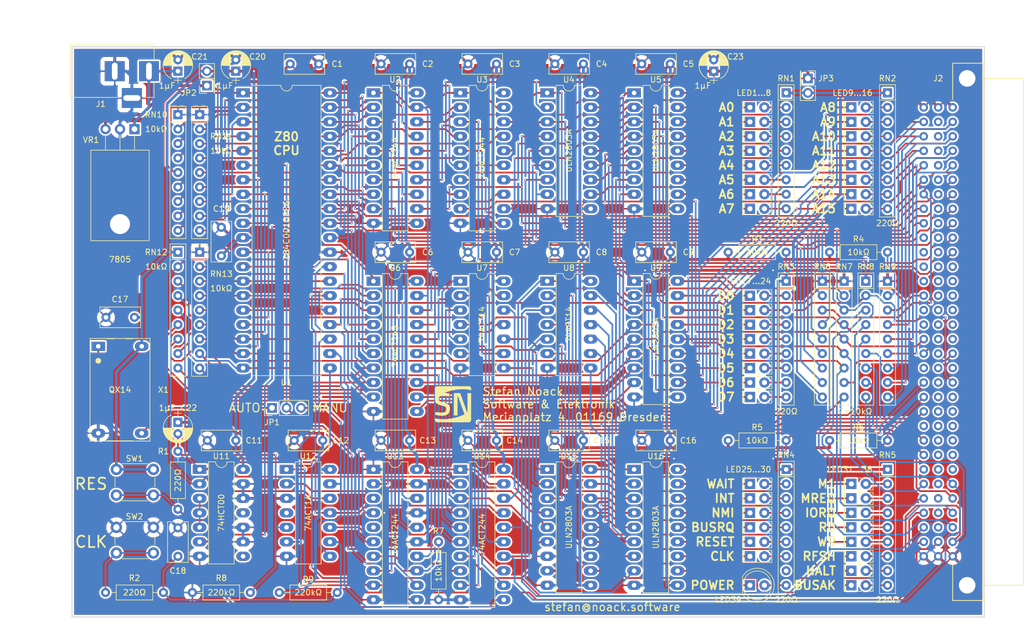
<source format=kicad_pcb>
(kicad_pcb (version 4) (host pcbnew 4.0.7)
  (layers (0 F.Cu signal) (31 B.Cu signal) (34 B.Paste user) (35 F.Paste user) (36 B.SilkS user) (37 F.SilkS user) (38 B.Mask user) (39 F.Mask user) (44 Edge.Cuts user))
  (net 0 "")
  (net 1 VCC)
  (net 2 GND)
  (net 3 "Net-(JP1-Pad2)")
  (net 4 /~M1)
  (net 5 /~MREQ)
  (net 6 /~IORQ)
  (net 7 /~RD)
  (net 8 /~WR)
  (net 9 /~RFSH)
  (net 10 /~HALT)
  (net 11 /~BUSACK)
  (net 12 /~WAIT)
  (net 13 /~INT)
  (net 14 /~NMI)
  (net 15 /~BUSRQ)
  (net 16 /A0)
  (net 17 /A1)
  (net 18 /A2)
  (net 19 /A3)
  (net 20 /A4)
  (net 21 /A5)
  (net 22 /A6)
  (net 23 /A7)
  (net 24 /A8)
  (net 25 /A9)
  (net 26 /A10)
  (net 27 /A11)
  (net 28 /A12)
  (net 29 /A13)
  (net 30 /A14)
  (net 31 /A15)
  (net 32 /D0)
  (net 33 /D1)
  (net 34 /D2)
  (net 35 /D3)
  (net 36 /D4)
  (net 37 /D5)
  (net 38 /D6)
  (net 39 /D7)
  (net 40 /~RESET)
  (net 41 "Net-(U16-Pad2)")
  (net 42 /~CLK)
  (net 43 "Net-(U12-Pad2)")
  (net 44 "Net-(U15-Pad1)")
  (net 45 "Net-(J2-PadB31)")
  (net 46 "Net-(U11-Pad3)")
  (net 47 "Net-(U16-Pad8)")
  (net 48 "Net-(U16-Pad6)")
  (net 49 "Net-(JP2-Pad1)")
  (net 50 "Net-(C18-Pad1)")
  (net 51 "Net-(C21-Pad1)")
  (net 52 "Net-(C22-Pad2)")
  (net 53 "Net-(LED1-Pad1)")
  (net 54 "Net-(LED1-Pad2)")
  (net 55 "Net-(LED2-Pad1)")
  (net 56 "Net-(LED2-Pad2)")
  (net 57 "Net-(LED3-Pad1)")
  (net 58 "Net-(LED3-Pad2)")
  (net 59 "Net-(LED4-Pad1)")
  (net 60 "Net-(LED4-Pad2)")
  (net 61 "Net-(LED5-Pad1)")
  (net 62 "Net-(LED5-Pad2)")
  (net 63 "Net-(LED6-Pad1)")
  (net 64 "Net-(LED6-Pad2)")
  (net 65 "Net-(LED7-Pad1)")
  (net 66 "Net-(LED7-Pad2)")
  (net 67 "Net-(LED8-Pad1)")
  (net 68 "Net-(LED8-Pad2)")
  (net 69 "Net-(LED9-Pad1)")
  (net 70 "Net-(LED9-Pad2)")
  (net 71 "Net-(LED10-Pad1)")
  (net 72 "Net-(LED10-Pad2)")
  (net 73 "Net-(LED11-Pad1)")
  (net 74 "Net-(LED11-Pad2)")
  (net 75 "Net-(LED12-Pad1)")
  (net 76 "Net-(LED12-Pad2)")
  (net 77 "Net-(LED13-Pad1)")
  (net 78 "Net-(LED13-Pad2)")
  (net 79 "Net-(LED14-Pad1)")
  (net 80 "Net-(LED14-Pad2)")
  (net 81 "Net-(LED15-Pad1)")
  (net 82 "Net-(LED15-Pad2)")
  (net 83 "Net-(LED16-Pad1)")
  (net 84 "Net-(LED16-Pad2)")
  (net 85 "Net-(LED17-Pad1)")
  (net 86 "Net-(LED17-Pad2)")
  (net 87 "Net-(LED18-Pad1)")
  (net 88 "Net-(LED18-Pad2)")
  (net 89 "Net-(LED19-Pad1)")
  (net 90 "Net-(LED19-Pad2)")
  (net 91 "Net-(LED20-Pad1)")
  (net 92 "Net-(LED20-Pad2)")
  (net 93 "Net-(LED21-Pad1)")
  (net 94 "Net-(LED21-Pad2)")
  (net 95 "Net-(LED22-Pad1)")
  (net 96 "Net-(LED22-Pad2)")
  (net 97 "Net-(LED23-Pad1)")
  (net 98 "Net-(LED23-Pad2)")
  (net 99 "Net-(LED24-Pad1)")
  (net 100 "Net-(LED24-Pad2)")
  (net 101 "Net-(LED25-Pad1)")
  (net 102 "Net-(LED25-Pad2)")
  (net 103 "Net-(LED26-Pad1)")
  (net 104 "Net-(LED26-Pad2)")
  (net 105 "Net-(LED27-Pad1)")
  (net 106 "Net-(LED27-Pad2)")
  (net 107 "Net-(LED28-Pad1)")
  (net 108 "Net-(LED28-Pad2)")
  (net 109 "Net-(LED29-Pad1)")
  (net 110 "Net-(LED29-Pad2)")
  (net 111 "Net-(LED30-Pad1)")
  (net 112 "Net-(LED30-Pad2)")
  (net 113 "Net-(LED31-Pad1)")
  (net 114 "Net-(LED31-Pad2)")
  (net 115 "Net-(LED32-Pad1)")
  (net 116 "Net-(LED32-Pad2)")
  (net 117 "Net-(LED33-Pad1)")
  (net 118 "Net-(LED33-Pad2)")
  (net 119 "Net-(LED34-Pad1)")
  (net 120 "Net-(LED34-Pad2)")
  (net 121 "Net-(LED35-Pad1)")
  (net 122 "Net-(LED35-Pad2)")
  (net 123 "Net-(LED36-Pad1)")
  (net 124 "Net-(LED36-Pad2)")
  (net 125 "Net-(LED37-Pad1)")
  (net 126 "Net-(LED37-Pad2)")
  (net 127 "Net-(LED38-Pad1)")
  (net 128 "Net-(LED38-Pad2)")
  (net 129 "Net-(LED39-Pad2)")
  (net 130 "Net-(R2-Pad1)")
  (net 131 "Net-(U1-Pad24)")
  (net 132 "Net-(U1-Pad25)")
  (net 133 "Net-(U1-Pad26)")
  (net 134 "Net-(U1-Pad16)")
  (net 135 "Net-(U1-Pad17)")
  (net 136 "Net-(U12-Pad10)")
  (net 137 "Net-(U15-Pad2)")
  (net 138 "Net-(U16-Pad7)")
  (net 139 "Net-(U15-Pad3)")
  (net 140 "Net-(U15-Pad4)")
  (net 141 "Net-(U16-Pad4)")
  (net 142 "Net-(U16-Pad1)")
  (net 143 "Net-(U16-Pad5)")
  (net 144 "Net-(U16-Pad3)")
  (net 145 "Net-(U11-Pad6)")
  (net 146 "Net-(U12-Pad12)")
  (net 147 "Net-(JP1-Pad1)")
  (net 148 "Net-(JP1-Pad3)")
  (net 149 "Net-(LED39-Pad1)")
  (net 150 "Net-(RN10-Pad2)")
  (net 151 "Net-(RN10-Pad3)")
  (net 152 "Net-(RN10-Pad4)")
  (net 153 "Net-(RN10-Pad5)")
  (net 154 "Net-(RN10-Pad6)")
  (net 155 "Net-(RN10-Pad7)")
  (net 156 "Net-(RN10-Pad8)")
  (net 157 "Net-(RN10-Pad9)")
  (net 158 "Net-(RN11-Pad2)")
  (net 159 "Net-(RN11-Pad3)")
  (net 160 "Net-(RN11-Pad4)")
  (net 161 "Net-(RN11-Pad5)")
  (net 162 "Net-(RN11-Pad6)")
  (net 163 "Net-(RN11-Pad7)")
  (net 164 "Net-(RN11-Pad8)")
  (net 165 "Net-(RN11-Pad9)")
  (net 166 "Net-(RN12-Pad2)")
  (net 167 "Net-(RN12-Pad3)")
  (net 168 "Net-(RN12-Pad4)")
  (net 169 "Net-(RN12-Pad5)")
  (net 170 "Net-(RN12-Pad6)")
  (net 171 "Net-(RN12-Pad7)")
  (net 172 "Net-(RN12-Pad8)")
  (net 173 "Net-(RN12-Pad9)")
  (net 174 "Net-(RN13-Pad2)")
  (net 175 "Net-(RN13-Pad3)")
  (net 176 "Net-(RN13-Pad4)")
  (net 177 "Net-(RN13-Pad5)")
  (net 178 "Net-(RN13-Pad6)")
  (net 179 "Net-(RN13-Pad7)")
  (net 180 "Net-(RN13-Pad8)")
  (net 181 "Net-(RN13-Pad9)")
  (net 182 VDD)
  (module Housings_DIP:DIP-20_W7.62mm_LongPads (layer F.Cu) (at 117.86 129.13)
    (fp_text reference U13 (at 3.81 -2.33) (layer F.SilkS))
    (fp_text value 74ACT244 (at 3.81 11.43 90) (layer F.SilkS))
    (pad 1 thru_hole rect (at 0 0) (size 2.4 1.6) (drill 0.8) (layers *.Cu *.Mask) (net 2 GND))
    (pad 11 thru_hole oval (at 7.62 22.86) (size 2.4 1.6) (drill 0.8) (layers *.Cu *.Mask) (net 133 "Net-(U1-Pad26)"))
    (pad 2 thru_hole oval (at 0 2.54) (size 2.4 1.6) (drill 0.8) (layers *.Cu *.Mask) (net 12 /~WAIT))
    (pad 12 thru_hole oval (at 7.62 20.32) (size 2.4 1.6) (drill 0.8) (layers *.Cu *.Mask) (net 132 "Net-(U1-Pad25)"))
    (pad 3 thru_hole oval (at 0 5.08) (size 2.4 1.6) (drill 0.8) (layers *.Cu *.Mask))
    (pad 13 thru_hole oval (at 7.62 17.78) (size 2.4 1.6) (drill 0.8) (layers *.Cu *.Mask) (net 3 "Net-(JP1-Pad2)"))
    (pad 4 thru_hole oval (at 0 7.62) (size 2.4 1.6) (drill 0.8) (layers *.Cu *.Mask) (net 13 /~INT))
    (pad 14 thru_hole oval (at 7.62 15.24) (size 2.4 1.6) (drill 0.8) (layers *.Cu *.Mask) (net 135 "Net-(U1-Pad17)"))
    (pad 5 thru_hole oval (at 0 10.16) (size 2.4 1.6) (drill 0.8) (layers *.Cu *.Mask))
    (pad 15 thru_hole oval (at 7.62 12.7) (size 2.4 1.6) (drill 0.8) (layers *.Cu *.Mask) (net 2 GND))
    (pad 6 thru_hole oval (at 0 12.7) (size 2.4 1.6) (drill 0.8) (layers *.Cu *.Mask) (net 14 /~NMI))
    (pad 16 thru_hole oval (at 7.62 10.16) (size 2.4 1.6) (drill 0.8) (layers *.Cu *.Mask) (net 134 "Net-(U1-Pad16)"))
    (pad 7 thru_hole oval (at 0 15.24) (size 2.4 1.6) (drill 0.8) (layers *.Cu *.Mask) (net 42 /~CLK))
    (pad 17 thru_hole oval (at 7.62 7.62) (size 2.4 1.6) (drill 0.8) (layers *.Cu *.Mask) (net 2 GND))
    (pad 8 thru_hole oval (at 0 17.78) (size 2.4 1.6) (drill 0.8) (layers *.Cu *.Mask) (net 15 /~BUSRQ))
    (pad 18 thru_hole oval (at 7.62 5.08) (size 2.4 1.6) (drill 0.8) (layers *.Cu *.Mask) (net 131 "Net-(U1-Pad24)"))
    (pad 9 thru_hole oval (at 0 20.32) (size 2.4 1.6) (drill 0.8) (layers *.Cu *.Mask) (net 40 /~RESET))
    (pad 19 thru_hole oval (at 7.62 2.54) (size 2.4 1.6) (drill 0.8) (layers *.Cu *.Mask) (net 2 GND))
    (pad 10 thru_hole oval (at 0 22.86) (size 2.4 1.6) (drill 0.8) (layers *.Cu *.Mask) (net 2 GND))
    (pad 20 thru_hole oval (at 7.62 0) (size 2.4 1.6) (drill 0.8) (layers *.Cu *.Mask) (net 1 VCC))
  )
  (module Buttons_Switches_THT:SW_PUSH_6mm_h5mm (layer F.Cu) (at 72.775 139.29)
    (fp_text reference SW2 (at 3.175 -1.905) (layer F.SilkS))
    (fp_text value SW_Push hide)
    (pad 2 thru_hole circle (at 0 4.5 90) (size 2 2) (drill 1.1) (layers *.Cu *.Mask) (net 130 "Net-(R2-Pad1)"))
    (pad 1 thru_hole circle (at 0 0 90) (size 2 2) (drill 1.1) (layers *.Cu *.Mask) (net 2 GND))
    (pad 2 thru_hole circle (at 6.5 4.5 90) (size 2 2) (drill 1.1) (layers *.Cu *.Mask) (net 130 "Net-(R2-Pad1)"))
    (pad 1 thru_hole circle (at 6.5 0 90) (size 2 2) (drill 1.1) (layers *.Cu *.Mask) (net 2 GND))
  )
  (module Housings_DIP:DIP-14_W7.62mm_Socket_LongPads (layer F.Cu) (at 69.6 107.54)
    (fp_text reference X1 (at 11.43 7.62) (layer F.SilkS))
    (fp_text value QX14 (at 3.81 7.62) (layer F.SilkS))
    (pad 1 thru_hole rect (at 0 0) (size 2.4 1.6) (drill 0.8) (layers *.Cu *.Mask) (net 146 "Net-(U12-Pad12)"))
    (pad 8 thru_hole oval (at 7.62 15.24) (size 2.4 1.6) (drill 0.8) (layers *.Cu *.Mask) (net 147 "Net-(JP1-Pad1)"))
    (pad 7 thru_hole oval (at 0 15.24) (size 2.4 1.6) (drill 0.8) (layers *.Cu *.Mask) (net 2 GND))
    (pad 14 thru_hole oval (at 7.62 0) (size 2.4 1.6) (drill 0.8) (layers *.Cu *.Mask) (net 1 VCC))
  )
  (module Capacitors_THT:C_Rect_L7.0mm_W3.5mm_P5.00mm (layer F.Cu) (at 169.93 124.05 180)
    (fp_text reference C16 (at -3.175 0 180) (layer F.SilkS))
    (fp_text value C_Small hide)
    (pad 1 thru_hole circle (at 0 0 180) (size 1.6 1.6) (drill 0.8) (layers *.Cu *.Mask) (net 1 VCC))
    (pad 2 thru_hole circle (at 5 0 180) (size 1.6 1.6) (drill 0.8) (layers *.Cu *.Mask) (net 2 GND))
  )
  (module Capacitors_THT:C_Rect_L7.0mm_W3.5mm_P5.00mm (layer F.Cu) (at 154.69 124.05 180)
    (fp_text reference C15 (at -3.175 0 180) (layer F.SilkS))
    (fp_text value C_Small hide)
    (pad 1 thru_hole circle (at 0 0 180) (size 1.6 1.6) (drill 0.8) (layers *.Cu *.Mask) (net 1 VCC))
    (pad 2 thru_hole circle (at 5 0 180) (size 1.6 1.6) (drill 0.8) (layers *.Cu *.Mask) (net 2 GND))
  )
  (module Capacitors_THT:C_Rect_L7.0mm_W3.5mm_P5.00mm (layer F.Cu) (at 139.45 91.03 180)
    (fp_text reference C7 (at -3.175 0 180) (layer F.SilkS))
    (fp_text value C_Small hide)
    (pad 1 thru_hole circle (at 0 0 180) (size 1.6 1.6) (drill 0.8) (layers *.Cu *.Mask) (net 1 VCC))
    (pad 2 thru_hole circle (at 5 0 180) (size 1.6 1.6) (drill 0.8) (layers *.Cu *.Mask) (net 2 GND))
  )
  (module Capacitors_THT:C_Rect_L7.0mm_W3.5mm_P5.00mm (layer F.Cu) (at 154.69 58.01 180)
    (fp_text reference C4 (at -3.175 0 180) (layer F.SilkS))
    (fp_text value C_Small hide)
    (pad 1 thru_hole circle (at 0 0 180) (size 1.6 1.6) (drill 0.8) (layers *.Cu *.Mask) (net 1 VCC))
    (pad 2 thru_hole circle (at 5 0 180) (size 1.6 1.6) (drill 0.8) (layers *.Cu *.Mask) (net 2 GND))
  )
  (module Capacitors_THT:C_Rect_L7.0mm_W3.5mm_P5.00mm (layer F.Cu) (at 169.93 58.01 180)
    (fp_text reference C5 (at -3.175 0 180) (layer F.SilkS))
    (fp_text value C_Small hide)
    (pad 1 thru_hole circle (at 0 0 180) (size 1.6 1.6) (drill 0.8) (layers *.Cu *.Mask) (net 1 VCC))
    (pad 2 thru_hole circle (at 5 0 180) (size 1.6 1.6) (drill 0.8) (layers *.Cu *.Mask) (net 2 GND))
  )
  (module Capacitors_THT:C_Rect_L7.0mm_W3.5mm_P5.00mm (layer F.Cu) (at 169.93 91.03 180)
    (fp_text reference C9 (at -3.175 0 180) (layer F.SilkS))
    (fp_text value C_Small hide)
    (pad 1 thru_hole circle (at 0 0 180) (size 1.6 1.6) (drill 0.8) (layers *.Cu *.Mask) (net 1 VCC))
    (pad 2 thru_hole circle (at 5 0 180) (size 1.6 1.6) (drill 0.8) (layers *.Cu *.Mask) (net 2 GND))
  )
  (module Capacitors_THT:C_Rect_L7.0mm_W3.5mm_P5.00mm (layer F.Cu) (at 154.69 91.03 180)
    (fp_text reference C8 (at -3.175 0 180) (layer F.SilkS))
    (fp_text value C_Small hide)
    (pad 1 thru_hole circle (at 0 0 180) (size 1.6 1.6) (drill 0.8) (layers *.Cu *.Mask) (net 1 VCC))
    (pad 2 thru_hole circle (at 5 0 180) (size 1.6 1.6) (drill 0.8) (layers *.Cu *.Mask) (net 2 GND))
  )
  (module Capacitors_THT:CP_Radial_D5.0mm_P2.00mm (layer F.Cu) (at 83.57 59.28 90)
    (fp_text reference C21 (at 2.54 3.81 180) (layer F.SilkS))
    (fp_text value 1µF (at -2.54 -1.905 180) (layer F.SilkS))
    (pad 1 thru_hole rect (at 0 0 90) (size 1.6 1.6) (drill 0.8) (layers *.Cu *.Mask) (net 51 "Net-(C21-Pad1)"))
    (pad 2 thru_hole circle (at 2 0 90) (size 1.6 1.6) (drill 0.8) (layers *.Cu *.Mask) (net 2 GND))
  )
  (module Capacitors_THT:CP_Radial_D5.0mm_P2.00mm (layer F.Cu) (at 93.73 59.28 90)
    (fp_text reference C20 (at 2.54 3.81 180) (layer F.SilkS))
    (fp_text value 1µF (at -2.54 -1.905 180) (layer F.SilkS))
    (pad 1 thru_hole rect (at 0 0 90) (size 1.6 1.6) (drill 0.8) (layers *.Cu *.Mask) (net 1 VCC))
    (pad 2 thru_hole circle (at 2 0 90) (size 1.6 1.6) (drill 0.8) (layers *.Cu *.Mask) (net 2 GND))
  )
  (module Capacitors_THT:C_Rect_L7.0mm_W3.5mm_P5.00mm (layer F.Cu) (at 103.255 58.01)
    (fp_text reference C1 (at 8.255 0) (layer F.SilkS))
    (fp_text value C_Small hide)
    (pad 1 thru_hole circle (at 0 0) (size 1.6 1.6) (drill 0.8) (layers *.Cu *.Mask) (net 1 VCC))
    (pad 2 thru_hole circle (at 5 0) (size 1.6 1.6) (drill 0.8) (layers *.Cu *.Mask) (net 2 GND))
  )
  (module Capacitors_THT:C_Rect_L7.0mm_W3.5mm_P5.00mm (layer F.Cu) (at 91.19 91.665 90)
    (fp_text reference C19 (at 8.255 0 180) (layer F.SilkS))
    (fp_text value C_Small hide)
    (pad 1 thru_hole circle (at 0 0 90) (size 1.6 1.6) (drill 0.8) (layers *.Cu *.Mask) (net 1 VCC))
    (pad 2 thru_hole circle (at 5 0 90) (size 1.6 1.6) (drill 0.8) (layers *.Cu *.Mask) (net 2 GND))
  )
  (module Capacitors_THT:C_Rect_L7.0mm_W3.5mm_P5.00mm (layer F.Cu) (at 124.21 124.05 180)
    (fp_text reference C13 (at -3.175 0 180) (layer F.SilkS))
    (fp_text value C_Small hide)
    (pad 1 thru_hole circle (at 0 0 180) (size 1.6 1.6) (drill 0.8) (layers *.Cu *.Mask) (net 1 VCC))
    (pad 2 thru_hole circle (at 5 0 180) (size 1.6 1.6) (drill 0.8) (layers *.Cu *.Mask) (net 2 GND))
  )
  (module Capacitors_THT:CP_Radial_D5.0mm_P2.00mm (layer F.Cu) (at 83.57 120.875 270)
    (fp_text reference C22 (at -2.54 -1.905 360) (layer F.SilkS))
    (fp_text value 1µF (at -2.54 1.905 360) (layer F.SilkS))
    (pad 1 thru_hole rect (at 0 0 270) (size 1.6 1.6) (drill 0.8) (layers *.Cu *.Mask) (net 1 VCC))
    (pad 2 thru_hole circle (at 2 0 270) (size 1.6 1.6) (drill 0.8) (layers *.Cu *.Mask) (net 52 "Net-(C22-Pad2)"))
  )
  (module Capacitors_THT:C_Rect_L7.0mm_W3.5mm_P5.00mm (layer F.Cu) (at 108.97 124.05 180)
    (fp_text reference C12 (at -3.175 0 180) (layer F.SilkS))
    (fp_text value C_Small hide)
    (pad 1 thru_hole circle (at 0 0 180) (size 1.6 1.6) (drill 0.8) (layers *.Cu *.Mask) (net 1 VCC))
    (pad 2 thru_hole circle (at 5 0 180) (size 1.6 1.6) (drill 0.8) (layers *.Cu *.Mask) (net 2 GND))
  )
  (module Capacitors_THT:C_Rect_L7.0mm_W3.5mm_P5.00mm (layer F.Cu) (at 83.57 144.37 90)
    (fp_text reference C18 (at -2.54 0 360) (layer F.SilkS))
    (fp_text value 0.1µF hide)
    (pad 1 thru_hole circle (at 0 0 90) (size 1.6 1.6) (drill 0.8) (layers *.Cu *.Mask) (net 50 "Net-(C18-Pad1)"))
    (pad 2 thru_hole circle (at 5 0 90) (size 1.6 1.6) (drill 0.8) (layers *.Cu *.Mask) (net 2 GND))
  )
  (module Capacitors_THT:C_Rect_L7.0mm_W3.5mm_P5.00mm (layer F.Cu) (at 139.45 124.05 180)
    (fp_text reference C14 (at -3.175 0 180) (layer F.SilkS))
    (fp_text value C_Small hide)
    (pad 1 thru_hole circle (at 0 0 180) (size 1.6 1.6) (drill 0.8) (layers *.Cu *.Mask) (net 1 VCC))
    (pad 2 thru_hole circle (at 5 0 180) (size 1.6 1.6) (drill 0.8) (layers *.Cu *.Mask) (net 2 GND))
  )
  (module Capacitors_THT:C_Rect_L7.0mm_W3.5mm_P5.00mm (layer F.Cu) (at 124.21 58.01 180)
    (fp_text reference C2 (at -3.175 0 180) (layer F.SilkS))
    (fp_text value C_Small hide)
    (pad 1 thru_hole circle (at 0 0 180) (size 1.6 1.6) (drill 0.8) (layers *.Cu *.Mask) (net 1 VCC))
    (pad 2 thru_hole circle (at 5 0 180) (size 1.6 1.6) (drill 0.8) (layers *.Cu *.Mask) (net 2 GND))
  )
  (module Capacitors_THT:C_Rect_L7.0mm_W3.5mm_P5.00mm (layer F.Cu) (at 139.45 58.01 180)
    (fp_text reference C3 (at -3.175 0 180) (layer F.SilkS))
    (fp_text value C_Small hide)
    (pad 1 thru_hole circle (at 0 0 180) (size 1.6 1.6) (drill 0.8) (layers *.Cu *.Mask) (net 1 VCC))
    (pad 2 thru_hole circle (at 5 0 180) (size 1.6 1.6) (drill 0.8) (layers *.Cu *.Mask) (net 2 GND))
  )
  (module Capacitors_THT:C_Rect_L7.0mm_W3.5mm_P5.00mm (layer F.Cu) (at 124.21 91.03 180)
    (fp_text reference C6 (at -3.175 0 180) (layer F.SilkS))
    (fp_text value C_Small hide)
    (pad 1 thru_hole circle (at 0 0 180) (size 1.6 1.6) (drill 0.8) (layers *.Cu *.Mask) (net 1 VCC))
    (pad 2 thru_hole circle (at 5 0 180) (size 1.6 1.6) (drill 0.8) (layers *.Cu *.Mask) (net 2 GND))
  )
  (module Capacitors_THT:C_Rect_L7.0mm_W3.5mm_P5.00mm (layer F.Cu) (at 75.95 102.46 180)
    (fp_text reference C17 (at 2.54 3.175 180) (layer F.SilkS))
    (fp_text value C_Small hide)
    (pad 1 thru_hole circle (at 0 0 180) (size 1.6 1.6) (drill 0.8) (layers *.Cu *.Mask) (net 1 VCC))
    (pad 2 thru_hole circle (at 5 0 180) (size 1.6 1.6) (drill 0.8) (layers *.Cu *.Mask) (net 2 GND))
  )
  (module Capacitors_THT:C_Rect_L7.0mm_W3.5mm_P5.00mm (layer F.Cu) (at 93.73 124.05 180)
    (fp_text reference C11 (at -3.175 0 180) (layer F.SilkS))
    (fp_text value C_Small hide)
    (pad 1 thru_hole circle (at 0 0 180) (size 1.6 1.6) (drill 0.8) (layers *.Cu *.Mask) (net 1 VCC))
    (pad 2 thru_hole circle (at 5 0 180) (size 1.6 1.6) (drill 0.8) (layers *.Cu *.Mask) (net 2 GND))
  )
  (module LEDs:LED_Rectangular_W5.0mm_H2.0mm (layer F.Cu) (at 201.68 131.67)
    (fp_text reference LED31 hide)
    (fp_text value LED hide)
    (pad 1 thru_hole rect (at 0 0) (size 1.8 1.8) (drill 0.9) (layers *.Cu *.Mask) (net 113 "Net-(LED31-Pad1)"))
    (pad 2 thru_hole circle (at 2.54 0) (size 1.8 1.8) (drill 0.9) (layers *.Cu *.Mask) (net 114 "Net-(LED31-Pad2)"))
  )
  (module LEDs:LED_Rectangular_W5.0mm_H2.0mm (layer F.Cu) (at 201.68 134.21)
    (fp_text reference LED32 hide)
    (fp_text value LED hide)
    (pad 1 thru_hole rect (at 0 0) (size 1.8 1.8) (drill 0.9) (layers *.Cu *.Mask) (net 115 "Net-(LED32-Pad1)"))
    (pad 2 thru_hole circle (at 2.54 0) (size 1.8 1.8) (drill 0.9) (layers *.Cu *.Mask) (net 116 "Net-(LED32-Pad2)"))
  )
  (module LEDs:LED_Rectangular_W5.0mm_H2.0mm (layer F.Cu) (at 201.68 136.75)
    (fp_text reference LED33 hide)
    (fp_text value LED hide)
    (pad 1 thru_hole rect (at 0 0) (size 1.8 1.8) (drill 0.9) (layers *.Cu *.Mask) (net 117 "Net-(LED33-Pad1)"))
    (pad 2 thru_hole circle (at 2.54 0) (size 1.8 1.8) (drill 0.9) (layers *.Cu *.Mask) (net 118 "Net-(LED33-Pad2)"))
  )
  (module LEDs:LED_Rectangular_W5.0mm_H2.0mm (layer F.Cu) (at 201.68 139.29)
    (fp_text reference LED34 hide)
    (fp_text value LED hide)
    (pad 1 thru_hole rect (at 0 0) (size 1.8 1.8) (drill 0.9) (layers *.Cu *.Mask) (net 119 "Net-(LED34-Pad1)"))
    (pad 2 thru_hole circle (at 2.54 0) (size 1.8 1.8) (drill 0.9) (layers *.Cu *.Mask) (net 120 "Net-(LED34-Pad2)"))
  )
  (module LEDs:LED_Rectangular_W5.0mm_H2.0mm (layer F.Cu) (at 201.68 141.83)
    (fp_text reference LED35 hide)
    (fp_text value LED hide)
    (pad 1 thru_hole rect (at 0 0) (size 1.8 1.8) (drill 0.9) (layers *.Cu *.Mask) (net 121 "Net-(LED35-Pad1)"))
    (pad 2 thru_hole circle (at 2.54 0) (size 1.8 1.8) (drill 0.9) (layers *.Cu *.Mask) (net 122 "Net-(LED35-Pad2)"))
  )
  (module LEDs:LED_Rectangular_W5.0mm_H2.0mm (layer F.Cu) (at 201.68 144.37)
    (fp_text reference LED36 hide)
    (fp_text value LED hide)
    (pad 1 thru_hole rect (at 0 0) (size 1.8 1.8) (drill 0.9) (layers *.Cu *.Mask) (net 123 "Net-(LED36-Pad1)"))
    (pad 2 thru_hole circle (at 2.54 0) (size 1.8 1.8) (drill 0.9) (layers *.Cu *.Mask) (net 124 "Net-(LED36-Pad2)"))
  )
  (module LEDs:LED_Rectangular_W5.0mm_H2.0mm (layer F.Cu) (at 201.68 146.91)
    (fp_text reference LED37 hide)
    (fp_text value LED hide)
    (pad 1 thru_hole rect (at 0 0) (size 1.8 1.8) (drill 0.9) (layers *.Cu *.Mask) (net 125 "Net-(LED37-Pad1)"))
    (pad 2 thru_hole circle (at 2.54 0) (size 1.8 1.8) (drill 0.9) (layers *.Cu *.Mask) (net 126 "Net-(LED37-Pad2)"))
  )
  (module LEDs:LED_Rectangular_W5.0mm_H2.0mm (layer F.Cu) (at 201.68 149.45)
    (fp_text reference LED38 hide)
    (fp_text value LED hide)
    (pad 1 thru_hole rect (at 0 0) (size 1.8 1.8) (drill 0.9) (layers *.Cu *.Mask) (net 127 "Net-(LED38-Pad1)"))
    (pad 2 thru_hole circle (at 2.54 0) (size 1.8 1.8) (drill 0.9) (layers *.Cu *.Mask) (net 128 "Net-(LED38-Pad2)"))
  )
  (module LEDs:LED_Rectangular_W5.0mm_H2.0mm (layer F.Cu) (at 183.9 131.67)
    (fp_text reference LED25 hide)
    (fp_text value LED hide)
    (pad 1 thru_hole rect (at 0 0) (size 1.8 1.8) (drill 0.9) (layers *.Cu *.Mask) (net 101 "Net-(LED25-Pad1)"))
    (pad 2 thru_hole circle (at 2.54 0) (size 1.8 1.8) (drill 0.9) (layers *.Cu *.Mask) (net 102 "Net-(LED25-Pad2)"))
  )
  (module LEDs:LED_Rectangular_W5.0mm_H2.0mm (layer F.Cu) (at 183.9 134.21)
    (fp_text reference LED26 hide)
    (fp_text value LED hide)
    (pad 1 thru_hole rect (at 0 0) (size 1.8 1.8) (drill 0.9) (layers *.Cu *.Mask) (net 103 "Net-(LED26-Pad1)"))
    (pad 2 thru_hole circle (at 2.54 0) (size 1.8 1.8) (drill 0.9) (layers *.Cu *.Mask) (net 104 "Net-(LED26-Pad2)"))
  )
  (module LEDs:LED_Rectangular_W5.0mm_H2.0mm (layer F.Cu) (at 183.9 136.75)
    (fp_text reference LED27 hide)
    (fp_text value LED hide)
    (pad 1 thru_hole rect (at 0 0) (size 1.8 1.8) (drill 0.9) (layers *.Cu *.Mask) (net 105 "Net-(LED27-Pad1)"))
    (pad 2 thru_hole circle (at 2.54 0) (size 1.8 1.8) (drill 0.9) (layers *.Cu *.Mask) (net 106 "Net-(LED27-Pad2)"))
  )
  (module LEDs:LED_Rectangular_W5.0mm_H2.0mm (layer F.Cu) (at 183.9 139.29)
    (fp_text reference LED28 hide)
    (fp_text value LED hide)
    (pad 1 thru_hole rect (at 0 0) (size 1.8 1.8) (drill 0.9) (layers *.Cu *.Mask) (net 107 "Net-(LED28-Pad1)"))
    (pad 2 thru_hole circle (at 2.54 0) (size 1.8 1.8) (drill 0.9) (layers *.Cu *.Mask) (net 108 "Net-(LED28-Pad2)"))
  )
  (module LEDs:LED_Rectangular_W5.0mm_H2.0mm (layer F.Cu) (at 183.9 141.83)
    (fp_text reference LED29 hide)
    (fp_text value LED hide)
    (pad 1 thru_hole rect (at 0 0) (size 1.8 1.8) (drill 0.9) (layers *.Cu *.Mask) (net 109 "Net-(LED29-Pad1)"))
    (pad 2 thru_hole circle (at 2.54 0) (size 1.8 1.8) (drill 0.9) (layers *.Cu *.Mask) (net 110 "Net-(LED29-Pad2)"))
  )
  (module LEDs:LED_Rectangular_W5.0mm_H2.0mm (layer F.Cu) (at 183.9 144.37)
    (fp_text reference LED30 hide)
    (fp_text value LED hide)
    (pad 1 thru_hole rect (at 0 0) (size 1.8 1.8) (drill 0.9) (layers *.Cu *.Mask) (net 111 "Net-(LED30-Pad1)"))
    (pad 2 thru_hole circle (at 2.54 0) (size 1.8 1.8) (drill 0.9) (layers *.Cu *.Mask) (net 112 "Net-(LED30-Pad2)"))
  )
  (module LEDs:LED_Rectangular_W5.0mm_H2.0mm (layer F.Cu) (at 183.9 65.63)
    (fp_text reference LED1 hide)
    (fp_text value LED hide)
    (pad 1 thru_hole rect (at 0 0) (size 1.8 1.8) (drill 0.9) (layers *.Cu *.Mask) (net 53 "Net-(LED1-Pad1)"))
    (pad 2 thru_hole circle (at 2.54 0) (size 1.8 1.8) (drill 0.9) (layers *.Cu *.Mask) (net 54 "Net-(LED1-Pad2)"))
  )
  (module LEDs:LED_Rectangular_W5.0mm_H2.0mm (layer F.Cu) (at 183.9 68.17)
    (fp_text reference LED2 hide)
    (fp_text value LED hide)
    (pad 1 thru_hole rect (at 0 0) (size 1.8 1.8) (drill 0.9) (layers *.Cu *.Mask) (net 55 "Net-(LED2-Pad1)"))
    (pad 2 thru_hole circle (at 2.54 0) (size 1.8 1.8) (drill 0.9) (layers *.Cu *.Mask) (net 56 "Net-(LED2-Pad2)"))
  )
  (module LEDs:LED_Rectangular_W5.0mm_H2.0mm (layer F.Cu) (at 183.9 70.71)
    (fp_text reference LED3 hide)
    (fp_text value LED hide)
    (pad 1 thru_hole rect (at 0 0) (size 1.8 1.8) (drill 0.9) (layers *.Cu *.Mask) (net 57 "Net-(LED3-Pad1)"))
    (pad 2 thru_hole circle (at 2.54 0) (size 1.8 1.8) (drill 0.9) (layers *.Cu *.Mask) (net 58 "Net-(LED3-Pad2)"))
  )
  (module LEDs:LED_Rectangular_W5.0mm_H2.0mm (layer F.Cu) (at 183.9 73.25)
    (fp_text reference LED4 hide)
    (fp_text value LED hide)
    (pad 1 thru_hole rect (at 0 0) (size 1.8 1.8) (drill 0.9) (layers *.Cu *.Mask) (net 59 "Net-(LED4-Pad1)"))
    (pad 2 thru_hole circle (at 2.54 0) (size 1.8 1.8) (drill 0.9) (layers *.Cu *.Mask) (net 60 "Net-(LED4-Pad2)"))
  )
  (module LEDs:LED_Rectangular_W5.0mm_H2.0mm (layer F.Cu) (at 183.9 75.79)
    (fp_text reference LED5 hide)
    (fp_text value LED hide)
    (pad 1 thru_hole rect (at 0 0) (size 1.8 1.8) (drill 0.9) (layers *.Cu *.Mask) (net 61 "Net-(LED5-Pad1)"))
    (pad 2 thru_hole circle (at 2.54 0) (size 1.8 1.8) (drill 0.9) (layers *.Cu *.Mask) (net 62 "Net-(LED5-Pad2)"))
  )
  (module LEDs:LED_Rectangular_W5.0mm_H2.0mm (layer F.Cu) (at 183.9 78.33)
    (fp_text reference LED6 hide)
    (fp_text value LED hide)
    (pad 1 thru_hole rect (at 0 0) (size 1.8 1.8) (drill 0.9) (layers *.Cu *.Mask) (net 63 "Net-(LED6-Pad1)"))
    (pad 2 thru_hole circle (at 2.54 0) (size 1.8 1.8) (drill 0.9) (layers *.Cu *.Mask) (net 64 "Net-(LED6-Pad2)"))
  )
  (module LEDs:LED_Rectangular_W5.0mm_H2.0mm (layer F.Cu) (at 183.9 80.87)
    (fp_text reference LED7 hide)
    (fp_text value LED hide)
    (pad 1 thru_hole rect (at 0 0) (size 1.8 1.8) (drill 0.9) (layers *.Cu *.Mask) (net 65 "Net-(LED7-Pad1)"))
    (pad 2 thru_hole circle (at 2.54 0) (size 1.8 1.8) (drill 0.9) (layers *.Cu *.Mask) (net 66 "Net-(LED7-Pad2)"))
  )
  (module LEDs:LED_Rectangular_W5.0mm_H2.0mm (layer F.Cu) (at 183.9 83.41)
    (fp_text reference LED8 hide)
    (fp_text value LED hide)
    (pad 1 thru_hole rect (at 0 0) (size 1.8 1.8) (drill 0.9) (layers *.Cu *.Mask) (net 67 "Net-(LED8-Pad1)"))
    (pad 2 thru_hole circle (at 2.54 0) (size 1.8 1.8) (drill 0.9) (layers *.Cu *.Mask) (net 68 "Net-(LED8-Pad2)"))
  )
  (module LEDs:LED_Rectangular_W5.0mm_H2.0mm (layer F.Cu) (at 201.68 65.63)
    (fp_text reference LED9 hide)
    (fp_text value LED hide)
    (pad 1 thru_hole rect (at 0 0) (size 1.8 1.8) (drill 0.9) (layers *.Cu *.Mask) (net 69 "Net-(LED9-Pad1)"))
    (pad 2 thru_hole circle (at 2.54 0) (size 1.8 1.8) (drill 0.9) (layers *.Cu *.Mask) (net 70 "Net-(LED9-Pad2)"))
  )
  (module LEDs:LED_Rectangular_W5.0mm_H2.0mm (layer F.Cu) (at 201.68 68.17)
    (fp_text reference LED10 hide)
    (fp_text value LED hide)
    (pad 1 thru_hole rect (at 0 0) (size 1.8 1.8) (drill 0.9) (layers *.Cu *.Mask) (net 71 "Net-(LED10-Pad1)"))
    (pad 2 thru_hole circle (at 2.54 0) (size 1.8 1.8) (drill 0.9) (layers *.Cu *.Mask) (net 72 "Net-(LED10-Pad2)"))
  )
  (module LEDs:LED_Rectangular_W5.0mm_H2.0mm (layer F.Cu) (at 201.68 70.71)
    (fp_text reference LED11 hide)
    (fp_text value LED hide)
    (pad 1 thru_hole rect (at 0 0) (size 1.8 1.8) (drill 0.9) (layers *.Cu *.Mask) (net 73 "Net-(LED11-Pad1)"))
    (pad 2 thru_hole circle (at 2.54 0) (size 1.8 1.8) (drill 0.9) (layers *.Cu *.Mask) (net 74 "Net-(LED11-Pad2)"))
  )
  (module LEDs:LED_Rectangular_W5.0mm_H2.0mm (layer F.Cu) (at 201.68 73.25)
    (fp_text reference LED12 hide)
    (fp_text value LED hide)
    (pad 1 thru_hole rect (at 0 0) (size 1.8 1.8) (drill 0.9) (layers *.Cu *.Mask) (net 75 "Net-(LED12-Pad1)"))
    (pad 2 thru_hole circle (at 2.54 0) (size 1.8 1.8) (drill 0.9) (layers *.Cu *.Mask) (net 76 "Net-(LED12-Pad2)"))
  )
  (module LEDs:LED_Rectangular_W5.0mm_H2.0mm (layer F.Cu) (at 201.68 75.79)
    (fp_text reference LED13 hide)
    (fp_text value LED hide)
    (pad 1 thru_hole rect (at 0 0) (size 1.8 1.8) (drill 0.9) (layers *.Cu *.Mask) (net 77 "Net-(LED13-Pad1)"))
    (pad 2 thru_hole circle (at 2.54 0) (size 1.8 1.8) (drill 0.9) (layers *.Cu *.Mask) (net 78 "Net-(LED13-Pad2)"))
  )
  (module LEDs:LED_Rectangular_W5.0mm_H2.0mm (layer F.Cu) (at 201.68 78.33)
    (fp_text reference LED14 hide)
    (fp_text value LED hide)
    (pad 1 thru_hole rect (at 0 0) (size 1.8 1.8) (drill 0.9) (layers *.Cu *.Mask) (net 79 "Net-(LED14-Pad1)"))
    (pad 2 thru_hole circle (at 2.54 0) (size 1.8 1.8) (drill 0.9) (layers *.Cu *.Mask) (net 80 "Net-(LED14-Pad2)"))
  )
  (module LEDs:LED_Rectangular_W5.0mm_H2.0mm (layer F.Cu) (at 201.68 80.87)
    (fp_text reference LED15 hide)
    (fp_text value LED hide)
    (pad 1 thru_hole rect (at 0 0) (size 1.8 1.8) (drill 0.9) (layers *.Cu *.Mask) (net 81 "Net-(LED15-Pad1)"))
    (pad 2 thru_hole circle (at 2.54 0) (size 1.8 1.8) (drill 0.9) (layers *.Cu *.Mask) (net 82 "Net-(LED15-Pad2)"))
  )
  (module LEDs:LED_Rectangular_W5.0mm_H2.0mm (layer F.Cu) (at 201.68 83.41)
    (fp_text reference LED16 hide)
    (fp_text value LED hide)
    (pad 1 thru_hole rect (at 0 0) (size 1.8 1.8) (drill 0.9) (layers *.Cu *.Mask) (net 83 "Net-(LED16-Pad1)"))
    (pad 2 thru_hole circle (at 2.54 0) (size 1.8 1.8) (drill 0.9) (layers *.Cu *.Mask) (net 84 "Net-(LED16-Pad2)"))
  )
  (module LEDs:LED_Rectangular_W5.0mm_H2.0mm (layer F.Cu) (at 183.9 98.65)
    (fp_text reference LED17 hide)
    (fp_text value LED hide)
    (pad 1 thru_hole rect (at 0 0) (size 1.8 1.8) (drill 0.9) (layers *.Cu *.Mask) (net 85 "Net-(LED17-Pad1)"))
    (pad 2 thru_hole circle (at 2.54 0) (size 1.8 1.8) (drill 0.9) (layers *.Cu *.Mask) (net 86 "Net-(LED17-Pad2)"))
  )
  (module LEDs:LED_Rectangular_W5.0mm_H2.0mm (layer F.Cu) (at 183.9 101.19)
    (fp_text reference LED18 hide)
    (fp_text value LED hide)
    (pad 1 thru_hole rect (at 0 0) (size 1.8 1.8) (drill 0.9) (layers *.Cu *.Mask) (net 87 "Net-(LED18-Pad1)"))
    (pad 2 thru_hole circle (at 2.54 0) (size 1.8 1.8) (drill 0.9) (layers *.Cu *.Mask) (net 88 "Net-(LED18-Pad2)"))
  )
  (module LEDs:LED_Rectangular_W5.0mm_H2.0mm (layer F.Cu) (at 183.9 103.73)
    (fp_text reference LED19 hide)
    (fp_text value LED hide)
    (pad 1 thru_hole rect (at 0 0) (size 1.8 1.8) (drill 0.9) (layers *.Cu *.Mask) (net 89 "Net-(LED19-Pad1)"))
    (pad 2 thru_hole circle (at 2.54 0) (size 1.8 1.8) (drill 0.9) (layers *.Cu *.Mask) (net 90 "Net-(LED19-Pad2)"))
  )
  (module LEDs:LED_Rectangular_W5.0mm_H2.0mm (layer F.Cu) (at 183.9 106.27)
    (fp_text reference LED20 hide)
    (fp_text value LED hide)
    (pad 1 thru_hole rect (at 0 0) (size 1.8 1.8) (drill 0.9) (layers *.Cu *.Mask) (net 91 "Net-(LED20-Pad1)"))
    (pad 2 thru_hole circle (at 2.54 0) (size 1.8 1.8) (drill 0.9) (layers *.Cu *.Mask) (net 92 "Net-(LED20-Pad2)"))
  )
  (module LEDs:LED_Rectangular_W5.0mm_H2.0mm (layer F.Cu) (at 183.9 108.81)
    (fp_text reference LED21 hide)
    (fp_text value LED hide)
    (pad 1 thru_hole rect (at 0 0) (size 1.8 1.8) (drill 0.9) (layers *.Cu *.Mask) (net 93 "Net-(LED21-Pad1)"))
    (pad 2 thru_hole circle (at 2.54 0) (size 1.8 1.8) (drill 0.9) (layers *.Cu *.Mask) (net 94 "Net-(LED21-Pad2)"))
  )
  (module LEDs:LED_Rectangular_W5.0mm_H2.0mm (layer F.Cu) (at 183.9 111.35)
    (fp_text reference LED22 hide)
    (fp_text value LED hide)
    (pad 1 thru_hole rect (at 0 0) (size 1.8 1.8) (drill 0.9) (layers *.Cu *.Mask) (net 95 "Net-(LED22-Pad1)"))
    (pad 2 thru_hole circle (at 2.54 0) (size 1.8 1.8) (drill 0.9) (layers *.Cu *.Mask) (net 96 "Net-(LED22-Pad2)"))
  )
  (module LEDs:LED_Rectangular_W5.0mm_H2.0mm (layer F.Cu) (at 183.9 113.89)
    (fp_text reference LED23 hide)
    (fp_text value LED hide)
    (pad 1 thru_hole rect (at 0 0) (size 1.8 1.8) (drill 0.9) (layers *.Cu *.Mask) (net 97 "Net-(LED23-Pad1)"))
    (pad 2 thru_hole circle (at 2.54 0) (size 1.8 1.8) (drill 0.9) (layers *.Cu *.Mask) (net 98 "Net-(LED23-Pad2)"))
  )
  (module LEDs:LED_Rectangular_W5.0mm_H2.0mm (layer F.Cu) (at 183.9 116.43)
    (fp_text reference LED24 hide)
    (fp_text value LED hide)
    (pad 1 thru_hole rect (at 0 0) (size 1.8 1.8) (drill 0.9) (layers *.Cu *.Mask) (net 99 "Net-(LED24-Pad1)"))
    (pad 2 thru_hole circle (at 2.54 0) (size 1.8 1.8) (drill 0.9) (layers *.Cu *.Mask) (net 100 "Net-(LED24-Pad2)"))
  )
  (module Connectors:BARREL_JACK (layer F.Cu) (at 78.49 59.28)
    (fp_text reference J1 (at -8.45 5.75 180) (layer F.SilkS))
    (fp_text value Jack-DC hide)
    (pad 1 thru_hole rect (at 0 0) (size 3.5 3.5) (drill oval 1 3) (layers *.Cu *.Mask) (net 51 "Net-(C21-Pad1)"))
    (pad 2 thru_hole rect (at -6 0) (size 3.5 3.5) (drill oval 1 3) (layers *.Cu *.Mask) (net 2 GND))
    (pad 3 thru_hole rect (at -3 4.7) (size 3.5 3.5) (drill oval 3 1) (layers *.Cu *.Mask) (net 2 GND))
  )
  (module Mechanical_Sockets:Socket_DIN41612-CaseC1-full-Male-96Pin-3rows (layer F.Cu) (at 216.92 105 90)
    (fp_text reference J2 (at 44.45 0 180) (layer F.SilkS))
    (fp_text value C96ABC hide)
    (pad A1 thru_hole circle (at 39.37 2.54 270) (size 1.50114 1.50114) (drill 0.8001) (layers *.Cu *.Mask) (net 1 VCC))
    (pad A2 thru_hole circle (at 36.83 2.54 270) (size 1.50114 1.50114) (drill 0.8001) (layers *.Cu *.Mask) (net 37 /D5))
    (pad A4 thru_hole circle (at 31.75 2.54 270) (size 1.50114 1.50114) (drill 0.8001) (layers *.Cu *.Mask) (net 35 /D3))
    (pad A3 thru_hole circle (at 34.29 2.54 270) (size 1.50114 1.50114) (drill 0.8001) (layers *.Cu *.Mask) (net 38 /D6))
    (pad A5 thru_hole circle (at 29.21 2.54 270) (size 1.50114 1.50114) (drill 0.8001) (layers *.Cu *.Mask) (net 36 /D4))
    (pad A6 thru_hole circle (at 26.67 2.54 270) (size 1.50114 1.50114) (drill 0.8001) (layers *.Cu *.Mask) (net 18 /A2))
    (pad A7 thru_hole circle (at 24.13 2.54 270) (size 1.50114 1.50114) (drill 0.8001) (layers *.Cu *.Mask) (net 20 /A4))
    (pad A8 thru_hole circle (at 21.59 2.54 270) (size 1.50114 1.50114) (drill 0.8001) (layers *.Cu *.Mask) (net 21 /A5))
    (pad A9 thru_hole circle (at 19.05 2.54 270) (size 1.50114 1.50114) (drill 0.8001) (layers *.Cu *.Mask) (net 22 /A6))
    (pad A10 thru_hole circle (at 16.51 2.54 270) (size 1.50114 1.50114) (drill 0.8001) (layers *.Cu *.Mask) (net 12 /~WAIT))
    (pad A11 thru_hole circle (at 13.97 2.54 270) (size 1.50114 1.50114) (drill 0.8001) (layers *.Cu *.Mask) (net 15 /~BUSRQ))
    (pad A12 thru_hole circle (at 11.43 2.54 270) (size 1.50114 1.50114) (drill 0.8001) (layers *.Cu *.Mask))
    (pad A13 thru_hole circle (at 8.89 2.54 270) (size 1.50114 1.50114) (drill 0.8001) (layers *.Cu *.Mask))
    (pad A14 thru_hole circle (at 6.35 2.54 270) (size 1.50114 1.50114) (drill 0.8001) (layers *.Cu *.Mask))
    (pad A15 thru_hole circle (at 3.81 2.54 270) (size 1.50114 1.50114) (drill 0.8001) (layers *.Cu *.Mask))
    (pad A16 thru_hole circle (at 1.27 2.54 270) (size 1.50114 1.50114) (drill 0.8001) (layers *.Cu *.Mask))
    (pad A17 thru_hole circle (at -1.27 2.54 270) (size 1.50114 1.50114) (drill 0.8001) (layers *.Cu *.Mask))
    (pad A18 thru_hole circle (at -3.81 2.54 270) (size 1.50114 1.50114) (drill 0.8001) (layers *.Cu *.Mask) (net 30 /A14))
    (pad A19 thru_hole circle (at -6.35 2.54 270) (size 1.50114 1.50114) (drill 0.8001) (layers *.Cu *.Mask))
    (pad A20 thru_hole circle (at -8.89 2.54 270) (size 1.50114 1.50114) (drill 0.8001) (layers *.Cu *.Mask) (net 4 /~M1))
    (pad A21 thru_hole circle (at -11.43 2.54 270) (size 1.50114 1.50114) (drill 0.8001) (layers *.Cu *.Mask))
    (pad A22 thru_hole circle (at -13.97 2.54 270) (size 1.50114 1.50114) (drill 0.8001) (layers *.Cu *.Mask))
    (pad A23 thru_hole circle (at -16.51 2.54 270) (size 1.50114 1.50114) (drill 0.8001) (layers *.Cu *.Mask))
    (pad A24 thru_hole circle (at -19.05 2.54 270) (size 1.50114 1.50114) (drill 0.8001) (layers *.Cu *.Mask))
    (pad A25 thru_hole circle (at -21.59 2.54 270) (size 1.50114 1.50114) (drill 0.8001) (layers *.Cu *.Mask))
    (pad A26 thru_hole circle (at -24.13 2.54 270) (size 1.50114 1.50114) (drill 0.8001) (layers *.Cu *.Mask))
    (pad A27 thru_hole circle (at -26.67 2.54 270) (size 1.50114 1.50114) (drill 0.8001) (layers *.Cu *.Mask) (net 6 /~IORQ))
    (pad A28 thru_hole circle (at -29.21 2.54 270) (size 1.50114 1.50114) (drill 0.8001) (layers *.Cu *.Mask) (net 9 /~RFSH))
    (pad A29 thru_hole circle (at -31.75 2.54 270) (size 1.50114 1.50114) (drill 0.8001) (layers *.Cu *.Mask) (net 29 /A13))
    (pad A30 thru_hole circle (at -34.29 2.54 270) (size 1.50114 1.50114) (drill 0.8001) (layers *.Cu *.Mask) (net 25 /A9))
    (pad A31 thru_hole circle (at -36.83 2.54 270) (size 1.50114 1.50114) (drill 0.8001) (layers *.Cu *.Mask) (net 11 /~BUSACK))
    (pad A32 thru_hole circle (at -39.37 2.54 270) (size 1.50114 1.50114) (drill 0.8001) (layers *.Cu *.Mask) (net 2 GND))
    (pad B32 thru_hole circle (at -39.37 0 270) (size 1.50114 1.50114) (drill 0.8001) (layers *.Cu *.Mask) (net 2 GND))
    (pad B31 thru_hole circle (at -36.83 0 270) (size 1.50114 1.50114) (drill 0.8001) (layers *.Cu *.Mask) (net 45 "Net-(J2-PadB31)"))
    (pad B30 thru_hole circle (at -34.29 0 270) (size 1.50114 1.50114) (drill 0.8001) (layers *.Cu *.Mask))
    (pad B29 thru_hole circle (at -31.75 0 270) (size 1.50114 1.50114) (drill 0.8001) (layers *.Cu *.Mask))
    (pad B28 thru_hole circle (at -29.21 0 270) (size 1.50114 1.50114) (drill 0.8001) (layers *.Cu *.Mask))
    (pad B27 thru_hole circle (at -26.67 0 270) (size 1.50114 1.50114) (drill 0.8001) (layers *.Cu *.Mask))
    (pad B26 thru_hole circle (at -24.13 0 270) (size 1.50114 1.50114) (drill 0.8001) (layers *.Cu *.Mask))
    (pad B25 thru_hole circle (at -21.59 0 270) (size 1.50114 1.50114) (drill 0.8001) (layers *.Cu *.Mask))
    (pad B24 thru_hole circle (at -19.05 0 270) (size 1.50114 1.50114) (drill 0.8001) (layers *.Cu *.Mask))
    (pad B23 thru_hole circle (at -16.51 0 270) (size 1.50114 1.50114) (drill 0.8001) (layers *.Cu *.Mask))
    (pad B22 thru_hole circle (at -13.97 0 270) (size 1.50114 1.50114) (drill 0.8001) (layers *.Cu *.Mask))
    (pad B21 thru_hole circle (at -11.43 0 270) (size 1.50114 1.50114) (drill 0.8001) (layers *.Cu *.Mask))
    (pad B20 thru_hole circle (at -8.89 0 270) (size 1.50114 1.50114) (drill 0.8001) (layers *.Cu *.Mask))
    (pad B19 thru_hole circle (at -6.35 0 270) (size 1.50114 1.50114) (drill 0.8001) (layers *.Cu *.Mask))
    (pad B18 thru_hole circle (at -3.81 0 270) (size 1.50114 1.50114) (drill 0.8001) (layers *.Cu *.Mask))
    (pad B17 thru_hole circle (at -1.27 0 270) (size 1.50114 1.50114) (drill 0.8001) (layers *.Cu *.Mask))
    (pad B16 thru_hole circle (at 1.27 0 270) (size 1.50114 1.50114) (drill 0.8001) (layers *.Cu *.Mask))
    (pad B15 thru_hole circle (at 3.81 0 270) (size 1.50114 1.50114) (drill 0.8001) (layers *.Cu *.Mask))
    (pad B14 thru_hole circle (at 6.35 0 270) (size 1.50114 1.50114) (drill 0.8001) (layers *.Cu *.Mask))
    (pad B13 thru_hole circle (at 8.89 0 270) (size 1.50114 1.50114) (drill 0.8001) (layers *.Cu *.Mask))
    (pad B12 thru_hole circle (at 11.43 0 270) (size 1.50114 1.50114) (drill 0.8001) (layers *.Cu *.Mask))
    (pad B11 thru_hole circle (at 13.97 0 270) (size 1.50114 1.50114) (drill 0.8001) (layers *.Cu *.Mask))
    (pad B10 thru_hole circle (at 16.51 0 270) (size 1.50114 1.50114) (drill 0.8001) (layers *.Cu *.Mask))
    (pad B9 thru_hole circle (at 19.05 0 270) (size 1.50114 1.50114) (drill 0.8001) (layers *.Cu *.Mask))
    (pad B8 thru_hole circle (at 21.59 0 270) (size 1.50114 1.50114) (drill 0.8001) (layers *.Cu *.Mask))
    (pad B7 thru_hole circle (at 24.13 0 270) (size 1.50114 1.50114) (drill 0.8001) (layers *.Cu *.Mask))
    (pad B6 thru_hole circle (at 26.67 0 270) (size 1.50114 1.50114) (drill 0.8001) (layers *.Cu *.Mask))
    (pad B5 thru_hole circle (at 29.21 0 270) (size 1.50114 1.50114) (drill 0.8001) (layers *.Cu *.Mask))
    (pad B3 thru_hole circle (at 34.29 0 270) (size 1.50114 1.50114) (drill 0.8001) (layers *.Cu *.Mask))
    (pad B4 thru_hole circle (at 31.75 0 270) (size 1.50114 1.50114) (drill 0.8001) (layers *.Cu *.Mask))
    (pad B2 thru_hole circle (at 36.83 0 270) (size 1.50114 1.50114) (drill 0.8001) (layers *.Cu *.Mask))
    (pad B1 thru_hole circle (at 39.37 0 270) (size 1.50114 1.50114) (drill 0.8001) (layers *.Cu *.Mask) (net 1 VCC))
    (pad C1 thru_hole circle (at 39.37 -2.54 270) (size 1.50114 1.50114) (drill 0.8001) (layers *.Cu *.Mask) (net 1 VCC))
    (pad C2 thru_hole circle (at 36.83 -2.54 270) (size 1.50114 1.50114) (drill 0.8001) (layers *.Cu *.Mask) (net 32 /D0))
    (pad C4 thru_hole circle (at 31.75 -2.54 270) (size 1.50114 1.50114) (drill 0.8001) (layers *.Cu *.Mask) (net 34 /D2))
    (pad C3 thru_hole circle (at 34.29 -2.54 270) (size 1.50114 1.50114) (drill 0.8001) (layers *.Cu *.Mask) (net 39 /D7))
    (pad C5 thru_hole circle (at 29.21 -2.54 270) (size 1.50114 1.50114) (drill 0.8001) (layers *.Cu *.Mask) (net 16 /A0))
    (pad C6 thru_hole circle (at 26.67 -2.54 270) (size 1.50114 1.50114) (drill 0.8001) (layers *.Cu *.Mask) (net 19 /A3))
    (pad C7 thru_hole circle (at 24.13 -2.54 270) (size 1.50114 1.50114) (drill 0.8001) (layers *.Cu *.Mask) (net 17 /A1))
    (pad C8 thru_hole circle (at 21.59 -2.54 270) (size 1.50114 1.50114) (drill 0.8001) (layers *.Cu *.Mask) (net 24 /A8))
    (pad C9 thru_hole circle (at 19.05 -2.54 270) (size 1.50114 1.50114) (drill 0.8001) (layers *.Cu *.Mask) (net 23 /A7))
    (pad C10 thru_hole circle (at 16.51 -2.54 270) (size 1.50114 1.50114) (drill 0.8001) (layers *.Cu *.Mask))
    (pad C11 thru_hole circle (at 13.97 -2.54 270) (size 1.50114 1.50114) (drill 0.8001) (layers *.Cu *.Mask))
    (pad C12 thru_hole circle (at 11.43 -2.54 270) (size 1.50114 1.50114) (drill 0.8001) (layers *.Cu *.Mask))
    (pad C13 thru_hole circle (at 8.89 -2.54 270) (size 1.50114 1.50114) (drill 0.8001) (layers *.Cu *.Mask))
    (pad C14 thru_hole circle (at 6.35 -2.54 270) (size 1.50114 1.50114) (drill 0.8001) (layers *.Cu *.Mask) (net 33 /D1))
    (pad C15 thru_hole circle (at 3.81 -2.54 270) (size 1.50114 1.50114) (drill 0.8001) (layers *.Cu *.Mask))
    (pad C16 thru_hole circle (at 1.27 -2.54 270) (size 1.50114 1.50114) (drill 0.8001) (layers *.Cu *.Mask))
    (pad C17 thru_hole circle (at -1.27 -2.54 270) (size 1.50114 1.50114) (drill 0.8001) (layers *.Cu *.Mask) (net 27 /A11))
    (pad C18 thru_hole circle (at -3.81 -2.54 270) (size 1.50114 1.50114) (drill 0.8001) (layers *.Cu *.Mask) (net 26 /A10))
    (pad C19 thru_hole circle (at -6.35 -2.54 270) (size 1.50114 1.50114) (drill 0.8001) (layers *.Cu *.Mask))
    (pad C20 thru_hole circle (at -8.89 -2.54 270) (size 1.50114 1.50114) (drill 0.8001) (layers *.Cu *.Mask) (net 14 /~NMI))
    (pad C21 thru_hole circle (at -11.43 -2.54 270) (size 1.50114 1.50114) (drill 0.8001) (layers *.Cu *.Mask) (net 13 /~INT))
    (pad C22 thru_hole circle (at -13.97 -2.54 270) (size 1.50114 1.50114) (drill 0.8001) (layers *.Cu *.Mask) (net 8 /~WR))
    (pad C23 thru_hole circle (at -16.51 -2.54 270) (size 1.50114 1.50114) (drill 0.8001) (layers *.Cu *.Mask))
    (pad C24 thru_hole circle (at -19.05 -2.54 270) (size 1.50114 1.50114) (drill 0.8001) (layers *.Cu *.Mask) (net 7 /~RD))
    (pad C25 thru_hole circle (at -21.59 -2.54 270) (size 1.50114 1.50114) (drill 0.8001) (layers *.Cu *.Mask) (net 10 /~HALT))
    (pad C26 thru_hole circle (at -24.13 -2.54 270) (size 1.50114 1.50114) (drill 0.8001) (layers *.Cu *.Mask))
    (pad C27 thru_hole circle (at -26.67 -2.54 270) (size 1.50114 1.50114) (drill 0.8001) (layers *.Cu *.Mask) (net 28 /A12))
    (pad C28 thru_hole circle (at -29.21 -2.54 270) (size 1.50114 1.50114) (drill 0.8001) (layers *.Cu *.Mask) (net 31 /A15))
    (pad C29 thru_hole circle (at -31.75 -2.54 270) (size 1.50114 1.50114) (drill 0.8001) (layers *.Cu *.Mask) (net 42 /~CLK))
    (pad C30 thru_hole circle (at -34.29 -2.54 270) (size 1.50114 1.50114) (drill 0.8001) (layers *.Cu *.Mask) (net 5 /~MREQ))
    (pad C31 thru_hole circle (at -36.83 -2.54 270) (size 1.50114 1.50114) (drill 0.8001) (layers *.Cu *.Mask) (net 40 /~RESET))
    (pad C32 thru_hole circle (at -39.37 -2.54 270) (size 1.50114 1.50114) (drill 0.8001) (layers *.Cu *.Mask) (net 2 GND))
    (pad A32 thru_hole circle (at -44.45 5.08 90) (size 5 5) (drill 2.90068) (layers *.Cu *.Mask) (net 2 GND))
    (pad A32 thru_hole circle (at 44.45 5.08 90) (size 5 5) (drill 2.90068) (layers *.Cu *.Mask) (net 2 GND))
  )
  (module Resistors_THT:R_Axial_DIN0207_L6.3mm_D2.5mm_P10.16mm_Horizontal (layer F.Cu) (at 180.09 91.03)
    (fp_text reference R3 (at 5.08 -2.31) (layer F.SilkS))
    (fp_text value 10kΩ (at 5.08 0) (layer F.SilkS))
    (pad 1 thru_hole circle (at 0 0) (size 1.6 1.6) (drill 0.8) (layers *.Cu *.Mask) (net 1 VCC))
    (pad 2 thru_hole oval (at 10.16 0) (size 1.6 1.6) (drill 0.8) (layers *.Cu *.Mask) (net 12 /~WAIT))
  )
  (module Resistors_THT:R_Axial_DIN0207_L6.3mm_D2.5mm_P10.16mm_Horizontal (layer F.Cu) (at 197.87 124.05)
    (fp_text reference R6 (at 5.08 -2.31) (layer F.SilkS))
    (fp_text value 10kΩ (at 5.08 0) (layer F.SilkS))
    (pad 1 thru_hole circle (at 0 0) (size 1.6 1.6) (drill 0.8) (layers *.Cu *.Mask) (net 1 VCC))
    (pad 2 thru_hole oval (at 10.16 0) (size 1.6 1.6) (drill 0.8) (layers *.Cu *.Mask) (net 13 /~INT))
  )
  (module Resistors_THT:R_Axial_DIN0207_L6.3mm_D2.5mm_P10.16mm_Horizontal (layer F.Cu) (at 180.09 124.05)
    (fp_text reference R5 (at 5.08 -2.31) (layer F.SilkS))
    (fp_text value 10kΩ (at 5.08 0) (layer F.SilkS))
    (pad 1 thru_hole circle (at 0 0) (size 1.6 1.6) (drill 0.8) (layers *.Cu *.Mask) (net 1 VCC))
    (pad 2 thru_hole oval (at 10.16 0) (size 1.6 1.6) (drill 0.8) (layers *.Cu *.Mask) (net 14 /~NMI))
  )
  (module Resistors_THT:R_Axial_DIN0207_L6.3mm_D2.5mm_P10.16mm_Horizontal (layer F.Cu) (at 197.87 91.03)
    (fp_text reference R4 (at 5.08 -2.31) (layer F.SilkS))
    (fp_text value 10kΩ (at 5.08 0) (layer F.SilkS))
    (pad 1 thru_hole circle (at 0 0) (size 1.6 1.6) (drill 0.8) (layers *.Cu *.Mask) (net 1 VCC))
    (pad 2 thru_hole oval (at 10.16 0) (size 1.6 1.6) (drill 0.8) (layers *.Cu *.Mask) (net 15 /~BUSRQ))
  )
  (module Resistors_THT:R_Axial_DIN0207_L6.3mm_D2.5mm_P10.16mm_Horizontal (layer F.Cu) (at 83.57 125.955 270)
    (fp_text reference R1 (at 0 2.54 540) (layer F.SilkS))
    (fp_text value 220Ω (at 5.08 0 270) (layer F.SilkS))
    (pad 1 thru_hole circle (at 0 0 270) (size 1.6 1.6) (drill 0.8) (layers *.Cu *.Mask) (net 52 "Net-(C22-Pad2)"))
    (pad 2 thru_hole oval (at 10.16 0 270) (size 1.6 1.6) (drill 0.8) (layers *.Cu *.Mask) (net 45 "Net-(J2-PadB31)"))
  )
  (module Resistors_THT:R_Axial_DIN0207_L6.3mm_D2.5mm_P10.16mm_Horizontal (layer F.Cu) (at 96.27 150.72 180)
    (fp_text reference R8 (at 5.08 2.54 180) (layer F.SilkS))
    (fp_text value 220kΩ (at 5.08 0 180) (layer F.SilkS))
    (pad 1 thru_hole circle (at 0 0 180) (size 1.6 1.6) (drill 0.8) (layers *.Cu *.Mask) (net 52 "Net-(C22-Pad2)"))
    (pad 2 thru_hole oval (at 10.16 0 180) (size 1.6 1.6) (drill 0.8) (layers *.Cu *.Mask) (net 2 GND))
  )
  (module Resistors_THT:R_Axial_DIN0207_L6.3mm_D2.5mm_P10.16mm_Horizontal (layer F.Cu) (at 101.35 150.72)
    (fp_text reference R9 (at 5.08 -2.31) (layer F.SilkS))
    (fp_text value 220kΩ (at 5.08 0) (layer F.SilkS))
    (pad 1 thru_hole circle (at 0 0) (size 1.6 1.6) (drill 0.8) (layers *.Cu *.Mask) (net 1 VCC))
    (pad 2 thru_hole oval (at 10.16 0) (size 1.6 1.6) (drill 0.8) (layers *.Cu *.Mask) (net 50 "Net-(C18-Pad1)"))
  )
  (module Resistors_THT:R_Axial_DIN0207_L6.3mm_D2.5mm_P10.16mm_Horizontal (layer F.Cu) (at 70.87 150.72)
    (fp_text reference R2 (at 5.08 -2.54 180) (layer F.SilkS))
    (fp_text value 220Ω (at 5.08 0) (layer F.SilkS))
    (pad 1 thru_hole circle (at 0 0) (size 1.6 1.6) (drill 0.8) (layers *.Cu *.Mask) (net 130 "Net-(R2-Pad1)"))
    (pad 2 thru_hole oval (at 10.16 0) (size 1.6 1.6) (drill 0.8) (layers *.Cu *.Mask) (net 50 "Net-(C18-Pad1)"))
  )
  (module Buttons_Switches_THT:SW_PUSH_6mm_h5mm (layer F.Cu) (at 72.775 129.13)
    (fp_text reference SW1 (at 3.175 -1.905) (layer F.SilkS))
    (fp_text value SW_Push hide)
    (pad 2 thru_hole circle (at 0 4.5 90) (size 2 2) (drill 1.1) (layers *.Cu *.Mask) (net 45 "Net-(J2-PadB31)"))
    (pad 1 thru_hole circle (at 0 0 90) (size 2 2) (drill 1.1) (layers *.Cu *.Mask) (net 1 VCC))
    (pad 2 thru_hole circle (at 6.5 4.5 90) (size 2 2) (drill 1.1) (layers *.Cu *.Mask) (net 45 "Net-(J2-PadB31)"))
    (pad 1 thru_hole circle (at 6.5 0 90) (size 2 2) (drill 1.1) (layers *.Cu *.Mask) (net 1 VCC))
  )
  (module Housings_DIP:DIP-14_W7.62mm_LongPads (layer F.Cu) (at 148.34 96.11)
    (fp_text reference U8 (at 3.81 -2.33) (layer F.SilkS))
    (fp_text value 74ACT14 (at 3.81 7.62 90) (layer F.SilkS))
    (pad 1 thru_hole rect (at 0 0) (size 2.4 1.6) (drill 0.8) (layers *.Cu *.Mask) (net 4 /~M1))
    (pad 8 thru_hole oval (at 7.62 15.24) (size 2.4 1.6) (drill 0.8) (layers *.Cu *.Mask) (net 141 "Net-(U16-Pad4)"))
    (pad 2 thru_hole oval (at 0 2.54) (size 2.4 1.6) (drill 0.8) (layers *.Cu *.Mask) (net 142 "Net-(U16-Pad1)"))
    (pad 9 thru_hole oval (at 7.62 12.7) (size 2.4 1.6) (drill 0.8) (layers *.Cu *.Mask) (net 7 /~RD))
    (pad 3 thru_hole oval (at 0 5.08) (size 2.4 1.6) (drill 0.8) (layers *.Cu *.Mask) (net 5 /~MREQ))
    (pad 10 thru_hole oval (at 7.62 10.16) (size 2.4 1.6) (drill 0.8) (layers *.Cu *.Mask) (net 143 "Net-(U16-Pad5)"))
    (pad 4 thru_hole oval (at 0 7.62) (size 2.4 1.6) (drill 0.8) (layers *.Cu *.Mask) (net 41 "Net-(U16-Pad2)"))
    (pad 11 thru_hole oval (at 7.62 7.62) (size 2.4 1.6) (drill 0.8) (layers *.Cu *.Mask) (net 8 /~WR))
    (pad 5 thru_hole oval (at 0 10.16) (size 2.4 1.6) (drill 0.8) (layers *.Cu *.Mask) (net 6 /~IORQ))
    (pad 12 thru_hole oval (at 7.62 5.08) (size 2.4 1.6) (drill 0.8) (layers *.Cu *.Mask) (net 48 "Net-(U16-Pad6)"))
    (pad 6 thru_hole oval (at 0 12.7) (size 2.4 1.6) (drill 0.8) (layers *.Cu *.Mask) (net 144 "Net-(U16-Pad3)"))
    (pad 13 thru_hole oval (at 7.62 2.54) (size 2.4 1.6) (drill 0.8) (layers *.Cu *.Mask) (net 9 /~RFSH))
    (pad 7 thru_hole oval (at 0 15.24) (size 2.4 1.6) (drill 0.8) (layers *.Cu *.Mask) (net 2 GND))
    (pad 14 thru_hole oval (at 7.62 0) (size 2.4 1.6) (drill 0.8) (layers *.Cu *.Mask) (net 1 VCC))
  )
  (module Housings_DIP:DIP-18_W7.62mm_LongPads (layer F.Cu) (at 163.58 129.13)
    (fp_text reference U16 (at 3.81 -2.33) (layer F.SilkS))
    (fp_text value ULN2803A (at 3.81 10.16 90) (layer F.SilkS))
    (pad 1 thru_hole rect (at 0 0) (size 2.4 1.6) (drill 0.8) (layers *.Cu *.Mask) (net 142 "Net-(U16-Pad1)"))
    (pad 10 thru_hole oval (at 7.62 20.32) (size 2.4 1.6) (drill 0.8) (layers *.Cu *.Mask) (net 1 VCC))
    (pad 2 thru_hole oval (at 0 2.54) (size 2.4 1.6) (drill 0.8) (layers *.Cu *.Mask) (net 41 "Net-(U16-Pad2)"))
    (pad 11 thru_hole oval (at 7.62 17.78) (size 2.4 1.6) (drill 0.8) (layers *.Cu *.Mask) (net 127 "Net-(LED38-Pad1)"))
    (pad 3 thru_hole oval (at 0 5.08) (size 2.4 1.6) (drill 0.8) (layers *.Cu *.Mask) (net 144 "Net-(U16-Pad3)"))
    (pad 12 thru_hole oval (at 7.62 15.24) (size 2.4 1.6) (drill 0.8) (layers *.Cu *.Mask) (net 125 "Net-(LED37-Pad1)"))
    (pad 4 thru_hole oval (at 0 7.62) (size 2.4 1.6) (drill 0.8) (layers *.Cu *.Mask) (net 141 "Net-(U16-Pad4)"))
    (pad 13 thru_hole oval (at 7.62 12.7) (size 2.4 1.6) (drill 0.8) (layers *.Cu *.Mask) (net 123 "Net-(LED36-Pad1)"))
    (pad 5 thru_hole oval (at 0 10.16) (size 2.4 1.6) (drill 0.8) (layers *.Cu *.Mask) (net 143 "Net-(U16-Pad5)"))
    (pad 14 thru_hole oval (at 7.62 10.16) (size 2.4 1.6) (drill 0.8) (layers *.Cu *.Mask) (net 121 "Net-(LED35-Pad1)"))
    (pad 6 thru_hole oval (at 0 12.7) (size 2.4 1.6) (drill 0.8) (layers *.Cu *.Mask) (net 48 "Net-(U16-Pad6)"))
    (pad 15 thru_hole oval (at 7.62 7.62) (size 2.4 1.6) (drill 0.8) (layers *.Cu *.Mask) (net 119 "Net-(LED34-Pad1)"))
    (pad 7 thru_hole oval (at 0 15.24) (size 2.4 1.6) (drill 0.8) (layers *.Cu *.Mask) (net 138 "Net-(U16-Pad7)"))
    (pad 16 thru_hole oval (at 7.62 5.08) (size 2.4 1.6) (drill 0.8) (layers *.Cu *.Mask) (net 117 "Net-(LED33-Pad1)"))
    (pad 8 thru_hole oval (at 0 17.78) (size 2.4 1.6) (drill 0.8) (layers *.Cu *.Mask) (net 47 "Net-(U16-Pad8)"))
    (pad 17 thru_hole oval (at 7.62 2.54) (size 2.4 1.6) (drill 0.8) (layers *.Cu *.Mask) (net 115 "Net-(LED32-Pad1)"))
    (pad 9 thru_hole oval (at 0 20.32) (size 2.4 1.6) (drill 0.8) (layers *.Cu *.Mask) (net 2 GND))
    (pad 18 thru_hole oval (at 7.62 0) (size 2.4 1.6) (drill 0.8) (layers *.Cu *.Mask) (net 113 "Net-(LED31-Pad1)"))
  )
  (module Housings_DIP:DIP-14_W7.62mm_LongPads (layer F.Cu) (at 133.1 96.11)
    (fp_text reference U7 (at 3.81 -2.33) (layer F.SilkS))
    (fp_text value 74ACT14 (at 3.81 7.62 90) (layer F.SilkS))
    (pad 1 thru_hole rect (at 0 0) (size 2.4 1.6) (drill 0.8) (layers *.Cu *.Mask) (net 10 /~HALT))
    (pad 8 thru_hole oval (at 7.62 15.24) (size 2.4 1.6) (drill 0.8) (layers *.Cu *.Mask) (net 137 "Net-(U15-Pad2)"))
    (pad 2 thru_hole oval (at 0 2.54) (size 2.4 1.6) (drill 0.8) (layers *.Cu *.Mask) (net 138 "Net-(U16-Pad7)"))
    (pad 9 thru_hole oval (at 7.62 12.7) (size 2.4 1.6) (drill 0.8) (layers *.Cu *.Mask) (net 134 "Net-(U1-Pad16)"))
    (pad 3 thru_hole oval (at 0 5.08) (size 2.4 1.6) (drill 0.8) (layers *.Cu *.Mask) (net 11 /~BUSACK))
    (pad 10 thru_hole oval (at 7.62 10.16) (size 2.4 1.6) (drill 0.8) (layers *.Cu *.Mask) (net 139 "Net-(U15-Pad3)"))
    (pad 4 thru_hole oval (at 0 7.62) (size 2.4 1.6) (drill 0.8) (layers *.Cu *.Mask) (net 47 "Net-(U16-Pad8)"))
    (pad 11 thru_hole oval (at 7.62 7.62) (size 2.4 1.6) (drill 0.8) (layers *.Cu *.Mask) (net 135 "Net-(U1-Pad17)"))
    (pad 5 thru_hole oval (at 0 10.16) (size 2.4 1.6) (drill 0.8) (layers *.Cu *.Mask) (net 131 "Net-(U1-Pad24)"))
    (pad 12 thru_hole oval (at 7.62 5.08) (size 2.4 1.6) (drill 0.8) (layers *.Cu *.Mask) (net 140 "Net-(U15-Pad4)"))
    (pad 6 thru_hole oval (at 0 12.7) (size 2.4 1.6) (drill 0.8) (layers *.Cu *.Mask) (net 44 "Net-(U15-Pad1)"))
    (pad 13 thru_hole oval (at 7.62 2.54) (size 2.4 1.6) (drill 0.8) (layers *.Cu *.Mask) (net 132 "Net-(U1-Pad25)"))
    (pad 7 thru_hole oval (at 0 15.24) (size 2.4 1.6) (drill 0.8) (layers *.Cu *.Mask) (net 2 GND))
    (pad 14 thru_hole oval (at 7.62 0) (size 2.4 1.6) (drill 0.8) (layers *.Cu *.Mask) (net 1 VCC))
  )
  (module Housings_DIP:DIP-18_W7.62mm_LongPads (layer F.Cu) (at 148.34 129.13)
    (fp_text reference U15 (at 3.81 -2.33) (layer F.SilkS))
    (fp_text value ULN2803A (at 3.81 10.16 90) (layer F.SilkS))
    (pad 1 thru_hole rect (at 0 0) (size 2.4 1.6) (drill 0.8) (layers *.Cu *.Mask) (net 44 "Net-(U15-Pad1)"))
    (pad 10 thru_hole oval (at 7.62 20.32) (size 2.4 1.6) (drill 0.8) (layers *.Cu *.Mask) (net 1 VCC))
    (pad 2 thru_hole oval (at 0 2.54) (size 2.4 1.6) (drill 0.8) (layers *.Cu *.Mask) (net 137 "Net-(U15-Pad2)"))
    (pad 11 thru_hole oval (at 7.62 17.78) (size 2.4 1.6) (drill 0.8) (layers *.Cu *.Mask) (net 149 "Net-(LED39-Pad1)"))
    (pad 3 thru_hole oval (at 0 5.08) (size 2.4 1.6) (drill 0.8) (layers *.Cu *.Mask) (net 139 "Net-(U15-Pad3)"))
    (pad 12 thru_hole oval (at 7.62 15.24) (size 2.4 1.6) (drill 0.8) (layers *.Cu *.Mask))
    (pad 4 thru_hole oval (at 0 7.62) (size 2.4 1.6) (drill 0.8) (layers *.Cu *.Mask) (net 140 "Net-(U15-Pad4)"))
    (pad 13 thru_hole oval (at 7.62 12.7) (size 2.4 1.6) (drill 0.8) (layers *.Cu *.Mask) (net 111 "Net-(LED30-Pad1)"))
    (pad 5 thru_hole oval (at 0 10.16) (size 2.4 1.6) (drill 0.8) (layers *.Cu *.Mask) (net 43 "Net-(U12-Pad2)"))
    (pad 14 thru_hole oval (at 7.62 10.16) (size 2.4 1.6) (drill 0.8) (layers *.Cu *.Mask) (net 109 "Net-(LED29-Pad1)"))
    (pad 6 thru_hole oval (at 0 12.7) (size 2.4 1.6) (drill 0.8) (layers *.Cu *.Mask) (net 42 /~CLK))
    (pad 15 thru_hole oval (at 7.62 7.62) (size 2.4 1.6) (drill 0.8) (layers *.Cu *.Mask) (net 107 "Net-(LED28-Pad1)"))
    (pad 7 thru_hole oval (at 0 15.24) (size 2.4 1.6) (drill 0.8) (layers *.Cu *.Mask) (net 2 GND))
    (pad 16 thru_hole oval (at 7.62 5.08) (size 2.4 1.6) (drill 0.8) (layers *.Cu *.Mask) (net 105 "Net-(LED27-Pad1)"))
    (pad 8 thru_hole oval (at 0 17.78) (size 2.4 1.6) (drill 0.8) (layers *.Cu *.Mask) (net 1 VCC))
    (pad 17 thru_hole oval (at 7.62 2.54) (size 2.4 1.6) (drill 0.8) (layers *.Cu *.Mask) (net 103 "Net-(LED26-Pad1)"))
    (pad 9 thru_hole oval (at 0 20.32) (size 2.4 1.6) (drill 0.8) (layers *.Cu *.Mask) (net 2 GND))
    (pad 18 thru_hole oval (at 7.62 0) (size 2.4 1.6) (drill 0.8) (layers *.Cu *.Mask) (net 101 "Net-(LED25-Pad1)"))
  )
  (module Housings_DIP:DIP-18_W7.62mm_LongPads (layer F.Cu) (at 148.34 63.09)
    (fp_text reference U4 (at 3.81 -2.33) (layer F.SilkS))
    (fp_text value ULN2803A (at 3.81 10.16 90) (layer F.SilkS))
    (pad 1 thru_hole rect (at 0 0) (size 2.4 1.6) (drill 0.8) (layers *.Cu *.Mask) (net 16 /A0))
    (pad 10 thru_hole oval (at 7.62 20.32) (size 2.4 1.6) (drill 0.8) (layers *.Cu *.Mask) (net 1 VCC))
    (pad 2 thru_hole oval (at 0 2.54) (size 2.4 1.6) (drill 0.8) (layers *.Cu *.Mask) (net 17 /A1))
    (pad 11 thru_hole oval (at 7.62 17.78) (size 2.4 1.6) (drill 0.8) (layers *.Cu *.Mask) (net 67 "Net-(LED8-Pad1)"))
    (pad 3 thru_hole oval (at 0 5.08) (size 2.4 1.6) (drill 0.8) (layers *.Cu *.Mask) (net 18 /A2))
    (pad 12 thru_hole oval (at 7.62 15.24) (size 2.4 1.6) (drill 0.8) (layers *.Cu *.Mask) (net 65 "Net-(LED7-Pad1)"))
    (pad 4 thru_hole oval (at 0 7.62) (size 2.4 1.6) (drill 0.8) (layers *.Cu *.Mask) (net 19 /A3))
    (pad 13 thru_hole oval (at 7.62 12.7) (size 2.4 1.6) (drill 0.8) (layers *.Cu *.Mask) (net 63 "Net-(LED6-Pad1)"))
    (pad 5 thru_hole oval (at 0 10.16) (size 2.4 1.6) (drill 0.8) (layers *.Cu *.Mask) (net 20 /A4))
    (pad 14 thru_hole oval (at 7.62 10.16) (size 2.4 1.6) (drill 0.8) (layers *.Cu *.Mask) (net 61 "Net-(LED5-Pad1)"))
    (pad 6 thru_hole oval (at 0 12.7) (size 2.4 1.6) (drill 0.8) (layers *.Cu *.Mask) (net 21 /A5))
    (pad 15 thru_hole oval (at 7.62 7.62) (size 2.4 1.6) (drill 0.8) (layers *.Cu *.Mask) (net 59 "Net-(LED4-Pad1)"))
    (pad 7 thru_hole oval (at 0 15.24) (size 2.4 1.6) (drill 0.8) (layers *.Cu *.Mask) (net 22 /A6))
    (pad 16 thru_hole oval (at 7.62 5.08) (size 2.4 1.6) (drill 0.8) (layers *.Cu *.Mask) (net 57 "Net-(LED3-Pad1)"))
    (pad 8 thru_hole oval (at 0 17.78) (size 2.4 1.6) (drill 0.8) (layers *.Cu *.Mask) (net 23 /A7))
    (pad 17 thru_hole oval (at 7.62 2.54) (size 2.4 1.6) (drill 0.8) (layers *.Cu *.Mask) (net 55 "Net-(LED2-Pad1)"))
    (pad 9 thru_hole oval (at 0 20.32) (size 2.4 1.6) (drill 0.8) (layers *.Cu *.Mask) (net 2 GND))
    (pad 18 thru_hole oval (at 7.62 0) (size 2.4 1.6) (drill 0.8) (layers *.Cu *.Mask) (net 53 "Net-(LED1-Pad1)"))
  )
  (module Housings_DIP:DIP-18_W7.62mm_LongPads (layer F.Cu) (at 163.58 63.09)
    (fp_text reference U5 (at 3.81 -2.33) (layer F.SilkS))
    (fp_text value ULN2803A (at 3.81 10.16 90) (layer F.SilkS))
    (pad 1 thru_hole rect (at 0 0) (size 2.4 1.6) (drill 0.8) (layers *.Cu *.Mask) (net 24 /A8))
    (pad 10 thru_hole oval (at 7.62 20.32) (size 2.4 1.6) (drill 0.8) (layers *.Cu *.Mask) (net 1 VCC))
    (pad 2 thru_hole oval (at 0 2.54) (size 2.4 1.6) (drill 0.8) (layers *.Cu *.Mask) (net 25 /A9))
    (pad 11 thru_hole oval (at 7.62 17.78) (size 2.4 1.6) (drill 0.8) (layers *.Cu *.Mask) (net 83 "Net-(LED16-Pad1)"))
    (pad 3 thru_hole oval (at 0 5.08) (size 2.4 1.6) (drill 0.8) (layers *.Cu *.Mask) (net 26 /A10))
    (pad 12 thru_hole oval (at 7.62 15.24) (size 2.4 1.6) (drill 0.8) (layers *.Cu *.Mask) (net 81 "Net-(LED15-Pad1)"))
    (pad 4 thru_hole oval (at 0 7.62) (size 2.4 1.6) (drill 0.8) (layers *.Cu *.Mask) (net 27 /A11))
    (pad 13 thru_hole oval (at 7.62 12.7) (size 2.4 1.6) (drill 0.8) (layers *.Cu *.Mask) (net 79 "Net-(LED14-Pad1)"))
    (pad 5 thru_hole oval (at 0 10.16) (size 2.4 1.6) (drill 0.8) (layers *.Cu *.Mask) (net 28 /A12))
    (pad 14 thru_hole oval (at 7.62 10.16) (size 2.4 1.6) (drill 0.8) (layers *.Cu *.Mask) (net 77 "Net-(LED13-Pad1)"))
    (pad 6 thru_hole oval (at 0 12.7) (size 2.4 1.6) (drill 0.8) (layers *.Cu *.Mask) (net 29 /A13))
    (pad 15 thru_hole oval (at 7.62 7.62) (size 2.4 1.6) (drill 0.8) (layers *.Cu *.Mask) (net 75 "Net-(LED12-Pad1)"))
    (pad 7 thru_hole oval (at 0 15.24) (size 2.4 1.6) (drill 0.8) (layers *.Cu *.Mask) (net 30 /A14))
    (pad 16 thru_hole oval (at 7.62 5.08) (size 2.4 1.6) (drill 0.8) (layers *.Cu *.Mask) (net 73 "Net-(LED11-Pad1)"))
    (pad 8 thru_hole oval (at 0 17.78) (size 2.4 1.6) (drill 0.8) (layers *.Cu *.Mask) (net 31 /A15))
    (pad 17 thru_hole oval (at 7.62 2.54) (size 2.4 1.6) (drill 0.8) (layers *.Cu *.Mask) (net 71 "Net-(LED10-Pad1)"))
    (pad 9 thru_hole oval (at 0 20.32) (size 2.4 1.6) (drill 0.8) (layers *.Cu *.Mask) (net 2 GND))
    (pad 18 thru_hole oval (at 7.62 0) (size 2.4 1.6) (drill 0.8) (layers *.Cu *.Mask) (net 69 "Net-(LED9-Pad1)"))
  )
  (module Housings_DIP:DIP-18_W7.62mm_LongPads (layer F.Cu) (at 163.58 96.11)
    (fp_text reference U9 (at 3.81 -2.33) (layer F.SilkS))
    (fp_text value ULN2803A (at 3.81 10.16 90) (layer F.SilkS))
    (pad 1 thru_hole rect (at 0 0) (size 2.4 1.6) (drill 0.8) (layers *.Cu *.Mask) (net 32 /D0))
    (pad 10 thru_hole oval (at 7.62 20.32) (size 2.4 1.6) (drill 0.8) (layers *.Cu *.Mask) (net 1 VCC))
    (pad 2 thru_hole oval (at 0 2.54) (size 2.4 1.6) (drill 0.8) (layers *.Cu *.Mask) (net 33 /D1))
    (pad 11 thru_hole oval (at 7.62 17.78) (size 2.4 1.6) (drill 0.8) (layers *.Cu *.Mask) (net 99 "Net-(LED24-Pad1)"))
    (pad 3 thru_hole oval (at 0 5.08) (size 2.4 1.6) (drill 0.8) (layers *.Cu *.Mask) (net 34 /D2))
    (pad 12 thru_hole oval (at 7.62 15.24) (size 2.4 1.6) (drill 0.8) (layers *.Cu *.Mask) (net 97 "Net-(LED23-Pad1)"))
    (pad 4 thru_hole oval (at 0 7.62) (size 2.4 1.6) (drill 0.8) (layers *.Cu *.Mask) (net 35 /D3))
    (pad 13 thru_hole oval (at 7.62 12.7) (size 2.4 1.6) (drill 0.8) (layers *.Cu *.Mask) (net 95 "Net-(LED22-Pad1)"))
    (pad 5 thru_hole oval (at 0 10.16) (size 2.4 1.6) (drill 0.8) (layers *.Cu *.Mask) (net 36 /D4))
    (pad 14 thru_hole oval (at 7.62 10.16) (size 2.4 1.6) (drill 0.8) (layers *.Cu *.Mask) (net 93 "Net-(LED21-Pad1)"))
    (pad 6 thru_hole oval (at 0 12.7) (size 2.4 1.6) (drill 0.8) (layers *.Cu *.Mask) (net 37 /D5))
    (pad 15 thru_hole oval (at 7.62 7.62) (size 2.4 1.6) (drill 0.8) (layers *.Cu *.Mask) (net 91 "Net-(LED20-Pad1)"))
    (pad 7 thru_hole oval (at 0 15.24) (size 2.4 1.6) (drill 0.8) (layers *.Cu *.Mask) (net 38 /D6))
    (pad 16 thru_hole oval (at 7.62 5.08) (size 2.4 1.6) (drill 0.8) (layers *.Cu *.Mask) (net 89 "Net-(LED19-Pad1)"))
    (pad 8 thru_hole oval (at 0 17.78) (size 2.4 1.6) (drill 0.8) (layers *.Cu *.Mask) (net 39 /D7))
    (pad 17 thru_hole oval (at 7.62 2.54) (size 2.4 1.6) (drill 0.8) (layers *.Cu *.Mask) (net 87 "Net-(LED18-Pad1)"))
    (pad 9 thru_hole oval (at 0 20.32) (size 2.4 1.6) (drill 0.8) (layers *.Cu *.Mask) (net 2 GND))
    (pad 18 thru_hole oval (at 7.62 0) (size 2.4 1.6) (drill 0.8) (layers *.Cu *.Mask) (net 85 "Net-(LED17-Pad1)"))
  )
  (module Housings_DIP:DIP-14_W7.62mm_LongPads (layer F.Cu) (at 102.62 129.13)
    (fp_text reference U12 (at 3.81 -2.33) (layer F.SilkS))
    (fp_text value 74ACT14 (at 3.81 7.62 90) (layer F.SilkS))
    (pad 1 thru_hole rect (at 0 0) (size 2.4 1.6) (drill 0.8) (layers *.Cu *.Mask) (net 40 /~RESET))
    (pad 8 thru_hole oval (at 7.62 15.24) (size 2.4 1.6) (drill 0.8) (layers *.Cu *.Mask) (net 148 "Net-(JP1-Pad3)"))
    (pad 2 thru_hole oval (at 0 2.54) (size 2.4 1.6) (drill 0.8) (layers *.Cu *.Mask) (net 43 "Net-(U12-Pad2)"))
    (pad 9 thru_hole oval (at 7.62 12.7) (size 2.4 1.6) (drill 0.8) (layers *.Cu *.Mask) (net 50 "Net-(C18-Pad1)"))
    (pad 3 thru_hole oval (at 0 5.08) (size 2.4 1.6) (drill 0.8) (layers *.Cu *.Mask) (net 2 GND))
    (pad 10 thru_hole oval (at 7.62 10.16) (size 2.4 1.6) (drill 0.8) (layers *.Cu *.Mask) (net 136 "Net-(U12-Pad10)"))
    (pad 4 thru_hole oval (at 0 7.62) (size 2.4 1.6) (drill 0.8) (layers *.Cu *.Mask))
    (pad 11 thru_hole oval (at 7.62 7.62) (size 2.4 1.6) (drill 0.8) (layers *.Cu *.Mask) (net 173 "Net-(RN12-Pad9)"))
    (pad 5 thru_hole oval (at 0 10.16) (size 2.4 1.6) (drill 0.8) (layers *.Cu *.Mask) (net 52 "Net-(C22-Pad2)"))
    (pad 12 thru_hole oval (at 7.62 5.08) (size 2.4 1.6) (drill 0.8) (layers *.Cu *.Mask) (net 146 "Net-(U12-Pad12)"))
    (pad 6 thru_hole oval (at 0 12.7) (size 2.4 1.6) (drill 0.8) (layers *.Cu *.Mask) (net 133 "Net-(U1-Pad26)"))
    (pad 13 thru_hole oval (at 7.62 2.54) (size 2.4 1.6) (drill 0.8) (layers *.Cu *.Mask) (net 148 "Net-(JP1-Pad3)"))
    (pad 7 thru_hole oval (at 0 15.24) (size 2.4 1.6) (drill 0.8) (layers *.Cu *.Mask) (net 2 GND))
    (pad 14 thru_hole oval (at 7.62 0) (size 2.4 1.6) (drill 0.8) (layers *.Cu *.Mask) (net 1 VCC))
  )
  (module Housings_DIP:DIP-20_W7.62mm_LongPads (layer F.Cu) (at 133.1 129.13)
    (fp_text reference U14 (at 3.81 -2.33) (layer F.SilkS))
    (fp_text value 74ACT244 (at 3.81 11.43 90) (layer F.SilkS))
    (pad 1 thru_hole rect (at 0 0) (size 2.4 1.6) (drill 0.8) (layers *.Cu *.Mask) (net 136 "Net-(U12-Pad10)"))
    (pad 11 thru_hole oval (at 7.62 22.86) (size 2.4 1.6) (drill 0.8) (layers *.Cu *.Mask) (net 171 "Net-(RN12-Pad7)"))
    (pad 2 thru_hole oval (at 0 2.54) (size 2.4 1.6) (drill 0.8) (layers *.Cu *.Mask) (net 166 "Net-(RN12-Pad2)"))
    (pad 12 thru_hole oval (at 7.62 20.32) (size 2.4 1.6) (drill 0.8) (layers *.Cu *.Mask) (net 7 /~RD))
    (pad 3 thru_hole oval (at 0 5.08) (size 2.4 1.6) (drill 0.8) (layers *.Cu *.Mask) (net 11 /~BUSACK))
    (pad 13 thru_hole oval (at 7.62 17.78) (size 2.4 1.6) (drill 0.8) (layers *.Cu *.Mask) (net 170 "Net-(RN12-Pad6)"))
    (pad 4 thru_hole oval (at 0 7.62) (size 2.4 1.6) (drill 0.8) (layers *.Cu *.Mask) (net 172 "Net-(RN12-Pad8)"))
    (pad 14 thru_hole oval (at 7.62 15.24) (size 2.4 1.6) (drill 0.8) (layers *.Cu *.Mask) (net 6 /~IORQ))
    (pad 5 thru_hole oval (at 0 10.16) (size 2.4 1.6) (drill 0.8) (layers *.Cu *.Mask) (net 10 /~HALT))
    (pad 15 thru_hole oval (at 7.62 12.7) (size 2.4 1.6) (drill 0.8) (layers *.Cu *.Mask) (net 167 "Net-(RN12-Pad3)"))
    (pad 6 thru_hole oval (at 0 12.7) (size 2.4 1.6) (drill 0.8) (layers *.Cu *.Mask) (net 168 "Net-(RN12-Pad4)"))
    (pad 16 thru_hole oval (at 7.62 10.16) (size 2.4 1.6) (drill 0.8) (layers *.Cu *.Mask) (net 5 /~MREQ))
    (pad 7 thru_hole oval (at 0 15.24) (size 2.4 1.6) (drill 0.8) (layers *.Cu *.Mask) (net 9 /~RFSH))
    (pad 17 thru_hole oval (at 7.62 7.62) (size 2.4 1.6) (drill 0.8) (layers *.Cu *.Mask) (net 173 "Net-(RN12-Pad9)"))
    (pad 8 thru_hole oval (at 0 17.78) (size 2.4 1.6) (drill 0.8) (layers *.Cu *.Mask) (net 169 "Net-(RN12-Pad5)"))
    (pad 18 thru_hole oval (at 7.62 5.08) (size 2.4 1.6) (drill 0.8) (layers *.Cu *.Mask) (net 4 /~M1))
    (pad 9 thru_hole oval (at 0 20.32) (size 2.4 1.6) (drill 0.8) (layers *.Cu *.Mask) (net 8 /~WR))
    (pad 19 thru_hole oval (at 7.62 2.54) (size 2.4 1.6) (drill 0.8) (layers *.Cu *.Mask) (net 136 "Net-(U12-Pad10)"))
    (pad 10 thru_hole oval (at 0 22.86) (size 2.4 1.6) (drill 0.8) (layers *.Cu *.Mask) (net 2 GND))
    (pad 20 thru_hole oval (at 7.62 0) (size 2.4 1.6) (drill 0.8) (layers *.Cu *.Mask) (net 1 VCC))
  )
  (module Housings_DIP:DIP-20_W7.62mm_LongPads (layer F.Cu) (at 117.86 63.09)
    (fp_text reference U2 (at 3.81 -2.33) (layer F.SilkS))
    (fp_text value 74ACT244 (at 3.81 11.43 90) (layer F.SilkS))
    (pad 1 thru_hole rect (at 0 0) (size 2.4 1.6) (drill 0.8) (layers *.Cu *.Mask) (net 136 "Net-(U12-Pad10)"))
    (pad 11 thru_hole oval (at 7.62 22.86) (size 2.4 1.6) (drill 0.8) (layers *.Cu *.Mask) (net 161 "Net-(RN11-Pad5)"))
    (pad 2 thru_hole oval (at 0 2.54) (size 2.4 1.6) (drill 0.8) (layers *.Cu *.Mask) (net 165 "Net-(RN11-Pad9)"))
    (pad 12 thru_hole oval (at 7.62 20.32) (size 2.4 1.6) (drill 0.8) (layers *.Cu *.Mask) (net 19 /A3))
    (pad 3 thru_hole oval (at 0 5.08) (size 2.4 1.6) (drill 0.8) (layers *.Cu *.Mask) (net 23 /A7))
    (pad 13 thru_hole oval (at 7.62 17.78) (size 2.4 1.6) (drill 0.8) (layers *.Cu *.Mask) (net 160 "Net-(RN11-Pad4)"))
    (pad 4 thru_hole oval (at 0 7.62) (size 2.4 1.6) (drill 0.8) (layers *.Cu *.Mask) (net 164 "Net-(RN11-Pad8)"))
    (pad 14 thru_hole oval (at 7.62 15.24) (size 2.4 1.6) (drill 0.8) (layers *.Cu *.Mask) (net 18 /A2))
    (pad 5 thru_hole oval (at 0 10.16) (size 2.4 1.6) (drill 0.8) (layers *.Cu *.Mask) (net 22 /A6))
    (pad 15 thru_hole oval (at 7.62 12.7) (size 2.4 1.6) (drill 0.8) (layers *.Cu *.Mask) (net 159 "Net-(RN11-Pad3)"))
    (pad 6 thru_hole oval (at 0 12.7) (size 2.4 1.6) (drill 0.8) (layers *.Cu *.Mask) (net 163 "Net-(RN11-Pad7)"))
    (pad 16 thru_hole oval (at 7.62 10.16) (size 2.4 1.6) (drill 0.8) (layers *.Cu *.Mask) (net 17 /A1))
    (pad 7 thru_hole oval (at 0 15.24) (size 2.4 1.6) (drill 0.8) (layers *.Cu *.Mask) (net 21 /A5))
    (pad 17 thru_hole oval (at 7.62 7.62) (size 2.4 1.6) (drill 0.8) (layers *.Cu *.Mask) (net 158 "Net-(RN11-Pad2)"))
    (pad 8 thru_hole oval (at 0 17.78) (size 2.4 1.6) (drill 0.8) (layers *.Cu *.Mask) (net 162 "Net-(RN11-Pad6)"))
    (pad 18 thru_hole oval (at 7.62 5.08) (size 2.4 1.6) (drill 0.8) (layers *.Cu *.Mask) (net 16 /A0))
    (pad 9 thru_hole oval (at 0 20.32) (size 2.4 1.6) (drill 0.8) (layers *.Cu *.Mask) (net 20 /A4))
    (pad 19 thru_hole oval (at 7.62 2.54) (size 2.4 1.6) (drill 0.8) (layers *.Cu *.Mask) (net 136 "Net-(U12-Pad10)"))
    (pad 10 thru_hole oval (at 0 22.86) (size 2.4 1.6) (drill 0.8) (layers *.Cu *.Mask) (net 2 GND))
    (pad 20 thru_hole oval (at 7.62 0) (size 2.4 1.6) (drill 0.8) (layers *.Cu *.Mask) (net 1 VCC))
  )
  (module Housings_DIP:DIP-20_W7.62mm_LongPads (layer F.Cu) (at 133.1 63.09)
    (fp_text reference U3 (at 3.81 -2.33) (layer F.SilkS))
    (fp_text value 74ACT244 (at 3.81 11.43 90) (layer F.SilkS))
    (pad 1 thru_hole rect (at 0 0) (size 2.4 1.6) (drill 0.8) (layers *.Cu *.Mask) (net 136 "Net-(U12-Pad10)"))
    (pad 11 thru_hole oval (at 7.62 22.86) (size 2.4 1.6) (drill 0.8) (layers *.Cu *.Mask) (net 154 "Net-(RN10-Pad6)"))
    (pad 2 thru_hole oval (at 0 2.54) (size 2.4 1.6) (drill 0.8) (layers *.Cu *.Mask) (net 150 "Net-(RN10-Pad2)"))
    (pad 12 thru_hole oval (at 7.62 20.32) (size 2.4 1.6) (drill 0.8) (layers *.Cu *.Mask) (net 27 /A11))
    (pad 3 thru_hole oval (at 0 5.08) (size 2.4 1.6) (drill 0.8) (layers *.Cu *.Mask) (net 31 /A15))
    (pad 13 thru_hole oval (at 7.62 17.78) (size 2.4 1.6) (drill 0.8) (layers *.Cu *.Mask) (net 155 "Net-(RN10-Pad7)"))
    (pad 4 thru_hole oval (at 0 7.62) (size 2.4 1.6) (drill 0.8) (layers *.Cu *.Mask) (net 151 "Net-(RN10-Pad3)"))
    (pad 14 thru_hole oval (at 7.62 15.24) (size 2.4 1.6) (drill 0.8) (layers *.Cu *.Mask) (net 26 /A10))
    (pad 5 thru_hole oval (at 0 10.16) (size 2.4 1.6) (drill 0.8) (layers *.Cu *.Mask) (net 30 /A14))
    (pad 15 thru_hole oval (at 7.62 12.7) (size 2.4 1.6) (drill 0.8) (layers *.Cu *.Mask) (net 156 "Net-(RN10-Pad8)"))
    (pad 6 thru_hole oval (at 0 12.7) (size 2.4 1.6) (drill 0.8) (layers *.Cu *.Mask) (net 152 "Net-(RN10-Pad4)"))
    (pad 16 thru_hole oval (at 7.62 10.16) (size 2.4 1.6) (drill 0.8) (layers *.Cu *.Mask) (net 25 /A9))
    (pad 7 thru_hole oval (at 0 15.24) (size 2.4 1.6) (drill 0.8) (layers *.Cu *.Mask) (net 29 /A13))
    (pad 17 thru_hole oval (at 7.62 7.62) (size 2.4 1.6) (drill 0.8) (layers *.Cu *.Mask) (net 157 "Net-(RN10-Pad9)"))
    (pad 8 thru_hole oval (at 0 17.78) (size 2.4 1.6) (drill 0.8) (layers *.Cu *.Mask) (net 153 "Net-(RN10-Pad5)"))
    (pad 18 thru_hole oval (at 7.62 5.08) (size 2.4 1.6) (drill 0.8) (layers *.Cu *.Mask) (net 24 /A8))
    (pad 9 thru_hole oval (at 0 20.32) (size 2.4 1.6) (drill 0.8) (layers *.Cu *.Mask) (net 28 /A12))
    (pad 19 thru_hole oval (at 7.62 2.54) (size 2.4 1.6) (drill 0.8) (layers *.Cu *.Mask) (net 136 "Net-(U12-Pad10)"))
    (pad 10 thru_hole oval (at 0 22.86) (size 2.4 1.6) (drill 0.8) (layers *.Cu *.Mask) (net 2 GND))
    (pad 20 thru_hole oval (at 7.62 0) (size 2.4 1.6) (drill 0.8) (layers *.Cu *.Mask) (net 1 VCC))
  )
  (module Housings_DIP:DIP-40_W15.24mm_LongPads (layer F.Cu) (at 95 63.09)
    (fp_text reference U1 (at 7.62 50.8) (layer F.SilkS))
    (fp_text value Z84C0010PEG (at 7.62 24.13 90) (layer F.SilkS))
    (pad 1 thru_hole rect (at 0 0) (size 2.4 1.6) (drill 0.8) (layers *.Cu *.Mask) (net 153 "Net-(RN10-Pad5)"))
    (pad 21 thru_hole oval (at 15.24 48.26) (size 2.4 1.6) (drill 0.8) (layers *.Cu *.Mask) (net 169 "Net-(RN12-Pad5)"))
    (pad 2 thru_hole oval (at 0 2.54) (size 2.4 1.6) (drill 0.8) (layers *.Cu *.Mask) (net 154 "Net-(RN10-Pad6)"))
    (pad 22 thru_hole oval (at 15.24 45.72) (size 2.4 1.6) (drill 0.8) (layers *.Cu *.Mask) (net 171 "Net-(RN12-Pad7)"))
    (pad 3 thru_hole oval (at 0 5.08) (size 2.4 1.6) (drill 0.8) (layers *.Cu *.Mask) (net 155 "Net-(RN10-Pad7)"))
    (pad 23 thru_hole oval (at 15.24 43.18) (size 2.4 1.6) (drill 0.8) (layers *.Cu *.Mask) (net 173 "Net-(RN12-Pad9)"))
    (pad 4 thru_hole oval (at 0 7.62) (size 2.4 1.6) (drill 0.8) (layers *.Cu *.Mask) (net 156 "Net-(RN10-Pad8)"))
    (pad 24 thru_hole oval (at 15.24 40.64) (size 2.4 1.6) (drill 0.8) (layers *.Cu *.Mask) (net 131 "Net-(U1-Pad24)"))
    (pad 5 thru_hole oval (at 0 10.16) (size 2.4 1.6) (drill 0.8) (layers *.Cu *.Mask) (net 157 "Net-(RN10-Pad9)"))
    (pad 25 thru_hole oval (at 15.24 38.1) (size 2.4 1.6) (drill 0.8) (layers *.Cu *.Mask) (net 132 "Net-(U1-Pad25)"))
    (pad 6 thru_hole oval (at 0 12.7) (size 2.4 1.6) (drill 0.8) (layers *.Cu *.Mask) (net 3 "Net-(JP1-Pad2)"))
    (pad 26 thru_hole oval (at 15.24 35.56) (size 2.4 1.6) (drill 0.8) (layers *.Cu *.Mask) (net 133 "Net-(U1-Pad26)"))
    (pad 7 thru_hole oval (at 0 15.24) (size 2.4 1.6) (drill 0.8) (layers *.Cu *.Mask) (net 178 "Net-(RN13-Pad6)"))
    (pad 27 thru_hole oval (at 15.24 33.02) (size 2.4 1.6) (drill 0.8) (layers *.Cu *.Mask) (net 166 "Net-(RN12-Pad2)"))
    (pad 8 thru_hole oval (at 0 17.78) (size 2.4 1.6) (drill 0.8) (layers *.Cu *.Mask) (net 177 "Net-(RN13-Pad5)"))
    (pad 28 thru_hole oval (at 15.24 30.48) (size 2.4 1.6) (drill 0.8) (layers *.Cu *.Mask) (net 170 "Net-(RN12-Pad6)"))
    (pad 9 thru_hole oval (at 0 20.32) (size 2.4 1.6) (drill 0.8) (layers *.Cu *.Mask) (net 179 "Net-(RN13-Pad7)"))
    (pad 29 thru_hole oval (at 15.24 27.94) (size 2.4 1.6) (drill 0.8) (layers *.Cu *.Mask) (net 2 GND))
    (pad 10 thru_hole oval (at 0 22.86) (size 2.4 1.6) (drill 0.8) (layers *.Cu *.Mask) (net 180 "Net-(RN13-Pad8)"))
    (pad 30 thru_hole oval (at 15.24 25.4) (size 2.4 1.6) (drill 0.8) (layers *.Cu *.Mask) (net 165 "Net-(RN11-Pad9)"))
    (pad 11 thru_hole oval (at 0 25.4) (size 2.4 1.6) (drill 0.8) (layers *.Cu *.Mask) (net 1 VCC))
    (pad 31 thru_hole oval (at 15.24 22.86) (size 2.4 1.6) (drill 0.8) (layers *.Cu *.Mask) (net 164 "Net-(RN11-Pad8)"))
    (pad 12 thru_hole oval (at 0 27.94) (size 2.4 1.6) (drill 0.8) (layers *.Cu *.Mask) (net 176 "Net-(RN13-Pad4)"))
    (pad 32 thru_hole oval (at 15.24 20.32) (size 2.4 1.6) (drill 0.8) (layers *.Cu *.Mask) (net 163 "Net-(RN11-Pad7)"))
    (pad 13 thru_hole oval (at 0 30.48) (size 2.4 1.6) (drill 0.8) (layers *.Cu *.Mask) (net 181 "Net-(RN13-Pad9)"))
    (pad 33 thru_hole oval (at 15.24 17.78) (size 2.4 1.6) (drill 0.8) (layers *.Cu *.Mask) (net 162 "Net-(RN11-Pad6)"))
    (pad 14 thru_hole oval (at 0 33.02) (size 2.4 1.6) (drill 0.8) (layers *.Cu *.Mask) (net 174 "Net-(RN13-Pad2)"))
    (pad 34 thru_hole oval (at 15.24 15.24) (size 2.4 1.6) (drill 0.8) (layers *.Cu *.Mask) (net 161 "Net-(RN11-Pad5)"))
    (pad 15 thru_hole oval (at 0 35.56) (size 2.4 1.6) (drill 0.8) (layers *.Cu *.Mask) (net 175 "Net-(RN13-Pad3)"))
    (pad 35 thru_hole oval (at 15.24 12.7) (size 2.4 1.6) (drill 0.8) (layers *.Cu *.Mask) (net 160 "Net-(RN11-Pad4)"))
    (pad 16 thru_hole oval (at 0 38.1) (size 2.4 1.6) (drill 0.8) (layers *.Cu *.Mask) (net 134 "Net-(U1-Pad16)"))
    (pad 36 thru_hole oval (at 15.24 10.16) (size 2.4 1.6) (drill 0.8) (layers *.Cu *.Mask) (net 159 "Net-(RN11-Pad3)"))
    (pad 17 thru_hole oval (at 0 40.64) (size 2.4 1.6) (drill 0.8) (layers *.Cu *.Mask) (net 135 "Net-(U1-Pad17)"))
    (pad 37 thru_hole oval (at 15.24 7.62) (size 2.4 1.6) (drill 0.8) (layers *.Cu *.Mask) (net 158 "Net-(RN11-Pad2)"))
    (pad 18 thru_hole oval (at 0 43.18) (size 2.4 1.6) (drill 0.8) (layers *.Cu *.Mask) (net 167 "Net-(RN12-Pad3)"))
    (pad 38 thru_hole oval (at 15.24 5.08) (size 2.4 1.6) (drill 0.8) (layers *.Cu *.Mask) (net 150 "Net-(RN10-Pad2)"))
    (pad 19 thru_hole oval (at 0 45.72) (size 2.4 1.6) (drill 0.8) (layers *.Cu *.Mask) (net 172 "Net-(RN12-Pad8)"))
    (pad 39 thru_hole oval (at 15.24 2.54) (size 2.4 1.6) (drill 0.8) (layers *.Cu *.Mask) (net 151 "Net-(RN10-Pad3)"))
    (pad 20 thru_hole oval (at 0 48.26) (size 2.4 1.6) (drill 0.8) (layers *.Cu *.Mask) (net 168 "Net-(RN12-Pad4)"))
    (pad 40 thru_hole oval (at 15.24 0) (size 2.4 1.6) (drill 0.8) (layers *.Cu *.Mask) (net 152 "Net-(RN10-Pad4)"))
  )
  (module Housings_DIP:DIP-20_W7.62mm_LongPads (layer F.Cu) (at 117.86 96.11)
    (fp_text reference U6 (at 3.81 -2.33) (layer F.SilkS))
    (fp_text value 74ACT245 (at 3.81 11.43 90) (layer F.SilkS))
    (pad 1 thru_hole rect (at 0 0) (size 2.4 1.6) (drill 0.8) (layers *.Cu *.Mask) (net 145 "Net-(U11-Pad6)"))
    (pad 11 thru_hole oval (at 7.62 22.86) (size 2.4 1.6) (drill 0.8) (layers *.Cu *.Mask) (net 39 /D7))
    (pad 2 thru_hole oval (at 0 2.54) (size 2.4 1.6) (drill 0.8) (layers *.Cu *.Mask) (net 174 "Net-(RN13-Pad2)"))
    (pad 12 thru_hole oval (at 7.62 20.32) (size 2.4 1.6) (drill 0.8) (layers *.Cu *.Mask) (net 38 /D6))
    (pad 3 thru_hole oval (at 0 5.08) (size 2.4 1.6) (drill 0.8) (layers *.Cu *.Mask) (net 175 "Net-(RN13-Pad3)"))
    (pad 13 thru_hole oval (at 7.62 17.78) (size 2.4 1.6) (drill 0.8) (layers *.Cu *.Mask) (net 37 /D5))
    (pad 4 thru_hole oval (at 0 7.62) (size 2.4 1.6) (drill 0.8) (layers *.Cu *.Mask) (net 176 "Net-(RN13-Pad4)"))
    (pad 14 thru_hole oval (at 7.62 15.24) (size 2.4 1.6) (drill 0.8) (layers *.Cu *.Mask) (net 36 /D4))
    (pad 5 thru_hole oval (at 0 10.16) (size 2.4 1.6) (drill 0.8) (layers *.Cu *.Mask) (net 177 "Net-(RN13-Pad5)"))
    (pad 15 thru_hole oval (at 7.62 12.7) (size 2.4 1.6) (drill 0.8) (layers *.Cu *.Mask) (net 35 /D3))
    (pad 6 thru_hole oval (at 0 12.7) (size 2.4 1.6) (drill 0.8) (layers *.Cu *.Mask) (net 178 "Net-(RN13-Pad6)"))
    (pad 16 thru_hole oval (at 7.62 10.16) (size 2.4 1.6) (drill 0.8) (layers *.Cu *.Mask) (net 34 /D2))
    (pad 7 thru_hole oval (at 0 15.24) (size 2.4 1.6) (drill 0.8) (layers *.Cu *.Mask) (net 179 "Net-(RN13-Pad7)"))
    (pad 17 thru_hole oval (at 7.62 7.62) (size 2.4 1.6) (drill 0.8) (layers *.Cu *.Mask) (net 33 /D1))
    (pad 8 thru_hole oval (at 0 17.78) (size 2.4 1.6) (drill 0.8) (layers *.Cu *.Mask) (net 180 "Net-(RN13-Pad8)"))
    (pad 18 thru_hole oval (at 7.62 5.08) (size 2.4 1.6) (drill 0.8) (layers *.Cu *.Mask) (net 32 /D0))
    (pad 9 thru_hole oval (at 0 20.32) (size 2.4 1.6) (drill 0.8) (layers *.Cu *.Mask) (net 181 "Net-(RN13-Pad9)"))
    (pad 19 thru_hole oval (at 7.62 2.54) (size 2.4 1.6) (drill 0.8) (layers *.Cu *.Mask) (net 136 "Net-(U12-Pad10)"))
    (pad 10 thru_hole oval (at 0 22.86) (size 2.4 1.6) (drill 0.8) (layers *.Cu *.Mask) (net 2 GND))
    (pad 20 thru_hole oval (at 7.62 0) (size 2.4 1.6) (drill 0.8) (layers *.Cu *.Mask) (net 1 VCC))
  )
  (module Housings_DIP:DIP-14_W7.62mm_LongPads (layer F.Cu) (at 87.38 129.13)
    (fp_text reference U11 (at 3.81 -2.33) (layer F.SilkS))
    (fp_text value 74HCT00 (at 3.81 7.62 90) (layer F.SilkS))
    (pad 1 thru_hole rect (at 0 0) (size 2.4 1.6) (drill 0.8) (layers *.Cu *.Mask) (net 169 "Net-(RN12-Pad5)"))
    (pad 8 thru_hole oval (at 7.62 15.24) (size 2.4 1.6) (drill 0.8) (layers *.Cu *.Mask))
    (pad 2 thru_hole oval (at 0 2.54) (size 2.4 1.6) (drill 0.8) (layers *.Cu *.Mask) (net 166 "Net-(RN12-Pad2)"))
    (pad 9 thru_hole oval (at 7.62 12.7) (size 2.4 1.6) (drill 0.8) (layers *.Cu *.Mask) (net 2 GND))
    (pad 3 thru_hole oval (at 0 5.08) (size 2.4 1.6) (drill 0.8) (layers *.Cu *.Mask) (net 46 "Net-(U11-Pad3)"))
    (pad 10 thru_hole oval (at 7.62 10.16) (size 2.4 1.6) (drill 0.8) (layers *.Cu *.Mask) (net 2 GND))
    (pad 4 thru_hole oval (at 0 7.62) (size 2.4 1.6) (drill 0.8) (layers *.Cu *.Mask) (net 46 "Net-(U11-Pad3)"))
    (pad 11 thru_hole oval (at 7.62 7.62) (size 2.4 1.6) (drill 0.8) (layers *.Cu *.Mask))
    (pad 5 thru_hole oval (at 0 10.16) (size 2.4 1.6) (drill 0.8) (layers *.Cu *.Mask) (net 46 "Net-(U11-Pad3)"))
    (pad 12 thru_hole oval (at 7.62 5.08) (size 2.4 1.6) (drill 0.8) (layers *.Cu *.Mask) (net 2 GND))
    (pad 6 thru_hole oval (at 0 12.7) (size 2.4 1.6) (drill 0.8) (layers *.Cu *.Mask) (net 145 "Net-(U11-Pad6)"))
    (pad 13 thru_hole oval (at 7.62 2.54) (size 2.4 1.6) (drill 0.8) (layers *.Cu *.Mask) (net 2 GND))
    (pad 7 thru_hole oval (at 0 15.24) (size 2.4 1.6) (drill 0.8) (layers *.Cu *.Mask) (net 2 GND))
    (pad 14 thru_hole oval (at 7.62 0) (size 2.4 1.6) (drill 0.8) (layers *.Cu *.Mask) (net 1 VCC))
  )
  (module Pin_Headers:Pin_Header_Straight_1x03_Pitch2.54mm (layer F.Cu) (at 100.08 118.335 90)
    (fp_text reference JP1 (at -2.54 0 180) (layer F.SilkS))
    (fp_text value Jumper_NC_Dual hide)
    (pad 1 thru_hole rect (at 0 0 90) (size 1.7 1.7) (drill 1) (layers *.Cu *.Mask) (net 147 "Net-(JP1-Pad1)"))
    (pad 2 thru_hole oval (at 0 2.54 90) (size 1.7 1.7) (drill 1) (layers *.Cu *.Mask) (net 3 "Net-(JP1-Pad2)"))
    (pad 3 thru_hole oval (at 0 5.08 90) (size 1.7 1.7) (drill 1) (layers *.Cu *.Mask) (net 148 "Net-(JP1-Pad3)"))
  )
  (module Resistors_THT:R_Array_SIP9 (layer F.Cu) (at 208.03 129.13 270)
    (fp_text reference RN5 (at -2.54 0 360) (layer F.SilkS))
    (fp_text value 220Ω (at 22.86 0 360) (layer F.SilkS))
    (pad 1 thru_hole rect (at 0 0 270) (size 1.6 1.6) (drill 0.8) (layers *.Cu *.Mask) (net 182 VDD))
    (pad 2 thru_hole oval (at 2.54 0 270) (size 1.6 1.6) (drill 0.8) (layers *.Cu *.Mask) (net 114 "Net-(LED31-Pad2)"))
    (pad 3 thru_hole oval (at 5.08 0 270) (size 1.6 1.6) (drill 0.8) (layers *.Cu *.Mask) (net 116 "Net-(LED32-Pad2)"))
    (pad 4 thru_hole oval (at 7.62 0 270) (size 1.6 1.6) (drill 0.8) (layers *.Cu *.Mask) (net 118 "Net-(LED33-Pad2)"))
    (pad 5 thru_hole oval (at 10.16 0 270) (size 1.6 1.6) (drill 0.8) (layers *.Cu *.Mask) (net 120 "Net-(LED34-Pad2)"))
    (pad 6 thru_hole oval (at 12.7 0 270) (size 1.6 1.6) (drill 0.8) (layers *.Cu *.Mask) (net 122 "Net-(LED35-Pad2)"))
    (pad 7 thru_hole oval (at 15.24 0 270) (size 1.6 1.6) (drill 0.8) (layers *.Cu *.Mask) (net 124 "Net-(LED36-Pad2)"))
    (pad 8 thru_hole oval (at 17.78 0 270) (size 1.6 1.6) (drill 0.8) (layers *.Cu *.Mask) (net 126 "Net-(LED37-Pad2)"))
    (pad 9 thru_hole oval (at 20.32 0 270) (size 1.6 1.6) (drill 0.8) (layers *.Cu *.Mask) (net 128 "Net-(LED38-Pad2)"))
  )
  (module Resistors_THT:R_Array_SIP9 (layer F.Cu) (at 190.25 129.13 270)
    (fp_text reference RN4 (at -2.54 0 360) (layer F.SilkS))
    (fp_text value 220Ω (at 22.86 0 360) (layer F.SilkS))
    (pad 1 thru_hole rect (at 0 0 270) (size 1.6 1.6) (drill 0.8) (layers *.Cu *.Mask) (net 182 VDD))
    (pad 2 thru_hole oval (at 2.54 0 270) (size 1.6 1.6) (drill 0.8) (layers *.Cu *.Mask) (net 102 "Net-(LED25-Pad2)"))
    (pad 3 thru_hole oval (at 5.08 0 270) (size 1.6 1.6) (drill 0.8) (layers *.Cu *.Mask) (net 104 "Net-(LED26-Pad2)"))
    (pad 4 thru_hole oval (at 7.62 0 270) (size 1.6 1.6) (drill 0.8) (layers *.Cu *.Mask) (net 106 "Net-(LED27-Pad2)"))
    (pad 5 thru_hole oval (at 10.16 0 270) (size 1.6 1.6) (drill 0.8) (layers *.Cu *.Mask) (net 108 "Net-(LED28-Pad2)"))
    (pad 6 thru_hole oval (at 12.7 0 270) (size 1.6 1.6) (drill 0.8) (layers *.Cu *.Mask) (net 110 "Net-(LED29-Pad2)"))
    (pad 7 thru_hole oval (at 15.24 0 270) (size 1.6 1.6) (drill 0.8) (layers *.Cu *.Mask) (net 112 "Net-(LED30-Pad2)"))
    (pad 8 thru_hole oval (at 17.78 0 270) (size 1.6 1.6) (drill 0.8) (layers *.Cu *.Mask))
    (pad 9 thru_hole oval (at 20.32 0 270) (size 1.6 1.6) (drill 0.8) (layers *.Cu *.Mask) (net 129 "Net-(LED39-Pad2)"))
  )
  (module Resistors_THT:R_Array_SIP9 (layer F.Cu) (at 190.25 63.09 270)
    (fp_text reference RN1 (at -2.54 0 360) (layer F.SilkS))
    (fp_text value 220Ω (at 22.86 0 360) (layer F.SilkS))
    (pad 1 thru_hole rect (at 0 0 270) (size 1.6 1.6) (drill 0.8) (layers *.Cu *.Mask) (net 182 VDD))
    (pad 2 thru_hole oval (at 2.54 0 270) (size 1.6 1.6) (drill 0.8) (layers *.Cu *.Mask) (net 54 "Net-(LED1-Pad2)"))
    (pad 3 thru_hole oval (at 5.08 0 270) (size 1.6 1.6) (drill 0.8) (layers *.Cu *.Mask) (net 56 "Net-(LED2-Pad2)"))
    (pad 4 thru_hole oval (at 7.62 0 270) (size 1.6 1.6) (drill 0.8) (layers *.Cu *.Mask) (net 58 "Net-(LED3-Pad2)"))
    (pad 5 thru_hole oval (at 10.16 0 270) (size 1.6 1.6) (drill 0.8) (layers *.Cu *.Mask) (net 60 "Net-(LED4-Pad2)"))
    (pad 6 thru_hole oval (at 12.7 0 270) (size 1.6 1.6) (drill 0.8) (layers *.Cu *.Mask) (net 62 "Net-(LED5-Pad2)"))
    (pad 7 thru_hole oval (at 15.24 0 270) (size 1.6 1.6) (drill 0.8) (layers *.Cu *.Mask) (net 64 "Net-(LED6-Pad2)"))
    (pad 8 thru_hole oval (at 17.78 0 270) (size 1.6 1.6) (drill 0.8) (layers *.Cu *.Mask) (net 66 "Net-(LED7-Pad2)"))
    (pad 9 thru_hole oval (at 20.32 0 270) (size 1.6 1.6) (drill 0.8) (layers *.Cu *.Mask) (net 68 "Net-(LED8-Pad2)"))
  )
  (module Resistors_THT:R_Array_SIP9 (layer F.Cu) (at 208.03 63.09 270)
    (fp_text reference RN2 (at -2.54 0 360) (layer F.SilkS))
    (fp_text value 220Ω (at 22.86 0 360) (layer F.SilkS))
    (pad 1 thru_hole rect (at 0 0 270) (size 1.6 1.6) (drill 0.8) (layers *.Cu *.Mask) (net 182 VDD))
    (pad 2 thru_hole oval (at 2.54 0 270) (size 1.6 1.6) (drill 0.8) (layers *.Cu *.Mask) (net 70 "Net-(LED9-Pad2)"))
    (pad 3 thru_hole oval (at 5.08 0 270) (size 1.6 1.6) (drill 0.8) (layers *.Cu *.Mask) (net 72 "Net-(LED10-Pad2)"))
    (pad 4 thru_hole oval (at 7.62 0 270) (size 1.6 1.6) (drill 0.8) (layers *.Cu *.Mask) (net 74 "Net-(LED11-Pad2)"))
    (pad 5 thru_hole oval (at 10.16 0 270) (size 1.6 1.6) (drill 0.8) (layers *.Cu *.Mask) (net 76 "Net-(LED12-Pad2)"))
    (pad 6 thru_hole oval (at 12.7 0 270) (size 1.6 1.6) (drill 0.8) (layers *.Cu *.Mask) (net 78 "Net-(LED13-Pad2)"))
    (pad 7 thru_hole oval (at 15.24 0 270) (size 1.6 1.6) (drill 0.8) (layers *.Cu *.Mask) (net 80 "Net-(LED14-Pad2)"))
    (pad 8 thru_hole oval (at 17.78 0 270) (size 1.6 1.6) (drill 0.8) (layers *.Cu *.Mask) (net 82 "Net-(LED15-Pad2)"))
    (pad 9 thru_hole oval (at 20.32 0 270) (size 1.6 1.6) (drill 0.8) (layers *.Cu *.Mask) (net 84 "Net-(LED16-Pad2)"))
  )
  (module Resistors_THT:R_Array_SIP9 (layer F.Cu) (at 190.25 96.11 270)
    (fp_text reference RN3 (at -2.54 0 360) (layer F.SilkS))
    (fp_text value 220Ω (at 22.86 0 360) (layer F.SilkS))
    (pad 1 thru_hole rect (at 0 0 270) (size 1.6 1.6) (drill 0.8) (layers *.Cu *.Mask) (net 182 VDD))
    (pad 2 thru_hole oval (at 2.54 0 270) (size 1.6 1.6) (drill 0.8) (layers *.Cu *.Mask) (net 86 "Net-(LED17-Pad2)"))
    (pad 3 thru_hole oval (at 5.08 0 270) (size 1.6 1.6) (drill 0.8) (layers *.Cu *.Mask) (net 88 "Net-(LED18-Pad2)"))
    (pad 4 thru_hole oval (at 7.62 0 270) (size 1.6 1.6) (drill 0.8) (layers *.Cu *.Mask) (net 90 "Net-(LED19-Pad2)"))
    (pad 5 thru_hole oval (at 10.16 0 270) (size 1.6 1.6) (drill 0.8) (layers *.Cu *.Mask) (net 92 "Net-(LED20-Pad2)"))
    (pad 6 thru_hole oval (at 12.7 0 270) (size 1.6 1.6) (drill 0.8) (layers *.Cu *.Mask) (net 94 "Net-(LED21-Pad2)"))
    (pad 7 thru_hole oval (at 15.24 0 270) (size 1.6 1.6) (drill 0.8) (layers *.Cu *.Mask) (net 96 "Net-(LED22-Pad2)"))
    (pad 8 thru_hole oval (at 17.78 0 270) (size 1.6 1.6) (drill 0.8) (layers *.Cu *.Mask) (net 98 "Net-(LED23-Pad2)"))
    (pad 9 thru_hole oval (at 20.32 0 270) (size 1.6 1.6) (drill 0.8) (layers *.Cu *.Mask) (net 100 "Net-(LED24-Pad2)"))
  )
  (module Resistors_THT:R_Array_SIP9 (layer F.Cu) (at 204.22 96.11 270)
    (fp_text reference RN8 (at -2.54 0 360) (layer F.SilkS))
    (fp_text value 10kΩ hide)
    (pad 1 thru_hole rect (at 0 0 270) (size 1.6 1.6) (drill 0.8) (layers *.Cu *.Mask) (net 1 VCC))
    (pad 2 thru_hole oval (at 2.54 0 270) (size 1.6 1.6) (drill 0.8) (layers *.Cu *.Mask) (net 4 /~M1))
    (pad 3 thru_hole oval (at 5.08 0 270) (size 1.6 1.6) (drill 0.8) (layers *.Cu *.Mask) (net 5 /~MREQ))
    (pad 4 thru_hole oval (at 7.62 0 270) (size 1.6 1.6) (drill 0.8) (layers *.Cu *.Mask) (net 6 /~IORQ))
    (pad 5 thru_hole oval (at 10.16 0 270) (size 1.6 1.6) (drill 0.8) (layers *.Cu *.Mask) (net 7 /~RD))
    (pad 6 thru_hole oval (at 12.7 0 270) (size 1.6 1.6) (drill 0.8) (layers *.Cu *.Mask) (net 8 /~WR))
    (pad 7 thru_hole oval (at 15.24 0 270) (size 1.6 1.6) (drill 0.8) (layers *.Cu *.Mask) (net 9 /~RFSH))
    (pad 8 thru_hole oval (at 17.78 0 270) (size 1.6 1.6) (drill 0.8) (layers *.Cu *.Mask) (net 10 /~HALT))
    (pad 9 thru_hole oval (at 20.32 0 270) (size 1.6 1.6) (drill 0.8) (layers *.Cu *.Mask) (net 11 /~BUSACK))
  )
  (module Resistors_THT:R_Array_SIP9 (layer F.Cu) (at 196.6 96.11 270)
    (fp_text reference RN6 (at -2.54 0 360) (layer F.SilkS))
    (fp_text value 10kΩ hide)
    (pad 1 thru_hole rect (at 0 0 270) (size 1.6 1.6) (drill 0.8) (layers *.Cu *.Mask) (net 2 GND))
    (pad 2 thru_hole oval (at 2.54 0 270) (size 1.6 1.6) (drill 0.8) (layers *.Cu *.Mask) (net 16 /A0))
    (pad 3 thru_hole oval (at 5.08 0 270) (size 1.6 1.6) (drill 0.8) (layers *.Cu *.Mask) (net 17 /A1))
    (pad 4 thru_hole oval (at 7.62 0 270) (size 1.6 1.6) (drill 0.8) (layers *.Cu *.Mask) (net 18 /A2))
    (pad 5 thru_hole oval (at 10.16 0 270) (size 1.6 1.6) (drill 0.8) (layers *.Cu *.Mask) (net 19 /A3))
    (pad 6 thru_hole oval (at 12.7 0 270) (size 1.6 1.6) (drill 0.8) (layers *.Cu *.Mask) (net 20 /A4))
    (pad 7 thru_hole oval (at 15.24 0 270) (size 1.6 1.6) (drill 0.8) (layers *.Cu *.Mask) (net 21 /A5))
    (pad 8 thru_hole oval (at 17.78 0 270) (size 1.6 1.6) (drill 0.8) (layers *.Cu *.Mask) (net 22 /A6))
    (pad 9 thru_hole oval (at 20.32 0 270) (size 1.6 1.6) (drill 0.8) (layers *.Cu *.Mask) (net 23 /A7))
  )
  (module Resistors_THT:R_Array_SIP9 (layer F.Cu) (at 200.41 96.11 270)
    (fp_text reference RN7 (at -2.54 0 360) (layer F.SilkS))
    (fp_text value 10kΩ hide)
    (pad 1 thru_hole rect (at 0 0 270) (size 1.6 1.6) (drill 0.8) (layers *.Cu *.Mask) (net 2 GND))
    (pad 2 thru_hole oval (at 2.54 0 270) (size 1.6 1.6) (drill 0.8) (layers *.Cu *.Mask) (net 24 /A8))
    (pad 3 thru_hole oval (at 5.08 0 270) (size 1.6 1.6) (drill 0.8) (layers *.Cu *.Mask) (net 25 /A9))
    (pad 4 thru_hole oval (at 7.62 0 270) (size 1.6 1.6) (drill 0.8) (layers *.Cu *.Mask) (net 26 /A10))
    (pad 5 thru_hole oval (at 10.16 0 270) (size 1.6 1.6) (drill 0.8) (layers *.Cu *.Mask) (net 27 /A11))
    (pad 6 thru_hole oval (at 12.7 0 270) (size 1.6 1.6) (drill 0.8) (layers *.Cu *.Mask) (net 28 /A12))
    (pad 7 thru_hole oval (at 15.24 0 270) (size 1.6 1.6) (drill 0.8) (layers *.Cu *.Mask) (net 29 /A13))
    (pad 8 thru_hole oval (at 17.78 0 270) (size 1.6 1.6) (drill 0.8) (layers *.Cu *.Mask) (net 30 /A14))
    (pad 9 thru_hole oval (at 20.32 0 270) (size 1.6 1.6) (drill 0.8) (layers *.Cu *.Mask) (net 31 /A15))
  )
  (module Resistors_THT:R_Array_SIP9 (layer F.Cu) (at 208.03 96.11 270)
    (fp_text reference RN9 (at -2.54 0 360) (layer F.SilkS))
    (fp_text value 10kΩ hide)
    (pad 1 thru_hole rect (at 0 0 270) (size 1.6 1.6) (drill 0.8) (layers *.Cu *.Mask) (net 2 GND))
    (pad 2 thru_hole oval (at 2.54 0 270) (size 1.6 1.6) (drill 0.8) (layers *.Cu *.Mask) (net 32 /D0))
    (pad 3 thru_hole oval (at 5.08 0 270) (size 1.6 1.6) (drill 0.8) (layers *.Cu *.Mask) (net 33 /D1))
    (pad 4 thru_hole oval (at 7.62 0 270) (size 1.6 1.6) (drill 0.8) (layers *.Cu *.Mask) (net 34 /D2))
    (pad 5 thru_hole oval (at 10.16 0 270) (size 1.6 1.6) (drill 0.8) (layers *.Cu *.Mask) (net 35 /D3))
    (pad 6 thru_hole oval (at 12.7 0 270) (size 1.6 1.6) (drill 0.8) (layers *.Cu *.Mask) (net 36 /D4))
    (pad 7 thru_hole oval (at 15.24 0 270) (size 1.6 1.6) (drill 0.8) (layers *.Cu *.Mask) (net 37 /D5))
    (pad 8 thru_hole oval (at 17.78 0 270) (size 1.6 1.6) (drill 0.8) (layers *.Cu *.Mask) (net 38 /D6))
    (pad 9 thru_hole oval (at 20.32 0 270) (size 1.6 1.6) (drill 0.8) (layers *.Cu *.Mask) (net 39 /D7))
  )
  (module Pin_Headers:Pin_Header_Straight_2x01_Pitch2.54mm (layer F.Cu) (at 88.65 61.82 90)
    (fp_text reference JP2 (at -1.27 -3.175 180) (layer F.SilkS))
    (fp_text value Jumper_NC_Small hide)
    (pad 1 thru_hole rect (at 0 0 90) (size 1.7 1.7) (drill 1) (layers *.Cu *.Mask) (net 49 "Net-(JP2-Pad1)"))
    (pad 2 thru_hole oval (at 2.54 0 90) (size 1.7 1.7) (drill 1) (layers *.Cu *.Mask) (net 1 VCC))
  )
  (module LEDs:LED_D5.0mm (layer F.Cu) (at 183.9 149.45)
    (fp_text reference LED39 (at -3.81 2.54) (layer F.SilkS))
    (fp_text value LED hide)
    (pad 1 thru_hole rect (at 0 0) (size 1.8 1.8) (drill 0.9) (layers *.Cu *.Mask) (net 149 "Net-(LED39-Pad1)"))
    (pad 2 thru_hole circle (at 2.54 0) (size 1.8 1.8) (drill 0.9) (layers *.Cu *.Mask) (net 129 "Net-(LED39-Pad2)"))
  )
  (module Capacitors_THT:CP_Radial_D5.0mm_P2.00mm (layer F.Cu) (at 177.55 59.28 90)
    (fp_text reference C23 (at 2.54 3.81 180) (layer F.SilkS))
    (fp_text value 1µF (at -2.54 -1.905 180) (layer F.SilkS))
    (pad 1 thru_hole rect (at 0 0 90) (size 1.6 1.6) (drill 0.8) (layers *.Cu *.Mask) (net 1 VCC))
    (pad 2 thru_hole circle (at 2 0 90) (size 1.6 1.6) (drill 0.8) (layers *.Cu *.Mask) (net 2 GND))
  )
  (module Resistors_THT:R_Array_SIP9 (layer F.Cu) (at 83.57 66.9 270)
    (fp_text reference RN10 (at 0 3.81 540) (layer F.SilkS))
    (fp_text value 10kΩ (at 2.54 3.81 360) (layer F.SilkS))
    (pad 1 thru_hole rect (at 0 0 270) (size 1.6 1.6) (drill 0.8) (layers *.Cu *.Mask) (net 2 GND))
    (pad 2 thru_hole oval (at 2.54 0 270) (size 1.6 1.6) (drill 0.8) (layers *.Cu *.Mask) (net 150 "Net-(RN10-Pad2)"))
    (pad 3 thru_hole oval (at 5.08 0 270) (size 1.6 1.6) (drill 0.8) (layers *.Cu *.Mask) (net 151 "Net-(RN10-Pad3)"))
    (pad 4 thru_hole oval (at 7.62 0 270) (size 1.6 1.6) (drill 0.8) (layers *.Cu *.Mask) (net 152 "Net-(RN10-Pad4)"))
    (pad 5 thru_hole oval (at 10.16 0 270) (size 1.6 1.6) (drill 0.8) (layers *.Cu *.Mask) (net 153 "Net-(RN10-Pad5)"))
    (pad 6 thru_hole oval (at 12.7 0 270) (size 1.6 1.6) (drill 0.8) (layers *.Cu *.Mask) (net 154 "Net-(RN10-Pad6)"))
    (pad 7 thru_hole oval (at 15.24 0 270) (size 1.6 1.6) (drill 0.8) (layers *.Cu *.Mask) (net 155 "Net-(RN10-Pad7)"))
    (pad 8 thru_hole oval (at 17.78 0 270) (size 1.6 1.6) (drill 0.8) (layers *.Cu *.Mask) (net 156 "Net-(RN10-Pad8)"))
    (pad 9 thru_hole oval (at 20.32 0 270) (size 1.6 1.6) (drill 0.8) (layers *.Cu *.Mask) (net 157 "Net-(RN10-Pad9)"))
  )
  (module Resistors_THT:R_Array_SIP9 (layer F.Cu) (at 87.38 66.9 270)
    (fp_text reference RN11 (at 3.81 -3.81 540) (layer F.SilkS))
    (fp_text value 10kΩ (at 6.35 -3.81 360) (layer F.SilkS))
    (pad 1 thru_hole rect (at 0 0 270) (size 1.6 1.6) (drill 0.8) (layers *.Cu *.Mask) (net 2 GND))
    (pad 2 thru_hole oval (at 2.54 0 270) (size 1.6 1.6) (drill 0.8) (layers *.Cu *.Mask) (net 158 "Net-(RN11-Pad2)"))
    (pad 3 thru_hole oval (at 5.08 0 270) (size 1.6 1.6) (drill 0.8) (layers *.Cu *.Mask) (net 159 "Net-(RN11-Pad3)"))
    (pad 4 thru_hole oval (at 7.62 0 270) (size 1.6 1.6) (drill 0.8) (layers *.Cu *.Mask) (net 160 "Net-(RN11-Pad4)"))
    (pad 5 thru_hole oval (at 10.16 0 270) (size 1.6 1.6) (drill 0.8) (layers *.Cu *.Mask) (net 161 "Net-(RN11-Pad5)"))
    (pad 6 thru_hole oval (at 12.7 0 270) (size 1.6 1.6) (drill 0.8) (layers *.Cu *.Mask) (net 162 "Net-(RN11-Pad6)"))
    (pad 7 thru_hole oval (at 15.24 0 270) (size 1.6 1.6) (drill 0.8) (layers *.Cu *.Mask) (net 163 "Net-(RN11-Pad7)"))
    (pad 8 thru_hole oval (at 17.78 0 270) (size 1.6 1.6) (drill 0.8) (layers *.Cu *.Mask) (net 164 "Net-(RN11-Pad8)"))
    (pad 9 thru_hole oval (at 20.32 0 270) (size 1.6 1.6) (drill 0.8) (layers *.Cu *.Mask) (net 165 "Net-(RN11-Pad9)"))
  )
  (module Resistors_THT:R_Array_SIP9 (layer F.Cu) (at 83.57 91.03 270)
    (fp_text reference RN12 (at 0 3.81 360) (layer F.SilkS))
    (fp_text value 10kΩ (at 2.54 3.81 360) (layer F.SilkS))
    (pad 1 thru_hole rect (at 0 0 270) (size 1.6 1.6) (drill 0.8) (layers *.Cu *.Mask) (net 1 VCC))
    (pad 2 thru_hole oval (at 2.54 0 270) (size 1.6 1.6) (drill 0.8) (layers *.Cu *.Mask) (net 166 "Net-(RN12-Pad2)"))
    (pad 3 thru_hole oval (at 5.08 0 270) (size 1.6 1.6) (drill 0.8) (layers *.Cu *.Mask) (net 167 "Net-(RN12-Pad3)"))
    (pad 4 thru_hole oval (at 7.62 0 270) (size 1.6 1.6) (drill 0.8) (layers *.Cu *.Mask) (net 168 "Net-(RN12-Pad4)"))
    (pad 5 thru_hole oval (at 10.16 0 270) (size 1.6 1.6) (drill 0.8) (layers *.Cu *.Mask) (net 169 "Net-(RN12-Pad5)"))
    (pad 6 thru_hole oval (at 12.7 0 270) (size 1.6 1.6) (drill 0.8) (layers *.Cu *.Mask) (net 170 "Net-(RN12-Pad6)"))
    (pad 7 thru_hole oval (at 15.24 0 270) (size 1.6 1.6) (drill 0.8) (layers *.Cu *.Mask) (net 171 "Net-(RN12-Pad7)"))
    (pad 8 thru_hole oval (at 17.78 0 270) (size 1.6 1.6) (drill 0.8) (layers *.Cu *.Mask) (net 172 "Net-(RN12-Pad8)"))
    (pad 9 thru_hole oval (at 20.32 0 270) (size 1.6 1.6) (drill 0.8) (layers *.Cu *.Mask) (net 173 "Net-(RN12-Pad9)"))
  )
  (module Resistors_THT:R_Array_SIP9 (layer F.Cu) (at 87.38 91.03 270)
    (fp_text reference RN13 (at 3.81 -3.81 360) (layer F.SilkS))
    (fp_text value 10kΩ (at 6.35 -3.81 360) (layer F.SilkS))
    (pad 1 thru_hole rect (at 0 0 270) (size 1.6 1.6) (drill 0.8) (layers *.Cu *.Mask) (net 2 GND))
    (pad 2 thru_hole oval (at 2.54 0 270) (size 1.6 1.6) (drill 0.8) (layers *.Cu *.Mask) (net 174 "Net-(RN13-Pad2)"))
    (pad 3 thru_hole oval (at 5.08 0 270) (size 1.6 1.6) (drill 0.8) (layers *.Cu *.Mask) (net 175 "Net-(RN13-Pad3)"))
    (pad 4 thru_hole oval (at 7.62 0 270) (size 1.6 1.6) (drill 0.8) (layers *.Cu *.Mask) (net 176 "Net-(RN13-Pad4)"))
    (pad 5 thru_hole oval (at 10.16 0 270) (size 1.6 1.6) (drill 0.8) (layers *.Cu *.Mask) (net 177 "Net-(RN13-Pad5)"))
    (pad 6 thru_hole oval (at 12.7 0 270) (size 1.6 1.6) (drill 0.8) (layers *.Cu *.Mask) (net 178 "Net-(RN13-Pad6)"))
    (pad 7 thru_hole oval (at 15.24 0 270) (size 1.6 1.6) (drill 0.8) (layers *.Cu *.Mask) (net 179 "Net-(RN13-Pad7)"))
    (pad 8 thru_hole oval (at 17.78 0 270) (size 1.6 1.6) (drill 0.8) (layers *.Cu *.Mask) (net 180 "Net-(RN13-Pad8)"))
    (pad 9 thru_hole oval (at 20.32 0 270) (size 1.6 1.6) (drill 0.8) (layers *.Cu *.Mask) (net 181 "Net-(RN13-Pad9)"))
  )
  (module TO_SOT_Packages_THT:TO-220-3_Horizontal (layer F.Cu) (at 75.95 69.44 180)
    (fp_text reference VR1 (at 7.62 -1.905 180) (layer F.SilkS))
    (fp_text value 7805 (at 2.54 -22.86 180) (layer F.SilkS))
    (pad 2 thru_hole circle (at 2.54 -16.66 180) (size 5 5) (drill 3.5) (layers *.Cu *.Mask) (net 2 GND))
    (pad 1 thru_hole rect (at 0 0 180) (size 1.8 1.8) (drill 1) (layers *.Cu *.Mask) (net 51 "Net-(C21-Pad1)"))
    (pad 2 thru_hole oval (at 2.54 0 180) (size 1.8 1.8) (drill 1) (layers *.Cu *.Mask) (net 2 GND))
    (pad 3 thru_hole oval (at 5.08 0 180) (size 1.8 1.8) (drill 1) (layers *.Cu *.Mask) (net 49 "Net-(JP2-Pad1)"))
  )
  (module misc:logo (layer F.Cu) (at 131.83 117.7)
    (fp_text reference G*** hide)
    (fp_text value LOGO hide)
  )
  (module Pin_Headers:Pin_Header_Straight_2x01_Pitch2.54mm (layer F.Cu) (at 194.06 60.55 270)
    (fp_text reference JP3 (at 0 -3.175 360) (layer F.SilkS))
    (fp_text value Jumper hide)
    (pad 1 thru_hole rect (at 0 0 270) (size 1.7 1.7) (drill 1) (layers *.Cu *.Mask) (net 1 VCC))
    (pad 2 thru_hole oval (at 2.54 0 270) (size 1.7 1.7) (drill 1) (layers *.Cu *.Mask) (net 182 VDD))
  )
  (module Resistors_THT:R_Axial_DIN0207_L6.3mm_D2.5mm_P10.16mm_Horizontal (layer F.Cu) (at 129.29 141.83 270)
    (fp_text reference R7 (at -1.905 0 360) (layer F.SilkS))
    (fp_text value 10kΩ (at 5.08 0 270) (layer F.SilkS))
    (pad 1 thru_hole circle (at 0 0 270) (size 1.6 1.6) (drill 0.8) (layers *.Cu *.Mask) (net 3 "Net-(JP1-Pad2)"))
    (pad 2 thru_hole oval (at 10.16 0 270) (size 1.6 1.6) (drill 0.8) (layers *.Cu *.Mask) (net 2 GND))
  )
  (gr_text AUTO (at 98.175 118.335) (layer F.SilkS) (effects (font (size 1.5 1.5) (thickness 0.2)) (justify right)))
  (gr_text MANU (at 107.065 118.335) (layer F.SilkS) (effects (font (size 1.5 1.5) (thickness 0.2)) (justify left)))
  (gr_text stefan@noack.software (at 159.77 153.26) (layer F.SilkS) (effects (font (size 1.4 1.4) (thickness 0.2))))
  (gr_text "Stefan Noack\nSoftware & Elektronik\nMerianplatz 4, 01169 Dresden" (at 136.91 117.7) (layer F.SilkS) (effects (font (size 1.4 1.4) (thickness 0.2)) (justify left)))
  (gr_text R.A3 (at 73.41 96.11) (layer F.Cu) (effects (font (size 2 2) (thickness 0.4))))
  (gr_text POWER (at 181.36 149.45) (layer F.SilkS) (effects (font (size 1.5 1.5) (thickness 0.3)) (justify right)))
  (gr_text 4×10kΩ (at 202.315 118.97) (layer F.SilkS) (effects (font (size 1 1))))
  (gr_text "Z80\nCPU" (at 102.62 71.98) (layer F.SilkS) (effects (font (size 1.5 1.5) (thickness 0.3))))
  (gr_text LED31…38 (at 205.49 129.13) (layer F.SilkS) (effects (font (size 1 1)) (justify right)))
  (gr_text LED25…30 (at 187.71 129.13) (layer F.SilkS) (effects (font (size 1 1)) (justify right)))
  (gr_text LED17…24 (at 187.71 96.11) (layer F.SilkS) (effects (font (size 1 1)) (justify right)))
  (gr_text LED9…16 (at 205.49 63.09) (layer F.SilkS) (effects (font (size 1 1)) (justify right)))
  (gr_text LED1…8 (at 187.71 63.09) (layer F.SilkS) (effects (font (size 1 1)) (justify right)))
  (gr_text CLK (at 68.33 141.83) (layer F.SilkS) (effects (font (size 2 2) (thickness 0.3))))
  (gr_text RES (at 68.33 131.67) (layer F.SilkS) (effects (font (size 2 2) (thickness 0.3))))
  (gr_text CLK (at 181.36 144.37) (layer F.SilkS) (effects (font (size 1.5 1.5) (thickness 0.3)) (justify right)))
  (gr_text RESET (at 181.36 141.83) (layer F.SilkS) (effects (font (size 1.5 1.5) (thickness 0.3)) (justify right)))
  (gr_text BUSRQ (at 181.36 139.29) (layer F.SilkS) (effects (font (size 1.5 1.5) (thickness 0.3)) (justify right)))
  (gr_text NMI (at 181.36 136.75) (layer F.SilkS) (effects (font (size 1.5 1.5) (thickness 0.3)) (justify right)))
  (gr_text INT (at 181.36 134.21) (layer F.SilkS) (effects (font (size 1.5 1.5) (thickness 0.3)) (justify right)))
  (gr_text WAIT (at 181.36 131.67) (layer F.SilkS) (effects (font (size 1.5 1.5) (thickness 0.3)) (justify right)))
  (gr_text BUSAK (at 199.14 149.45) (layer F.SilkS) (effects (font (size 1.5 1.5) (thickness 0.3)) (justify right)))
  (gr_text HALT (at 199.14 146.91) (layer F.SilkS) (effects (font (size 1.5 1.5) (thickness 0.3)) (justify right)))
  (gr_text RFSH (at 199.14 144.37) (layer F.SilkS) (effects (font (size 1.5 1.5) (thickness 0.3)) (justify right)))
  (gr_text WR (at 199.14 141.83) (layer F.SilkS) (effects (font (size 1.5 1.5) (thickness 0.3)) (justify right)))
  (gr_text RD (at 199.14 139.29) (layer F.SilkS) (effects (font (size 1.5 1.5) (thickness 0.3)) (justify right)))
  (gr_text IORQ (at 199.14 136.75) (layer F.SilkS) (effects (font (size 1.5 1.5) (thickness 0.3)) (justify right)))
  (gr_text MREQ (at 199.14 134.21) (layer F.SilkS) (effects (font (size 1.5 1.5) (thickness 0.3)) (justify right)))
  (gr_text M1 (at 199.14 131.67) (layer F.SilkS) (effects (font (size 1.5 1.5) (thickness 0.3)) (justify right)))
  (gr_text D7 (at 181.36 116.43) (layer F.SilkS) (effects (font (size 1.5 1.5) (thickness 0.3)) (justify right)))
  (gr_text D6 (at 181.36 113.89) (layer F.SilkS) (effects (font (size 1.5 1.5) (thickness 0.3)) (justify right)))
  (gr_text D5 (at 181.36 111.35) (layer F.SilkS) (effects (font (size 1.5 1.5) (thickness 0.3)) (justify right)))
  (gr_text D4 (at 181.36 108.81) (layer F.SilkS) (effects (font (size 1.5 1.5) (thickness 0.3)) (justify right)))
  (gr_text D3 (at 181.36 106.27) (layer F.SilkS) (effects (font (size 1.5 1.5) (thickness 0.3)) (justify right)))
  (gr_text D2 (at 181.36 103.73) (layer F.SilkS) (effects (font (size 1.5 1.5) (thickness 0.3)) (justify right)))
  (gr_text D1 (at 181.36 101.19) (layer F.SilkS) (effects (font (size 1.5 1.5) (thickness 0.3)) (justify right)))
  (gr_text D0 (at 181.36 98.65) (layer F.SilkS) (effects (font (size 1.5 1.5) (thickness 0.3)) (justify right)))
  (gr_text A15 (at 199.14 83.41) (layer F.SilkS) (effects (font (size 1.5 1.5) (thickness 0.3)) (justify right)))
  (gr_text A14 (at 199.14 80.87) (layer F.SilkS) (effects (font (size 1.5 1.5) (thickness 0.3)) (justify right)))
  (gr_text A13 (at 199.14 78.33) (layer F.SilkS) (effects (font (size 1.5 1.5) (thickness 0.3)) (justify right)))
  (gr_text A12 (at 199.14 75.79) (layer F.SilkS) (effects (font (size 1.5 1.5) (thickness 0.3)) (justify right)))
  (gr_text A11 (at 199.14 73.25) (layer F.SilkS) (effects (font (size 1.5 1.5) (thickness 0.3)) (justify right)))
  (gr_text A8 (at 199.14 65.63) (layer F.SilkS) (effects (font (size 1.5 1.5) (thickness 0.3)) (justify right)))
  (gr_text A7 (at 181.36 83.41) (layer F.SilkS) (effects (font (size 1.5 1.5) (thickness 0.3)) (justify right)))
  (gr_text A6 (at 181.36 80.87) (layer F.SilkS) (effects (font (size 1.5 1.5) (thickness 0.3)) (justify right)))
  (gr_text A5 (at 181.36 78.33) (layer F.SilkS) (effects (font (size 1.5 1.5) (thickness 0.3)) (justify right)))
  (gr_text A4 (at 181.36 75.79) (layer F.SilkS) (effects (font (size 1.5 1.5) (thickness 0.3)) (justify right)))
  (gr_text A3 (at 181.36 73.25) (layer F.SilkS) (effects (font (size 1.5 1.5) (thickness 0.3)) (justify right)))
  (gr_text A2 (at 181.36 70.71) (layer F.SilkS) (effects (font (size 1.5 1.5) (thickness 0.3)) (justify right)))
  (gr_text A10 (at 199.14 70.71) (layer F.SilkS) (effects (font (size 1.5 1.5) (thickness 0.3)) (justify right)))
  (gr_text A9 (at 199.14 68.17) (layer F.SilkS) (effects (font (size 1.5 1.5) (thickness 0.3)) (justify right)))
  (gr_text A1 (at 181.36 68.17) (layer F.SilkS) (effects (font (size 1.5 1.5) (thickness 0.3)) (justify right)))
  (gr_text A0 (at 181.36 65.63) (layer F.SilkS) (effects (font (size 1.5 1.5) (thickness 0.3)) (justify right)))
  (gr_line (start 65 155) (end 65 55) (angle 90) (layer Edge.Cuts) (width 0.15))
  (gr_line (start 225 155) (end 65 155) (angle 90) (layer Edge.Cuts) (width 0.15))
  (gr_line (start 225 55) (end 225 155) (angle 90) (layer Edge.Cuts) (width 0.15))
  (gr_line (start 65 55) (end 225 55) (angle 90) (layer Edge.Cuts) (width 0.15))
  (segment (start 194.06 60.55) (end 194.06 58.645) (width 0.5) (layer F.Cu) (net 1))
  (segment (start 190.885 59.28) (end 191.52 58.645) (width 0.5) (layer F.Cu) (net 1))
  (segment (start 177.55 59.28) (end 190.885 59.28) (width 0.5) (layer F.Cu) (net 1))
  (segment (start 207.395 58.645) (end 208.03 59.28) (width 0.5) (layer F.Cu) (net 1))
  (segment (start 191.52 58.645) (end 194.06 58.645) (width 0.5) (layer F.Cu) (net 1))
  (segment (start 194.06 58.645) (end 207.395 58.645) (width 0.5) (layer F.Cu) (net 1))
  (segment (start 168.025 59.915) (end 174.375 59.915) (width 0.5) (layer F.Cu) (net 1))
  (segment (start 175.01 59.28) (end 177.55 59.28) (width 0.5) (layer F.Cu) (net 1))
  (segment (start 174.375 59.915) (end 175.01 59.28) (width 0.5) (layer F.Cu) (net 1))
  (segment (start 152.785 59.915) (end 168.025 59.915) (width 0.5) (layer F.Cu) (net 1))
  (segment (start 168.66 59.28) (end 169.93 58.01) (width 0.5) (layer F.Cu) (net 1))
  (segment (start 168.025 59.915) (end 168.66 59.28) (width 0.5) (layer F.Cu) (net 1))
  (segment (start 137.545 59.915) (end 152.785 59.915) (width 0.5) (layer F.Cu) (net 1))
  (segment (start 153.42 59.28) (end 154.69 58.01) (width 0.5) (layer F.Cu) (net 1))
  (segment (start 152.785 59.915) (end 153.42 59.28) (width 0.5) (layer F.Cu) (net 1))
  (segment (start 122.305 59.915) (end 137.545 59.915) (width 0.5) (layer F.Cu) (net 1))
  (segment (start 138.18 59.28) (end 139.45 58.01) (width 0.5) (layer F.Cu) (net 1))
  (segment (start 137.545 59.915) (end 138.18 59.28) (width 0.5) (layer F.Cu) (net 1))
  (segment (start 101.35 59.915) (end 122.305 59.915) (width 0.5) (layer F.Cu) (net 1))
  (segment (start 122.94 59.28) (end 124.21 58.01) (width 0.5) (layer F.Cu) (net 1))
  (segment (start 122.305 59.915) (end 122.94 59.28) (width 0.5) (layer F.Cu) (net 1))
  (segment (start 103.255 58.01) (end 101.35 59.915) (width 0.5) (layer F.Cu) (net 1))
  (segment (start 98.175 59.28) (end 96.905 59.28) (width 0.5) (layer F.Cu) (net 1))
  (segment (start 98.81 59.915) (end 98.175 59.28) (width 0.5) (layer F.Cu) (net 1))
  (segment (start 101.35 59.915) (end 98.81 59.915) (width 0.5) (layer F.Cu) (net 1))
  (segment (start 208.03 59.28) (end 214.38 65.63) (width 0.5) (layer F.Cu) (net 1))
  (segment (start 210.57 59.28) (end 216.92 65.63) (width 0.5) (layer F.Cu) (net 1))
  (segment (start 124.21 124.05) (end 124.21 125.32) (width 0.5) (layer B.Cu) (net 1))
  (segment (start 125.48 126.59) (end 125.48 129.13) (width 0.5) (layer B.Cu) (net 1))
  (segment (start 124.21 125.32) (end 125.48 126.59) (width 0.5) (layer B.Cu) (net 1))
  (segment (start 169.93 124.05) (end 169.93 125.32) (width 0.5) (layer B.Cu) (net 1))
  (segment (start 169.295 149.45) (end 171.2 149.45) (width 0.5) (layer B.Cu) (net 1))
  (segment (start 169.295 125.955) (end 169.295 149.45) (width 0.5) (layer B.Cu) (net 1))
  (segment (start 169.93 125.32) (end 169.295 125.955) (width 0.5) (layer B.Cu) (net 1))
  (segment (start 169.93 122.78) (end 169.295 122.145) (width 0.5) (layer B.Cu) (net 1))
  (segment (start 169.295 116.43) (end 169.295 122.145) (width 0.5) (layer B.Cu) (net 1))
  (segment (start 169.93 122.78) (end 169.93 124.05) (width 0.5) (layer B.Cu) (net 1))
  (segment (start 154.69 124.05) (end 154.69 122.78) (width 0.5) (layer B.Cu) (net 1))
  (segment (start 154.69 122.78) (end 154.055 122.145) (width 0.5) (layer B.Cu) (net 1))
  (segment (start 154.055 122.145) (end 154.055 96.11) (width 0.5) (layer B.Cu) (net 1))
  (segment (start 154.69 124.05) (end 154.69 125.32) (width 0.5) (layer B.Cu) (net 1))
  (segment (start 154.055 125.955) (end 154.055 149.45) (width 0.5) (layer B.Cu) (net 1))
  (segment (start 154.055 149.45) (end 155.96 149.45) (width 0.5) (layer B.Cu) (net 1))
  (segment (start 154.69 125.32) (end 154.055 125.955) (width 0.5) (layer B.Cu) (net 1))
  (segment (start 139.45 124.05) (end 139.45 122.78) (width 0.5) (layer B.Cu) (net 1))
  (segment (start 138.815 122.145) (end 138.815 96.11) (width 0.5) (layer B.Cu) (net 1))
  (segment (start 139.45 122.78) (end 138.815 122.145) (width 0.5) (layer B.Cu) (net 1))
  (segment (start 139.45 124.05) (end 139.45 125.32) (width 0.5) (layer B.Cu) (net 1))
  (segment (start 140.72 126.59) (end 140.72 129.13) (width 0.5) (layer B.Cu) (net 1))
  (segment (start 139.45 125.32) (end 140.72 126.59) (width 0.5) (layer B.Cu) (net 1))
  (segment (start 124.21 124.05) (end 124.21 122.839998) (width 0.5) (layer B.Cu) (net 1))
  (segment (start 123.575 122.204998) (end 123.575 96.745) (width 0.5) (layer B.Cu) (net 1))
  (segment (start 124.21 122.839998) (end 123.575 122.204998) (width 0.5) (layer B.Cu) (net 1))
  (segment (start 108.97 124.05) (end 108.97 125.32) (width 0.5) (layer B.Cu) (net 1))
  (segment (start 108.335 125.955) (end 108.335 128.495) (width 0.5) (layer B.Cu) (net 1))
  (segment (start 108.97 125.32) (end 108.335 125.955) (width 0.5) (layer B.Cu) (net 1))
  (segment (start 93.73 124.05) (end 93.73 125.955) (width 0.5) (layer B.Cu) (net 1))
  (segment (start 95 127.225) (end 95 129.13) (width 0.5) (layer B.Cu) (net 1))
  (segment (start 93.73 125.955) (end 95 127.225) (width 0.5) (layer B.Cu) (net 1))
  (segment (start 169.93 91.03) (end 169.93 92.240002) (width 0.5) (layer B.Cu) (net 1))
  (segment (start 169.295 92.875002) (end 169.295 116.43) (width 0.5) (layer B.Cu) (net 1))
  (segment (start 169.93 92.240002) (end 169.295 92.875002) (width 0.5) (layer B.Cu) (net 1))
  (segment (start 169.93 91.03) (end 169.93 89.76) (width 0.5) (layer B.Cu) (net 1))
  (segment (start 169.295 89.125) (end 169.295 83.41) (width 0.5) (layer B.Cu) (net 1))
  (segment (start 169.93 89.76) (end 169.295 89.125) (width 0.5) (layer B.Cu) (net 1))
  (segment (start 154.69 91.03) (end 154.69 92.3) (width 0.5) (layer B.Cu) (net 1))
  (segment (start 154.055 92.935) (end 154.055 96.11) (width 0.5) (layer B.Cu) (net 1))
  (segment (start 154.69 92.3) (end 154.055 92.935) (width 0.5) (layer B.Cu) (net 1))
  (segment (start 154.69 91.03) (end 154.69 89.76) (width 0.5) (layer B.Cu) (net 1))
  (segment (start 154.055 89.125) (end 154.055 83.41) (width 0.5) (layer B.Cu) (net 1))
  (segment (start 154.69 89.76) (end 154.055 89.125) (width 0.5) (layer B.Cu) (net 1))
  (segment (start 139.45 91.03) (end 139.45 90.395) (width 0.5) (layer B.Cu) (net 1))
  (segment (start 139.45 90.395) (end 139.45 89.76) (width 0.5) (layer B.Cu) (net 1))
  (segment (start 138.815 89.125) (end 138.815 63.09) (width 0.5) (layer B.Cu) (net 1))
  (segment (start 139.45 89.76) (end 138.815 89.125) (width 0.5) (layer B.Cu) (net 1))
  (segment (start 139.45 91.03) (end 139.45 92.3) (width 0.5) (layer B.Cu) (net 1))
  (segment (start 139.45 92.3) (end 138.815 92.935) (width 0.5) (layer B.Cu) (net 1))
  (segment (start 138.815 92.935) (end 138.815 96.11) (width 0.5) (layer B.Cu) (net 1))
  (segment (start 124.21 91.03) (end 124.21 89.76) (width 0.5) (layer B.Cu) (net 1))
  (segment (start 123.575 89.125) (end 123.575 63.09) (width 0.5) (layer B.Cu) (net 1))
  (segment (start 124.21 89.76) (end 123.575 89.125) (width 0.5) (layer B.Cu) (net 1))
  (segment (start 124.21 91.03) (end 124.21 92.3) (width 0.5) (layer B.Cu) (net 1))
  (segment (start 124.21 92.3) (end 123.575 92.935) (width 0.5) (layer B.Cu) (net 1))
  (segment (start 123.575 92.935) (end 123.575 96.745) (width 0.5) (layer B.Cu) (net 1))
  (segment (start 169.93 58.01) (end 169.93 59.915) (width 0.5) (layer B.Cu) (net 1))
  (segment (start 169.93 59.915) (end 169.295 60.55) (width 0.5) (layer B.Cu) (net 1))
  (segment (start 169.295 60.55) (end 169.295 83.41) (width 0.5) (layer B.Cu) (net 1))
  (segment (start 154.69 58.01) (end 154.69 59.915) (width 0.5) (layer B.Cu) (net 1))
  (segment (start 154.055 60.55) (end 154.055 83.41) (width 0.5) (layer B.Cu) (net 1))
  (segment (start 154.69 59.915) (end 154.055 60.55) (width 0.5) (layer B.Cu) (net 1))
  (segment (start 139.45 58.01) (end 139.45 59.915) (width 0.5) (layer B.Cu) (net 1))
  (segment (start 138.815 60.55) (end 138.815 63.09) (width 0.5) (layer B.Cu) (net 1))
  (segment (start 139.45 59.915) (end 138.815 60.55) (width 0.5) (layer B.Cu) (net 1))
  (segment (start 124.21 58.01) (end 124.21 59.915) (width 0.5) (layer B.Cu) (net 1))
  (segment (start 124.21 59.915) (end 123.575 60.55) (width 0.5) (layer B.Cu) (net 1))
  (segment (start 123.575 60.55) (end 123.575 63.09) (width 0.5) (layer B.Cu) (net 1))
  (segment (start 75.95 102.46) (end 77.22 102.46) (width 0.5) (layer B.Cu) (net 1))
  (segment (start 72.775 111.985) (end 77.22 107.54) (width 0.5) (layer B.Cu) (net 1))
  (segment (start 72.775 129.13) (end 79.275 129.13) (width 0.5) (layer B.Cu) (net 1))
  (segment (start 83.57 120.875) (end 91.825 120.875) (width 0.5) (layer F.Cu) (net 1))
  (segment (start 91.825 120.875) (end 93.73 122.78) (width 0.5) (layer F.Cu) (net 1))
  (segment (start 72.775 129.13) (end 72.775 111.985) (width 0.5) (layer B.Cu) (net 1))
  (segment (start 81.665 91.03) (end 81.665 64.995) (width 0.5) (layer B.Cu) (net 1))
  (segment (start 87.38 59.28) (end 88.65 59.28) (width 0.5) (layer B.Cu) (net 1))
  (segment (start 81.665 64.995) (end 87.38 59.28) (width 0.5) (layer B.Cu) (net 1))
  (segment (start 95 88.49) (end 94.365 88.49) (width 0.5) (layer B.Cu) (net 1))
  (segment (start 94.365 88.49) (end 91.19 91.665) (width 0.5) (layer B.Cu) (net 1))
  (segment (start 83.57 91.03) (end 81.665 91.03) (width 0.5) (layer B.Cu) (net 1))
  (segment (start 81.665 91.03) (end 77.22 95.475) (width 0.5) (layer B.Cu) (net 1))
  (segment (start 77.22 107.54) (end 77.22 102.46) (width 0.5) (layer B.Cu) (net 1))
  (segment (start 77.22 102.46) (end 77.22 95.475) (width 0.5) (layer B.Cu) (net 1))
  (segment (start 96.905 88.49) (end 96.905 113.255) (width 0.5) (layer B.Cu) (net 1))
  (segment (start 93.73 116.43) (end 93.73 124.05) (width 0.5) (layer B.Cu) (net 1))
  (segment (start 96.905 113.255) (end 93.73 116.43) (width 0.5) (layer B.Cu) (net 1))
  (segment (start 105.16 150.72) (end 107.7 148.18) (width 0.5) (layer B.Cu) (net 1))
  (segment (start 107.7 148.18) (end 107.7 138.02) (width 0.5) (layer B.Cu) (net 1))
  (segment (start 107.7 138.02) (end 108.335 137.385) (width 0.5) (layer B.Cu) (net 1))
  (segment (start 105.16 150.72) (end 101.35 150.72) (width 0.5) (layer B.Cu) (net 1))
  (segment (start 108.335 128.495) (end 108.335 137.385) (width 0.5) (layer B.Cu) (net 1))
  (segment (start 148.34 146.91) (end 150.88 146.91) (width 0.5) (layer F.Cu) (net 1))
  (segment (start 153.42 149.45) (end 155.96 149.45) (width 0.5) (layer F.Cu) (net 1))
  (segment (start 150.88 146.91) (end 153.42 149.45) (width 0.5) (layer F.Cu) (net 1))
  (segment (start 96.905 88.49) (end 96.905 59.28) (width 0.5) (layer B.Cu) (net 1))
  (via (at 96.905 59.28) (size 0.6) (drill 0.3) (layers F.Cu B.Cu) (net 1))
  (segment (start 93.73 59.28) (end 88.65 59.28) (width 0.5) (layer F.Cu) (net 1))
  (segment (start 96.905 88.49) (end 95 88.49) (width 0.5) (layer B.Cu) (net 1))
  (segment (start 169.93 92.3) (end 180.09 92.3) (width 0.5) (layer F.Cu) (net 1))
  (segment (start 155.96 96.11) (end 154.055 96.11) (width 0.5) (layer B.Cu) (net 1))
  (segment (start 171.2 83.41) (end 169.295 83.41) (width 0.5) (layer B.Cu) (net 1))
  (segment (start 204.22 92.3) (end 204.22 96.11) (width 0.5) (layer B.Cu) (net 1))
  (via (at 204.22 92.3) (size 0.6) (drill 0.3) (layers F.Cu B.Cu) (net 1))
  (segment (start 197.87 92.3) (end 204.22 92.3) (width 0.5) (layer F.Cu) (net 1))
  (segment (start 169.295 116.43) (end 171.2 116.43) (width 0.5) (layer B.Cu) (net 1))
  (segment (start 219.46 65.63) (end 213.11 59.28) (width 0.5) (layer F.Cu) (net 1))
  (segment (start 213.11 59.28) (end 210.57 59.28) (width 0.5) (layer F.Cu) (net 1))
  (segment (start 210.57 59.28) (end 208.03 59.28) (width 0.5) (layer F.Cu) (net 1))
  (segment (start 169.93 124.05) (end 169.93 125.32) (width 0.5) (layer F.Cu) (net 1))
  (segment (start 180.09 124.05) (end 180.09 125.32) (width 0.5) (layer F.Cu) (net 1))
  (segment (start 197.87 124.05) (end 197.87 125.32) (width 0.5) (layer F.Cu) (net 1))
  (segment (start 154.69 124.05) (end 154.69 125.32) (width 0.5) (layer F.Cu) (net 1))
  (segment (start 154.69 125.32) (end 169.93 125.32) (width 0.5) (layer F.Cu) (net 1))
  (segment (start 169.93 125.32) (end 180.09 125.32) (width 0.5) (layer F.Cu) (net 1))
  (segment (start 180.09 91.03) (end 180.09 92.3) (width 0.5) (layer F.Cu) (net 1))
  (segment (start 197.87 91.03) (end 197.87 92.3) (width 0.5) (layer F.Cu) (net 1))
  (segment (start 169.93 91.03) (end 169.93 92.3) (width 0.5) (layer F.Cu) (net 1))
  (segment (start 110.24 129.13) (end 108.335 129.13) (width 0.5) (layer B.Cu) (net 1))
  (segment (start 108.335 129.13) (end 108.335 128.495) (width 0.5) (layer B.Cu) (net 1))
  (segment (start 155.96 83.41) (end 154.055 83.41) (width 0.5) (layer B.Cu) (net 1))
  (segment (start 93.73 122.78) (end 93.73 124.05) (width 0.5) (layer F.Cu) (net 1))
  (segment (start 93.73 122.78) (end 108.97 122.78) (width 0.5) (layer F.Cu) (net 1))
  (segment (start 108.97 122.78) (end 108.97 124.05) (width 0.5) (layer F.Cu) (net 1))
  (segment (start 140.72 96.11) (end 138.815 96.11) (width 0.5) (layer B.Cu) (net 1))
  (segment (start 140.72 63.09) (end 138.815 63.09) (width 0.5) (layer B.Cu) (net 1))
  (segment (start 123.575 96.11) (end 123.575 96.745) (width 0.5) (layer B.Cu) (net 1))
  (segment (start 125.48 96.11) (end 123.575 96.11) (width 0.5) (layer B.Cu) (net 1))
  (segment (start 123.575 63.09) (end 125.48 63.09) (width 0.5) (layer B.Cu) (net 1))
  (segment (start 93.73 59.28) (end 96.905 59.28) (width 0.5) (layer F.Cu) (net 1))
  (segment (start 180.09 125.32) (end 197.87 125.32) (width 0.5) (layer F.Cu) (net 1))
  (segment (start 180.09 92.3) (end 197.87 92.3) (width 0.5) (layer F.Cu) (net 1))
  (segment (start 129.29 151.99) (end 133.1 151.99) (width 0.5) (layer B.Cu) (net 2))
  (segment (start 187.964 127.225) (end 170.565 127.225) (width 0.5) (layer B.Cu) (net 2))
  (via (at 170.565 127.225) (size 0.6) (drill 0.3) (layers F.Cu B.Cu) (net 2))
  (via (at 187.964 127.225) (size 0.6) (drill 0.3) (layers F.Cu B.Cu) (net 2))
  (segment (start 72.49 59.28) (end 72.49 56.39) (width 0.5) (layer F.Cu) (net 2))
  (segment (start 82.395 56.105) (end 83.57 57.28) (width 0.5) (layer F.Cu) (net 2))
  (segment (start 72.775 56.105) (end 82.395 56.105) (width 0.5) (layer F.Cu) (net 2))
  (segment (start 72.49 56.39) (end 72.775 56.105) (width 0.5) (layer F.Cu) (net 2))
  (segment (start 214.38 144.37) (end 216.285 146.275) (width 0.5) (layer F.Cu) (net 2))
  (segment (start 216.285 146.275) (end 218.825 146.275) (width 0.5) (layer F.Cu) (net 2))
  (segment (start 216.92 144.37) (end 218.825 146.275) (width 0.5) (layer F.Cu) (net 2))
  (segment (start 218.825 146.275) (end 221.365 146.275) (width 0.5) (layer F.Cu) (net 2))
  (segment (start 105.795 91.03) (end 101.985 87.22) (width 0.5) (layer F.Cu) (net 2))
  (segment (start 110.24 91.03) (end 105.795 91.03) (width 0.5) (layer F.Cu) (net 2))
  (segment (start 92.46 87.855) (end 93.095 87.22) (width 0.5) (layer F.Cu) (net 2))
  (segment (start 92.46 87.855) (end 91.27 86.665) (width 0.5) (layer F.Cu) (net 2))
  (segment (start 101.985 87.22) (end 93.095 87.22) (width 0.5) (layer F.Cu) (net 2))
  (segment (start 91.19 86.665) (end 91.27 86.665) (width 0.5) (layer F.Cu) (net 2))
  (segment (start 165.485 127.225) (end 168.025 127.225) (width 0.5) (layer B.Cu) (net 2))
  (segment (start 168.025 127.225) (end 187.964 127.225) (width 0.5) (layer F.Cu) (net 2))
  (via (at 168.025 127.225) (size 0.6) (drill 0.3) (layers F.Cu B.Cu) (net 2))
  (via (at 187.964 94.205) (size 0.6) (drill 0.3) (layers F.Cu B.Cu) (net 2))
  (segment (start 187.964 127.225) (end 187.964 94.205) (width 0.5) (layer B.Cu) (net 2))
  (segment (start 105.16 56.105) (end 94.905 56.105) (width 0.5) (layer F.Cu) (net 2))
  (segment (start 94.905 56.105) (end 93.73 57.28) (width 0.5) (layer F.Cu) (net 2))
  (segment (start 177.55 57.28) (end 177.455 57.28) (width 0.5) (layer F.Cu) (net 2))
  (segment (start 177.455 57.28) (end 176.28 56.105) (width 0.5) (layer F.Cu) (net 2))
  (segment (start 162.31 56.105) (end 176.28 56.105) (width 0.5) (layer F.Cu) (net 2))
  (segment (start 162.31 56.105) (end 163.025 56.105) (width 0.5) (layer F.Cu) (net 2))
  (segment (start 163.025 56.105) (end 164.93 58.01) (width 0.5) (layer F.Cu) (net 2))
  (segment (start 147.07 56.105) (end 147.785 56.105) (width 0.5) (layer F.Cu) (net 2))
  (segment (start 147.785 56.105) (end 149.69 58.01) (width 0.5) (layer F.Cu) (net 2))
  (segment (start 131.83 56.105) (end 132.545 56.105) (width 0.5) (layer F.Cu) (net 2))
  (segment (start 132.545 56.105) (end 134.45 58.01) (width 0.5) (layer F.Cu) (net 2))
  (segment (start 116.59 56.105) (end 117.225 56.105) (width 0.5) (layer F.Cu) (net 2))
  (segment (start 117.225 56.105) (end 119.13 58.01) (width 0.5) (layer F.Cu) (net 2))
  (segment (start 105.16 56.105) (end 106.35 56.105) (width 0.5) (layer F.Cu) (net 2))
  (segment (start 106.35 56.105) (end 108.255 58.01) (width 0.5) (layer F.Cu) (net 2))
  (segment (start 105.16 56.105) (end 116.59 56.105) (width 0.5) (layer F.Cu) (net 2))
  (segment (start 116.59 56.105) (end 131.83 56.105) (width 0.5) (layer F.Cu) (net 2))
  (segment (start 131.83 56.105) (end 147.07 56.105) (width 0.5) (layer F.Cu) (net 2))
  (segment (start 147.07 56.105) (end 162.31 56.105) (width 0.5) (layer F.Cu) (net 2))
  (segment (start 127.385 136.75) (end 127.385 131.67) (width 0.5) (layer B.Cu) (net 2))
  (segment (start 127.385 131.67) (end 125.48 131.67) (width 0.5) (layer B.Cu) (net 2))
  (segment (start 125.48 136.75) (end 127.385 136.75) (width 0.5) (layer B.Cu) (net 2))
  (segment (start 127.385 136.75) (end 127.385 141.83) (width 0.5) (layer B.Cu) (net 2))
  (segment (start 127.385 141.83) (end 125.48 141.83) (width 0.5) (layer B.Cu) (net 2))
  (segment (start 73.41 98.65) (end 73.41 100) (width 0.5) (layer B.Cu) (net 2))
  (segment (start 73.41 100) (end 70.95 102.46) (width 0.5) (layer B.Cu) (net 2))
  (segment (start 73.41 86.1) (end 73.41 98.65) (width 0.5) (layer B.Cu) (net 2))
  (segment (start 73.41 98.65) (end 73.41 108.175) (width 0.5) (layer B.Cu) (net 2))
  (segment (start 69.6 111.985) (end 73.41 108.175) (width 0.5) (layer B.Cu) (net 2))
  (segment (start 69.6 122.78) (end 69.6 111.985) (width 0.5) (layer B.Cu) (net 2))
  (segment (start 69.6 136.115) (end 72.775 139.29) (width 0.5) (layer B.Cu) (net 2))
  (segment (start 75.95 136.115) (end 80.315 136.115) (width 0.5) (layer B.Cu) (net 2))
  (segment (start 80.315 136.115) (end 83.57 139.37) (width 0.5) (layer B.Cu) (net 2))
  (segment (start 69.6 136.115) (end 75.95 136.115) (width 0.5) (layer B.Cu) (net 2))
  (segment (start 75.95 136.115) (end 76.1 136.115) (width 0.5) (layer B.Cu) (net 2))
  (segment (start 76.1 136.115) (end 79.275 139.29) (width 0.5) (layer B.Cu) (net 2))
  (segment (start 162.945 122.145) (end 163.025 122.145) (width 0.5) (layer B.Cu) (net 2))
  (segment (start 163.025 122.145) (end 164.93 124.05) (width 0.5) (layer B.Cu) (net 2))
  (segment (start 165.485 116.43) (end 165.485 122.145) (width 0.5) (layer B.Cu) (net 2))
  (segment (start 165.485 149.45) (end 163.58 149.45) (width 0.5) (layer B.Cu) (net 2))
  (segment (start 165.485 127.225) (end 165.485 149.45) (width 0.5) (layer B.Cu) (net 2))
  (segment (start 162.945 124.685) (end 165.485 127.225) (width 0.5) (layer B.Cu) (net 2))
  (segment (start 162.945 122.145) (end 162.945 124.685) (width 0.5) (layer B.Cu) (net 2))
  (segment (start 165.485 122.145) (end 162.945 122.145) (width 0.5) (layer B.Cu) (net 2))
  (segment (start 147.705 122.145) (end 147.785 122.145) (width 0.5) (layer B.Cu) (net 2))
  (segment (start 147.785 122.145) (end 149.69 124.05) (width 0.5) (layer B.Cu) (net 2))
  (segment (start 150.245 111.35) (end 150.245 122.145) (width 0.5) (layer B.Cu) (net 2))
  (segment (start 150.245 127.225) (end 150.245 144.37) (width 0.5) (layer B.Cu) (net 2))
  (segment (start 147.705 124.685) (end 150.245 127.225) (width 0.5) (layer B.Cu) (net 2))
  (segment (start 147.705 122.145) (end 147.705 124.685) (width 0.5) (layer B.Cu) (net 2))
  (segment (start 150.245 122.145) (end 147.705 122.145) (width 0.5) (layer B.Cu) (net 2))
  (segment (start 132.465 122.145) (end 132.545 122.145) (width 0.5) (layer B.Cu) (net 2))
  (segment (start 132.545 122.145) (end 134.45 124.05) (width 0.5) (layer B.Cu) (net 2))
  (segment (start 132.465 124.685) (end 132.465 122.145) (width 0.5) (layer B.Cu) (net 2))
  (segment (start 132.465 124.685) (end 135.005 127.225) (width 0.5) (layer B.Cu) (net 2))
  (segment (start 135.005 127.225) (end 135.005 151.99) (width 0.5) (layer B.Cu) (net 2))
  (segment (start 135.005 111.35) (end 135.005 122.145) (width 0.5) (layer B.Cu) (net 2))
  (segment (start 135.005 151.99) (end 133.1 151.99) (width 0.5) (layer B.Cu) (net 2))
  (segment (start 135.005 122.145) (end 132.465 122.145) (width 0.5) (layer B.Cu) (net 2))
  (segment (start 119.21 124.05) (end 119.13 124.05) (width 0.5) (layer B.Cu) (net 2))
  (segment (start 119.13 124.05) (end 117.225 122.145) (width 0.5) (layer B.Cu) (net 2))
  (segment (start 119.765 118.97) (end 119.765 122.145) (width 0.5) (layer B.Cu) (net 2))
  (segment (start 119.765 127.225) (end 119.765 129.13) (width 0.5) (layer B.Cu) (net 2))
  (segment (start 117.225 124.685) (end 119.765 127.225) (width 0.5) (layer B.Cu) (net 2))
  (segment (start 117.225 122.145) (end 117.225 124.685) (width 0.5) (layer B.Cu) (net 2))
  (segment (start 119.765 122.145) (end 117.225 122.145) (width 0.5) (layer B.Cu) (net 2))
  (segment (start 104.525 134.21) (end 104.525 127.225) (width 0.5) (layer B.Cu) (net 2))
  (segment (start 105.795 122.145) (end 105.795 122.225) (width 0.5) (layer B.Cu) (net 2))
  (segment (start 101.985 122.145) (end 105.795 122.145) (width 0.5) (layer B.Cu) (net 2))
  (segment (start 101.985 124.685) (end 101.985 122.145) (width 0.5) (layer B.Cu) (net 2))
  (segment (start 104.525 127.225) (end 101.985 124.685) (width 0.5) (layer B.Cu) (net 2))
  (segment (start 107.065 105.635) (end 107.065 120.955) (width 0.5) (layer B.Cu) (net 2))
  (segment (start 107.065 120.955) (end 105.795 122.225) (width 0.5) (layer B.Cu) (net 2))
  (segment (start 108.335 91.03) (end 106.43 92.935) (width 0.5) (layer B.Cu) (net 2))
  (segment (start 106.43 105) (end 106.43 92.935) (width 0.5) (layer B.Cu) (net 2))
  (segment (start 107.065 105.635) (end 106.43 105) (width 0.5) (layer B.Cu) (net 2))
  (segment (start 105.795 122.225) (end 103.97 124.05) (width 0.5) (layer B.Cu) (net 2))
  (segment (start 88.73 124.05) (end 88.73 124.13) (width 0.5) (layer B.Cu) (net 2))
  (segment (start 88.73 124.13) (end 89.92 125.32) (width 0.5) (layer B.Cu) (net 2))
  (segment (start 89.92 125.32) (end 89.92 131.67) (width 0.5) (layer B.Cu) (net 2))
  (segment (start 88.73 124.13) (end 89.92 125.32) (width 0.5) (layer F.Cu) (net 2))
  (segment (start 89.92 125.32) (end 102.7 125.32) (width 0.5) (layer F.Cu) (net 2))
  (segment (start 102.7 125.32) (end 103.97 124.05) (width 0.5) (layer F.Cu) (net 2))
  (segment (start 164.93 91.03) (end 164.85 91.03) (width 0.5) (layer B.Cu) (net 2))
  (segment (start 164.85 91.03) (end 162.945 89.125) (width 0.5) (layer B.Cu) (net 2))
  (segment (start 165.485 83.41) (end 165.485 89.125) (width 0.5) (layer B.Cu) (net 2))
  (segment (start 162.945 91.665) (end 165.485 94.205) (width 0.5) (layer B.Cu) (net 2))
  (segment (start 162.945 89.125) (end 162.945 91.665) (width 0.5) (layer B.Cu) (net 2))
  (segment (start 165.485 89.125) (end 162.945 89.125) (width 0.5) (layer B.Cu) (net 2))
  (segment (start 149.69 91.03) (end 149.61 91.03) (width 0.5) (layer B.Cu) (net 2))
  (segment (start 149.61 91.03) (end 147.705 89.125) (width 0.5) (layer B.Cu) (net 2))
  (segment (start 150.245 83.41) (end 150.245 89.125) (width 0.5) (layer B.Cu) (net 2))
  (segment (start 150.245 94.205) (end 150.245 111.35) (width 0.5) (layer B.Cu) (net 2))
  (segment (start 147.705 91.665) (end 150.245 94.205) (width 0.5) (layer B.Cu) (net 2))
  (segment (start 147.705 89.125) (end 147.705 91.665) (width 0.5) (layer B.Cu) (net 2))
  (segment (start 150.245 89.125) (end 147.705 89.125) (width 0.5) (layer B.Cu) (net 2))
  (segment (start 117.225 89.125) (end 119.765 89.125) (width 0.5) (layer B.Cu) (net 2))
  (segment (start 119.13 91.03) (end 117.225 89.125) (width 0.5) (layer B.Cu) (net 2))
  (segment (start 119.765 89.125) (end 119.765 85.95) (width 0.5) (layer B.Cu) (net 2))
  (segment (start 117.225 91.665) (end 117.225 89.125) (width 0.5) (layer B.Cu) (net 2))
  (segment (start 119.765 94.205) (end 117.225 91.665) (width 0.5) (layer B.Cu) (net 2))
  (segment (start 119.21 91.03) (end 119.13 91.03) (width 0.5) (layer B.Cu) (net 2))
  (segment (start 119.765 118.97) (end 119.765 94.205) (width 0.5) (layer B.Cu) (net 2))
  (segment (start 132.465 91.665) (end 135.005 94.205) (width 0.5) (layer B.Cu) (net 2))
  (segment (start 132.465 89.125) (end 132.465 91.665) (width 0.5) (layer B.Cu) (net 2))
  (segment (start 135.005 94.205) (end 135.005 111.35) (width 0.5) (layer B.Cu) (net 2))
  (segment (start 132.465 89.125) (end 132.545 89.125) (width 0.5) (layer B.Cu) (net 2))
  (segment (start 132.545 89.125) (end 134.45 91.03) (width 0.5) (layer B.Cu) (net 2))
  (segment (start 135.005 85.95) (end 135.005 89.125) (width 0.5) (layer B.Cu) (net 2))
  (segment (start 135.005 89.125) (end 132.465 89.125) (width 0.5) (layer B.Cu) (net 2))
  (segment (start 177.55 57.28) (end 177.645 57.28) (width 0.5) (layer F.Cu) (net 2))
  (segment (start 177.645 57.28) (end 178.82 56.105) (width 0.5) (layer F.Cu) (net 2))
  (segment (start 178.82 56.105) (end 213.11 56.105) (width 0.5) (layer F.Cu) (net 2))
  (segment (start 213.11 56.105) (end 217.555 60.55) (width 0.5) (layer F.Cu) (net 2))
  (segment (start 83.57 57.28) (end 83.665 57.28) (width 0.5) (layer F.Cu) (net 2))
  (segment (start 83.665 57.28) (end 84.84 56.105) (width 0.5) (layer F.Cu) (net 2))
  (segment (start 92.555 56.105) (end 93.73 57.28) (width 0.5) (layer F.Cu) (net 2))
  (segment (start 84.84 56.105) (end 92.555 56.105) (width 0.5) (layer F.Cu) (net 2))
  (segment (start 93.73 57.28) (end 93.73 57.375) (width 0.5) (layer B.Cu) (net 2))
  (segment (start 93.73 57.375) (end 93.095 58.01) (width 0.5) (layer B.Cu) (net 2))
  (segment (start 89.92 85.395) (end 91.19 86.665) (width 0.5) (layer B.Cu) (net 2))
  (segment (start 89.92 85.315) (end 89.92 85.395) (width 0.5) (layer B.Cu) (net 2))
  (segment (start 91.19 84.045) (end 89.92 85.315) (width 0.5) (layer B.Cu) (net 2))
  (segment (start 91.19 59.28) (end 91.19 84.045) (width 0.5) (layer B.Cu) (net 2))
  (segment (start 92.46 58.01) (end 91.19 59.28) (width 0.5) (layer B.Cu) (net 2))
  (segment (start 93.095 58.01) (end 92.46 58.01) (width 0.5) (layer B.Cu) (net 2))
  (segment (start 163.58 59.28) (end 163.58 59.915) (width 0.5) (layer B.Cu) (net 2))
  (segment (start 164.85 58.01) (end 163.58 59.28) (width 0.5) (layer B.Cu) (net 2))
  (segment (start 163.58 59.915) (end 165.485 61.82) (width 0.5) (layer B.Cu) (net 2))
  (segment (start 164.93 58.01) (end 164.85 58.01) (width 0.5) (layer B.Cu) (net 2))
  (segment (start 165.485 61.82) (end 165.485 83.41) (width 0.5) (layer B.Cu) (net 2))
  (segment (start 149.69 58.01) (end 149.61 58.01) (width 0.5) (layer B.Cu) (net 2))
  (segment (start 149.61 58.01) (end 148.34 59.28) (width 0.5) (layer B.Cu) (net 2))
  (segment (start 150.245 61.82) (end 150.245 83.41) (width 0.5) (layer B.Cu) (net 2))
  (segment (start 148.34 59.915) (end 150.245 61.82) (width 0.5) (layer B.Cu) (net 2))
  (segment (start 148.34 59.28) (end 148.34 59.915) (width 0.5) (layer B.Cu) (net 2))
  (segment (start 134.45 58.01) (end 134.37 58.01) (width 0.5) (layer B.Cu) (net 2))
  (segment (start 134.37 58.01) (end 133.1 59.28) (width 0.5) (layer B.Cu) (net 2))
  (segment (start 135.005 61.82) (end 135.005 85.95) (width 0.5) (layer B.Cu) (net 2))
  (segment (start 133.1 59.915) (end 135.005 61.82) (width 0.5) (layer B.Cu) (net 2))
  (segment (start 133.1 59.28) (end 133.1 59.915) (width 0.5) (layer B.Cu) (net 2))
  (segment (start 119.21 58.01) (end 119.13 58.01) (width 0.5) (layer F.Cu) (net 2))
  (segment (start 119.13 58.01) (end 117.86 59.28) (width 0.5) (layer B.Cu) (net 2))
  (segment (start 119.765 61.82) (end 119.765 85.95) (width 0.5) (layer B.Cu) (net 2))
  (segment (start 117.86 59.915) (end 119.765 61.82) (width 0.5) (layer B.Cu) (net 2))
  (segment (start 117.86 59.28) (end 117.86 59.915) (width 0.5) (layer B.Cu) (net 2))
  (segment (start 108.255 58.01) (end 108.255 58.09) (width 0.5) (layer B.Cu) (net 2))
  (segment (start 108.255 58.09) (end 107.065 59.28) (width 0.5) (layer B.Cu) (net 2))
  (segment (start 108.335 91.03) (end 108.335 61.185) (width 0.5) (layer B.Cu) (net 2))
  (segment (start 107.065 59.915) (end 108.335 61.185) (width 0.5) (layer B.Cu) (net 2))
  (segment (start 107.065 59.28) (end 107.065 59.915) (width 0.5) (layer B.Cu) (net 2))
  (segment (start 119.21 58.01) (end 119.21 58.09) (width 0.5) (layer B.Cu) (net 2))
  (segment (start 73.41 86.1) (end 73.41 69.44) (width 0.5) (layer B.Cu) (net 2))
  (segment (start 69.6 122.78) (end 69.6 136.115) (width 0.5) (layer B.Cu) (net 2))
  (segment (start 148.34 144.37) (end 150.245 144.37) (width 0.5) (layer B.Cu) (net 2))
  (segment (start 150.245 144.37) (end 150.245 149.45) (width 0.5) (layer B.Cu) (net 2))
  (segment (start 150.245 149.45) (end 148.34 149.45) (width 0.5) (layer B.Cu) (net 2))
  (segment (start 95 139.29) (end 89.285 139.29) (width 0.5) (layer B.Cu) (net 2))
  (segment (start 95 131.67) (end 89.92 131.67) (width 0.5) (layer B.Cu) (net 2))
  (segment (start 89.92 131.67) (end 89.285 131.67) (width 0.5) (layer B.Cu) (net 2))
  (segment (start 102.62 134.21) (end 95 134.21) (width 0.5) (layer F.Cu) (net 2))
  (segment (start 102.62 134.21) (end 104.525 134.21) (width 0.5) (layer B.Cu) (net 2))
  (segment (start 104.525 144.37) (end 104.525 134.21) (width 0.5) (layer B.Cu) (net 2))
  (segment (start 104.525 144.37) (end 102.62 144.37) (width 0.5) (layer B.Cu) (net 2))
  (segment (start 75.49 63.98) (end 75.49 66.09) (width 0.5) (layer B.Cu) (net 2))
  (segment (start 75.49 66.09) (end 73.41 68.17) (width 0.5) (layer B.Cu) (net 2))
  (segment (start 73.41 68.17) (end 73.41 69.44) (width 0.5) (layer B.Cu) (net 2))
  (segment (start 110.24 91.03) (end 108.335 91.03) (width 0.5) (layer B.Cu) (net 2))
  (segment (start 148.34 111.35) (end 150.245 111.35) (width 0.5) (layer B.Cu) (net 2))
  (segment (start 125.48 136.75) (end 119.765 136.75) (width 0.5) (layer F.Cu) (net 2))
  (via (at 119.765 136.75) (size 0.6) (drill 0.3) (layers F.Cu B.Cu) (net 2))
  (segment (start 196.6 96.11) (end 200.41 96.11) (width 0.5) (layer F.Cu) (net 2))
  (segment (start 200.41 96.11) (end 200.41 94.205) (width 0.5) (layer F.Cu) (net 2))
  (segment (start 200.41 94.205) (end 187.964 94.205) (width 0.5) (layer F.Cu) (net 2))
  (segment (start 187.964 94.205) (end 165.485 94.205) (width 0.5) (layer F.Cu) (net 2))
  (via (at 165.485 94.205) (size 0.6) (drill 0.3) (layers F.Cu B.Cu) (net 2))
  (segment (start 208.03 96.11) (end 208.03 94.205) (width 0.5) (layer F.Cu) (net 2))
  (segment (start 208.03 94.205) (end 200.41 94.205) (width 0.5) (layer F.Cu) (net 2))
  (segment (start 163.58 116.43) (end 165.485 116.43) (width 0.5) (layer B.Cu) (net 2))
  (segment (start 219.46 144.37) (end 221.365 146.275) (width 0.5) (layer F.Cu) (net 2))
  (segment (start 221.365 146.275) (end 222 146.91) (width 0.5) (layer F.Cu) (net 2))
  (segment (start 222 146.91) (end 222 149.45) (width 0.5) (layer F.Cu) (net 2))
  (segment (start 222 60.55) (end 217.555 60.55) (width 0.5) (layer F.Cu) (net 2))
  (segment (start 95 134.21) (end 95 131.67) (width 0.5) (layer B.Cu) (net 2))
  (segment (start 95 139.29) (end 95 141.83) (width 0.5) (layer B.Cu) (net 2))
  (segment (start 163.58 83.41) (end 165.485 83.41) (width 0.5) (layer B.Cu) (net 2))
  (segment (start 148.34 83.41) (end 150.245 83.41) (width 0.5) (layer B.Cu) (net 2))
  (segment (start 135.005 85.95) (end 133.1 85.95) (width 0.5) (layer B.Cu) (net 2))
  (segment (start 75.49 63.63) (end 75.49 63.98) (width 0.5) (layer F.Cu) (net 2))
  (segment (start 75.49 63.63) (end 75.49 63.98) (width 0.5) (layer B.Cu) (net 2))
  (segment (start 221.365 64.36) (end 221.365 142.465) (width 0.5) (layer F.Cu) (net 2))
  (segment (start 221.365 142.465) (end 219.46 144.37) (width 0.5) (layer F.Cu) (net 2))
  (segment (start 217.555 60.55) (end 221.365 64.36) (width 0.5) (layer F.Cu) (net 2))
  (segment (start 87.38 144.37) (end 89.285 144.37) (width 0.5) (layer B.Cu) (net 2))
  (segment (start 86.11 150.72) (end 87.38 150.72) (width 0.5) (layer B.Cu) (net 2))
  (segment (start 89.285 148.815) (end 89.285 144.37) (width 0.5) (layer B.Cu) (net 2))
  (segment (start 87.38 150.72) (end 89.285 148.815) (width 0.5) (layer B.Cu) (net 2))
  (segment (start 75.49 63.98) (end 75.49 60.28) (width 0.5) (layer B.Cu) (net 2))
  (segment (start 75.49 60.28) (end 74.49 59.28) (width 0.5) (layer B.Cu) (net 2))
  (segment (start 74.49 59.28) (end 72.49 59.28) (width 0.5) (layer B.Cu) (net 2))
  (segment (start 74.68 63.98) (end 75.49 63.98) (width 0.5) (layer B.Cu) (net 2))
  (segment (start 165.485 116.43) (end 165.485 94.205) (width 0.5) (layer B.Cu) (net 2))
  (segment (start 133.1 111.35) (end 135.005 111.35) (width 0.5) (layer B.Cu) (net 2))
  (segment (start 119.765 129.13) (end 119.765 136.75) (width 0.5) (layer B.Cu) (net 2))
  (segment (start 119.765 136.75) (end 119.765 151.99) (width 0.5) (layer B.Cu) (net 2))
  (segment (start 119.765 151.99) (end 117.86 151.99) (width 0.5) (layer B.Cu) (net 2))
  (segment (start 117.86 129.13) (end 119.765 129.13) (width 0.5) (layer B.Cu) (net 2))
  (segment (start 117.86 118.97) (end 119.765 118.97) (width 0.5) (layer B.Cu) (net 2))
  (segment (start 117.86 85.95) (end 119.765 85.95) (width 0.5) (layer B.Cu) (net 2))
  (segment (start 89.285 144.37) (end 89.285 139.29) (width 0.5) (layer B.Cu) (net 2))
  (segment (start 89.285 139.29) (end 89.285 131.67) (width 0.5) (layer B.Cu) (net 2))
  (segment (start 129.29 141.83) (end 129.29 145.005) (width 0.3) (layer B.Cu) (net 3))
  (segment (start 129.29 145.005) (end 127.385 146.91) (width 0.3) (layer B.Cu) (net 3))
  (segment (start 127.385 146.91) (end 125.48 146.91) (width 0.3) (layer B.Cu) (net 3))
  (segment (start 105.795 121.51) (end 108.97 121.51) (width 0.3) (layer F.Cu) (net 3))
  (segment (start 102.62 118.335) (end 105.795 121.51) (width 0.3) (layer F.Cu) (net 3))
  (via (at 116.59 145.64) (size 0.4) (drill 0.2) (layers F.Cu B.Cu) (net 3))
  (segment (start 114.05 143.1) (end 116.59 145.64) (width 0.3) (layer B.Cu) (net 3))
  (segment (start 114.05 126.59) (end 114.05 143.1) (width 0.3) (layer B.Cu) (net 3))
  (via (at 114.05 126.59) (size 0.4) (drill 0.2) (layers F.Cu B.Cu) (net 3))
  (segment (start 108.97 121.51) (end 114.05 126.59) (width 0.3) (layer F.Cu) (net 3))
  (segment (start 102.62 118.335) (end 102.62 75.79) (width 0.3) (layer B.Cu) (net 3))
  (segment (start 102.62 75.79) (end 95 75.79) (width 0.3) (layer F.Cu) (net 3))
  (via (at 102.62 75.79) (size 0.4) (drill 0.2) (layers F.Cu B.Cu) (net 3))
  (segment (start 125.48 146.91) (end 122.94 146.91) (width 0.3) (layer F.Cu) (net 3))
  (segment (start 121.67 145.64) (end 116.59 145.64) (width 0.3) (layer F.Cu) (net 3))
  (segment (start 122.94 146.91) (end 121.67 145.64) (width 0.3) (layer F.Cu) (net 3))
  (segment (start 148.34 96.11) (end 147.07 96.11) (width 0.3) (layer B.Cu) (net 4))
  (segment (start 141.99 134.21) (end 143.26 132.94) (width 0.3) (layer B.Cu) (net 4))
  (segment (start 143.26 132.94) (end 143.26 99.92) (width 0.3) (layer B.Cu) (net 4))
  (segment (start 143.26 99.92) (end 147.07 96.11) (width 0.3) (layer B.Cu) (net 4))
  (segment (start 141.99 134.21) (end 140.72 134.21) (width 0.3) (layer B.Cu) (net 4))
  (segment (start 209.3 103.095) (end 213.11 103.095) (width 0.3) (layer F.Cu) (net 4))
  (segment (start 208.665 99.92) (end 207.395 99.92) (width 0.3) (layer B.Cu) (net 4))
  (segment (start 207.395 99.92) (end 206.125 98.65) (width 0.3) (layer B.Cu) (net 4))
  (segment (start 206.125 98.65) (end 204.22 98.65) (width 0.3) (layer B.Cu) (net 4))
  (segment (start 218.19 112.62) (end 219.46 113.89) (width 0.3) (layer B.Cu) (net 4))
  (via (at 209.3 103.095) (size 0.4) (drill 0.2) (layers F.Cu B.Cu) (net 4))
  (via (at 218.19 102.46) (size 0.4) (drill 0.2) (layers F.Cu B.Cu) (net 4))
  (segment (start 218.19 112.62) (end 218.19 102.46) (width 0.3) (layer B.Cu) (net 4))
  (segment (start 209.3 103.095) (end 209.3 100.555) (width 0.3) (layer B.Cu) (net 4))
  (segment (start 209.3 100.555) (end 208.665 99.92) (width 0.3) (layer B.Cu) (net 4))
  (segment (start 213.745 102.46) (end 218.19 102.46) (width 0.3) (layer F.Cu) (net 4))
  (segment (start 213.11 103.095) (end 213.745 102.46) (width 0.3) (layer F.Cu) (net 4))
  (segment (start 204.22 98.65) (end 202.95 99.92) (width 0.3) (layer F.Cu) (net 4))
  (segment (start 151.515 96.11) (end 148.34 96.11) (width 0.3) (layer F.Cu) (net 4))
  (segment (start 152.785 97.38) (end 151.515 96.11) (width 0.3) (layer F.Cu) (net 4))
  (segment (start 159.77 97.38) (end 152.785 97.38) (width 0.3) (layer F.Cu) (net 4))
  (segment (start 162.31 99.92) (end 159.77 97.38) (width 0.3) (layer F.Cu) (net 4))
  (segment (start 167.425 99.92) (end 162.31 99.92) (width 0.3) (layer F.Cu) (net 4))
  (segment (start 168.025 100.52) (end 167.425 99.92) (width 0.3) (layer F.Cu) (net 4))
  (segment (start 168.025 104.4) (end 168.025 100.52) (width 0.3) (layer F.Cu) (net 4))
  (segment (start 168.625 105) (end 168.025 104.4) (width 0.3) (layer F.Cu) (net 4))
  (segment (start 173.105 105) (end 168.625 105) (width 0.3) (layer F.Cu) (net 4))
  (via (at 173.105 105) (size 0.4) (drill 0.2) (layers F.Cu B.Cu) (net 4))
  (segment (start 173.105 95.475) (end 173.105 105) (width 0.3) (layer B.Cu) (net 4))
  (via (at 173.105 95.475) (size 0.4) (drill 0.2) (layers F.Cu B.Cu) (net 4))
  (segment (start 179.455 95.475) (end 173.105 95.475) (width 0.3) (layer F.Cu) (net 4))
  (segment (start 181.36 97.38) (end 179.455 95.475) (width 0.3) (layer F.Cu) (net 4))
  (segment (start 191.52 97.38) (end 181.36 97.38) (width 0.3) (layer F.Cu) (net 4))
  (via (at 191.52 97.38) (size 0.4) (drill 0.2) (layers F.Cu B.Cu) (net 4))
  (segment (start 191.52 101.19) (end 191.52 97.38) (width 0.3) (layer B.Cu) (net 4))
  (via (at 191.52 101.19) (size 0.4) (drill 0.2) (layers F.Cu B.Cu) (net 4))
  (segment (start 193.425 101.19) (end 191.52 101.19) (width 0.3) (layer F.Cu) (net 4))
  (segment (start 194.695 99.92) (end 193.425 101.19) (width 0.3) (layer F.Cu) (net 4))
  (segment (start 202.95 99.92) (end 194.695 99.92) (width 0.3) (layer F.Cu) (net 4))
  (segment (start 214.38 139.29) (end 210.57 143.1) (width 0.3) (layer B.Cu) (net 5))
  (segment (start 210.57 143.1) (end 197.87 143.1) (width 0.3) (layer B.Cu) (net 5))
  (segment (start 190.25 151.355) (end 197.87 143.735) (width 0.3) (layer B.Cu) (net 5))
  (segment (start 146.435 151.355) (end 190.25 151.355) (width 0.3) (layer B.Cu) (net 5))
  (segment (start 143.895 148.815) (end 146.435 151.355) (width 0.3) (layer B.Cu) (net 5))
  (segment (start 143.895 139.29) (end 143.895 148.815) (width 0.3) (layer B.Cu) (net 5))
  (segment (start 197.87 120.875) (end 195.965 122.78) (width 0.3) (layer B.Cu) (net 5))
  (segment (start 195.965 122.78) (end 195.965 125.32) (width 0.3) (layer B.Cu) (net 5))
  (segment (start 195.965 125.32) (end 197.87 127.225) (width 0.3) (layer B.Cu) (net 5))
  (segment (start 202.315 102.46) (end 203.585 101.19) (width 0.3) (layer B.Cu) (net 5))
  (segment (start 202.315 102.46) (end 199.775 102.46) (width 0.3) (layer B.Cu) (net 5))
  (segment (start 197.87 104.365) (end 197.87 120.875) (width 0.3) (layer B.Cu) (net 5))
  (segment (start 199.775 102.46) (end 197.87 104.365) (width 0.3) (layer B.Cu) (net 5))
  (segment (start 197.87 143.735) (end 197.87 143.1) (width 0.3) (layer B.Cu) (net 5))
  (segment (start 197.87 143.1) (end 197.87 127.225) (width 0.3) (layer B.Cu) (net 5))
  (segment (start 204.22 101.19) (end 203.585 101.19) (width 0.3) (layer B.Cu) (net 5))
  (segment (start 143.895 139.29) (end 143.895 101.825) (width 0.3) (layer B.Cu) (net 5))
  (segment (start 144.53 101.19) (end 148.34 101.19) (width 0.3) (layer B.Cu) (net 5))
  (segment (start 143.895 101.825) (end 144.53 101.19) (width 0.3) (layer B.Cu) (net 5))
  (segment (start 140.72 139.29) (end 143.895 139.29) (width 0.3) (layer B.Cu) (net 5))
  (segment (start 145.165 108.175) (end 147.07 106.27) (width 0.3) (layer B.Cu) (net 6))
  (segment (start 145.165 108.175) (end 145.165 144.37) (width 0.3) (layer B.Cu) (net 6))
  (via (at 145.165 144.37) (size 0.4) (drill 0.2) (layers F.Cu B.Cu) (net 6))
  (segment (start 140.72 144.37) (end 145.165 144.37) (width 0.3) (layer F.Cu) (net 6))
  (segment (start 147.07 106.27) (end 148.34 106.27) (width 0.3) (layer B.Cu) (net 6))
  (segment (start 211.205 151.99) (end 218.19 145.005) (width 0.3) (layer B.Cu) (net 6))
  (segment (start 141.99 144.37) (end 142.625 145.005) (width 0.3) (layer B.Cu) (net 6))
  (segment (start 142.625 145.005) (end 142.625 148.815) (width 0.3) (layer B.Cu) (net 6))
  (segment (start 142.625 148.815) (end 145.8 151.99) (width 0.3) (layer B.Cu) (net 6))
  (segment (start 145.8 151.99) (end 211.205 151.99) (width 0.3) (layer B.Cu) (net 6))
  (segment (start 219.46 131.67) (end 220.73 132.94) (width 0.3) (layer B.Cu) (net 6))
  (segment (start 141.99 144.37) (end 140.72 144.37) (width 0.3) (layer B.Cu) (net 6))
  (segment (start 220.73 139.925) (end 220.73 132.94) (width 0.3) (layer B.Cu) (net 6))
  (segment (start 220.095 140.56) (end 220.73 139.925) (width 0.3) (layer B.Cu) (net 6))
  (segment (start 218.825 140.56) (end 220.095 140.56) (width 0.3) (layer B.Cu) (net 6))
  (segment (start 218.19 141.195) (end 218.825 140.56) (width 0.3) (layer B.Cu) (net 6))
  (segment (start 218.19 145.005) (end 218.19 141.195) (width 0.3) (layer B.Cu) (net 6))
  (segment (start 202.315 105.635) (end 202.315 126.59) (width 0.3) (layer B.Cu) (net 6))
  (segment (start 204.22 103.73) (end 202.315 105.635) (width 0.3) (layer B.Cu) (net 6))
  (segment (start 218.19 130.4) (end 219.46 131.67) (width 0.3) (layer B.Cu) (net 6))
  (segment (start 206.125 130.4) (end 218.19 130.4) (width 0.3) (layer B.Cu) (net 6))
  (segment (start 202.315 126.59) (end 206.125 130.4) (width 0.3) (layer B.Cu) (net 6))
  (segment (start 157.865 121.51) (end 188.98 121.51) (width 0.3) (layer F.Cu) (net 7))
  (segment (start 189.615 120.875) (end 202.95 120.875) (width 0.3) (layer F.Cu) (net 7))
  (segment (start 188.98 121.51) (end 189.615 120.875) (width 0.3) (layer F.Cu) (net 7))
  (segment (start 140.72 149.45) (end 136.91 145.64) (width 0.3) (layer B.Cu) (net 7))
  (segment (start 136.91 121.51) (end 157.865 121.51) (width 0.3) (layer F.Cu) (net 7))
  (via (at 136.91 121.51) (size 0.4) (drill 0.2) (layers F.Cu B.Cu) (net 7))
  (segment (start 136.91 145.64) (end 136.91 121.51) (width 0.3) (layer B.Cu) (net 7))
  (segment (start 202.95 120.875) (end 211.205 120.875) (width 0.3) (layer F.Cu) (net 7))
  (segment (start 211.205 120.875) (end 214.38 124.05) (width 0.3) (layer F.Cu) (net 7))
  (segment (start 155.96 108.81) (end 157.23 108.81) (width 0.3) (layer B.Cu) (net 7))
  (via (at 202.95 120.875) (size 0.4) (drill 0.2) (layers F.Cu B.Cu) (net 7))
  (segment (start 202.95 107.54) (end 202.95 120.875) (width 0.3) (layer B.Cu) (net 7))
  (segment (start 204.22 106.27) (end 202.95 107.54) (width 0.3) (layer B.Cu) (net 7))
  (via (at 157.865 121.51) (size 0.4) (drill 0.2) (layers F.Cu B.Cu) (net 7))
  (segment (start 157.865 109.445) (end 157.865 121.51) (width 0.3) (layer B.Cu) (net 7))
  (segment (start 157.23 108.81) (end 157.865 109.445) (width 0.3) (layer B.Cu) (net 7))
  (segment (start 159.135 120.875) (end 188.345 120.875) (width 0.3) (layer F.Cu) (net 8))
  (segment (start 188.98 120.24) (end 206.76 120.24) (width 0.3) (layer F.Cu) (net 8))
  (segment (start 188.345 120.875) (end 188.98 120.24) (width 0.3) (layer F.Cu) (net 8))
  (segment (start 206.76 120.24) (end 213.11 120.24) (width 0.3) (layer F.Cu) (net 8))
  (segment (start 213.11 120.24) (end 214.38 118.97) (width 0.3) (layer F.Cu) (net 8))
  (segment (start 206.76 109.445) (end 206.125 108.81) (width 0.3) (layer B.Cu) (net 8))
  (segment (start 206.76 120.24) (end 206.76 109.445) (width 0.3) (layer B.Cu) (net 8))
  (via (at 206.76 120.24) (size 0.4) (drill 0.2) (layers F.Cu B.Cu) (net 8))
  (segment (start 206.125 108.81) (end 204.22 108.81) (width 0.3) (layer B.Cu) (net 8))
  (segment (start 133.1 149.45) (end 136.275 149.45) (width 0.3) (layer F.Cu) (net 8))
  (via (at 136.275 149.45) (size 0.4) (drill 0.2) (layers F.Cu B.Cu) (net 8))
  (segment (start 136.275 120.875) (end 159.135 120.875) (width 0.3) (layer F.Cu) (net 8))
  (via (at 136.275 120.875) (size 0.4) (drill 0.2) (layers F.Cu B.Cu) (net 8))
  (segment (start 136.275 149.45) (end 136.275 120.875) (width 0.3) (layer B.Cu) (net 8))
  (via (at 159.135 120.875) (size 0.4) (drill 0.2) (layers F.Cu B.Cu) (net 8))
  (segment (start 157.23 103.73) (end 159.135 105.635) (width 0.3) (layer B.Cu) (net 8))
  (segment (start 159.135 105.635) (end 159.135 120.875) (width 0.3) (layer B.Cu) (net 8))
  (segment (start 157.23 103.73) (end 155.96 103.73) (width 0.3) (layer B.Cu) (net 8))
  (segment (start 160.405 122.78) (end 190.25 122.78) (width 0.3) (layer F.Cu) (net 9))
  (segment (start 155.96 98.65) (end 157.23 98.65) (width 0.3) (layer B.Cu) (net 9))
  (via (at 160.405 122.78) (size 0.4) (drill 0.2) (layers F.Cu B.Cu) (net 9))
  (segment (start 160.405 101.825) (end 160.405 122.78) (width 0.3) (layer B.Cu) (net 9))
  (segment (start 157.23 98.65) (end 160.405 101.825) (width 0.3) (layer B.Cu) (net 9))
  (segment (start 135.64 122.78) (end 160.405 122.78) (width 0.3) (layer F.Cu) (net 9))
  (segment (start 133.1 144.37) (end 135.64 144.37) (width 0.3) (layer F.Cu) (net 9))
  (via (at 135.64 122.78) (size 0.4) (drill 0.2) (layers F.Cu B.Cu) (net 9))
  (segment (start 135.64 144.37) (end 135.64 122.78) (width 0.3) (layer B.Cu) (net 9))
  (via (at 135.64 144.37) (size 0.4) (drill 0.2) (layers F.Cu B.Cu) (net 9))
  (segment (start 190.885 122.145) (end 206.125 122.145) (width 0.3) (layer F.Cu) (net 9))
  (segment (start 190.25 122.78) (end 190.885 122.145) (width 0.3) (layer F.Cu) (net 9))
  (segment (start 206.125 122.145) (end 208.665 122.145) (width 0.3) (layer F.Cu) (net 9))
  (segment (start 218.19 132.94) (end 219.46 134.21) (width 0.3) (layer F.Cu) (net 9))
  (segment (start 213.745 132.94) (end 218.19 132.94) (width 0.3) (layer F.Cu) (net 9))
  (segment (start 213.11 132.305) (end 213.745 132.94) (width 0.3) (layer F.Cu) (net 9))
  (segment (start 213.11 126.59) (end 213.11 132.305) (width 0.3) (layer F.Cu) (net 9))
  (segment (start 208.665 122.145) (end 213.11 126.59) (width 0.3) (layer F.Cu) (net 9))
  (segment (start 206.125 122.145) (end 206.125 111.95) (width 0.3) (layer B.Cu) (net 9))
  (via (at 206.125 122.145) (size 0.4) (drill 0.2) (layers F.Cu B.Cu) (net 9))
  (segment (start 205.525 111.35) (end 204.22 111.35) (width 0.3) (layer B.Cu) (net 9))
  (segment (start 206.125 111.95) (end 205.525 111.35) (width 0.3) (layer B.Cu) (net 9))
  (segment (start 205.49 121.51) (end 190.25 121.51) (width 0.3) (layer F.Cu) (net 10))
  (via (at 129.925 122.145) (size 0.4) (drill 0.2) (layers F.Cu B.Cu) (net 10))
  (segment (start 189.615 122.145) (end 129.925 122.145) (width 0.3) (layer F.Cu) (net 10))
  (segment (start 190.25 121.51) (end 189.615 122.145) (width 0.3) (layer F.Cu) (net 10))
  (segment (start 204.22 113.89) (end 204.855 113.89) (width 0.3) (layer B.Cu) (net 10))
  (segment (start 204.855 113.89) (end 205.49 114.525) (width 0.3) (layer B.Cu) (net 10))
  (segment (start 205.49 114.525) (end 205.49 121.51) (width 0.3) (layer B.Cu) (net 10))
  (via (at 205.49 121.51) (size 0.4) (drill 0.2) (layers F.Cu B.Cu) (net 10))
  (segment (start 214.38 126.59) (end 209.3 121.51) (width 0.3) (layer F.Cu) (net 10))
  (segment (start 209.3 121.51) (end 205.49 121.51) (width 0.3) (layer F.Cu) (net 10))
  (segment (start 133.1 139.29) (end 131.83 139.29) (width 0.3) (layer B.Cu) (net 10))
  (segment (start 129.925 137.385) (end 129.925 122.145) (width 0.3) (layer B.Cu) (net 10))
  (segment (start 131.83 139.29) (end 129.925 137.385) (width 0.3) (layer B.Cu) (net 10))
  (segment (start 131.795 96.11) (end 133.1 96.11) (width 0.3) (layer B.Cu) (net 10))
  (segment (start 129.925 97.98) (end 131.795 96.11) (width 0.3) (layer B.Cu) (net 10))
  (segment (start 129.925 122.145) (end 129.925 97.98) (width 0.3) (layer B.Cu) (net 10))
  (segment (start 147.07 140.56) (end 149.61 140.56) (width 0.3) (layer F.Cu) (net 11))
  (segment (start 154.69 145.64) (end 176.915 145.64) (width 0.3) (layer F.Cu) (net 11))
  (segment (start 176.915 145.64) (end 178.185 146.91) (width 0.3) (layer F.Cu) (net 11))
  (segment (start 178.185 146.91) (end 187.71 146.91) (width 0.3) (layer F.Cu) (net 11))
  (segment (start 187.71 146.91) (end 188.98 148.18) (width 0.3) (layer F.Cu) (net 11))
  (segment (start 188.98 148.18) (end 208.665 148.18) (width 0.3) (layer F.Cu) (net 11))
  (segment (start 208.665 148.18) (end 211.205 145.64) (width 0.3) (layer F.Cu) (net 11))
  (segment (start 211.205 145.64) (end 211.205 137.385) (width 0.3) (layer F.Cu) (net 11))
  (segment (start 211.205 137.385) (end 213.11 135.48) (width 0.3) (layer F.Cu) (net 11))
  (segment (start 213.11 135.48) (end 220.095 135.48) (width 0.3) (layer F.Cu) (net 11))
  (segment (start 220.095 135.48) (end 220.73 136.115) (width 0.3) (layer F.Cu) (net 11))
  (segment (start 220.73 136.115) (end 220.73 140.56) (width 0.3) (layer F.Cu) (net 11))
  (segment (start 219.46 141.83) (end 220.73 140.56) (width 0.3) (layer F.Cu) (net 11))
  (segment (start 141.99 135.48) (end 147.07 140.56) (width 0.3) (layer F.Cu) (net 11))
  (segment (start 138.18 134.21) (end 139.45 135.48) (width 0.3) (layer F.Cu) (net 11))
  (segment (start 139.45 135.48) (end 141.99 135.48) (width 0.3) (layer F.Cu) (net 11))
  (segment (start 138.18 134.21) (end 133.1 134.21) (width 0.3) (layer F.Cu) (net 11))
  (segment (start 149.61 140.56) (end 154.69 145.64) (width 0.3) (layer F.Cu) (net 11))
  (segment (start 221.365 129.13) (end 221.365 140.56) (width 0.3) (layer B.Cu) (net 11))
  (segment (start 204.22 125.32) (end 206.76 127.86) (width 0.3) (layer B.Cu) (net 11))
  (segment (start 206.76 127.86) (end 220.095 127.86) (width 0.3) (layer B.Cu) (net 11))
  (segment (start 220.095 127.86) (end 221.365 129.13) (width 0.3) (layer B.Cu) (net 11))
  (segment (start 204.22 116.43) (end 204.22 125.32) (width 0.3) (layer B.Cu) (net 11))
  (segment (start 221.365 140.56) (end 220.095 141.83) (width 0.3) (layer B.Cu) (net 11))
  (segment (start 220.095 141.83) (end 219.46 141.83) (width 0.3) (layer B.Cu) (net 11))
  (segment (start 133.1 101.19) (end 130.56 101.19) (width 0.3) (layer B.Cu) (net 11))
  (segment (start 131.83 134.21) (end 133.1 134.21) (width 0.3) (layer B.Cu) (net 11))
  (segment (start 131.195 133.575) (end 131.83 134.21) (width 0.3) (layer B.Cu) (net 11))
  (segment (start 131.195 109.445) (end 131.195 133.575) (width 0.3) (layer B.Cu) (net 11))
  (segment (start 130.56 108.81) (end 131.195 109.445) (width 0.3) (layer B.Cu) (net 11))
  (segment (start 130.56 101.19) (end 130.56 108.81) (width 0.3) (layer B.Cu) (net 11))
  (segment (start 190.25 92.935) (end 190.25 91.03) (width 0.3) (layer B.Cu) (net 12))
  (via (at 190.25 92.935) (size 0.4) (drill 0.2) (layers F.Cu B.Cu) (net 12))
  (segment (start 215.015 92.3) (end 213.11 92.3) (width 0.3) (layer F.Cu) (net 12))
  (segment (start 215.015 92.3) (end 215.65 91.665) (width 0.3) (layer F.Cu) (net 12))
  (segment (start 215.65 91.665) (end 215.65 90.395) (width 0.3) (layer F.Cu) (net 12))
  (segment (start 215.65 90.395) (end 216.285 89.76) (width 0.3) (layer F.Cu) (net 12))
  (segment (start 216.285 89.76) (end 218.19 89.76) (width 0.3) (layer F.Cu) (net 12))
  (segment (start 219.46 88.49) (end 218.19 89.76) (width 0.3) (layer F.Cu) (net 12))
  (segment (start 212.475 92.935) (end 190.25 92.935) (width 0.3) (layer F.Cu) (net 12))
  (segment (start 213.11 92.3) (end 212.475 92.935) (width 0.3) (layer F.Cu) (net 12))
  (segment (start 120.4 92.935) (end 190.25 92.935) (width 0.3) (layer F.Cu) (net 12))
  (via (at 120.4 92.935) (size 0.4) (drill 0.2) (layers F.Cu B.Cu) (net 12))
  (segment (start 120.4 131.67) (end 120.4 92.935) (width 0.3) (layer B.Cu) (net 12))
  (via (at 120.4 131.67) (size 0.4) (drill 0.2) (layers F.Cu B.Cu) (net 12))
  (segment (start 117.86 131.67) (end 120.4 131.67) (width 0.3) (layer F.Cu) (net 12))
  (segment (start 115.955 126.59) (end 205.49 126.59) (width 0.3) (layer F.Cu) (net 13))
  (segment (start 116.59 136.75) (end 115.955 136.115) (width 0.3) (layer B.Cu) (net 13))
  (segment (start 115.955 136.115) (end 115.955 126.59) (width 0.3) (layer B.Cu) (net 13))
  (via (at 115.955 126.59) (size 0.4) (drill 0.2) (layers F.Cu B.Cu) (net 13))
  (segment (start 117.86 136.75) (end 116.59 136.75) (width 0.3) (layer B.Cu) (net 13))
  (segment (start 205.49 126.59) (end 208.03 124.05) (width 0.3) (layer F.Cu) (net 13))
  (segment (start 208.03 122.78) (end 208.03 124.05) (width 0.3) (layer B.Cu) (net 13))
  (segment (start 214.38 116.43) (end 208.03 122.78) (width 0.3) (layer B.Cu) (net 13))
  (segment (start 190.25 124.05) (end 191.52 122.78) (width 0.3) (layer F.Cu) (net 14))
  (segment (start 206.76 121.51) (end 214.38 113.89) (width 0.3) (layer B.Cu) (net 14))
  (segment (start 206.76 122.78) (end 206.76 121.51) (width 0.3) (layer B.Cu) (net 14))
  (via (at 206.76 122.78) (size 0.4) (drill 0.2) (layers F.Cu B.Cu) (net 14))
  (segment (start 191.52 122.78) (end 206.76 122.78) (width 0.3) (layer F.Cu) (net 14))
  (segment (start 190.25 124.05) (end 190.25 125.955) (width 0.3) (layer B.Cu) (net 14))
  (via (at 190.25 125.955) (size 0.4) (drill 0.2) (layers F.Cu B.Cu) (net 14))
  (segment (start 117.86 141.83) (end 116.59 141.83) (width 0.3) (layer B.Cu) (net 14))
  (via (at 115.32 125.955) (size 0.4) (drill 0.2) (layers F.Cu B.Cu) (net 14))
  (segment (start 115.32 140.56) (end 115.32 125.955) (width 0.3) (layer B.Cu) (net 14))
  (segment (start 116.59 141.83) (end 115.32 140.56) (width 0.3) (layer B.Cu) (net 14))
  (segment (start 115.32 125.955) (end 190.25 125.955) (width 0.3) (layer F.Cu) (net 14))
  (segment (start 121.035 146.91) (end 117.86 146.91) (width 0.3) (layer F.Cu) (net 15))
  (via (at 121.035 146.91) (size 0.4) (drill 0.2) (layers F.Cu B.Cu) (net 15))
  (via (at 208.03 93.57) (size 0.4) (drill 0.2) (layers F.Cu B.Cu) (net 15))
  (segment (start 208.03 91.03) (end 208.03 93.57) (width 0.3) (layer B.Cu) (net 15))
  (segment (start 219.46 91.03) (end 218.19 92.3) (width 0.3) (layer F.Cu) (net 15))
  (segment (start 208.03 93.57) (end 121.035 93.57) (width 0.3) (layer F.Cu) (net 15))
  (via (at 121.035 93.57) (size 0.4) (drill 0.2) (layers F.Cu B.Cu) (net 15))
  (segment (start 121.035 146.91) (end 121.035 93.57) (width 0.3) (layer B.Cu) (net 15))
  (segment (start 212.475 93.57) (end 208.03 93.57) (width 0.3) (layer F.Cu) (net 15))
  (segment (start 213.745 94.84) (end 212.475 93.57) (width 0.3) (layer F.Cu) (net 15))
  (segment (start 215.015 94.84) (end 213.745 94.84) (width 0.3) (layer F.Cu) (net 15))
  (segment (start 215.65 94.205) (end 215.015 94.84) (width 0.3) (layer F.Cu) (net 15))
  (segment (start 215.65 92.935) (end 215.65 94.205) (width 0.3) (layer F.Cu) (net 15))
  (segment (start 216.285 92.3) (end 215.65 92.935) (width 0.3) (layer F.Cu) (net 15))
  (segment (start 218.19 92.3) (end 216.285 92.3) (width 0.3) (layer F.Cu) (net 15))
  (segment (start 195.33 87.855) (end 196.6 86.585) (width 0.3) (layer B.Cu) (net 16))
  (segment (start 195.33 97.38) (end 195.33 87.855) (width 0.3) (layer B.Cu) (net 16))
  (segment (start 196.6 98.65) (end 195.33 97.38) (width 0.3) (layer B.Cu) (net 16))
  (via (at 196.6 85.315) (size 0.4) (drill 0.2) (layers F.Cu B.Cu) (net 16))
  (segment (start 196.6 86.585) (end 196.6 85.315) (width 0.3) (layer B.Cu) (net 16))
  (segment (start 209.3 84.68) (end 209.3 83.41) (width 0.3) (layer F.Cu) (net 16))
  (segment (start 209.3 83.41) (end 212.475 80.235) (width 0.3) (layer F.Cu) (net 16))
  (segment (start 212.475 80.235) (end 212.475 77.695) (width 0.3) (layer F.Cu) (net 16))
  (segment (start 214.38 75.79) (end 212.475 77.695) (width 0.3) (layer F.Cu) (net 16))
  (segment (start 208.665 85.315) (end 196.6 85.315) (width 0.3) (layer F.Cu) (net 16))
  (segment (start 196.6 85.315) (end 150.88 85.315) (width 0.3) (layer F.Cu) (net 16))
  (segment (start 209.3 84.68) (end 208.665 85.315) (width 0.3) (layer F.Cu) (net 16))
  (via (at 150.88 63.09) (size 0.4) (drill 0.2) (layers F.Cu B.Cu) (net 16))
  (segment (start 150.88 63.09) (end 150.88 85.315) (width 0.3) (layer B.Cu) (net 16))
  (via (at 150.88 85.315) (size 0.4) (drill 0.2) (layers F.Cu B.Cu) (net 16))
  (segment (start 150.88 63.09) (end 148.34 63.09) (width 0.3) (layer F.Cu) (net 16))
  (segment (start 142.625 66.9) (end 146.435 63.09) (width 0.3) (layer F.Cu) (net 16))
  (segment (start 130.56 68.17) (end 131.83 66.9) (width 0.3) (layer F.Cu) (net 16))
  (segment (start 131.83 66.9) (end 142.625 66.9) (width 0.3) (layer F.Cu) (net 16))
  (segment (start 125.48 68.17) (end 130.56 68.17) (width 0.3) (layer F.Cu) (net 16))
  (segment (start 146.435 63.09) (end 148.34 63.09) (width 0.3) (layer F.Cu) (net 16))
  (segment (start 216.285 77.06) (end 220.095 77.06) (width 0.3) (layer F.Cu) (net 17))
  (segment (start 215.65 78.965) (end 215.65 77.695) (width 0.3) (layer F.Cu) (net 17))
  (segment (start 215.65 77.695) (end 216.285 77.06) (width 0.3) (layer F.Cu) (net 17))
  (segment (start 214.38 80.235) (end 215.65 78.965) (width 0.3) (layer F.Cu) (net 17))
  (segment (start 220.73 67.535) (end 220.095 66.9) (width 0.3) (layer F.Cu) (net 17))
  (segment (start 220.73 76.425) (end 220.73 67.535) (width 0.3) (layer F.Cu) (net 17))
  (segment (start 220.095 77.06) (end 220.73 76.425) (width 0.3) (layer F.Cu) (net 17))
  (segment (start 213.745 66.9) (end 211.205 64.36) (width 0.3) (layer F.Cu) (net 17))
  (segment (start 146.435 61.185) (end 176.915 61.185) (width 0.3) (layer F.Cu) (net 17))
  (segment (start 180.09 64.36) (end 211.205 64.36) (width 0.3) (layer F.Cu) (net 17))
  (segment (start 176.915 61.185) (end 180.09 64.36) (width 0.3) (layer F.Cu) (net 17))
  (segment (start 220.095 66.9) (end 213.745 66.9) (width 0.3) (layer F.Cu) (net 17))
  (segment (start 215.65 99.92) (end 212.475 99.92) (width 0.3) (layer F.Cu) (net 17))
  (segment (start 199.775 102.46) (end 198.505 101.19) (width 0.3) (layer F.Cu) (net 17))
  (segment (start 196.6 101.19) (end 198.505 101.19) (width 0.3) (layer F.Cu) (net 17))
  (segment (start 215.65 82.14) (end 215.65 99.92) (width 0.3) (layer B.Cu) (net 17))
  (via (at 215.65 99.92) (size 0.4) (drill 0.2) (layers F.Cu B.Cu) (net 17))
  (segment (start 215.65 82.14) (end 214.38 80.87) (width 0.3) (layer B.Cu) (net 17))
  (segment (start 209.935 102.46) (end 199.775 102.46) (width 0.3) (layer F.Cu) (net 17))
  (segment (start 212.475 99.92) (end 209.935 102.46) (width 0.3) (layer F.Cu) (net 17))
  (segment (start 214.38 80.87) (end 214.38 80.235) (width 0.3) (layer F.Cu) (net 17))
  (via (at 146.435 61.185) (size 0.4) (drill 0.2) (layers F.Cu B.Cu) (net 17))
  (segment (start 148.34 65.63) (end 147.07 65.63) (width 0.3) (layer B.Cu) (net 17))
  (segment (start 146.435 64.995) (end 147.07 65.63) (width 0.3) (layer B.Cu) (net 17))
  (segment (start 146.435 64.995) (end 146.435 61.185) (width 0.3) (layer B.Cu) (net 17))
  (segment (start 125.48 73.25) (end 130.56 73.25) (width 0.3) (layer F.Cu) (net 17))
  (segment (start 130.56 61.185) (end 146.435 61.185) (width 0.3) (layer F.Cu) (net 17))
  (via (at 130.56 61.185) (size 0.4) (drill 0.2) (layers F.Cu B.Cu) (net 17))
  (segment (start 130.56 73.25) (end 130.56 61.185) (width 0.3) (layer B.Cu) (net 17))
  (via (at 130.56 73.25) (size 0.4) (drill 0.2) (layers F.Cu B.Cu) (net 17))
  (segment (start 196.6 87.855) (end 197.235 87.22) (width 0.3) (layer B.Cu) (net 18))
  (segment (start 197.87 102.46) (end 197.87 94.205) (width 0.3) (layer B.Cu) (net 18))
  (segment (start 197.87 94.205) (end 196.6 92.935) (width 0.3) (layer B.Cu) (net 18))
  (segment (start 196.6 92.935) (end 196.6 87.855) (width 0.3) (layer B.Cu) (net 18))
  (segment (start 196.6 103.73) (end 197.87 102.46) (width 0.3) (layer B.Cu) (net 18))
  (via (at 197.235 86.585) (size 0.4) (drill 0.2) (layers F.Cu B.Cu) (net 18))
  (segment (start 197.235 87.22) (end 197.235 86.585) (width 0.3) (layer B.Cu) (net 18))
  (segment (start 210.57 85.95) (end 210.57 84.68) (width 0.3) (layer F.Cu) (net 18))
  (segment (start 215.05 82.14) (end 215.65 81.54) (width 0.3) (layer F.Cu) (net 18))
  (segment (start 215.65 81.54) (end 215.65 80.235) (width 0.3) (layer F.Cu) (net 18))
  (segment (start 215.65 80.235) (end 216.285 79.6) (width 0.3) (layer F.Cu) (net 18))
  (segment (start 216.285 79.6) (end 218.19 79.6) (width 0.3) (layer F.Cu) (net 18))
  (segment (start 219.46 78.33) (end 218.19 79.6) (width 0.3) (layer F.Cu) (net 18))
  (segment (start 209.935 86.585) (end 197.235 86.585) (width 0.3) (layer F.Cu) (net 18))
  (segment (start 197.235 86.585) (end 151.515 86.585) (width 0.3) (layer F.Cu) (net 18))
  (segment (start 210.57 85.95) (end 209.935 86.585) (width 0.3) (layer F.Cu) (net 18))
  (segment (start 213.11 82.14) (end 215.05 82.14) (width 0.3) (layer F.Cu) (net 18))
  (segment (start 210.57 84.68) (end 213.11 82.14) (width 0.3) (layer F.Cu) (net 18))
  (via (at 151.515 68.17) (size 0.4) (drill 0.2) (layers F.Cu B.Cu) (net 18))
  (segment (start 151.515 68.17) (end 151.515 86.585) (width 0.3) (layer B.Cu) (net 18))
  (via (at 151.515 86.585) (size 0.4) (drill 0.2) (layers F.Cu B.Cu) (net 18))
  (segment (start 148.34 68.17) (end 151.515 68.17) (width 0.3) (layer F.Cu) (net 18))
  (segment (start 145.8 69.44) (end 147.07 68.17) (width 0.3) (layer F.Cu) (net 18))
  (segment (start 147.07 68.17) (end 148.34 68.17) (width 0.3) (layer F.Cu) (net 18))
  (segment (start 125.48 78.33) (end 129.925 78.33) (width 0.3) (layer F.Cu) (net 18))
  (via (at 129.925 78.33) (size 0.4) (drill 0.2) (layers F.Cu B.Cu) (net 18))
  (segment (start 129.925 78.33) (end 129.925 68.805) (width 0.3) (layer B.Cu) (net 18))
  (via (at 129.925 68.805) (size 0.4) (drill 0.2) (layers F.Cu B.Cu) (net 18))
  (segment (start 129.925 68.805) (end 131.195 68.805) (width 0.3) (layer F.Cu) (net 18))
  (segment (start 131.195 68.805) (end 131.83 69.44) (width 0.3) (layer F.Cu) (net 18))
  (segment (start 131.83 69.44) (end 145.8 69.44) (width 0.3) (layer F.Cu) (net 18))
  (segment (start 195.965 85.95) (end 194.695 87.22) (width 0.3) (layer B.Cu) (net 19))
  (segment (start 194.695 104.365) (end 194.695 87.22) (width 0.3) (layer B.Cu) (net 19))
  (segment (start 194.695 104.365) (end 196.6 106.27) (width 0.3) (layer B.Cu) (net 19))
  (via (at 195.965 85.95) (size 0.4) (drill 0.2) (layers F.Cu B.Cu) (net 19))
  (segment (start 209.935 85.315) (end 209.935 84.045) (width 0.3) (layer F.Cu) (net 19))
  (segment (start 209.935 84.045) (end 213.11 80.87) (width 0.3) (layer F.Cu) (net 19))
  (segment (start 213.11 80.87) (end 213.11 79.6) (width 0.3) (layer F.Cu) (net 19))
  (segment (start 214.38 78.33) (end 213.11 79.6) (width 0.3) (layer F.Cu) (net 19))
  (segment (start 209.3 85.95) (end 195.965 85.95) (width 0.3) (layer F.Cu) (net 19))
  (segment (start 195.965 85.95) (end 143.895 85.95) (width 0.3) (layer F.Cu) (net 19))
  (segment (start 209.935 85.315) (end 209.3 85.95) (width 0.3) (layer F.Cu) (net 19))
  (segment (start 143.895 79.6) (end 143.895 85.95) (width 0.3) (layer B.Cu) (net 19))
  (via (at 143.895 85.95) (size 0.4) (drill 0.2) (layers F.Cu B.Cu) (net 19))
  (segment (start 125.48 83.41) (end 131.195 83.41) (width 0.3) (layer F.Cu) (net 19))
  (segment (start 143.895 70.71) (end 148.34 70.71) (width 0.3) (layer F.Cu) (net 19))
  (via (at 143.895 70.71) (size 0.4) (drill 0.2) (layers F.Cu B.Cu) (net 19))
  (segment (start 143.895 79.6) (end 143.895 70.71) (width 0.3) (layer B.Cu) (net 19))
  (via (at 143.895 79.6) (size 0.4) (drill 0.2) (layers F.Cu B.Cu) (net 19))
  (segment (start 131.195 79.6) (end 143.895 79.6) (width 0.3) (layer F.Cu) (net 19))
  (via (at 131.195 79.6) (size 0.4) (drill 0.2) (layers F.Cu B.Cu) (net 19))
  (segment (start 131.195 83.41) (end 131.195 79.6) (width 0.3) (layer B.Cu) (net 19))
  (via (at 131.195 83.41) (size 0.4) (drill 0.2) (layers F.Cu B.Cu) (net 19))
  (segment (start 215.015 84.68) (end 213.11 84.68) (width 0.3) (layer F.Cu) (net 20))
  (segment (start 218.19 82.14) (end 216.285 82.14) (width 0.3) (layer F.Cu) (net 20))
  (segment (start 216.285 82.14) (end 215.65 82.775) (width 0.3) (layer F.Cu) (net 20))
  (segment (start 215.65 82.775) (end 215.65 84.045) (width 0.3) (layer F.Cu) (net 20))
  (segment (start 215.65 84.045) (end 215.015 84.68) (width 0.3) (layer F.Cu) (net 20))
  (segment (start 211.84 87.22) (end 211.205 87.855) (width 0.3) (layer F.Cu) (net 20))
  (segment (start 219.46 80.87) (end 218.19 82.14) (width 0.3) (layer F.Cu) (net 20))
  (segment (start 211.205 87.855) (end 194.06 87.855) (width 0.3) (layer F.Cu) (net 20))
  (segment (start 211.84 85.95) (end 211.84 87.22) (width 0.3) (layer F.Cu) (net 20))
  (segment (start 213.11 84.68) (end 211.84 85.95) (width 0.3) (layer F.Cu) (net 20))
  (segment (start 196.6 108.81) (end 194.06 106.27) (width 0.3) (layer B.Cu) (net 20))
  (via (at 194.06 87.855) (size 0.4) (drill 0.2) (layers F.Cu B.Cu) (net 20))
  (segment (start 194.06 106.27) (end 194.06 87.855) (width 0.3) (layer B.Cu) (net 20))
  (segment (start 145.165 87.855) (end 194.06 87.855) (width 0.3) (layer F.Cu) (net 20))
  (segment (start 117.86 83.41) (end 121.67 83.41) (width 0.3) (layer F.Cu) (net 20))
  (segment (start 145.165 73.25) (end 148.34 73.25) (width 0.3) (layer F.Cu) (net 20))
  (via (at 145.165 73.25) (size 0.4) (drill 0.2) (layers F.Cu B.Cu) (net 20))
  (segment (start 145.165 87.855) (end 145.165 73.25) (width 0.3) (layer B.Cu) (net 20))
  (via (at 145.165 87.855) (size 0.4) (drill 0.2) (layers F.Cu B.Cu) (net 20))
  (segment (start 121.67 87.855) (end 145.165 87.855) (width 0.3) (layer F.Cu) (net 20))
  (via (at 121.67 87.855) (size 0.4) (drill 0.2) (layers F.Cu B.Cu) (net 20))
  (segment (start 121.67 83.41) (end 121.67 87.855) (width 0.3) (layer B.Cu) (net 20))
  (via (at 121.67 83.41) (size 0.4) (drill 0.2) (layers F.Cu B.Cu) (net 20))
  (via (at 193.425 89.76) (size 0.4) (drill 0.2) (layers F.Cu B.Cu) (net 21))
  (segment (start 196.6 111.35) (end 193.425 108.175) (width 0.3) (layer B.Cu) (net 21))
  (segment (start 193.425 108.175) (end 193.425 89.76) (width 0.3) (layer B.Cu) (net 21))
  (segment (start 145.8 89.125) (end 192.155 89.125) (width 0.3) (layer F.Cu) (net 21))
  (segment (start 192.155 89.125) (end 192.79 89.76) (width 0.3) (layer F.Cu) (net 21))
  (segment (start 192.79 89.76) (end 193.425 89.76) (width 0.3) (layer F.Cu) (net 21))
  (segment (start 193.425 89.76) (end 194.695 89.76) (width 0.3) (layer F.Cu) (net 21))
  (segment (start 194.695 89.76) (end 195.33 89.125) (width 0.3) (layer F.Cu) (net 21))
  (segment (start 195.33 89.125) (end 212.475 89.125) (width 0.3) (layer F.Cu) (net 21))
  (segment (start 218.19 84.68) (end 216.285 84.68) (width 0.3) (layer F.Cu) (net 21))
  (segment (start 216.285 84.68) (end 215.65 85.315) (width 0.3) (layer F.Cu) (net 21))
  (segment (start 215.65 85.315) (end 215.65 86.585) (width 0.3) (layer F.Cu) (net 21))
  (segment (start 215.65 86.585) (end 215.015 87.22) (width 0.3) (layer F.Cu) (net 21))
  (segment (start 215.015 87.22) (end 213.745 87.22) (width 0.3) (layer F.Cu) (net 21))
  (segment (start 213.745 87.22) (end 213.11 87.855) (width 0.3) (layer F.Cu) (net 21))
  (segment (start 213.11 87.855) (end 213.11 88.49) (width 0.3) (layer F.Cu) (net 21))
  (segment (start 213.11 88.49) (end 212.475 89.125) (width 0.3) (layer F.Cu) (net 21))
  (segment (start 218.19 84.68) (end 219.46 83.41) (width 0.3) (layer F.Cu) (net 21))
  (segment (start 117.86 78.33) (end 122.305 78.33) (width 0.3) (layer F.Cu) (net 21))
  (segment (start 145.8 75.79) (end 148.34 75.79) (width 0.3) (layer F.Cu) (net 21))
  (via (at 145.8 75.79) (size 0.4) (drill 0.2) (layers F.Cu B.Cu) (net 21))
  (segment (start 145.8 89.125) (end 145.8 75.79) (width 0.3) (layer B.Cu) (net 21))
  (via (at 145.8 89.125) (size 0.4) (drill 0.2) (layers F.Cu B.Cu) (net 21))
  (segment (start 122.305 89.125) (end 145.8 89.125) (width 0.3) (layer F.Cu) (net 21))
  (via (at 122.305 89.125) (size 0.4) (drill 0.2) (layers F.Cu B.Cu) (net 21))
  (segment (start 122.305 78.33) (end 122.305 89.125) (width 0.3) (layer B.Cu) (net 21))
  (via (at 122.305 78.33) (size 0.4) (drill 0.2) (layers F.Cu B.Cu) (net 21))
  (via (at 192.79 90.395) (size 0.4) (drill 0.2) (layers F.Cu B.Cu) (net 22))
  (segment (start 196.6 113.89) (end 192.79 110.08) (width 0.3) (layer B.Cu) (net 22))
  (segment (start 192.79 110.08) (end 192.79 90.395) (width 0.3) (layer B.Cu) (net 22))
  (segment (start 218.19 87.22) (end 219.46 85.95) (width 0.3) (layer F.Cu) (net 22))
  (segment (start 215.015 89.76) (end 195.965 89.76) (width 0.3) (layer F.Cu) (net 22))
  (segment (start 195.965 89.76) (end 195.33 90.395) (width 0.3) (layer F.Cu) (net 22))
  (segment (start 195.33 90.395) (end 192.79 90.395) (width 0.3) (layer F.Cu) (net 22))
  (segment (start 192.79 90.395) (end 192.155 90.395) (width 0.3) (layer F.Cu) (net 22))
  (segment (start 192.155 90.395) (end 191.52 89.76) (width 0.3) (layer F.Cu) (net 22))
  (segment (start 191.52 89.76) (end 144.53 89.76) (width 0.3) (layer F.Cu) (net 22))
  (segment (start 215.65 89.125) (end 215.015 89.76) (width 0.3) (layer F.Cu) (net 22))
  (segment (start 215.65 87.855) (end 215.65 89.125) (width 0.3) (layer F.Cu) (net 22))
  (segment (start 216.285 87.22) (end 215.65 87.855) (width 0.3) (layer F.Cu) (net 22))
  (segment (start 218.19 87.22) (end 216.285 87.22) (width 0.3) (layer F.Cu) (net 22))
  (segment (start 117.86 73.25) (end 121.035 73.25) (width 0.3) (layer F.Cu) (net 22))
  (segment (start 144.53 78.33) (end 148.34 78.33) (width 0.3) (layer F.Cu) (net 22))
  (via (at 144.53 78.33) (size 0.4) (drill 0.2) (layers F.Cu B.Cu) (net 22))
  (segment (start 144.53 89.76) (end 144.53 78.33) (width 0.3) (layer B.Cu) (net 22))
  (via (at 144.53 89.76) (size 0.4) (drill 0.2) (layers F.Cu B.Cu) (net 22))
  (segment (start 121.035 89.76) (end 144.53 89.76) (width 0.3) (layer F.Cu) (net 22))
  (via (at 121.035 89.76) (size 0.4) (drill 0.2) (layers F.Cu B.Cu) (net 22))
  (segment (start 121.035 73.25) (end 121.035 89.76) (width 0.3) (layer B.Cu) (net 22))
  (via (at 121.035 73.25) (size 0.4) (drill 0.2) (layers F.Cu B.Cu) (net 22))
  (segment (start 193.425 88.49) (end 192.155 89.76) (width 0.3) (layer B.Cu) (net 23))
  (segment (start 192.155 111.985) (end 196.6 116.43) (width 0.3) (layer B.Cu) (net 23))
  (segment (start 192.155 111.985) (end 192.155 89.76) (width 0.3) (layer B.Cu) (net 23))
  (via (at 193.425 88.49) (size 0.4) (drill 0.2) (layers F.Cu B.Cu) (net 23))
  (segment (start 146.435 80.87) (end 148.34 80.87) (width 0.3) (layer B.Cu) (net 23))
  (segment (start 146.435 88.49) (end 146.435 80.87) (width 0.3) (layer B.Cu) (net 23))
  (segment (start 146.435 80.87) (end 146.435 77.06) (width 0.3) (layer B.Cu) (net 23))
  (via (at 121.67 68.17) (size 0.4) (drill 0.2) (layers F.Cu B.Cu) (net 23))
  (segment (start 121.67 68.17) (end 121.67 76.425) (width 0.3) (layer B.Cu) (net 23))
  (via (at 121.67 76.425) (size 0.4) (drill 0.2) (layers F.Cu B.Cu) (net 23))
  (segment (start 121.67 76.425) (end 123.575 76.425) (width 0.3) (layer F.Cu) (net 23))
  (segment (start 123.575 76.425) (end 124.21 77.06) (width 0.3) (layer F.Cu) (net 23))
  (segment (start 124.21 77.06) (end 146.435 77.06) (width 0.3) (layer F.Cu) (net 23))
  (via (at 146.435 77.06) (size 0.4) (drill 0.2) (layers F.Cu B.Cu) (net 23))
  (segment (start 117.86 68.17) (end 121.67 68.17) (width 0.3) (layer F.Cu) (net 23))
  (via (at 146.435 88.49) (size 0.4) (drill 0.2) (layers F.Cu B.Cu) (net 23))
  (segment (start 213.11 85.95) (end 214.38 85.95) (width 0.3) (layer F.Cu) (net 23))
  (segment (start 211.84 88.49) (end 193.425 88.49) (width 0.3) (layer F.Cu) (net 23))
  (segment (start 193.425 88.49) (end 146.435 88.49) (width 0.3) (layer F.Cu) (net 23))
  (segment (start 212.475 87.855) (end 211.84 88.49) (width 0.3) (layer F.Cu) (net 23))
  (segment (start 212.475 86.585) (end 212.475 87.855) (width 0.3) (layer F.Cu) (net 23))
  (segment (start 213.11 85.95) (end 212.475 86.585) (width 0.3) (layer F.Cu) (net 23))
  (segment (start 154.055 64.36) (end 151.515 66.9) (width 0.3) (layer F.Cu) (net 24))
  (segment (start 147.07 66.9) (end 151.515 66.9) (width 0.3) (layer F.Cu) (net 24))
  (segment (start 145.8 68.17) (end 147.07 66.9) (width 0.3) (layer F.Cu) (net 24))
  (segment (start 140.72 68.17) (end 145.8 68.17) (width 0.3) (layer F.Cu) (net 24))
  (segment (start 154.055 64.36) (end 161.04 64.36) (width 0.3) (layer F.Cu) (net 24))
  (segment (start 161.04 64.36) (end 161.675 63.725) (width 0.3) (layer F.Cu) (net 24))
  (segment (start 161.675 87.22) (end 161.675 63.725) (width 0.3) (layer B.Cu) (net 24))
  (via (at 161.675 87.22) (size 0.4) (drill 0.2) (layers F.Cu B.Cu) (net 24))
  (segment (start 199.14 87.22) (end 161.675 87.22) (width 0.3) (layer F.Cu) (net 24))
  (segment (start 162.31 63.09) (end 163.58 63.09) (width 0.3) (layer F.Cu) (net 24))
  (segment (start 161.675 63.725) (end 162.31 63.09) (width 0.3) (layer F.Cu) (net 24))
  (via (at 161.675 63.725) (size 0.4) (drill 0.2) (layers F.Cu B.Cu) (net 24))
  (segment (start 211.205 86.585) (end 211.205 85.315) (width 0.3) (layer F.Cu) (net 24))
  (segment (start 211.205 86.585) (end 210.57 87.22) (width 0.3) (layer F.Cu) (net 24))
  (segment (start 199.14 87.22) (end 210.57 87.22) (width 0.3) (layer F.Cu) (net 24))
  (segment (start 213.11 83.41) (end 214.38 83.41) (width 0.3) (layer F.Cu) (net 24))
  (segment (start 211.205 85.315) (end 213.11 83.41) (width 0.3) (layer F.Cu) (net 24))
  (segment (start 200.41 98.65) (end 199.14 97.38) (width 0.3) (layer B.Cu) (net 24))
  (via (at 199.14 87.22) (size 0.4) (drill 0.2) (layers F.Cu B.Cu) (net 24))
  (segment (start 199.14 97.38) (end 199.14 87.22) (width 0.3) (layer B.Cu) (net 24))
  (segment (start 198.505 94.84) (end 198.505 99.285) (width 0.3) (layer B.Cu) (net 25))
  (segment (start 198.505 99.285) (end 200.41 101.19) (width 0.3) (layer B.Cu) (net 25))
  (segment (start 163.58 65.63) (end 167.39 65.63) (width 0.3) (layer F.Cu) (net 25))
  (via (at 167.39 94.84) (size 0.4) (drill 0.2) (layers F.Cu B.Cu) (net 25))
  (segment (start 167.39 65.63) (end 167.39 94.84) (width 0.3) (layer B.Cu) (net 25))
  (via (at 167.39 65.63) (size 0.4) (drill 0.2) (layers F.Cu B.Cu) (net 25))
  (via (at 198.505 94.84) (size 0.4) (drill 0.2) (layers F.Cu B.Cu) (net 25))
  (segment (start 198.505 94.84) (end 167.39 94.84) (width 0.3) (layer F.Cu) (net 25))
  (segment (start 147.07 69.44) (end 151.515 69.44) (width 0.3) (layer F.Cu) (net 25))
  (segment (start 151.515 69.44) (end 154.055 66.9) (width 0.3) (layer F.Cu) (net 25))
  (segment (start 162.31 65.63) (end 161.04 66.9) (width 0.3) (layer F.Cu) (net 25))
  (segment (start 161.04 66.9) (end 154.055 66.9) (width 0.3) (layer F.Cu) (net 25))
  (segment (start 147.07 69.44) (end 146.435 70.075) (width 0.3) (layer F.Cu) (net 25))
  (segment (start 146.435 70.075) (end 143.26 70.075) (width 0.3) (layer F.Cu) (net 25))
  (segment (start 143.26 70.075) (end 142.625 70.71) (width 0.3) (layer F.Cu) (net 25))
  (segment (start 142.625 70.71) (end 142.625 72.615) (width 0.3) (layer F.Cu) (net 25))
  (segment (start 142.625 72.615) (end 141.99 73.25) (width 0.3) (layer F.Cu) (net 25))
  (segment (start 140.72 73.25) (end 141.99 73.25) (width 0.3) (layer F.Cu) (net 25))
  (segment (start 162.31 65.63) (end 163.58 65.63) (width 0.3) (layer F.Cu) (net 25))
  (segment (start 198.505 106.27) (end 198.505 121.51) (width 0.3) (layer B.Cu) (net 25))
  (segment (start 203.585 102.46) (end 201.045 105) (width 0.3) (layer B.Cu) (net 25))
  (segment (start 201.045 105) (end 199.775 105) (width 0.3) (layer B.Cu) (net 25))
  (segment (start 199.775 105) (end 198.505 106.27) (width 0.3) (layer B.Cu) (net 25))
  (segment (start 200.41 101.19) (end 202.315 101.19) (width 0.3) (layer B.Cu) (net 25))
  (segment (start 205.49 101.825) (end 204.855 102.46) (width 0.3) (layer B.Cu) (net 25))
  (segment (start 205.49 100.555) (end 205.49 101.825) (width 0.3) (layer B.Cu) (net 25))
  (segment (start 204.855 99.92) (end 205.49 100.555) (width 0.3) (layer B.Cu) (net 25))
  (segment (start 203.585 99.92) (end 204.855 99.92) (width 0.3) (layer B.Cu) (net 25))
  (segment (start 202.315 101.19) (end 203.585 99.92) (width 0.3) (layer B.Cu) (net 25))
  (segment (start 204.855 102.46) (end 203.585 102.46) (width 0.3) (layer B.Cu) (net 25))
  (segment (start 218.19 138.02) (end 219.46 139.29) (width 0.3) (layer B.Cu) (net 25))
  (segment (start 213.745 138.02) (end 218.19 138.02) (width 0.3) (layer B.Cu) (net 25))
  (segment (start 211.205 140.56) (end 213.745 138.02) (width 0.3) (layer B.Cu) (net 25))
  (segment (start 200.41 140.56) (end 211.205 140.56) (width 0.3) (layer B.Cu) (net 25))
  (segment (start 198.505 138.655) (end 200.41 140.56) (width 0.3) (layer B.Cu) (net 25))
  (segment (start 198.505 126.59) (end 198.505 138.655) (width 0.3) (layer B.Cu) (net 25))
  (segment (start 196.6 124.685) (end 198.505 126.59) (width 0.3) (layer B.Cu) (net 25))
  (segment (start 196.6 123.415) (end 196.6 124.685) (width 0.3) (layer B.Cu) (net 25))
  (segment (start 198.505 121.51) (end 196.6 123.415) (width 0.3) (layer B.Cu) (net 25))
  (segment (start 154.055 69.44) (end 151.515 71.98) (width 0.3) (layer F.Cu) (net 26))
  (segment (start 140.72 78.33) (end 143.26 78.33) (width 0.3) (layer F.Cu) (net 26))
  (segment (start 162.31 68.17) (end 163.58 68.17) (width 0.3) (layer F.Cu) (net 26))
  (segment (start 161.04 69.44) (end 162.31 68.17) (width 0.3) (layer F.Cu) (net 26))
  (segment (start 154.055 69.44) (end 161.04 69.44) (width 0.3) (layer F.Cu) (net 26))
  (segment (start 143.26 71.98) (end 151.515 71.98) (width 0.3) (layer F.Cu) (net 26))
  (via (at 143.26 71.98) (size 0.4) (drill 0.2) (layers F.Cu B.Cu) (net 26))
  (segment (start 143.26 78.33) (end 143.26 71.98) (width 0.3) (layer B.Cu) (net 26))
  (via (at 143.26 78.33) (size 0.4) (drill 0.2) (layers F.Cu B.Cu) (net 26))
  (segment (start 168.025 99.285) (end 168.025 68.17) (width 0.3) (layer B.Cu) (net 26))
  (via (at 168.025 99.285) (size 0.4) (drill 0.2) (layers F.Cu B.Cu) (net 26))
  (segment (start 168.66 99.92) (end 168.025 99.285) (width 0.3) (layer F.Cu) (net 26))
  (segment (start 199.775 103.73) (end 198.505 102.46) (width 0.3) (layer F.Cu) (net 26))
  (segment (start 168.66 99.92) (end 178.82 99.92) (width 0.3) (layer F.Cu) (net 26))
  (via (at 168.025 68.17) (size 0.4) (drill 0.2) (layers F.Cu B.Cu) (net 26))
  (segment (start 168.025 68.17) (end 163.58 68.17) (width 0.3) (layer F.Cu) (net 26))
  (segment (start 178.82 99.92) (end 181.36 102.46) (width 0.3) (layer F.Cu) (net 26))
  (segment (start 181.36 102.46) (end 198.505 102.46) (width 0.3) (layer F.Cu) (net 26))
  (segment (start 199.775 103.73) (end 200.41 103.73) (width 0.3) (layer F.Cu) (net 26))
  (segment (start 215.65 105.635) (end 215.65 107.54) (width 0.3) (layer F.Cu) (net 26))
  (segment (start 201.68 105) (end 215.015 105) (width 0.3) (layer F.Cu) (net 26))
  (segment (start 215.015 105) (end 215.65 105.635) (width 0.3) (layer F.Cu) (net 26))
  (segment (start 200.41 103.73) (end 201.68 105) (width 0.3) (layer F.Cu) (net 26))
  (segment (start 215.65 107.54) (end 214.38 108.81) (width 0.3) (layer F.Cu) (net 26))
  (segment (start 168.66 102.46) (end 178.82 102.46) (width 0.3) (layer F.Cu) (net 27))
  (via (at 168.66 102.46) (size 0.4) (drill 0.2) (layers F.Cu B.Cu) (net 27))
  (segment (start 168.66 102.46) (end 168.66 70.71) (width 0.3) (layer B.Cu) (net 27))
  (via (at 168.66 70.71) (size 0.4) (drill 0.2) (layers F.Cu B.Cu) (net 27))
  (segment (start 163.58 70.71) (end 168.66 70.71) (width 0.3) (layer F.Cu) (net 27))
  (segment (start 199.14 105) (end 200.41 106.27) (width 0.3) (layer F.Cu) (net 27))
  (segment (start 181.36 105) (end 199.14 105) (width 0.3) (layer F.Cu) (net 27))
  (segment (start 178.82 102.46) (end 181.36 105) (width 0.3) (layer F.Cu) (net 27))
  (segment (start 214.38 106.27) (end 213.11 107.54) (width 0.3) (layer F.Cu) (net 27))
  (segment (start 213.11 107.54) (end 201.68 107.54) (width 0.3) (layer F.Cu) (net 27))
  (segment (start 201.68 107.54) (end 200.41 106.27) (width 0.3) (layer F.Cu) (net 27))
  (segment (start 154.055 71.98) (end 151.515 74.52) (width 0.3) (layer F.Cu) (net 27))
  (segment (start 162.31 70.71) (end 163.58 70.71) (width 0.3) (layer F.Cu) (net 27))
  (segment (start 140.72 83.41) (end 142.025 83.41) (width 0.3) (layer B.Cu) (net 27))
  (segment (start 142.625 82.81) (end 142.025 83.41) (width 0.3) (layer B.Cu) (net 27))
  (segment (start 142.625 74.52) (end 142.625 82.81) (width 0.3) (layer B.Cu) (net 27))
  (via (at 142.625 74.52) (size 0.4) (drill 0.2) (layers F.Cu B.Cu) (net 27))
  (segment (start 151.515 74.52) (end 142.625 74.52) (width 0.3) (layer F.Cu) (net 27))
  (segment (start 161.04 71.98) (end 154.055 71.98) (width 0.3) (layer F.Cu) (net 27))
  (segment (start 162.31 70.71) (end 161.04 71.98) (width 0.3) (layer F.Cu) (net 27))
  (segment (start 163.58 73.25) (end 162.31 73.25) (width 0.3) (layer F.Cu) (net 28))
  (via (at 158.5 82.14) (size 0.4) (drill 0.2) (layers F.Cu B.Cu) (net 28))
  (segment (start 158.5 73.885) (end 158.5 82.14) (width 0.3) (layer B.Cu) (net 28))
  (via (at 158.5 73.885) (size 0.4) (drill 0.2) (layers F.Cu B.Cu) (net 28))
  (segment (start 161.675 73.885) (end 158.5 73.885) (width 0.3) (layer F.Cu) (net 28))
  (segment (start 162.31 73.25) (end 161.675 73.885) (width 0.3) (layer F.Cu) (net 28))
  (segment (start 174.375 105) (end 178.82 105) (width 0.3) (layer F.Cu) (net 28))
  (segment (start 200.41 108.81) (end 199.14 107.54) (width 0.3) (layer F.Cu) (net 28))
  (segment (start 181.36 107.54) (end 199.14 107.54) (width 0.3) (layer F.Cu) (net 28))
  (via (at 174.375 105) (size 0.4) (drill 0.2) (layers F.Cu B.Cu) (net 28))
  (segment (start 174.375 82.14) (end 174.375 105) (width 0.3) (layer B.Cu) (net 28))
  (via (at 174.375 82.14) (size 0.4) (drill 0.2) (layers F.Cu B.Cu) (net 28))
  (segment (start 174.375 82.14) (end 158.5 82.14) (width 0.3) (layer F.Cu) (net 28))
  (segment (start 178.82 105) (end 181.36 107.54) (width 0.3) (layer F.Cu) (net 28))
  (segment (start 201.68 127.225) (end 207.395 132.94) (width 0.3) (layer B.Cu) (net 28))
  (segment (start 200.41 108.81) (end 201.68 110.08) (width 0.3) (layer B.Cu) (net 28))
  (segment (start 201.68 127.225) (end 201.68 110.08) (width 0.3) (layer B.Cu) (net 28))
  (segment (start 213.11 132.94) (end 214.38 131.67) (width 0.3) (layer B.Cu) (net 28))
  (segment (start 207.395 132.94) (end 213.11 132.94) (width 0.3) (layer B.Cu) (net 28))
  (segment (start 139.45 82.14) (end 158.5 82.14) (width 0.3) (layer F.Cu) (net 28))
  (segment (start 138.18 83.41) (end 139.45 82.14) (width 0.3) (layer F.Cu) (net 28))
  (segment (start 133.1 83.41) (end 138.18 83.41) (width 0.3) (layer F.Cu) (net 28))
  (segment (start 200.41 111.35) (end 199.14 112.62) (width 0.3) (layer B.Cu) (net 29))
  (segment (start 199.14 136.75) (end 200.41 138.02) (width 0.3) (layer B.Cu) (net 29))
  (segment (start 199.14 112.62) (end 199.14 136.75) (width 0.3) (layer B.Cu) (net 29))
  (segment (start 218.19 135.48) (end 219.46 136.75) (width 0.3) (layer B.Cu) (net 29))
  (segment (start 213.745 135.48) (end 218.19 135.48) (width 0.3) (layer B.Cu) (net 29))
  (segment (start 211.205 138.02) (end 213.745 135.48) (width 0.3) (layer B.Cu) (net 29))
  (segment (start 200.41 138.02) (end 211.205 138.02) (width 0.3) (layer B.Cu) (net 29))
  (segment (start 173.74 106.905) (end 178.185 106.905) (width 0.3) (layer F.Cu) (net 29))
  (segment (start 159.135 84.68) (end 173.74 84.68) (width 0.3) (layer F.Cu) (net 29))
  (segment (start 199.14 110.08) (end 200.41 111.35) (width 0.3) (layer F.Cu) (net 29))
  (segment (start 173.74 84.68) (end 173.74 106.905) (width 0.3) (layer B.Cu) (net 29))
  (via (at 173.74 84.68) (size 0.4) (drill 0.2) (layers F.Cu B.Cu) (net 29))
  (via (at 173.74 106.905) (size 0.4) (drill 0.2) (layers F.Cu B.Cu) (net 29))
  (segment (start 181.36 110.08) (end 199.14 110.08) (width 0.3) (layer F.Cu) (net 29))
  (segment (start 178.185 106.905) (end 181.36 110.08) (width 0.3) (layer F.Cu) (net 29))
  (segment (start 139.45 84.68) (end 159.135 84.68) (width 0.3) (layer F.Cu) (net 29))
  (segment (start 159.135 75.79) (end 163.58 75.79) (width 0.3) (layer F.Cu) (net 29))
  (via (at 159.135 75.79) (size 0.4) (drill 0.2) (layers F.Cu B.Cu) (net 29))
  (segment (start 159.135 84.68) (end 159.135 75.79) (width 0.3) (layer B.Cu) (net 29))
  (via (at 159.135 84.68) (size 0.4) (drill 0.2) (layers F.Cu B.Cu) (net 29))
  (via (at 137.545 78.33) (size 0.4) (drill 0.2) (layers F.Cu B.Cu) (net 29))
  (segment (start 137.545 78.33) (end 137.545 84.045) (width 0.3) (layer B.Cu) (net 29))
  (via (at 137.545 84.045) (size 0.4) (drill 0.2) (layers F.Cu B.Cu) (net 29))
  (segment (start 137.545 84.045) (end 138.815 84.045) (width 0.3) (layer F.Cu) (net 29))
  (segment (start 138.815 84.045) (end 139.45 84.68) (width 0.3) (layer F.Cu) (net 29))
  (segment (start 133.1 78.33) (end 137.545 78.33) (width 0.3) (layer F.Cu) (net 29))
  (segment (start 161.04 120.24) (end 161.04 93.57) (width 0.3) (layer B.Cu) (net 30))
  (segment (start 187.71 120.24) (end 188.345 119.605) (width 0.3) (layer F.Cu) (net 30))
  (segment (start 188.345 119.605) (end 201.045 119.605) (width 0.3) (layer F.Cu) (net 30))
  (segment (start 202.315 113.89) (end 202.315 118.335) (width 0.3) (layer F.Cu) (net 30))
  (via (at 161.04 120.24) (size 0.4) (drill 0.2) (layers F.Cu B.Cu) (net 30))
  (segment (start 202.315 118.335) (end 201.045 119.605) (width 0.3) (layer F.Cu) (net 30))
  (segment (start 161.04 120.24) (end 187.71 120.24) (width 0.3) (layer F.Cu) (net 30))
  (segment (start 160.405 92.935) (end 160.405 87.22) (width 0.3) (layer B.Cu) (net 30))
  (segment (start 161.04 93.57) (end 160.405 92.935) (width 0.3) (layer B.Cu) (net 30))
  (segment (start 200.41 113.89) (end 202.315 113.89) (width 0.3) (layer F.Cu) (net 30))
  (segment (start 202.315 110.715) (end 202.95 110.08) (width 0.3) (layer F.Cu) (net 30))
  (segment (start 218.19 110.08) (end 202.95 110.08) (width 0.3) (layer F.Cu) (net 30))
  (segment (start 219.46 108.81) (end 218.19 110.08) (width 0.3) (layer F.Cu) (net 30))
  (segment (start 202.315 113.89) (end 202.315 110.715) (width 0.3) (layer F.Cu) (net 30))
  (segment (start 163.58 78.33) (end 160.405 78.33) (width 0.3) (layer F.Cu) (net 30))
  (segment (start 160.405 87.22) (end 160.405 78.33) (width 0.3) (layer B.Cu) (net 30))
  (via (at 160.405 78.33) (size 0.4) (drill 0.2) (layers F.Cu B.Cu) (net 30))
  (segment (start 136.91 73.25) (end 133.1 73.25) (width 0.3) (layer F.Cu) (net 30))
  (segment (start 136.91 87.22) (end 160.405 87.22) (width 0.3) (layer F.Cu) (net 30))
  (via (at 136.91 87.22) (size 0.4) (drill 0.2) (layers F.Cu B.Cu) (net 30))
  (segment (start 136.91 73.25) (end 136.91 87.22) (width 0.3) (layer B.Cu) (net 30))
  (via (at 136.91 73.25) (size 0.4) (drill 0.2) (layers F.Cu B.Cu) (net 30))
  (via (at 160.405 87.22) (size 0.4) (drill 0.2) (layers F.Cu B.Cu) (net 30))
  (segment (start 161.04 92.3) (end 161.675 92.935) (width 0.3) (layer B.Cu) (net 31))
  (via (at 161.675 119.605) (size 0.4) (drill 0.2) (layers F.Cu B.Cu) (net 31))
  (segment (start 161.675 92.935) (end 161.675 119.605) (width 0.3) (layer B.Cu) (net 31))
  (segment (start 197.87 118.97) (end 187.71 118.97) (width 0.3) (layer F.Cu) (net 31))
  (segment (start 187.71 118.97) (end 187.075 119.605) (width 0.3) (layer F.Cu) (net 31))
  (segment (start 187.075 119.605) (end 161.675 119.605) (width 0.3) (layer F.Cu) (net 31))
  (segment (start 197.87 118.97) (end 200.41 116.43) (width 0.3) (layer F.Cu) (net 31))
  (segment (start 200.41 135.48) (end 212.475 135.48) (width 0.3) (layer B.Cu) (net 31))
  (segment (start 200.41 135.48) (end 199.775 134.845) (width 0.3) (layer B.Cu) (net 31))
  (segment (start 199.775 134.845) (end 199.775 117.065) (width 0.3) (layer B.Cu) (net 31))
  (segment (start 200.41 116.43) (end 199.775 117.065) (width 0.3) (layer B.Cu) (net 31))
  (segment (start 212.475 135.48) (end 213.745 134.21) (width 0.3) (layer B.Cu) (net 31))
  (segment (start 213.745 134.21) (end 214.38 134.21) (width 0.3) (layer B.Cu) (net 31))
  (segment (start 136.275 92.3) (end 161.04 92.3) (width 0.3) (layer F.Cu) (net 31))
  (via (at 161.04 92.3) (size 0.4) (drill 0.2) (layers F.Cu B.Cu) (net 31))
  (segment (start 133.1 68.17) (end 136.275 68.17) (width 0.3) (layer F.Cu) (net 31))
  (via (at 136.275 92.3) (size 0.4) (drill 0.2) (layers F.Cu B.Cu) (net 31))
  (segment (start 136.275 68.17) (end 136.275 92.3) (width 0.3) (layer B.Cu) (net 31))
  (via (at 136.275 68.17) (size 0.4) (drill 0.2) (layers F.Cu B.Cu) (net 31))
  (segment (start 161.04 80.87) (end 163.58 80.87) (width 0.3) (layer F.Cu) (net 31))
  (via (at 161.04 80.87) (size 0.4) (drill 0.2) (layers F.Cu B.Cu) (net 31))
  (segment (start 161.04 92.3) (end 161.04 80.87) (width 0.3) (layer B.Cu) (net 31))
  (segment (start 175.01 110.08) (end 175.01 94.205) (width 0.3) (layer B.Cu) (net 32))
  (segment (start 168.66 110.08) (end 166.12 107.54) (width 0.3) (layer F.Cu) (net 32))
  (via (at 175.01 110.08) (size 0.4) (drill 0.2) (layers F.Cu B.Cu) (net 32))
  (via (at 166.12 107.54) (size 0.4) (drill 0.2) (layers F.Cu B.Cu) (net 32))
  (segment (start 166.12 96.11) (end 166.12 107.54) (width 0.3) (layer B.Cu) (net 32))
  (via (at 166.12 96.11) (size 0.4) (drill 0.2) (layers F.Cu B.Cu) (net 32))
  (segment (start 163.58 96.11) (end 166.12 96.11) (width 0.3) (layer F.Cu) (net 32))
  (segment (start 175.01 110.08) (end 168.66 110.08) (width 0.3) (layer F.Cu) (net 32))
  (segment (start 210.57 68.17) (end 214.38 68.17) (width 0.3) (layer F.Cu) (net 32))
  (segment (start 210.57 68.17) (end 209.3 66.9) (width 0.3) (layer F.Cu) (net 32))
  (segment (start 209.3 66.9) (end 197.235 66.9) (width 0.3) (layer F.Cu) (net 32))
  (via (at 197.235 66.9) (size 0.4) (drill 0.2) (layers F.Cu B.Cu) (net 32))
  (segment (start 197.235 74.52) (end 197.235 66.9) (width 0.3) (layer B.Cu) (net 32))
  (segment (start 194.695 77.06) (end 197.235 74.52) (width 0.3) (layer B.Cu) (net 32))
  (segment (start 189.615 77.06) (end 194.695 77.06) (width 0.3) (layer B.Cu) (net 32))
  (segment (start 187.71 78.965) (end 189.615 77.06) (width 0.3) (layer B.Cu) (net 32))
  (segment (start 187.71 84.045) (end 187.71 78.965) (width 0.3) (layer B.Cu) (net 32))
  (segment (start 181.995 89.76) (end 187.71 84.045) (width 0.3) (layer B.Cu) (net 32))
  (segment (start 179.455 89.76) (end 181.995 89.76) (width 0.3) (layer B.Cu) (net 32))
  (segment (start 175.01 94.205) (end 179.455 89.76) (width 0.3) (layer B.Cu) (net 32))
  (segment (start 214.38 68.17) (end 213.745 68.17) (width 0.3) (layer F.Cu) (net 32))
  (segment (start 128.02 94.205) (end 128.02 101.19) (width 0.3) (layer B.Cu) (net 32))
  (segment (start 161.675 94.205) (end 128.02 94.205) (width 0.3) (layer F.Cu) (net 32))
  (via (at 128.02 94.205) (size 0.4) (drill 0.2) (layers F.Cu B.Cu) (net 32))
  (segment (start 163.58 96.11) (end 161.675 94.205) (width 0.3) (layer F.Cu) (net 32))
  (segment (start 128.02 101.19) (end 125.48 101.19) (width 0.3) (layer F.Cu) (net 32))
  (via (at 128.02 101.19) (size 0.4) (drill 0.2) (layers F.Cu B.Cu) (net 32))
  (segment (start 214.38 68.17) (end 213.11 68.17) (width 0.3) (layer B.Cu) (net 32))
  (segment (start 209.3 98.015) (end 208.665 98.65) (width 0.3) (layer B.Cu) (net 32))
  (segment (start 209.3 71.98) (end 209.3 98.015) (width 0.3) (layer B.Cu) (net 32))
  (segment (start 213.11 68.17) (end 209.3 71.98) (width 0.3) (layer B.Cu) (net 32))
  (segment (start 208.665 98.65) (end 208.03 98.65) (width 0.3) (layer B.Cu) (net 32))
  (segment (start 211.205 99.92) (end 208.665 97.38) (width 0.3) (layer F.Cu) (net 33))
  (segment (start 168.66 98.65) (end 163.58 98.65) (width 0.3) (layer F.Cu) (net 33))
  (segment (start 193.425 99.92) (end 195.965 97.38) (width 0.3) (layer F.Cu) (net 33))
  (segment (start 181.36 99.92) (end 193.425 99.92) (width 0.3) (layer F.Cu) (net 33))
  (segment (start 178.82 97.38) (end 181.36 99.92) (width 0.3) (layer F.Cu) (net 33))
  (segment (start 169.93 97.38) (end 178.82 97.38) (width 0.3) (layer F.Cu) (net 33))
  (segment (start 168.66 98.65) (end 169.93 97.38) (width 0.3) (layer F.Cu) (net 33))
  (segment (start 208.665 97.38) (end 195.965 97.38) (width 0.3) (layer F.Cu) (net 33))
  (segment (start 125.48 103.73) (end 128.655 103.73) (width 0.3) (layer F.Cu) (net 33))
  (via (at 128.655 103.73) (size 0.4) (drill 0.2) (layers F.Cu B.Cu) (net 33))
  (segment (start 128.655 103.73) (end 128.655 94.84) (width 0.3) (layer B.Cu) (net 33))
  (via (at 128.655 94.84) (size 0.4) (drill 0.2) (layers F.Cu B.Cu) (net 33))
  (segment (start 128.655 94.84) (end 161.04 94.84) (width 0.3) (layer F.Cu) (net 33))
  (segment (start 161.04 94.84) (end 161.675 95.475) (width 0.3) (layer F.Cu) (net 33))
  (segment (start 161.675 95.475) (end 161.675 98.015) (width 0.3) (layer F.Cu) (net 33))
  (segment (start 161.675 98.015) (end 162.31 98.65) (width 0.3) (layer F.Cu) (net 33))
  (segment (start 162.31 98.65) (end 163.58 98.65) (width 0.3) (layer F.Cu) (net 33))
  (segment (start 214.38 98.65) (end 212.475 98.65) (width 0.3) (layer F.Cu) (net 33))
  (segment (start 209.935 101.19) (end 208.03 101.19) (width 0.3) (layer F.Cu) (net 33))
  (segment (start 212.475 98.65) (end 211.205 99.92) (width 0.3) (layer F.Cu) (net 33))
  (segment (start 211.205 99.92) (end 209.935 101.19) (width 0.3) (layer F.Cu) (net 33))
  (segment (start 175.645 112.62) (end 175.645 97.38) (width 0.3) (layer B.Cu) (net 34))
  (segment (start 195.965 77.06) (end 208.665 77.06) (width 0.3) (layer F.Cu) (net 34))
  (segment (start 214.38 73.25) (end 212.475 73.25) (width 0.3) (layer F.Cu) (net 34))
  (segment (start 212.475 73.25) (end 208.665 77.06) (width 0.3) (layer F.Cu) (net 34))
  (via (at 175.645 112.62) (size 0.4) (drill 0.2) (layers F.Cu B.Cu) (net 34))
  (segment (start 166.755 112.62) (end 175.645 112.62) (width 0.3) (layer F.Cu) (net 34))
  (via (at 166.755 112.62) (size 0.4) (drill 0.2) (layers F.Cu B.Cu) (net 34))
  (segment (start 166.755 101.19) (end 166.755 112.62) (width 0.3) (layer B.Cu) (net 34))
  (via (at 166.755 101.19) (size 0.4) (drill 0.2) (layers F.Cu B.Cu) (net 34))
  (segment (start 166.755 101.19) (end 163.58 101.19) (width 0.3) (layer F.Cu) (net 34))
  (via (at 195.965 77.06) (size 0.4) (drill 0.2) (layers F.Cu B.Cu) (net 34))
  (segment (start 193.425 79.6) (end 195.965 77.06) (width 0.3) (layer B.Cu) (net 34))
  (segment (start 189.615 79.6) (end 193.425 79.6) (width 0.3) (layer B.Cu) (net 34))
  (segment (start 188.345 80.87) (end 189.615 79.6) (width 0.3) (layer B.Cu) (net 34))
  (segment (start 188.345 84.68) (end 188.345 80.87) (width 0.3) (layer B.Cu) (net 34))
  (segment (start 175.645 97.38) (end 188.345 84.68) (width 0.3) (layer B.Cu) (net 34))
  (segment (start 161.075 99.92) (end 162.31 101.155) (width 0.3) (layer F.Cu) (net 34))
  (segment (start 125.48 106.27) (end 129.29 106.27) (width 0.3) (layer F.Cu) (net 34))
  (segment (start 131.83 99.92) (end 161.075 99.92) (width 0.3) (layer F.Cu) (net 34))
  (segment (start 131.195 99.285) (end 131.83 99.92) (width 0.3) (layer F.Cu) (net 34))
  (segment (start 129.29 99.285) (end 131.195 99.285) (width 0.3) (layer F.Cu) (net 34))
  (via (at 129.29 99.285) (size 0.4) (drill 0.2) (layers F.Cu B.Cu) (net 34))
  (segment (start 129.29 106.27) (end 129.29 99.285) (width 0.3) (layer B.Cu) (net 34))
  (via (at 129.29 106.27) (size 0.4) (drill 0.2) (layers F.Cu B.Cu) (net 34))
  (segment (start 162.31 101.155) (end 163.58 101.155) (width 0.3) (layer F.Cu) (net 34))
  (segment (start 163.58 101.155) (end 163.58 101.19) (width 0.3) (layer F.Cu) (net 34))
  (segment (start 214.38 73.25) (end 213.11 73.25) (width 0.3) (layer B.Cu) (net 34))
  (segment (start 213.11 73.25) (end 211.84 74.52) (width 0.3) (layer B.Cu) (net 34))
  (segment (start 211.84 74.52) (end 211.84 103.73) (width 0.3) (layer B.Cu) (net 34))
  (via (at 211.84 103.73) (size 0.4) (drill 0.2) (layers F.Cu B.Cu) (net 34))
  (segment (start 211.84 103.73) (end 208.03 103.73) (width 0.3) (layer F.Cu) (net 34))
  (via (at 194.695 79.6) (size 0.4) (drill 0.2) (layers F.Cu B.Cu) (net 35))
  (segment (start 194.695 79.6) (end 208.665 79.6) (width 0.3) (layer F.Cu) (net 35))
  (segment (start 219.46 73.25) (end 218.19 74.52) (width 0.3) (layer F.Cu) (net 35))
  (segment (start 209.3 78.965) (end 208.665 79.6) (width 0.3) (layer F.Cu) (net 35))
  (segment (start 209.3 78.33) (end 209.3 78.965) (width 0.3) (layer F.Cu) (net 35))
  (segment (start 213.11 74.52) (end 209.3 78.33) (width 0.3) (layer F.Cu) (net 35))
  (segment (start 218.19 74.52) (end 213.11 74.52) (width 0.3) (layer F.Cu) (net 35))
  (segment (start 176.28 98.015) (end 188.98 85.315) (width 0.3) (layer B.Cu) (net 35))
  (segment (start 188.98 85.315) (end 188.98 82.775) (width 0.3) (layer B.Cu) (net 35))
  (segment (start 188.98 82.775) (end 189.615 82.14) (width 0.3) (layer B.Cu) (net 35))
  (segment (start 189.615 82.14) (end 192.155 82.14) (width 0.3) (layer B.Cu) (net 35))
  (segment (start 192.155 82.14) (end 194.695 79.6) (width 0.3) (layer B.Cu) (net 35))
  (segment (start 167.39 103.73) (end 163.58 103.73) (width 0.3) (layer F.Cu) (net 35))
  (via (at 167.39 103.73) (size 0.4) (drill 0.2) (layers F.Cu B.Cu) (net 35))
  (segment (start 167.39 103.73) (end 167.39 115.16) (width 0.3) (layer B.Cu) (net 35))
  (via (at 167.39 115.16) (size 0.4) (drill 0.2) (layers F.Cu B.Cu) (net 35))
  (segment (start 167.39 115.16) (end 176.28 115.16) (width 0.3) (layer F.Cu) (net 35))
  (via (at 176.28 115.16) (size 0.4) (drill 0.2) (layers F.Cu B.Cu) (net 35))
  (segment (start 176.28 115.16) (end 176.28 98.015) (width 0.3) (layer B.Cu) (net 35))
  (segment (start 131.83 110.08) (end 157.23 110.08) (width 0.3) (layer F.Cu) (net 35))
  (segment (start 130.56 108.81) (end 131.83 110.08) (width 0.3) (layer F.Cu) (net 35))
  (segment (start 125.48 108.81) (end 130.56 108.81) (width 0.3) (layer F.Cu) (net 35))
  (segment (start 157.23 110.08) (end 163.58 103.73) (width 0.3) (layer F.Cu) (net 35))
  (segment (start 219.46 73.25) (end 218.19 74.52) (width 0.3) (layer B.Cu) (net 35))
  (segment (start 218.19 74.52) (end 213.11 74.52) (width 0.3) (layer B.Cu) (net 35))
  (segment (start 213.11 74.52) (end 212.475 75.155) (width 0.3) (layer B.Cu) (net 35))
  (segment (start 212.475 75.155) (end 212.475 106.27) (width 0.3) (layer B.Cu) (net 35))
  (via (at 212.475 106.27) (size 0.4) (drill 0.2) (layers F.Cu B.Cu) (net 35))
  (segment (start 212.475 106.27) (end 208.03 106.27) (width 0.3) (layer F.Cu) (net 35))
  (segment (start 176.915 98.65) (end 192.155 83.41) (width 0.3) (layer B.Cu) (net 36))
  (via (at 176.915 107.54) (size 0.4) (drill 0.2) (layers F.Cu B.Cu) (net 36))
  (segment (start 167.39 106.27) (end 168.66 107.54) (width 0.3) (layer F.Cu) (net 36))
  (segment (start 168.66 107.54) (end 176.915 107.54) (width 0.3) (layer F.Cu) (net 36))
  (segment (start 163.58 106.27) (end 167.39 106.27) (width 0.3) (layer F.Cu) (net 36))
  (segment (start 176.915 107.54) (end 176.915 98.65) (width 0.3) (layer B.Cu) (net 36))
  (via (at 213.11 75.79) (size 0.4) (drill 0.2) (layers F.Cu B.Cu) (net 36))
  (segment (start 213.11 75.79) (end 210.2525 78.6475) (width 0.3) (layer F.Cu) (net 36))
  (segment (start 210.2525 78.6475) (end 210.2525 80.5525) (width 0.3) (layer F.Cu) (net 36))
  (segment (start 210.2525 80.5525) (end 208.665 82.14) (width 0.3) (layer F.Cu) (net 36))
  (segment (start 208.665 82.14) (end 196.6 82.14) (width 0.3) (layer F.Cu) (net 36))
  (segment (start 213.11 75.79) (end 213.11 77.06) (width 0.3) (layer B.Cu) (net 36))
  (segment (start 195.33 83.41) (end 196.6 82.14) (width 0.3) (layer F.Cu) (net 36))
  (segment (start 192.155 83.41) (end 195.33 83.41) (width 0.3) (layer F.Cu) (net 36))
  (via (at 192.155 83.41) (size 0.4) (drill 0.2) (layers F.Cu B.Cu) (net 36))
  (segment (start 218.19 77.06) (end 219.46 75.79) (width 0.3) (layer B.Cu) (net 36))
  (segment (start 218.19 77.06) (end 213.11 77.06) (width 0.3) (layer B.Cu) (net 36))
  (segment (start 213.11 77.06) (end 213.11 108.81) (width 0.3) (layer B.Cu) (net 36))
  (segment (start 208.03 108.81) (end 213.11 108.81) (width 0.3) (layer F.Cu) (net 36))
  (via (at 213.11 108.81) (size 0.4) (drill 0.2) (layers F.Cu B.Cu) (net 36))
  (segment (start 163.58 106.27) (end 157.23 112.62) (width 0.3) (layer F.Cu) (net 36))
  (segment (start 130.56 111.35) (end 125.48 111.35) (width 0.3) (layer F.Cu) (net 36))
  (segment (start 131.83 112.62) (end 157.23 112.62) (width 0.3) (layer F.Cu) (net 36))
  (segment (start 130.56 111.35) (end 131.83 112.62) (width 0.3) (layer F.Cu) (net 36))
  (segment (start 197.87 69.44) (end 197.87 77.695) (width 0.3) (layer B.Cu) (net 37))
  (via (at 197.87 69.44) (size 0.4) (drill 0.2) (layers F.Cu B.Cu) (net 37))
  (segment (start 165.52 108.81) (end 166.12 109.41) (width 0.3) (layer F.Cu) (net 37))
  (segment (start 166.12 109.41) (end 166.12 117.065) (width 0.3) (layer F.Cu) (net 37))
  (segment (start 166.12 117.065) (end 166.72 117.7) (width 0.3) (layer F.Cu) (net 37))
  (segment (start 166.72 117.7) (end 177.55 117.7) (width 0.3) (layer F.Cu) (net 37))
  (via (at 177.55 117.7) (size 0.4) (drill 0.2) (layers F.Cu B.Cu) (net 37))
  (segment (start 163.58 108.81) (end 165.52 108.81) (width 0.3) (layer F.Cu) (net 37))
  (segment (start 177.55 117.7) (end 177.55 99.285) (width 0.3) (layer B.Cu) (net 37))
  (segment (start 218.19 69.44) (end 219.46 68.17) (width 0.3) (layer F.Cu) (net 37))
  (segment (start 218.19 69.44) (end 197.87 69.44) (width 0.3) (layer F.Cu) (net 37))
  (segment (start 192.79 84.045) (end 177.55 99.285) (width 0.3) (layer B.Cu) (net 37))
  (segment (start 192.79 82.775) (end 192.79 84.045) (width 0.3) (layer B.Cu) (net 37))
  (segment (start 197.87 77.695) (end 192.79 82.775) (width 0.3) (layer B.Cu) (net 37))
  (segment (start 125.48 113.89) (end 158.5 113.89) (width 0.3) (layer F.Cu) (net 37))
  (segment (start 158.5 113.89) (end 163.58 108.81) (width 0.3) (layer F.Cu) (net 37))
  (segment (start 219.46 68.17) (end 218.19 69.44) (width 0.3) (layer B.Cu) (net 37))
  (segment (start 209.3 111.35) (end 208.03 111.35) (width 0.3) (layer B.Cu) (net 37))
  (segment (start 209.935 110.715) (end 209.3 111.35) (width 0.3) (layer B.Cu) (net 37))
  (segment (start 209.935 72.615) (end 209.935 110.715) (width 0.3) (layer B.Cu) (net 37))
  (segment (start 213.11 69.44) (end 209.935 72.615) (width 0.3) (layer B.Cu) (net 37))
  (segment (start 218.19 69.44) (end 213.11 69.44) (width 0.3) (layer B.Cu) (net 37))
  (segment (start 198.505 78.33) (end 194.06 82.775) (width 0.3) (layer B.Cu) (net 38))
  (segment (start 198.505 78.33) (end 198.505 74.52) (width 0.3) (layer B.Cu) (net 38))
  (via (at 198.505 74.52) (size 0.4) (drill 0.2) (layers F.Cu B.Cu) (net 38))
  (segment (start 166.085 118.335) (end 178.185 118.335) (width 0.3) (layer F.Cu) (net 38))
  (segment (start 165.485 117.7) (end 166.085 118.335) (width 0.3) (layer F.Cu) (net 38))
  (segment (start 165.485 111.95) (end 165.485 117.7) (width 0.3) (layer F.Cu) (net 38))
  (segment (start 164.885 111.35) (end 165.485 111.95) (width 0.3) (layer F.Cu) (net 38))
  (segment (start 163.58 111.35) (end 164.885 111.35) (width 0.3) (layer F.Cu) (net 38))
  (via (at 178.185 118.335) (size 0.4) (drill 0.2) (layers F.Cu B.Cu) (net 38))
  (segment (start 178.185 118.335) (end 178.185 99.92) (width 0.3) (layer B.Cu) (net 38))
  (segment (start 218.19 71.98) (end 219.46 70.71) (width 0.3) (layer F.Cu) (net 38))
  (segment (start 218.19 71.98) (end 211.205 71.98) (width 0.3) (layer F.Cu) (net 38))
  (segment (start 211.205 71.98) (end 208.665 74.52) (width 0.3) (layer F.Cu) (net 38))
  (segment (start 208.665 74.52) (end 198.505 74.52) (width 0.3) (layer F.Cu) (net 38))
  (segment (start 194.06 84.045) (end 178.185 99.92) (width 0.3) (layer B.Cu) (net 38))
  (segment (start 194.06 82.775) (end 194.06 84.045) (width 0.3) (layer B.Cu) (net 38))
  (segment (start 208.03 113.89) (end 211.205 113.89) (width 0.3) (layer F.Cu) (net 38))
  (segment (start 218.19 71.98) (end 213.11 71.98) (width 0.3) (layer B.Cu) (net 38))
  (segment (start 213.11 71.98) (end 211.205 73.885) (width 0.3) (layer B.Cu) (net 38))
  (segment (start 211.205 73.885) (end 211.205 113.89) (width 0.3) (layer B.Cu) (net 38))
  (segment (start 218.19 71.98) (end 219.46 70.71) (width 0.3) (layer B.Cu) (net 38))
  (via (at 211.205 113.89) (size 0.4) (drill 0.2) (layers F.Cu B.Cu) (net 38))
  (segment (start 125.48 116.43) (end 158.5 116.43) (width 0.3) (layer F.Cu) (net 38))
  (segment (start 163.58 111.35) (end 158.5 116.43) (width 0.3) (layer F.Cu) (net 38))
  (segment (start 199.14 78.965) (end 195.33 82.775) (width 0.3) (layer B.Cu) (net 39))
  (segment (start 199.14 78.965) (end 199.14 71.98) (width 0.3) (layer B.Cu) (net 39))
  (via (at 199.14 71.98) (size 0.4) (drill 0.2) (layers F.Cu B.Cu) (net 39))
  (segment (start 162.31 118.97) (end 178.82 118.97) (width 0.3) (layer F.Cu) (net 39))
  (via (at 178.82 118.97) (size 0.4) (drill 0.2) (layers F.Cu B.Cu) (net 39))
  (segment (start 178.82 118.97) (end 178.82 100.555) (width 0.3) (layer B.Cu) (net 39))
  (segment (start 160.405 117.065) (end 162.31 118.97) (width 0.3) (layer F.Cu) (net 39))
  (segment (start 209.935 70.71) (end 214.38 70.71) (width 0.3) (layer F.Cu) (net 39))
  (segment (start 209.935 70.71) (end 208.665 71.98) (width 0.3) (layer F.Cu) (net 39))
  (segment (start 208.665 71.98) (end 199.14 71.98) (width 0.3) (layer F.Cu) (net 39))
  (segment (start 195.33 84.045) (end 178.82 100.555) (width 0.3) (layer B.Cu) (net 39))
  (segment (start 195.33 82.775) (end 195.33 84.045) (width 0.3) (layer B.Cu) (net 39))
  (segment (start 163.58 113.89) (end 160.405 117.065) (width 0.3) (layer F.Cu) (net 39))
  (segment (start 127.385 117.065) (end 125.48 118.97) (width 0.3) (layer F.Cu) (net 39))
  (segment (start 160.405 117.065) (end 127.385 117.065) (width 0.3) (layer F.Cu) (net 39))
  (segment (start 214.38 70.71) (end 213.11 70.71) (width 0.3) (layer B.Cu) (net 39))
  (segment (start 209.3 116.43) (end 208.03 116.43) (width 0.3) (layer B.Cu) (net 39))
  (segment (start 210.57 115.16) (end 209.3 116.43) (width 0.3) (layer B.Cu) (net 39))
  (segment (start 210.57 73.25) (end 210.57 115.16) (width 0.3) (layer B.Cu) (net 39))
  (segment (start 213.11 70.71) (end 210.57 73.25) (width 0.3) (layer B.Cu) (net 39))
  (segment (start 212.475 148.215) (end 208.7 151.99) (width 0.3) (layer F.Cu) (net 40))
  (segment (start 212.475 148.215) (end 212.475 143.065) (width 0.3) (layer F.Cu) (net 40))
  (segment (start 213.71 141.83) (end 212.475 143.065) (width 0.3) (layer F.Cu) (net 40))
  (segment (start 122.94 149.45) (end 117.86 149.45) (width 0.3) (layer F.Cu) (net 40))
  (segment (start 122.94 149.45) (end 124.21 150.72) (width 0.3) (layer F.Cu) (net 40))
  (segment (start 145.165 150.72) (end 124.21 150.72) (width 0.3) (layer F.Cu) (net 40))
  (segment (start 146.435 151.99) (end 145.165 150.72) (width 0.3) (layer F.Cu) (net 40))
  (segment (start 208.7 151.99) (end 146.435 151.99) (width 0.3) (layer F.Cu) (net 40))
  (segment (start 213.71 141.83) (end 214.38 141.83) (width 0.3) (layer F.Cu) (net 40))
  (segment (start 117.86 149.45) (end 116.59 149.45) (width 0.3) (layer F.Cu) (net 40))
  (segment (start 116.59 149.45) (end 115.955 148.815) (width 0.3) (layer F.Cu) (net 40))
  (segment (start 115.955 148.815) (end 105.795 148.815) (width 0.3) (layer F.Cu) (net 40))
  (via (at 105.795 148.815) (size 0.4) (drill 0.2) (layers F.Cu B.Cu) (net 40))
  (segment (start 105.795 148.815) (end 105.795 129.13) (width 0.3) (layer B.Cu) (net 40))
  (via (at 105.795 129.13) (size 0.4) (drill 0.2) (layers F.Cu B.Cu) (net 40))
  (segment (start 105.795 129.13) (end 102.62 129.13) (width 0.3) (layer F.Cu) (net 40))
  (segment (start 148.34 103.73) (end 152.15 103.73) (width 0.3) (layer F.Cu) (net 41))
  (segment (start 160.405 131.67) (end 163.58 131.67) (width 0.3) (layer F.Cu) (net 41))
  (segment (start 159.135 130.4) (end 160.405 131.67) (width 0.3) (layer F.Cu) (net 41))
  (segment (start 152.15 130.4) (end 159.135 130.4) (width 0.3) (layer F.Cu) (net 41))
  (via (at 152.15 130.4) (size 0.4) (drill 0.2) (layers F.Cu B.Cu) (net 41))
  (segment (start 152.15 103.73) (end 152.15 130.4) (width 0.3) (layer B.Cu) (net 41))
  (via (at 152.15 103.73) (size 0.4) (drill 0.2) (layers F.Cu B.Cu) (net 41))
  (segment (start 143.895 148.18) (end 146.435 145.64) (width 0.3) (layer F.Cu) (net 42))
  (segment (start 147.07 141.83) (end 148.34 141.83) (width 0.3) (layer F.Cu) (net 42))
  (segment (start 146.435 142.465) (end 147.07 141.83) (width 0.3) (layer F.Cu) (net 42))
  (segment (start 146.435 145.64) (end 146.435 142.465) (width 0.3) (layer F.Cu) (net 42))
  (segment (start 143.895 148.18) (end 147.07 151.355) (width 0.3) (layer F.Cu) (net 42))
  (segment (start 117.86 144.37) (end 121.67 144.37) (width 0.3) (layer F.Cu) (net 42))
  (segment (start 121.67 144.37) (end 122.94 145.64) (width 0.3) (layer F.Cu) (net 42))
  (segment (start 122.94 145.64) (end 135.64 145.64) (width 0.3) (layer F.Cu) (net 42))
  (segment (start 135.64 145.64) (end 138.18 148.18) (width 0.3) (layer F.Cu) (net 42))
  (segment (start 138.18 148.18) (end 143.895 148.18) (width 0.3) (layer F.Cu) (net 42))
  (segment (start 213.075 136.75) (end 214.38 136.75) (width 0.3) (layer F.Cu) (net 42))
  (segment (start 211.84 137.985) (end 213.075 136.75) (width 0.3) (layer F.Cu) (net 42))
  (segment (start 211.84 147.545) (end 211.84 137.985) (width 0.3) (layer F.Cu) (net 42))
  (segment (start 208.03 151.355) (end 211.84 147.545) (width 0.3) (layer F.Cu) (net 42))
  (segment (start 147.07 151.355) (end 208.03 151.355) (width 0.3) (layer F.Cu) (net 42))
  (segment (start 141.99 132.94) (end 107.065 132.94) (width 0.3) (layer F.Cu) (net 43))
  (segment (start 148.34 139.29) (end 141.99 132.94) (width 0.3) (layer F.Cu) (net 43))
  (segment (start 105.795 131.67) (end 102.62 131.67) (width 0.3) (layer F.Cu) (net 43))
  (segment (start 107.065 132.94) (end 105.795 131.67) (width 0.3) (layer F.Cu) (net 43))
  (segment (start 139.45 107.54) (end 141.99 107.54) (width 0.3) (layer F.Cu) (net 44))
  (segment (start 146.435 108.81) (end 146.435 128.495) (width 0.3) (layer B.Cu) (net 44))
  (segment (start 146.435 128.495) (end 147.07 129.13) (width 0.3) (layer B.Cu) (net 44))
  (segment (start 148.34 129.13) (end 147.07 129.13) (width 0.3) (layer B.Cu) (net 44))
  (segment (start 135.64 108.81) (end 133.1 108.81) (width 0.3) (layer F.Cu) (net 44))
  (segment (start 138.815 108.175) (end 139.45 107.54) (width 0.3) (layer F.Cu) (net 44))
  (segment (start 136.275 108.175) (end 138.815 108.175) (width 0.3) (layer F.Cu) (net 44))
  (segment (start 135.64 108.81) (end 136.275 108.175) (width 0.3) (layer F.Cu) (net 44))
  (via (at 146.435 108.81) (size 0.4) (drill 0.2) (layers F.Cu B.Cu) (net 44))
  (segment (start 145.8 108.175) (end 146.435 108.81) (width 0.3) (layer F.Cu) (net 44))
  (segment (start 142.625 108.175) (end 145.8 108.175) (width 0.3) (layer F.Cu) (net 44))
  (segment (start 141.99 107.54) (end 142.625 108.175) (width 0.3) (layer F.Cu) (net 44))
  (segment (start 216.92 141.83) (end 215.65 143.1) (width 0.3) (layer F.Cu) (net 45))
  (segment (start 85.475 138.02) (end 83.57 136.115) (width 0.3) (layer F.Cu) (net 45))
  (segment (start 85.475 145.005) (end 85.475 138.02) (width 0.3) (layer F.Cu) (net 45))
  (segment (start 93.73 153.26) (end 85.475 145.005) (width 0.3) (layer F.Cu) (net 45))
  (segment (start 141.99 153.26) (end 93.73 153.26) (width 0.3) (layer F.Cu) (net 45))
  (segment (start 142.625 152.625) (end 141.99 153.26) (width 0.3) (layer F.Cu) (net 45))
  (segment (start 209.3 152.625) (end 142.625 152.625) (width 0.3) (layer F.Cu) (net 45))
  (segment (start 213.11 148.815) (end 209.3 152.625) (width 0.3) (layer F.Cu) (net 45))
  (segment (start 213.11 143.735) (end 213.11 148.815) (width 0.3) (layer F.Cu) (net 45))
  (segment (start 213.745 143.1) (end 213.11 143.735) (width 0.3) (layer F.Cu) (net 45))
  (segment (start 215.65 143.1) (end 213.745 143.1) (width 0.3) (layer F.Cu) (net 45))
  (segment (start 79.275 133.63) (end 81.085 133.63) (width 0.3) (layer B.Cu) (net 45))
  (segment (start 81.085 133.63) (end 83.57 136.115) (width 0.3) (layer B.Cu) (net 45))
  (segment (start 72.775 133.63) (end 79.275 133.63) (width 0.3) (layer B.Cu) (net 45))
  (segment (start 79.275 133.63) (end 79.275 133.725) (width 0.3) (layer B.Cu) (net 45))
  (segment (start 87.38 136.75) (end 87.38 134.21) (width 0.3) (layer B.Cu) (net 46))
  (segment (start 87.38 139.29) (end 87.38 136.75) (width 0.3) (layer B.Cu) (net 46))
  (segment (start 133.1 103.73) (end 138.18 103.73) (width 0.3) (layer F.Cu) (net 47))
  (segment (start 144.53 102.46) (end 144.53 148.18) (width 0.3) (layer B.Cu) (net 47))
  (via (at 144.53 102.46) (size 0.4) (drill 0.2) (layers F.Cu B.Cu) (net 47))
  (segment (start 139.45 102.46) (end 144.53 102.46) (width 0.3) (layer F.Cu) (net 47))
  (segment (start 138.18 103.73) (end 139.45 102.46) (width 0.3) (layer F.Cu) (net 47))
  (segment (start 159.77 150.72) (end 163.58 146.91) (width 0.3) (layer B.Cu) (net 47))
  (segment (start 147.07 150.72) (end 159.77 150.72) (width 0.3) (layer B.Cu) (net 47))
  (segment (start 144.53 148.18) (end 147.07 150.72) (width 0.3) (layer B.Cu) (net 47))
  (segment (start 155.96 101.19) (end 157.23 101.19) (width 0.3) (layer B.Cu) (net 48))
  (segment (start 159.77 103.73) (end 159.77 139.29) (width 0.3) (layer B.Cu) (net 48))
  (segment (start 159.77 139.29) (end 162.31 141.83) (width 0.3) (layer B.Cu) (net 48))
  (segment (start 162.31 141.83) (end 163.58 141.83) (width 0.3) (layer B.Cu) (net 48))
  (segment (start 157.23 101.19) (end 159.77 103.73) (width 0.3) (layer B.Cu) (net 48))
  (segment (start 72.14 66.9) (end 77.22 66.9) (width 0.5) (layer F.Cu) (net 49))
  (segment (start 70.87 68.17) (end 72.14 66.9) (width 0.5) (layer F.Cu) (net 49))
  (segment (start 88.65 61.82) (end 82.3 61.82) (width 0.5) (layer F.Cu) (net 49))
  (segment (start 70.87 68.17) (end 70.87 69.44) (width 0.5) (layer F.Cu) (net 49))
  (segment (start 77.22 66.9) (end 82.3 61.82) (width 0.5) (layer F.Cu) (net 49))
  (segment (start 81.03 150.72) (end 81.03 146.91) (width 0.3) (layer B.Cu) (net 50))
  (segment (start 81.03 146.91) (end 83.57 144.37) (width 0.3) (layer B.Cu) (net 50))
  (segment (start 81.03 150.72) (end 82.3 151.99) (width 0.3) (layer B.Cu) (net 50))
  (segment (start 110.24 151.99) (end 111.51 150.72) (width 0.3) (layer B.Cu) (net 50))
  (segment (start 82.3 151.99) (end 110.24 151.99) (width 0.3) (layer B.Cu) (net 50))
  (segment (start 111.51 150.72) (end 112.145 150.085) (width 0.3) (layer B.Cu) (net 50))
  (segment (start 112.145 150.085) (end 112.145 142.43) (width 0.3) (layer B.Cu) (net 50))
  (segment (start 112.145 142.43) (end 111.545 141.83) (width 0.3) (layer B.Cu) (net 50))
  (segment (start 111.545 141.83) (end 110.24 141.83) (width 0.3) (layer B.Cu) (net 50))
  (segment (start 75.95 69.44) (end 75.95 68.17) (width 0.5) (layer B.Cu) (net 51))
  (segment (start 78.49 65.63) (end 78.49 59.28) (width 0.5) (layer B.Cu) (net 51))
  (segment (start 75.95 68.17) (end 78.49 65.63) (width 0.5) (layer B.Cu) (net 51))
  (segment (start 83.57 59.28) (end 78.49 59.28) (width 0.5) (layer B.Cu) (net 51))
  (segment (start 83.57 125.955) (end 83.57 122.875) (width 0.3) (layer F.Cu) (net 52))
  (segment (start 100.715 139.29) (end 100.715 126.59) (width 0.3) (layer B.Cu) (net 52))
  (segment (start 84.205 126.59) (end 83.57 125.955) (width 0.3) (layer F.Cu) (net 52))
  (segment (start 100.715 126.59) (end 84.205 126.59) (width 0.3) (layer F.Cu) (net 52))
  (via (at 100.715 126.59) (size 0.4) (drill 0.2) (layers F.Cu B.Cu) (net 52))
  (segment (start 102.62 139.29) (end 100.715 139.29) (width 0.3) (layer B.Cu) (net 52))
  (segment (start 100.715 139.29) (end 100.715 146.275) (width 0.3) (layer B.Cu) (net 52))
  (segment (start 96.27 150.72) (end 100.715 146.275) (width 0.3) (layer B.Cu) (net 52))
  (segment (start 175.645 61.82) (end 179.455 65.63) (width 0.3) (layer F.Cu) (net 53))
  (segment (start 155.96 63.09) (end 159.135 63.09) (width 0.3) (layer F.Cu) (net 53))
  (segment (start 160.405 61.82) (end 175.645 61.82) (width 0.3) (layer F.Cu) (net 53))
  (segment (start 159.135 63.09) (end 160.405 61.82) (width 0.3) (layer F.Cu) (net 53))
  (segment (start 179.455 65.63) (end 183.9 65.63) (width 0.3) (layer F.Cu) (net 53))
  (segment (start 186.44 65.63) (end 190.25 65.63) (width 0.3) (layer F.Cu) (net 54))
  (segment (start 162.31 64.36) (end 161.04 65.63) (width 0.3) (layer F.Cu) (net 55))
  (segment (start 162.31 64.36) (end 175.645 64.36) (width 0.3) (layer F.Cu) (net 55))
  (segment (start 175.645 64.36) (end 179.455 68.17) (width 0.3) (layer F.Cu) (net 55))
  (segment (start 155.96 65.63) (end 161.04 65.63) (width 0.3) (layer F.Cu) (net 55))
  (segment (start 179.455 68.17) (end 183.9 68.17) (width 0.3) (layer F.Cu) (net 55))
  (segment (start 190.25 68.17) (end 186.44 68.17) (width 0.3) (layer F.Cu) (net 56))
  (segment (start 155.96 68.17) (end 161.04 68.17) (width 0.3) (layer F.Cu) (net 57))
  (segment (start 179.455 70.71) (end 183.9 70.71) (width 0.3) (layer F.Cu) (net 57))
  (segment (start 175.645 66.9) (end 179.455 70.71) (width 0.3) (layer F.Cu) (net 57))
  (segment (start 162.31 66.9) (end 175.645 66.9) (width 0.3) (layer F.Cu) (net 57))
  (segment (start 161.04 68.17) (end 162.31 66.9) (width 0.3) (layer F.Cu) (net 57))
  (segment (start 186.44 70.71) (end 190.25 70.71) (width 0.3) (layer F.Cu) (net 58))
  (segment (start 155.96 70.71) (end 161.04 70.71) (width 0.3) (layer F.Cu) (net 59))
  (segment (start 179.455 73.25) (end 183.9 73.25) (width 0.3) (layer F.Cu) (net 59))
  (segment (start 175.645 69.44) (end 179.455 73.25) (width 0.3) (layer F.Cu) (net 59))
  (segment (start 162.31 69.44) (end 175.645 69.44) (width 0.3) (layer F.Cu) (net 59))
  (segment (start 161.04 70.71) (end 162.31 69.44) (width 0.3) (layer F.Cu) (net 59))
  (segment (start 190.25 73.25) (end 186.44 73.25) (width 0.3) (layer F.Cu) (net 60))
  (segment (start 162.31 71.98) (end 161.04 73.25) (width 0.3) (layer F.Cu) (net 61))
  (segment (start 162.31 71.98) (end 175.645 71.98) (width 0.3) (layer F.Cu) (net 61))
  (segment (start 175.645 71.98) (end 179.455 75.79) (width 0.3) (layer F.Cu) (net 61))
  (segment (start 183.9 75.79) (end 179.455 75.79) (width 0.3) (layer F.Cu) (net 61))
  (segment (start 161.04 73.25) (end 155.96 73.25) (width 0.3) (layer F.Cu) (net 61))
  (segment (start 186.44 75.79) (end 190.25 75.79) (width 0.3) (layer F.Cu) (net 62))
  (segment (start 155.96 75.79) (end 157.865 75.79) (width 0.3) (layer F.Cu) (net 63))
  (segment (start 179.455 78.33) (end 183.9 78.33) (width 0.3) (layer F.Cu) (net 63))
  (segment (start 175.645 74.52) (end 179.455 78.33) (width 0.3) (layer F.Cu) (net 63))
  (segment (start 159.135 74.52) (end 175.645 74.52) (width 0.3) (layer F.Cu) (net 63))
  (segment (start 157.865 75.79) (end 159.135 74.52) (width 0.3) (layer F.Cu) (net 63))
  (segment (start 190.25 78.33) (end 186.44 78.33) (width 0.3) (layer F.Cu) (net 64))
  (segment (start 155.96 78.33) (end 157.865 78.33) (width 0.3) (layer F.Cu) (net 65))
  (segment (start 179.455 80.87) (end 183.9 80.87) (width 0.3) (layer F.Cu) (net 65))
  (segment (start 175.645 77.06) (end 179.455 80.87) (width 0.3) (layer F.Cu) (net 65))
  (segment (start 159.135 77.06) (end 175.645 77.06) (width 0.3) (layer F.Cu) (net 65))
  (segment (start 157.865 78.33) (end 159.135 77.06) (width 0.3) (layer F.Cu) (net 65))
  (segment (start 186.44 80.87) (end 190.25 80.87) (width 0.3) (layer F.Cu) (net 66))
  (segment (start 155.96 80.87) (end 157.865 80.87) (width 0.3) (layer F.Cu) (net 67))
  (segment (start 179.455 83.41) (end 183.9 83.41) (width 0.3) (layer F.Cu) (net 67))
  (segment (start 175.645 79.6) (end 179.455 83.41) (width 0.3) (layer F.Cu) (net 67))
  (segment (start 159.135 79.6) (end 175.645 79.6) (width 0.3) (layer F.Cu) (net 67))
  (segment (start 157.865 80.87) (end 159.135 79.6) (width 0.3) (layer F.Cu) (net 67))
  (segment (start 190.25 83.41) (end 186.44 83.41) (width 0.3) (layer F.Cu) (net 68))
  (segment (start 171.2 63.09) (end 175.645 63.09) (width 0.3) (layer F.Cu) (net 69))
  (segment (start 196.6 65.63) (end 201.68 65.63) (width 0.3) (layer F.Cu) (net 69))
  (segment (start 195.33 66.9) (end 196.6 65.63) (width 0.3) (layer F.Cu) (net 69))
  (segment (start 179.455 66.9) (end 195.33 66.9) (width 0.3) (layer F.Cu) (net 69))
  (segment (start 175.645 63.09) (end 179.455 66.9) (width 0.3) (layer F.Cu) (net 69))
  (segment (start 208.03 65.63) (end 204.22 65.63) (width 0.3) (layer F.Cu) (net 70))
  (segment (start 171.2 65.63) (end 175.645 65.63) (width 0.3) (layer F.Cu) (net 71))
  (segment (start 196.6 68.17) (end 201.68 68.17) (width 0.3) (layer F.Cu) (net 71))
  (segment (start 195.33 69.44) (end 196.6 68.17) (width 0.3) (layer F.Cu) (net 71))
  (segment (start 179.455 69.44) (end 195.33 69.44) (width 0.3) (layer F.Cu) (net 71))
  (segment (start 175.645 65.63) (end 179.455 69.44) (width 0.3) (layer F.Cu) (net 71))
  (segment (start 204.22 68.17) (end 208.03 68.17) (width 0.3) (layer F.Cu) (net 72))
  (segment (start 171.2 68.17) (end 175.645 68.17) (width 0.3) (layer F.Cu) (net 73))
  (segment (start 196.6 70.71) (end 201.68 70.71) (width 0.3) (layer F.Cu) (net 73))
  (segment (start 195.33 71.98) (end 196.6 70.71) (width 0.3) (layer F.Cu) (net 73))
  (segment (start 179.455 71.98) (end 195.33 71.98) (width 0.3) (layer F.Cu) (net 73))
  (segment (start 175.645 68.17) (end 179.455 71.98) (width 0.3) (layer F.Cu) (net 73))
  (segment (start 208.03 70.71) (end 204.22 70.71) (width 0.3) (layer F.Cu) (net 74))
  (segment (start 201.68 73.25) (end 196.6 73.25) (width 0.3) (layer F.Cu) (net 75))
  (segment (start 175.645 70.71) (end 171.2 70.71) (width 0.3) (layer F.Cu) (net 75))
  (segment (start 179.455 74.52) (end 175.645 70.71) (width 0.3) (layer F.Cu) (net 75))
  (segment (start 195.33 74.52) (end 179.455 74.52) (width 0.3) (layer F.Cu) (net 75))
  (segment (start 196.6 73.25) (end 195.33 74.52) (width 0.3) (layer F.Cu) (net 75))
  (segment (start 204.22 73.25) (end 208.03 73.25) (width 0.3) (layer F.Cu) (net 76))
  (segment (start 171.2 73.25) (end 175.645 73.25) (width 0.3) (layer F.Cu) (net 77))
  (segment (start 195.965 75.79) (end 201.68 75.79) (width 0.3) (layer F.Cu) (net 77))
  (segment (start 194.695 77.06) (end 195.965 75.79) (width 0.3) (layer F.Cu) (net 77))
  (segment (start 179.455 77.06) (end 194.695 77.06) (width 0.3) (layer F.Cu) (net 77))
  (segment (start 175.645 73.25) (end 179.455 77.06) (width 0.3) (layer F.Cu) (net 77))
  (segment (start 208.03 75.79) (end 204.22 75.79) (width 0.3) (layer F.Cu) (net 78))
  (segment (start 201.68 78.33) (end 194.695 78.33) (width 0.3) (layer F.Cu) (net 79))
  (segment (start 175.645 75.79) (end 171.2 75.79) (width 0.3) (layer F.Cu) (net 79))
  (segment (start 179.455 79.6) (end 175.645 75.79) (width 0.3) (layer F.Cu) (net 79))
  (segment (start 193.425 79.6) (end 179.455 79.6) (width 0.3) (layer F.Cu) (net 79))
  (segment (start 194.695 78.33) (end 193.425 79.6) (width 0.3) (layer F.Cu) (net 79))
  (segment (start 204.22 78.33) (end 208.03 78.33) (width 0.3) (layer F.Cu) (net 80))
  (segment (start 171.2 78.33) (end 175.645 78.33) (width 0.3) (layer F.Cu) (net 81))
  (segment (start 196.6 80.87) (end 201.68 80.87) (width 0.3) (layer F.Cu) (net 81))
  (segment (start 195.33 82.14) (end 196.6 80.87) (width 0.3) (layer F.Cu) (net 81))
  (segment (start 179.455 82.14) (end 195.33 82.14) (width 0.3) (layer F.Cu) (net 81))
  (segment (start 175.645 78.33) (end 179.455 82.14) (width 0.3) (layer F.Cu) (net 81))
  (segment (start 208.03 80.87) (end 204.22 80.87) (width 0.3) (layer F.Cu) (net 82))
  (segment (start 201.68 83.41) (end 196.6 83.41) (width 0.3) (layer F.Cu) (net 83))
  (segment (start 175.645 80.87) (end 171.2 80.87) (width 0.3) (layer F.Cu) (net 83))
  (segment (start 179.455 84.68) (end 175.645 80.87) (width 0.3) (layer F.Cu) (net 83))
  (segment (start 195.33 84.68) (end 179.455 84.68) (width 0.3) (layer F.Cu) (net 83))
  (segment (start 196.6 83.41) (end 195.33 84.68) (width 0.3) (layer F.Cu) (net 83))
  (segment (start 208.03 83.41) (end 204.855 83.41) (width 0.3) (layer F.Cu) (net 84))
  (segment (start 171.2 96.11) (end 178.82 96.11) (width 0.3) (layer F.Cu) (net 85))
  (segment (start 181.36 98.65) (end 183.9 98.65) (width 0.3) (layer F.Cu) (net 85))
  (segment (start 178.82 96.11) (end 181.36 98.65) (width 0.3) (layer F.Cu) (net 85))
  (segment (start 186.44 98.65) (end 190.25 98.65) (width 0.3) (layer F.Cu) (net 86))
  (segment (start 183.9 101.19) (end 181.36 101.19) (width 0.3) (layer F.Cu) (net 87))
  (segment (start 178.82 98.65) (end 171.2 98.65) (width 0.3) (layer F.Cu) (net 87))
  (segment (start 181.36 101.19) (end 178.82 98.65) (width 0.3) (layer F.Cu) (net 87))
  (segment (start 190.25 101.19) (end 186.44 101.19) (width 0.3) (layer F.Cu) (net 88))
  (segment (start 171.2 101.19) (end 178.82 101.19) (width 0.3) (layer F.Cu) (net 89))
  (segment (start 181.36 103.73) (end 183.9 103.73) (width 0.3) (layer F.Cu) (net 89))
  (segment (start 178.82 101.19) (end 181.36 103.73) (width 0.3) (layer F.Cu) (net 89))
  (segment (start 186.44 103.73) (end 190.25 103.73) (width 0.3) (layer F.Cu) (net 90))
  (segment (start 183.9 106.27) (end 181.36 106.27) (width 0.3) (layer F.Cu) (net 91))
  (segment (start 178.82 103.73) (end 171.2 103.73) (width 0.3) (layer F.Cu) (net 91))
  (segment (start 181.36 106.27) (end 178.82 103.73) (width 0.3) (layer F.Cu) (net 91))
  (segment (start 186.44 106.27) (end 190.25 106.27) (width 0.3) (layer F.Cu) (net 92))
  (segment (start 171.2 106.27) (end 178.82 106.27) (width 0.3) (layer F.Cu) (net 93))
  (segment (start 181.36 108.81) (end 183.9 108.81) (width 0.3) (layer F.Cu) (net 93))
  (segment (start 178.82 106.27) (end 181.36 108.81) (width 0.3) (layer F.Cu) (net 93))
  (segment (start 186.44 108.81) (end 190.25 108.81) (width 0.3) (layer F.Cu) (net 94))
  (segment (start 171.2 108.81) (end 178.82 108.81) (width 0.3) (layer F.Cu) (net 95))
  (segment (start 181.36 111.35) (end 183.9 111.35) (width 0.3) (layer F.Cu) (net 95))
  (segment (start 178.82 108.81) (end 181.36 111.35) (width 0.3) (layer F.Cu) (net 95))
  (segment (start 186.44 111.35) (end 190.25 111.35) (width 0.3) (layer F.Cu) (net 96))
  (segment (start 171.2 111.35) (end 178.82 111.35) (width 0.3) (layer F.Cu) (net 97))
  (segment (start 181.36 113.89) (end 183.9 113.89) (width 0.3) (layer F.Cu) (net 97))
  (segment (start 178.82 111.35) (end 181.36 113.89) (width 0.3) (layer F.Cu) (net 97))
  (segment (start 186.44 113.89) (end 190.25 113.89) (width 0.3) (layer F.Cu) (net 98))
  (segment (start 171.2 113.89) (end 178.82 113.89) (width 0.3) (layer F.Cu) (net 99))
  (segment (start 181.36 116.43) (end 183.9 116.43) (width 0.3) (layer F.Cu) (net 99))
  (segment (start 178.82 113.89) (end 181.36 116.43) (width 0.3) (layer F.Cu) (net 99))
  (segment (start 186.44 116.43) (end 190.25 116.43) (width 0.3) (layer F.Cu) (net 100))
  (segment (start 183.9 131.67) (end 178.185 131.67) (width 0.3) (layer F.Cu) (net 101))
  (segment (start 159.135 129.13) (end 155.96 129.13) (width 0.3) (layer F.Cu) (net 101))
  (segment (start 160.405 130.4) (end 159.135 129.13) (width 0.3) (layer F.Cu) (net 101))
  (segment (start 176.915 130.4) (end 160.405 130.4) (width 0.3) (layer F.Cu) (net 101))
  (segment (start 178.185 131.67) (end 176.915 130.4) (width 0.3) (layer F.Cu) (net 101))
  (segment (start 186.44 131.67) (end 190.25 131.67) (width 0.3) (layer F.Cu) (net 102))
  (segment (start 155.96 131.67) (end 159.135 131.67) (width 0.3) (layer F.Cu) (net 103))
  (segment (start 178.185 134.21) (end 183.9 134.21) (width 0.3) (layer F.Cu) (net 103))
  (segment (start 176.915 132.94) (end 178.185 134.21) (width 0.3) (layer F.Cu) (net 103))
  (segment (start 160.405 132.94) (end 176.915 132.94) (width 0.3) (layer F.Cu) (net 103))
  (segment (start 159.135 131.67) (end 160.405 132.94) (width 0.3) (layer F.Cu) (net 103))
  (segment (start 190.25 134.21) (end 186.44 134.21) (width 0.3) (layer F.Cu) (net 104))
  (segment (start 183.9 136.75) (end 178.185 136.75) (width 0.3) (layer F.Cu) (net 105))
  (segment (start 159.135 134.21) (end 155.96 134.21) (width 0.3) (layer F.Cu) (net 105))
  (segment (start 160.405 135.48) (end 159.135 134.21) (width 0.3) (layer F.Cu) (net 105))
  (segment (start 176.915 135.48) (end 160.405 135.48) (width 0.3) (layer F.Cu) (net 105))
  (segment (start 178.185 136.75) (end 176.915 135.48) (width 0.3) (layer F.Cu) (net 105))
  (segment (start 186.44 136.75) (end 190.25 136.75) (width 0.3) (layer F.Cu) (net 106))
  (segment (start 155.96 136.75) (end 159.135 136.75) (width 0.3) (layer F.Cu) (net 107))
  (segment (start 178.185 139.29) (end 183.9 139.29) (width 0.3) (layer F.Cu) (net 107))
  (segment (start 176.915 138.02) (end 178.185 139.29) (width 0.3) (layer F.Cu) (net 107))
  (segment (start 160.405 138.02) (end 176.915 138.02) (width 0.3) (layer F.Cu) (net 107))
  (segment (start 159.135 136.75) (end 160.405 138.02) (width 0.3) (layer F.Cu) (net 107))
  (segment (start 190.25 139.29) (end 186.44 139.29) (width 0.3) (layer F.Cu) (net 108))
  (segment (start 183.9 141.83) (end 178.185 141.83) (width 0.3) (layer F.Cu) (net 109))
  (segment (start 159.135 139.29) (end 155.96 139.29) (width 0.3) (layer F.Cu) (net 109))
  (segment (start 160.405 140.56) (end 159.135 139.29) (width 0.3) (layer F.Cu) (net 109))
  (segment (start 176.915 140.56) (end 160.405 140.56) (width 0.3) (layer F.Cu) (net 109))
  (segment (start 178.185 141.83) (end 176.915 140.56) (width 0.3) (layer F.Cu) (net 109))
  (segment (start 186.44 141.83) (end 190.25 141.83) (width 0.3) (layer F.Cu) (net 110))
  (segment (start 155.96 141.83) (end 159.135 141.83) (width 0.3) (layer F.Cu) (net 111))
  (segment (start 178.185 144.37) (end 183.9 144.37) (width 0.3) (layer F.Cu) (net 111))
  (segment (start 176.915 143.1) (end 178.185 144.37) (width 0.3) (layer F.Cu) (net 111))
  (segment (start 160.405 143.1) (end 176.915 143.1) (width 0.3) (layer F.Cu) (net 111))
  (segment (start 159.135 141.83) (end 160.405 143.1) (width 0.3) (layer F.Cu) (net 111))
  (segment (start 190.25 144.37) (end 186.44 144.37) (width 0.3) (layer F.Cu) (net 112))
  (segment (start 171.2 129.13) (end 176.915 129.13) (width 0.3) (layer F.Cu) (net 113))
  (segment (start 196.6 131.67) (end 201.68 131.67) (width 0.3) (layer F.Cu) (net 113))
  (segment (start 195.33 130.4) (end 196.6 131.67) (width 0.3) (layer F.Cu) (net 113))
  (segment (start 178.185 130.4) (end 195.33 130.4) (width 0.3) (layer F.Cu) (net 113))
  (segment (start 176.915 129.13) (end 178.185 130.4) (width 0.3) (layer F.Cu) (net 113))
  (segment (start 204.22 131.67) (end 208.03 131.67) (width 0.3) (layer F.Cu) (net 114))
  (segment (start 171.2 131.67) (end 176.915 131.67) (width 0.3) (layer F.Cu) (net 115))
  (segment (start 196.6 134.21) (end 201.68 134.21) (width 0.3) (layer F.Cu) (net 115))
  (segment (start 195.33 132.94) (end 196.6 134.21) (width 0.3) (layer F.Cu) (net 115))
  (segment (start 178.185 132.94) (end 195.33 132.94) (width 0.3) (layer F.Cu) (net 115))
  (segment (start 176.915 131.67) (end 178.185 132.94) (width 0.3) (layer F.Cu) (net 115))
  (segment (start 208.03 134.21) (end 204.22 134.21) (width 0.3) (layer F.Cu) (net 116))
  (segment (start 171.2 134.21) (end 176.915 134.21) (width 0.3) (layer F.Cu) (net 117))
  (segment (start 196.6 136.75) (end 201.68 136.75) (width 0.3) (layer F.Cu) (net 117))
  (segment (start 195.33 135.48) (end 196.6 136.75) (width 0.3) (layer F.Cu) (net 117))
  (segment (start 178.185 135.48) (end 195.33 135.48) (width 0.3) (layer F.Cu) (net 117))
  (segment (start 176.915 134.21) (end 178.185 135.48) (width 0.3) (layer F.Cu) (net 117))
  (segment (start 204.22 136.75) (end 208.03 136.75) (width 0.3) (layer F.Cu) (net 118))
  (segment (start 171.2 136.75) (end 176.915 136.75) (width 0.3) (layer F.Cu) (net 119))
  (segment (start 196.6 139.29) (end 201.68 139.29) (width 0.3) (layer F.Cu) (net 119))
  (segment (start 195.33 138.02) (end 196.6 139.29) (width 0.3) (layer F.Cu) (net 119))
  (segment (start 178.185 138.02) (end 195.33 138.02) (width 0.3) (layer F.Cu) (net 119))
  (segment (start 176.915 136.75) (end 178.185 138.02) (width 0.3) (layer F.Cu) (net 119))
  (segment (start 208.03 139.29) (end 204.22 139.29) (width 0.3) (layer F.Cu) (net 120))
  (segment (start 171.2 139.29) (end 176.915 139.29) (width 0.3) (layer F.Cu) (net 121))
  (segment (start 196.6 141.83) (end 201.68 141.83) (width 0.3) (layer F.Cu) (net 121))
  (segment (start 195.33 140.56) (end 196.6 141.83) (width 0.3) (layer F.Cu) (net 121))
  (segment (start 178.185 140.56) (end 195.33 140.56) (width 0.3) (layer F.Cu) (net 121))
  (segment (start 176.915 139.29) (end 178.185 140.56) (width 0.3) (layer F.Cu) (net 121))
  (segment (start 204.22 141.83) (end 208.03 141.83) (width 0.3) (layer F.Cu) (net 122))
  (segment (start 171.2 141.83) (end 176.915 141.83) (width 0.3) (layer F.Cu) (net 123))
  (segment (start 196.6 144.37) (end 201.68 144.37) (width 0.3) (layer F.Cu) (net 123))
  (segment (start 195.33 143.1) (end 196.6 144.37) (width 0.3) (layer F.Cu) (net 123))
  (segment (start 178.185 143.1) (end 195.33 143.1) (width 0.3) (layer F.Cu) (net 123))
  (segment (start 176.915 141.83) (end 178.185 143.1) (width 0.3) (layer F.Cu) (net 123))
  (segment (start 208.03 144.37) (end 204.22 144.37) (width 0.3) (layer F.Cu) (net 124))
  (segment (start 171.2 144.37) (end 176.915 144.37) (width 0.3) (layer F.Cu) (net 125))
  (segment (start 196.6 146.91) (end 201.68 146.91) (width 0.3) (layer F.Cu) (net 125))
  (segment (start 195.33 145.64) (end 196.6 146.91) (width 0.3) (layer F.Cu) (net 125))
  (segment (start 178.185 145.64) (end 195.33 145.64) (width 0.3) (layer F.Cu) (net 125))
  (segment (start 176.915 144.37) (end 178.185 145.64) (width 0.3) (layer F.Cu) (net 125))
  (segment (start 204.22 146.91) (end 208.03 146.91) (width 0.3) (layer F.Cu) (net 126))
  (segment (start 178.185 148.18) (end 185.17 148.18) (width 0.3) (layer F.Cu) (net 127))
  (segment (start 176.915 146.91) (end 178.185 148.18) (width 0.3) (layer F.Cu) (net 127))
  (segment (start 171.2 146.91) (end 176.915 146.91) (width 0.3) (layer F.Cu) (net 127))
  (segment (start 196.6 149.45) (end 201.68 149.45) (width 0.3) (layer F.Cu) (net 127))
  (segment (start 195.33 150.72) (end 196.6 149.45) (width 0.3) (layer F.Cu) (net 127))
  (segment (start 185.805 150.72) (end 195.33 150.72) (width 0.3) (layer F.Cu) (net 127))
  (segment (start 185.17 150.085) (end 185.805 150.72) (width 0.3) (layer F.Cu) (net 127))
  (segment (start 185.17 148.18) (end 185.17 150.085) (width 0.3) (layer F.Cu) (net 127))
  (segment (start 208.03 149.45) (end 204.22 149.45) (width 0.3) (layer F.Cu) (net 128))
  (segment (start 186.44 149.45) (end 190.25 149.45) (width 0.3) (layer F.Cu) (net 129))
  (segment (start 70.87 150.72) (end 70.87 145.695) (width 0.3) (layer B.Cu) (net 130))
  (segment (start 70.87 145.695) (end 72.775 143.79) (width 0.3) (layer B.Cu) (net 130))
  (segment (start 72.775 143.79) (end 79.275 143.79) (width 0.3) (layer B.Cu) (net 130))
  (segment (start 125.48 134.21) (end 123.575 134.21) (width 0.3) (layer B.Cu) (net 131))
  (via (at 122.94 99.92) (size 0.4) (drill 0.2) (layers F.Cu B.Cu) (net 131))
  (segment (start 122.94 133.575) (end 122.94 99.92) (width 0.3) (layer B.Cu) (net 131))
  (segment (start 123.575 134.21) (end 122.94 133.575) (width 0.3) (layer B.Cu) (net 131))
  (segment (start 131.195 101.825) (end 131.195 100.555) (width 0.3) (layer F.Cu) (net 131))
  (via (at 131.195 101.825) (size 0.4) (drill 0.2) (layers F.Cu B.Cu) (net 131))
  (segment (start 130.56 99.92) (end 122.94 99.92) (width 0.3) (layer F.Cu) (net 131))
  (segment (start 122.94 99.92) (end 115.955 99.92) (width 0.3) (layer F.Cu) (net 131))
  (via (at 112.145 103.73) (size 0.4) (drill 0.2) (layers F.Cu B.Cu) (net 131))
  (segment (start 112.145 103.73) (end 112.145 99.285) (width 0.3) (layer B.Cu) (net 131))
  (via (at 112.145 99.285) (size 0.4) (drill 0.2) (layers F.Cu B.Cu) (net 131))
  (segment (start 112.145 99.285) (end 115.32 99.285) (width 0.3) (layer F.Cu) (net 131))
  (segment (start 115.32 99.285) (end 115.955 99.92) (width 0.3) (layer F.Cu) (net 131))
  (segment (start 112.145 103.73) (end 110.24 103.73) (width 0.3) (layer F.Cu) (net 131))
  (segment (start 131.195 100.555) (end 130.56 99.92) (width 0.3) (layer F.Cu) (net 131))
  (segment (start 131.795 106.27) (end 133.1 106.27) (width 0.3) (layer B.Cu) (net 131))
  (segment (start 131.195 105.67) (end 131.795 106.27) (width 0.3) (layer B.Cu) (net 131))
  (segment (start 131.195 101.825) (end 131.195 105.67) (width 0.3) (layer B.Cu) (net 131))
  (segment (start 115.32 96.745) (end 112.145 96.745) (width 0.3) (layer F.Cu) (net 132))
  (segment (start 115.32 96.745) (end 115.955 97.38) (width 0.3) (layer F.Cu) (net 132))
  (segment (start 121.67 97.38) (end 115.955 97.38) (width 0.3) (layer F.Cu) (net 132))
  (segment (start 108.97 101.19) (end 110.24 101.19) (width 0.3) (layer B.Cu) (net 132))
  (segment (start 108.335 100.555) (end 108.97 101.19) (width 0.3) (layer B.Cu) (net 132))
  (segment (start 108.335 98.015) (end 108.335 100.555) (width 0.3) (layer B.Cu) (net 132))
  (segment (start 108.97 97.38) (end 108.335 98.015) (width 0.3) (layer B.Cu) (net 132))
  (segment (start 111.51 97.38) (end 108.97 97.38) (width 0.3) (layer B.Cu) (net 132))
  (segment (start 112.145 96.745) (end 111.51 97.38) (width 0.3) (layer B.Cu) (net 132))
  (via (at 112.145 96.745) (size 0.4) (drill 0.2) (layers F.Cu B.Cu) (net 132))
  (segment (start 125.48 149.45) (end 121.67 145.64) (width 0.3) (layer B.Cu) (net 132))
  (via (at 121.67 97.38) (size 0.4) (drill 0.2) (layers F.Cu B.Cu) (net 132))
  (segment (start 121.67 145.64) (end 121.67 97.38) (width 0.3) (layer B.Cu) (net 132))
  (segment (start 139.45 98.65) (end 140.72 98.65) (width 0.3) (layer F.Cu) (net 132))
  (segment (start 138.18 97.38) (end 139.45 98.65) (width 0.3) (layer F.Cu) (net 132))
  (segment (start 121.67 97.38) (end 138.18 97.38) (width 0.3) (layer F.Cu) (net 132))
  (segment (start 107.7 122.145) (end 107.7 105) (width 0.3) (layer B.Cu) (net 133))
  (segment (start 105.16 141.83) (end 105.16 124.685) (width 0.3) (layer B.Cu) (net 133))
  (segment (start 105.16 124.685) (end 107.7 122.145) (width 0.3) (layer B.Cu) (net 133))
  (via (at 107.065 98.65) (size 0.4) (drill 0.2) (layers F.Cu B.Cu) (net 133))
  (segment (start 107.065 104.365) (end 107.065 98.65) (width 0.3) (layer B.Cu) (net 133))
  (segment (start 107.7 105) (end 107.065 104.365) (width 0.3) (layer B.Cu) (net 133))
  (segment (start 107.065 98.65) (end 110.24 98.65) (width 0.3) (layer F.Cu) (net 133))
  (segment (start 105.16 149.45) (end 115.32 149.45) (width 0.3) (layer F.Cu) (net 133))
  (via (at 105.16 141.83) (size 0.4) (drill 0.2) (layers F.Cu B.Cu) (net 133))
  (segment (start 105.16 141.83) (end 105.16 149.45) (width 0.3) (layer B.Cu) (net 133))
  (via (at 105.16 149.45) (size 0.4) (drill 0.2) (layers F.Cu B.Cu) (net 133))
  (segment (start 102.62 141.83) (end 105.16 141.83) (width 0.3) (layer F.Cu) (net 133))
  (segment (start 124.21 151.99) (end 125.48 151.99) (width 0.3) (layer F.Cu) (net 133))
  (segment (start 122.94 150.72) (end 124.21 151.99) (width 0.3) (layer F.Cu) (net 133))
  (segment (start 116.59 150.72) (end 122.94 150.72) (width 0.3) (layer F.Cu) (net 133))
  (segment (start 115.32 149.45) (end 116.59 150.72) (width 0.3) (layer F.Cu) (net 133))
  (via (at 122.305 102.46) (size 0.4) (drill 0.2) (layers F.Cu B.Cu) (net 134))
  (segment (start 125.48 139.29) (end 123.612042 139.29) (width 0.3) (layer B.Cu) (net 134))
  (segment (start 122.305 138.055) (end 123.612042 139.29) (width 0.3) (layer B.Cu) (net 134))
  (segment (start 122.305 138.055) (end 122.305 102.46) (width 0.3) (layer B.Cu) (net 134))
  (segment (start 95 101.19) (end 103.89 101.19) (width 0.3) (layer F.Cu) (net 134))
  (segment (start 136.91 108.81) (end 140.72 108.81) (width 0.3) (layer F.Cu) (net 134))
  (via (at 136.91 108.81) (size 0.4) (drill 0.2) (layers F.Cu B.Cu) (net 134))
  (segment (start 136.91 102.46) (end 136.91 108.81) (width 0.3) (layer B.Cu) (net 134))
  (via (at 136.91 102.46) (size 0.4) (drill 0.2) (layers F.Cu B.Cu) (net 134))
  (segment (start 105.16 102.46) (end 122.305 102.46) (width 0.3) (layer F.Cu) (net 134))
  (segment (start 122.305 102.46) (end 136.91 102.46) (width 0.3) (layer F.Cu) (net 134))
  (segment (start 103.89 101.19) (end 105.16 102.46) (width 0.3) (layer F.Cu) (net 134))
  (segment (start 125.48 144.37) (end 127.385 144.37) (width 0.3) (layer B.Cu) (net 135))
  (via (at 128.655 105) (size 0.4) (drill 0.2) (layers F.Cu B.Cu) (net 135))
  (segment (start 128.655 139.925) (end 128.655 105) (width 0.3) (layer B.Cu) (net 135))
  (segment (start 128.02 140.56) (end 128.655 139.925) (width 0.3) (layer B.Cu) (net 135))
  (segment (start 128.02 143.735) (end 128.02 140.56) (width 0.3) (layer B.Cu) (net 135))
  (segment (start 127.385 144.37) (end 128.02 143.735) (width 0.3) (layer B.Cu) (net 135))
  (segment (start 95 103.73) (end 103.89 103.73) (width 0.3) (layer F.Cu) (net 135))
  (segment (start 139.45 103.73) (end 140.72 103.73) (width 0.3) (layer F.Cu) (net 135))
  (segment (start 138.18 105) (end 139.45 103.73) (width 0.3) (layer F.Cu) (net 135))
  (segment (start 105.16 105) (end 128.655 105) (width 0.3) (layer F.Cu) (net 135))
  (segment (start 128.655 105) (end 138.18 105) (width 0.3) (layer F.Cu) (net 135))
  (segment (start 103.89 103.73) (end 105.16 105) (width 0.3) (layer F.Cu) (net 135))
  (segment (start 126.75 140.56) (end 128.02 139.29) (width 0.3) (layer F.Cu) (net 136))
  (segment (start 128.02 129.13) (end 128.02 139.29) (width 0.3) (layer B.Cu) (net 136))
  (segment (start 116.59 140.56) (end 126.75 140.56) (width 0.3) (layer F.Cu) (net 136))
  (segment (start 115.32 139.29) (end 116.59 140.56) (width 0.3) (layer F.Cu) (net 136))
  (segment (start 115.32 139.29) (end 110.24 139.29) (width 0.3) (layer F.Cu) (net 136))
  (via (at 128.02 139.29) (size 0.4) (drill 0.2) (layers F.Cu B.Cu) (net 136))
  (segment (start 128.02 129.13) (end 127.385 128.495) (width 0.3) (layer B.Cu) (net 136))
  (segment (start 127.385 128.495) (end 127.385 98.65) (width 0.3) (layer B.Cu) (net 136))
  (segment (start 133.1 129.13) (end 135.64 129.13) (width 0.3) (layer F.Cu) (net 136))
  (segment (start 138.18 131.67) (end 140.72 131.67) (width 0.3) (layer F.Cu) (net 136))
  (segment (start 135.64 129.13) (end 138.18 131.67) (width 0.3) (layer F.Cu) (net 136))
  (segment (start 128.02 129.13) (end 133.1 129.13) (width 0.3) (layer F.Cu) (net 136))
  (via (at 128.02 129.13) (size 0.4) (drill 0.2) (layers F.Cu B.Cu) (net 136))
  (segment (start 127.385 98.65) (end 125.48 98.65) (width 0.3) (layer B.Cu) (net 136))
  (segment (start 127.385 66.23) (end 127.385 98.65) (width 0.3) (layer B.Cu) (net 136))
  (segment (start 126.785 65.63) (end 125.48 65.63) (width 0.3) (layer B.Cu) (net 136))
  (segment (start 127.385 66.23) (end 126.785 65.63) (width 0.3) (layer B.Cu) (net 136))
  (segment (start 125.48 65.63) (end 124.21 65.63) (width 0.3) (layer F.Cu) (net 136))
  (segment (start 121.67 63.09) (end 117.86 63.09) (width 0.3) (layer F.Cu) (net 136))
  (segment (start 124.21 65.63) (end 121.67 63.09) (width 0.3) (layer F.Cu) (net 136))
  (segment (start 125.48 65.63) (end 128.02 65.63) (width 0.3) (layer F.Cu) (net 136))
  (segment (start 128.02 65.63) (end 130.56 63.09) (width 0.3) (layer F.Cu) (net 136))
  (segment (start 130.56 63.09) (end 133.1 63.09) (width 0.3) (layer F.Cu) (net 136))
  (segment (start 133.1 63.09) (end 136.91 63.09) (width 0.3) (layer F.Cu) (net 136))
  (segment (start 136.91 63.09) (end 139.45 65.63) (width 0.3) (layer F.Cu) (net 136))
  (segment (start 139.45 65.63) (end 140.72 65.63) (width 0.3) (layer F.Cu) (net 136))
  (segment (start 140.72 111.35) (end 145.8 111.35) (width 0.3) (layer F.Cu) (net 137))
  (segment (start 146.435 131.67) (end 148.34 131.67) (width 0.3) (layer B.Cu) (net 137))
  (segment (start 145.8 131.07) (end 146.435 131.67) (width 0.3) (layer B.Cu) (net 137))
  (segment (start 145.8 111.35) (end 145.8 131.07) (width 0.3) (layer B.Cu) (net 137))
  (via (at 145.8 111.35) (size 0.4) (drill 0.2) (layers F.Cu B.Cu) (net 137))
  (segment (start 138.18 130.4) (end 138.18 98.65) (width 0.3) (layer B.Cu) (net 138))
  (segment (start 160.405 144.37) (end 159.135 143.1) (width 0.3) (layer F.Cu) (net 138))
  (segment (start 159.135 143.1) (end 154.655 143.1) (width 0.3) (layer F.Cu) (net 138))
  (segment (start 154.655 143.1) (end 152.15 140.595) (width 0.3) (layer F.Cu) (net 138))
  (segment (start 152.15 140.595) (end 152.15 138.02) (width 0.3) (layer F.Cu) (net 138))
  (segment (start 152.15 138.02) (end 149.61 135.48) (width 0.3) (layer F.Cu) (net 138))
  (segment (start 133.1 98.65) (end 138.18 98.65) (width 0.3) (layer F.Cu) (net 138))
  (segment (start 147.07 135.48) (end 149.61 135.48) (width 0.3) (layer F.Cu) (net 138))
  (segment (start 141.99 130.4) (end 147.07 135.48) (width 0.3) (layer F.Cu) (net 138))
  (segment (start 138.18 130.4) (end 141.99 130.4) (width 0.3) (layer F.Cu) (net 138))
  (via (at 138.18 130.4) (size 0.4) (drill 0.2) (layers F.Cu B.Cu) (net 138))
  (via (at 138.18 98.65) (size 0.4) (drill 0.2) (layers F.Cu B.Cu) (net 138))
  (segment (start 160.405 144.37) (end 163.58 144.37) (width 0.3) (layer F.Cu) (net 138))
  (segment (start 140.72 106.27) (end 145.165 106.27) (width 0.3) (layer F.Cu) (net 139))
  (segment (start 150.88 134.21) (end 148.34 134.21) (width 0.3) (layer F.Cu) (net 139))
  (via (at 150.88 134.21) (size 0.4) (drill 0.2) (layers F.Cu B.Cu) (net 139))
  (segment (start 150.88 107.54) (end 150.88 134.21) (width 0.3) (layer B.Cu) (net 139))
  (via (at 150.88 107.54) (size 0.4) (drill 0.2) (layers F.Cu B.Cu) (net 139))
  (segment (start 146.435 107.54) (end 150.88 107.54) (width 0.3) (layer F.Cu) (net 139))
  (segment (start 145.165 106.27) (end 146.435 107.54) (width 0.3) (layer F.Cu) (net 139))
  (segment (start 148.34 136.75) (end 147.07 136.75) (width 0.3) (layer F.Cu) (net 140))
  (segment (start 142.025 101.19) (end 140.72 101.19) (width 0.3) (layer B.Cu) (net 140))
  (segment (start 142.625 101.79) (end 142.025 101.19) (width 0.3) (layer B.Cu) (net 140))
  (segment (start 142.625 132.305) (end 142.625 101.79) (width 0.3) (layer B.Cu) (net 140))
  (via (at 142.625 132.305) (size 0.4) (drill 0.2) (layers F.Cu B.Cu) (net 140))
  (segment (start 147.07 136.75) (end 142.625 132.305) (width 0.3) (layer F.Cu) (net 140))
  (segment (start 155.96 111.35) (end 155.96 121.51) (width 0.3) (layer B.Cu) (net 141))
  (segment (start 160.405 136.75) (end 163.58 136.75) (width 0.3) (layer F.Cu) (net 141))
  (segment (start 159.135 135.48) (end 160.405 136.75) (width 0.3) (layer F.Cu) (net 141))
  (segment (start 157.865 135.48) (end 159.135 135.48) (width 0.3) (layer F.Cu) (net 141))
  (via (at 157.865 135.48) (size 0.4) (drill 0.2) (layers F.Cu B.Cu) (net 141))
  (segment (start 157.865 123.415) (end 157.865 135.48) (width 0.3) (layer B.Cu) (net 141))
  (segment (start 155.96 121.51) (end 157.865 123.415) (width 0.3) (layer B.Cu) (net 141))
  (segment (start 163.58 129.13) (end 160.405 129.13) (width 0.3) (layer F.Cu) (net 142))
  (segment (start 152.785 98.65) (end 148.34 98.65) (width 0.3) (layer F.Cu) (net 142))
  (via (at 152.785 98.65) (size 0.4) (drill 0.2) (layers F.Cu B.Cu) (net 142))
  (segment (start 152.785 127.225) (end 152.785 98.65) (width 0.3) (layer B.Cu) (net 142))
  (via (at 152.785 127.225) (size 0.4) (drill 0.2) (layers F.Cu B.Cu) (net 142))
  (segment (start 158.5 127.225) (end 152.785 127.225) (width 0.3) (layer F.Cu) (net 142))
  (segment (start 160.405 129.13) (end 158.5 127.225) (width 0.3) (layer F.Cu) (net 142))
  (segment (start 155.96 106.27) (end 157.23 106.27) (width 0.3) (layer B.Cu) (net 143))
  (segment (start 160.405 139.29) (end 163.58 139.29) (width 0.3) (layer F.Cu) (net 143))
  (segment (start 159.135 138.02) (end 160.405 139.29) (width 0.3) (layer F.Cu) (net 143))
  (segment (start 158.5 138.02) (end 159.135 138.02) (width 0.3) (layer F.Cu) (net 143))
  (via (at 158.5 138.02) (size 0.4) (drill 0.2) (layers F.Cu B.Cu) (net 143))
  (segment (start 158.5 107.54) (end 158.5 138.02) (width 0.3) (layer B.Cu) (net 143))
  (segment (start 157.23 106.27) (end 158.5 107.54) (width 0.3) (layer B.Cu) (net 143))
  (segment (start 163.58 134.21) (end 160.405 134.21) (width 0.3) (layer F.Cu) (net 144))
  (segment (start 151.515 108.81) (end 148.34 108.81) (width 0.3) (layer F.Cu) (net 144))
  (via (at 151.515 108.81) (size 0.4) (drill 0.2) (layers F.Cu B.Cu) (net 144))
  (segment (start 151.515 132.94) (end 151.515 108.81) (width 0.3) (layer B.Cu) (net 144))
  (via (at 151.515 132.94) (size 0.4) (drill 0.2) (layers F.Cu B.Cu) (net 144))
  (segment (start 159.135 132.94) (end 151.515 132.94) (width 0.3) (layer F.Cu) (net 144))
  (segment (start 160.405 134.21) (end 159.135 132.94) (width 0.3) (layer F.Cu) (net 144))
  (segment (start 98.81 140.56) (end 98.81 114.525) (width 0.3) (layer B.Cu) (net 145))
  (segment (start 87.38 141.83) (end 88.65 141.83) (width 0.3) (layer F.Cu) (net 145))
  (segment (start 89.92 140.56) (end 88.65 141.83) (width 0.3) (layer F.Cu) (net 145))
  (segment (start 98.81 140.56) (end 89.92 140.56) (width 0.3) (layer F.Cu) (net 145))
  (via (at 98.81 140.56) (size 0.4) (drill 0.2) (layers F.Cu B.Cu) (net 145))
  (segment (start 100.08 113.255) (end 98.81 114.525) (width 0.3) (layer B.Cu) (net 145))
  (segment (start 100.08 86.585) (end 100.08 113.255) (width 0.3) (layer B.Cu) (net 145))
  (via (at 100.08 86.585) (size 0.4) (drill 0.2) (layers F.Cu B.Cu) (net 145))
  (segment (start 102.62 86.585) (end 100.08 86.585) (width 0.3) (layer F.Cu) (net 145))
  (segment (start 105.795 89.76) (end 102.62 86.585) (width 0.3) (layer F.Cu) (net 145))
  (segment (start 112.145 89.76) (end 105.795 89.76) (width 0.3) (layer F.Cu) (net 145))
  (segment (start 112.145 89.76) (end 117.86 95.475) (width 0.3) (layer F.Cu) (net 145))
  (segment (start 117.86 96.11) (end 117.86 95.475) (width 0.3) (layer F.Cu) (net 145))
  (segment (start 86.11 132.94) (end 79.125 125.955) (width 0.3) (layer F.Cu) (net 146))
  (segment (start 110.24 134.21) (end 107.065 134.21) (width 0.3) (layer F.Cu) (net 146))
  (segment (start 105.795 132.94) (end 86.11 132.94) (width 0.3) (layer F.Cu) (net 146))
  (segment (start 107.065 134.21) (end 105.795 132.94) (width 0.3) (layer F.Cu) (net 146))
  (segment (start 69.6 118.97) (end 69.6 107.54) (width 0.3) (layer F.Cu) (net 146))
  (segment (start 76.585 125.955) (end 69.6 118.97) (width 0.3) (layer F.Cu) (net 146))
  (segment (start 79.125 125.955) (end 76.585 125.955) (width 0.3) (layer F.Cu) (net 146))
  (segment (start 100.08 118.335) (end 81.665 118.335) (width 0.3) (layer F.Cu) (net 147))
  (segment (start 81.665 118.335) (end 77.22 122.78) (width 0.3) (layer F.Cu) (net 147))
  (segment (start 105.16 118.335) (end 109.605 118.335) (width 0.3) (layer F.Cu) (net 148))
  (via (at 112.145 120.875) (size 0.4) (drill 0.2) (layers F.Cu B.Cu) (net 148))
  (segment (start 109.605 118.335) (end 112.145 120.875) (width 0.3) (layer F.Cu) (net 148))
  (segment (start 112.145 120.875) (end 112.145 131.67) (width 0.3) (layer B.Cu) (net 148))
  (segment (start 112.145 131.67) (end 110.24 131.67) (width 0.3) (layer B.Cu) (net 148))
  (segment (start 112.145 131.67) (end 112.145 137.385) (width 0.3) (layer B.Cu) (net 148))
  (segment (start 108.335 142.465) (end 110.24 144.37) (width 0.3) (layer B.Cu) (net 148))
  (segment (start 108.335 138.655) (end 108.335 142.465) (width 0.3) (layer B.Cu) (net 148))
  (segment (start 108.97 138.02) (end 108.335 138.655) (width 0.3) (layer B.Cu) (net 148))
  (segment (start 111.51 138.02) (end 108.97 138.02) (width 0.3) (layer B.Cu) (net 148))
  (segment (start 112.145 137.385) (end 111.51 138.02) (width 0.3) (layer B.Cu) (net 148))
  (segment (start 155.96 146.91) (end 161.04 146.91) (width 0.3) (layer F.Cu) (net 149))
  (segment (start 178.185 149.45) (end 183.9 149.45) (width 0.3) (layer F.Cu) (net 149))
  (segment (start 176.915 148.18) (end 178.185 149.45) (width 0.3) (layer F.Cu) (net 149))
  (segment (start 162.31 148.18) (end 176.915 148.18) (width 0.3) (layer F.Cu) (net 149))
  (segment (start 161.04 146.91) (end 162.31 148.18) (width 0.3) (layer F.Cu) (net 149))
  (segment (start 110.24 68.17) (end 105.16 68.17) (width 0.3) (layer F.Cu) (net 150))
  (segment (start 84.84 68.17) (end 83.57 69.44) (width 0.3) (layer F.Cu) (net 150))
  (segment (start 89.285 68.17) (end 84.84 68.17) (width 0.3) (layer F.Cu) (net 150))
  (segment (start 90.555 66.9) (end 89.285 68.17) (width 0.3) (layer F.Cu) (net 150))
  (segment (start 103.89 66.9) (end 90.555 66.9) (width 0.3) (layer F.Cu) (net 150))
  (segment (start 105.16 68.17) (end 103.89 66.9) (width 0.3) (layer F.Cu) (net 150))
  (segment (start 110.24 68.17) (end 115.32 68.17) (width 0.3) (layer F.Cu) (net 150))
  (segment (start 131.83 65.63) (end 133.1 65.63) (width 0.3) (layer F.Cu) (net 150))
  (segment (start 130.56 66.9) (end 131.83 65.63) (width 0.3) (layer F.Cu) (net 150))
  (segment (start 116.59 66.9) (end 130.56 66.9) (width 0.3) (layer F.Cu) (net 150))
  (segment (start 115.32 68.17) (end 116.59 66.9) (width 0.3) (layer F.Cu) (net 150))
  (segment (start 110.24 65.63) (end 105.16 65.63) (width 0.3) (layer F.Cu) (net 151))
  (segment (start 84.84 70.71) (end 83.57 71.98) (width 0.3) (layer F.Cu) (net 151))
  (segment (start 91.825 70.71) (end 84.84 70.71) (width 0.3) (layer F.Cu) (net 151))
  (via (at 91.825 70.71) (size 0.4) (drill 0.2) (layers F.Cu B.Cu) (net 151))
  (segment (start 91.825 64.36) (end 91.825 70.71) (width 0.3) (layer B.Cu) (net 151))
  (via (at 91.825 64.36) (size 0.4) (drill 0.2) (layers F.Cu B.Cu) (net 151))
  (segment (start 103.89 64.36) (end 91.825 64.36) (width 0.3) (layer F.Cu) (net 151))
  (segment (start 105.16 65.63) (end 103.89 64.36) (width 0.3) (layer F.Cu) (net 151))
  (segment (start 121.67 64.36) (end 122.94 65.63) (width 0.3) (layer F.Cu) (net 151))
  (via (at 122.94 68.17) (size 0.4) (drill 0.2) (layers F.Cu B.Cu) (net 151))
  (segment (start 122.94 68.17) (end 124.21 69.44) (width 0.3) (layer F.Cu) (net 151))
  (segment (start 124.21 69.44) (end 130.56 69.44) (width 0.3) (layer F.Cu) (net 151))
  (segment (start 130.56 69.44) (end 131.83 70.71) (width 0.3) (layer F.Cu) (net 151))
  (segment (start 131.83 70.71) (end 133.1 70.71) (width 0.3) (layer F.Cu) (net 151))
  (segment (start 122.94 65.63) (end 122.94 68.17) (width 0.3) (layer B.Cu) (net 151))
  (via (at 122.94 65.63) (size 0.4) (drill 0.2) (layers F.Cu B.Cu) (net 151))
  (segment (start 110.24 65.63) (end 115.32 65.63) (width 0.3) (layer F.Cu) (net 151))
  (segment (start 116.59 64.36) (end 121.67 64.36) (width 0.3) (layer F.Cu) (net 151))
  (segment (start 115.32 65.63) (end 116.59 64.36) (width 0.3) (layer F.Cu) (net 151))
  (segment (start 110.24 63.09) (end 105.16 63.09) (width 0.3) (layer F.Cu) (net 152))
  (segment (start 84.84 73.25) (end 83.57 74.52) (width 0.3) (layer F.Cu) (net 152))
  (segment (start 90.555 73.25) (end 84.84 73.25) (width 0.3) (layer F.Cu) (net 152))
  (via (at 90.555 73.25) (size 0.4) (drill 0.2) (layers F.Cu B.Cu) (net 152))
  (segment (start 90.555 61.82) (end 90.555 73.25) (width 0.3) (layer B.Cu) (net 152))
  (via (at 90.555 61.82) (size 0.4) (drill 0.2) (layers F.Cu B.Cu) (net 152))
  (segment (start 103.89 61.82) (end 90.555 61.82) (width 0.3) (layer F.Cu) (net 152))
  (segment (start 105.16 63.09) (end 103.89 61.82) (width 0.3) (layer F.Cu) (net 152))
  (segment (start 110.24 63.09) (end 115.32 63.09) (width 0.3) (layer F.Cu) (net 152))
  (segment (start 131.795 75.79) (end 133.1 75.79) (width 0.3) (layer B.Cu) (net 152))
  (segment (start 131.195 75.19) (end 131.795 75.79) (width 0.3) (layer B.Cu) (net 152))
  (segment (start 131.195 61.82) (end 131.195 75.19) (width 0.3) (layer B.Cu) (net 152))
  (via (at 131.195 61.82) (size 0.4) (drill 0.2) (layers F.Cu B.Cu) (net 152))
  (segment (start 116.59 61.82) (end 131.195 61.82) (width 0.3) (layer F.Cu) (net 152))
  (segment (start 115.32 63.09) (end 116.59 61.82) (width 0.3) (layer F.Cu) (net 152))
  (segment (start 81.665 64.995) (end 81.665 75.79) (width 0.3) (layer F.Cu) (net 153))
  (segment (start 83.57 63.09) (end 81.665 64.995) (width 0.3) (layer F.Cu) (net 153))
  (segment (start 95 63.09) (end 83.57 63.09) (width 0.3) (layer F.Cu) (net 153))
  (segment (start 81.665 75.79) (end 82.935 77.06) (width 0.3) (layer F.Cu) (net 153))
  (segment (start 82.935 77.06) (end 83.57 77.06) (width 0.3) (layer F.Cu) (net 153))
  (segment (start 129.925 79.6) (end 131.195 80.87) (width 0.3) (layer F.Cu) (net 153))
  (segment (start 95 63.09) (end 103.89 63.09) (width 0.3) (layer F.Cu) (net 153))
  (segment (start 103.89 63.09) (end 105.16 64.36) (width 0.3) (layer F.Cu) (net 153))
  (segment (start 105.16 64.36) (end 115.32 64.36) (width 0.3) (layer F.Cu) (net 153))
  (segment (start 115.32 64.36) (end 115.955 63.725) (width 0.3) (layer F.Cu) (net 153))
  (via (at 115.955 63.725) (size 0.4) (drill 0.2) (layers F.Cu B.Cu) (net 153))
  (segment (start 115.955 63.725) (end 115.955 79.6) (width 0.3) (layer B.Cu) (net 153))
  (via (at 115.955 79.6) (size 0.4) (drill 0.2) (layers F.Cu B.Cu) (net 153))
  (segment (start 129.925 79.6) (end 115.955 79.6) (width 0.3) (layer F.Cu) (net 153))
  (segment (start 131.195 80.87) (end 133.1 80.87) (width 0.3) (layer F.Cu) (net 153))
  (segment (start 95 65.63) (end 82.3 65.63) (width 0.3) (layer F.Cu) (net 154))
  (segment (start 84.84 78.33) (end 83.57 79.6) (width 0.3) (layer F.Cu) (net 154))
  (segment (start 84.84 76.425) (end 84.84 78.33) (width 0.3) (layer F.Cu) (net 154))
  (segment (start 84.205 75.79) (end 84.84 76.425) (width 0.3) (layer F.Cu) (net 154))
  (segment (start 82.935 75.79) (end 84.205 75.79) (width 0.3) (layer F.Cu) (net 154))
  (segment (start 82.3 75.155) (end 82.935 75.79) (width 0.3) (layer F.Cu) (net 154))
  (segment (start 82.3 65.63) (end 82.3 75.155) (width 0.3) (layer F.Cu) (net 154))
  (segment (start 138.18 84.68) (end 116.59 84.68) (width 0.3) (layer F.Cu) (net 154))
  (segment (start 140.72 85.95) (end 139.45 85.95) (width 0.3) (layer F.Cu) (net 154))
  (segment (start 103.89 65.63) (end 95 65.63) (width 0.3) (layer F.Cu) (net 154))
  (segment (start 103.89 65.63) (end 105.16 66.9) (width 0.3) (layer F.Cu) (net 154))
  (segment (start 105.16 66.9) (end 114.685 66.9) (width 0.3) (layer F.Cu) (net 154))
  (via (at 114.685 66.9) (size 0.4) (drill 0.2) (layers F.Cu B.Cu) (net 154))
  (segment (start 114.685 66.9) (end 114.685 83.41) (width 0.3) (layer B.Cu) (net 154))
  (via (at 114.685 83.41) (size 0.4) (drill 0.2) (layers F.Cu B.Cu) (net 154))
  (segment (start 138.18 84.68) (end 139.45 85.95) (width 0.3) (layer F.Cu) (net 154))
  (segment (start 115.32 83.41) (end 114.685 83.41) (width 0.3) (layer F.Cu) (net 154))
  (segment (start 116.59 84.68) (end 115.32 83.41) (width 0.3) (layer F.Cu) (net 154))
  (segment (start 93.095 68.805) (end 93.095 80.87) (width 0.3) (layer B.Cu) (net 155))
  (segment (start 93.73 68.17) (end 93.095 68.805) (width 0.3) (layer B.Cu) (net 155))
  (segment (start 95 68.17) (end 93.73 68.17) (width 0.3) (layer B.Cu) (net 155))
  (segment (start 84.84 80.87) (end 83.57 82.14) (width 0.3) (layer F.Cu) (net 155))
  (segment (start 93.095 80.87) (end 84.84 80.87) (width 0.3) (layer F.Cu) (net 155))
  (via (at 93.095 80.87) (size 0.4) (drill 0.2) (layers F.Cu B.Cu) (net 155))
  (segment (start 116.59 82.14) (end 115.955 81.505) (width 0.3) (layer F.Cu) (net 155))
  (segment (start 116.59 82.14) (end 138.18 82.14) (width 0.3) (layer F.Cu) (net 155))
  (segment (start 95 68.17) (end 103.89 68.17) (width 0.3) (layer F.Cu) (net 155))
  (segment (start 103.89 68.17) (end 105.16 69.44) (width 0.3) (layer F.Cu) (net 155))
  (segment (start 105.16 69.44) (end 112.145 69.44) (width 0.3) (layer F.Cu) (net 155))
  (segment (start 112.145 69.44) (end 112.78 68.805) (width 0.3) (layer F.Cu) (net 155))
  (segment (start 112.78 68.805) (end 115.32 68.805) (width 0.3) (layer F.Cu) (net 155))
  (via (at 115.32 68.805) (size 0.4) (drill 0.2) (layers F.Cu B.Cu) (net 155))
  (segment (start 115.32 68.805) (end 115.32 81.505) (width 0.3) (layer B.Cu) (net 155))
  (via (at 115.32 81.505) (size 0.4) (drill 0.2) (layers F.Cu B.Cu) (net 155))
  (segment (start 138.18 82.14) (end 139.45 80.87) (width 0.3) (layer F.Cu) (net 155))
  (segment (start 139.45 80.87) (end 140.72 80.87) (width 0.3) (layer F.Cu) (net 155))
  (segment (start 115.955 81.505) (end 115.32 81.505) (width 0.3) (layer F.Cu) (net 155))
  (via (at 112.145 75.155) (size 0.4) (drill 0.2) (layers F.Cu B.Cu) (net 156))
  (segment (start 112.78 74.52) (end 112.145 75.155) (width 0.3) (layer F.Cu) (net 156))
  (segment (start 140.72 75.79) (end 135.64 75.79) (width 0.3) (layer F.Cu) (net 156))
  (segment (start 134.37 74.52) (end 112.78 74.52) (width 0.3) (layer F.Cu) (net 156))
  (segment (start 135.64 75.79) (end 134.37 74.52) (width 0.3) (layer F.Cu) (net 156))
  (segment (start 103.89 70.71) (end 95 70.71) (width 0.3) (layer F.Cu) (net 156))
  (segment (start 105.16 71.98) (end 103.89 70.71) (width 0.3) (layer F.Cu) (net 156))
  (segment (start 112.145 71.98) (end 105.16 71.98) (width 0.3) (layer F.Cu) (net 156))
  (via (at 112.145 71.98) (size 0.4) (drill 0.2) (layers F.Cu B.Cu) (net 156))
  (segment (start 112.145 75.155) (end 112.145 71.98) (width 0.3) (layer B.Cu) (net 156))
  (segment (start 92.46 70.71) (end 92.46 83.41) (width 0.3) (layer B.Cu) (net 156))
  (via (at 92.46 70.71) (size 0.4) (drill 0.2) (layers F.Cu B.Cu) (net 156))
  (segment (start 95 70.71) (end 92.46 70.71) (width 0.3) (layer F.Cu) (net 156))
  (segment (start 84.84 83.41) (end 83.57 84.68) (width 0.3) (layer F.Cu) (net 156))
  (segment (start 92.46 83.41) (end 84.84 83.41) (width 0.3) (layer F.Cu) (net 156))
  (via (at 92.46 83.41) (size 0.4) (drill 0.2) (layers F.Cu B.Cu) (net 156))
  (segment (start 111.51 74.52) (end 112.145 73.885) (width 0.3) (layer F.Cu) (net 157))
  (segment (start 111.51 74.52) (end 105.16 74.52) (width 0.3) (layer F.Cu) (net 157))
  (segment (start 105.16 74.52) (end 103.89 73.25) (width 0.3) (layer F.Cu) (net 157))
  (segment (start 95 73.25) (end 103.89 73.25) (width 0.3) (layer F.Cu) (net 157))
  (segment (start 139.45 70.71) (end 140.72 70.71) (width 0.3) (layer F.Cu) (net 157))
  (segment (start 138.18 71.98) (end 139.45 70.71) (width 0.3) (layer F.Cu) (net 157))
  (segment (start 115.32 71.98) (end 138.18 71.98) (width 0.3) (layer F.Cu) (net 157))
  (segment (start 113.415 73.885) (end 115.32 71.98) (width 0.3) (layer F.Cu) (net 157))
  (segment (start 112.145 73.885) (end 113.415 73.885) (width 0.3) (layer F.Cu) (net 157))
  (segment (start 91.825 73.25) (end 91.825 85.315) (width 0.3) (layer B.Cu) (net 157))
  (via (at 91.825 73.25) (size 0.4) (drill 0.2) (layers F.Cu B.Cu) (net 157))
  (segment (start 95 73.25) (end 91.825 73.25) (width 0.3) (layer F.Cu) (net 157))
  (segment (start 84.84 85.95) (end 83.57 87.22) (width 0.3) (layer F.Cu) (net 157))
  (segment (start 88.65 85.95) (end 84.84 85.95) (width 0.3) (layer F.Cu) (net 157))
  (segment (start 89.285 85.315) (end 88.65 85.95) (width 0.3) (layer F.Cu) (net 157))
  (segment (start 91.825 85.315) (end 89.285 85.315) (width 0.3) (layer F.Cu) (net 157))
  (via (at 91.825 85.315) (size 0.4) (drill 0.2) (layers F.Cu B.Cu) (net 157))
  (segment (start 87.38 69.44) (end 103.89 69.44) (width 0.3) (layer F.Cu) (net 158))
  (segment (start 105.16 70.71) (end 110.24 70.71) (width 0.3) (layer F.Cu) (net 158))
  (segment (start 103.89 69.44) (end 105.16 70.71) (width 0.3) (layer F.Cu) (net 158))
  (segment (start 125.48 70.71) (end 124.21 70.71) (width 0.3) (layer F.Cu) (net 158))
  (segment (start 112.145 70.71) (end 110.24 70.71) (width 0.3) (layer F.Cu) (net 158))
  (segment (start 113.415 69.44) (end 112.145 70.71) (width 0.3) (layer F.Cu) (net 158))
  (segment (start 122.94 69.44) (end 113.415 69.44) (width 0.3) (layer F.Cu) (net 158))
  (segment (start 124.21 70.71) (end 122.94 69.44) (width 0.3) (layer F.Cu) (net 158))
  (segment (start 87.38 71.98) (end 103.89 71.98) (width 0.3) (layer F.Cu) (net 159))
  (segment (start 105.16 73.25) (end 110.24 73.25) (width 0.3) (layer F.Cu) (net 159))
  (segment (start 103.89 71.98) (end 105.16 73.25) (width 0.3) (layer F.Cu) (net 159))
  (segment (start 125.48 75.79) (end 122.305 75.79) (width 0.3) (layer F.Cu) (net 159))
  (segment (start 112.78 73.25) (end 110.24 73.25) (width 0.3) (layer F.Cu) (net 159))
  (via (at 112.78 73.25) (size 0.4) (drill 0.2) (layers F.Cu B.Cu) (net 159))
  (segment (start 112.78 61.185) (end 112.78 73.25) (width 0.3) (layer B.Cu) (net 159))
  (via (at 112.78 61.185) (size 0.4) (drill 0.2) (layers F.Cu B.Cu) (net 159))
  (segment (start 122.305 61.185) (end 112.78 61.185) (width 0.3) (layer F.Cu) (net 159))
  (via (at 122.305 61.185) (size 0.4) (drill 0.2) (layers F.Cu B.Cu) (net 159))
  (segment (start 122.305 75.79) (end 122.305 61.185) (width 0.3) (layer B.Cu) (net 159))
  (via (at 122.305 75.79) (size 0.4) (drill 0.2) (layers F.Cu B.Cu) (net 159))
  (segment (start 122.94 77.06) (end 112.78 77.06) (width 0.3) (layer F.Cu) (net 160))
  (via (at 122.94 77.06) (size 0.4) (drill 0.2) (layers F.Cu B.Cu) (net 160))
  (segment (start 122.94 77.06) (end 122.94 80.87) (width 0.3) (layer B.Cu) (net 160))
  (via (at 122.94 80.87) (size 0.4) (drill 0.2) (layers F.Cu B.Cu) (net 160))
  (segment (start 125.48 80.87) (end 122.94 80.87) (width 0.3) (layer F.Cu) (net 160))
  (segment (start 111.51 75.79) (end 110.24 75.79) (width 0.3) (layer F.Cu) (net 160))
  (segment (start 112.78 77.06) (end 111.51 75.79) (width 0.3) (layer F.Cu) (net 160))
  (segment (start 87.38 74.52) (end 103.89 74.52) (width 0.3) (layer F.Cu) (net 160))
  (segment (start 105.16 75.79) (end 110.24 75.79) (width 0.3) (layer F.Cu) (net 160))
  (segment (start 103.89 74.52) (end 105.16 75.79) (width 0.3) (layer F.Cu) (net 160))
  (segment (start 87.38 77.06) (end 103.89 77.06) (width 0.3) (layer F.Cu) (net 161))
  (segment (start 105.16 78.33) (end 110.24 78.33) (width 0.3) (layer F.Cu) (net 161))
  (segment (start 103.89 77.06) (end 105.16 78.33) (width 0.3) (layer F.Cu) (net 161))
  (segment (start 110.24 78.33) (end 112.145 78.33) (width 0.3) (layer F.Cu) (net 161))
  (segment (start 121.035 85.95) (end 125.48 85.95) (width 0.3) (layer F.Cu) (net 161))
  (segment (start 119.765 87.22) (end 121.035 85.95) (width 0.3) (layer F.Cu) (net 161))
  (segment (start 116.59 87.22) (end 119.765 87.22) (width 0.3) (layer F.Cu) (net 161))
  (segment (start 115.955 86.585) (end 116.59 87.22) (width 0.3) (layer F.Cu) (net 161))
  (segment (start 112.145 86.585) (end 115.955 86.585) (width 0.3) (layer F.Cu) (net 161))
  (via (at 112.145 86.585) (size 0.4) (drill 0.2) (layers F.Cu B.Cu) (net 161))
  (segment (start 112.145 78.33) (end 112.145 86.585) (width 0.3) (layer B.Cu) (net 161))
  (via (at 112.145 78.33) (size 0.4) (drill 0.2) (layers F.Cu B.Cu) (net 161))
  (segment (start 87.38 79.6) (end 103.89 79.6) (width 0.3) (layer F.Cu) (net 162))
  (segment (start 105.16 80.87) (end 110.24 80.87) (width 0.3) (layer F.Cu) (net 162))
  (segment (start 103.89 79.6) (end 105.16 80.87) (width 0.3) (layer F.Cu) (net 162))
  (segment (start 110.24 80.87) (end 117.86 80.87) (width 0.3) (layer F.Cu) (net 162))
  (segment (start 117.86 75.79) (end 112.78 75.79) (width 0.3) (layer F.Cu) (net 163))
  (via (at 112.78 83.41) (size 0.4) (drill 0.2) (layers F.Cu B.Cu) (net 163))
  (segment (start 112.78 83.41) (end 110.24 83.41) (width 0.3) (layer F.Cu) (net 163))
  (segment (start 112.78 83.41) (end 112.78 75.79) (width 0.3) (layer B.Cu) (net 163))
  (via (at 112.78 75.79) (size 0.4) (drill 0.2) (layers F.Cu B.Cu) (net 163))
  (segment (start 87.38 82.14) (end 103.89 82.14) (width 0.3) (layer F.Cu) (net 163))
  (segment (start 105.16 83.41) (end 110.24 83.41) (width 0.3) (layer F.Cu) (net 163))
  (segment (start 103.89 82.14) (end 105.16 83.41) (width 0.3) (layer F.Cu) (net 163))
  (segment (start 87.38 84.68) (end 103.89 84.68) (width 0.3) (layer F.Cu) (net 164))
  (segment (start 105.16 85.95) (end 110.24 85.95) (width 0.3) (layer F.Cu) (net 164))
  (segment (start 103.89 84.68) (end 105.16 85.95) (width 0.3) (layer F.Cu) (net 164))
  (segment (start 110.24 85.95) (end 114.05 85.95) (width 0.3) (layer F.Cu) (net 164))
  (segment (start 114.05 70.71) (end 117.86 70.71) (width 0.3) (layer F.Cu) (net 164))
  (via (at 114.05 70.71) (size 0.4) (drill 0.2) (layers F.Cu B.Cu) (net 164))
  (segment (start 114.05 85.95) (end 114.05 70.71) (width 0.3) (layer B.Cu) (net 164))
  (via (at 114.05 85.95) (size 0.4) (drill 0.2) (layers F.Cu B.Cu) (net 164))
  (segment (start 93.73 92.3) (end 88.65 87.22) (width 0.3) (layer F.Cu) (net 165))
  (segment (start 113.415 88.49) (end 113.415 90.395) (width 0.3) (layer B.Cu) (net 165))
  (segment (start 111.51 92.3) (end 113.415 90.395) (width 0.3) (layer B.Cu) (net 165))
  (segment (start 108.97 92.3) (end 111.51 92.3) (width 0.3) (layer B.Cu) (net 165))
  (segment (start 107.7 93.57) (end 108.97 92.3) (width 0.3) (layer B.Cu) (net 165))
  (via (at 107.7 93.57) (size 0.4) (drill 0.2) (layers F.Cu B.Cu) (net 165))
  (segment (start 105.16 93.57) (end 107.7 93.57) (width 0.3) (layer F.Cu) (net 165))
  (segment (start 103.89 92.3) (end 105.16 93.57) (width 0.3) (layer F.Cu) (net 165))
  (segment (start 93.73 92.3) (end 103.89 92.3) (width 0.3) (layer F.Cu) (net 165))
  (segment (start 88.65 87.22) (end 87.38 87.22) (width 0.3) (layer F.Cu) (net 165))
  (segment (start 113.415 88.49) (end 110.24 88.49) (width 0.3) (layer B.Cu) (net 165))
  (segment (start 116.59 65.63) (end 117.86 65.63) (width 0.3) (layer F.Cu) (net 165))
  (segment (start 115.955 66.265) (end 116.59 65.63) (width 0.3) (layer F.Cu) (net 165))
  (segment (start 113.415 66.265) (end 115.955 66.265) (width 0.3) (layer F.Cu) (net 165))
  (via (at 113.415 66.265) (size 0.4) (drill 0.2) (layers F.Cu B.Cu) (net 165))
  (segment (start 113.415 88.49) (end 113.415 66.265) (width 0.3) (layer B.Cu) (net 165))
  (segment (start 130.56 130.4) (end 88.65 130.4) (width 0.3) (layer F.Cu) (net 166))
  (segment (start 130.56 130.4) (end 131.83 131.67) (width 0.3) (layer F.Cu) (net 166))
  (segment (start 133.1 131.67) (end 131.83 131.67) (width 0.3) (layer F.Cu) (net 166))
  (segment (start 88.65 130.4) (end 87.38 131.67) (width 0.3) (layer F.Cu) (net 166))
  (segment (start 87.38 131.67) (end 86.11 131.67) (width 0.3) (layer B.Cu) (net 166))
  (segment (start 82.3 94.84) (end 83.57 93.57) (width 0.3) (layer B.Cu) (net 166))
  (segment (start 82.3 127.86) (end 82.3 94.84) (width 0.3) (layer B.Cu) (net 166))
  (segment (start 86.11 131.67) (end 82.3 127.86) (width 0.3) (layer B.Cu) (net 166))
  (segment (start 83.57 93.57) (end 84.84 92.3) (width 0.3) (layer F.Cu) (net 166))
  (segment (start 105.16 96.11) (end 110.24 96.11) (width 0.3) (layer F.Cu) (net 166))
  (segment (start 103.89 94.84) (end 105.16 96.11) (width 0.3) (layer F.Cu) (net 166))
  (segment (start 92.46 94.84) (end 103.89 94.84) (width 0.3) (layer F.Cu) (net 166))
  (segment (start 89.92 92.3) (end 92.46 94.84) (width 0.3) (layer F.Cu) (net 166))
  (segment (start 84.84 92.3) (end 89.92 92.3) (width 0.3) (layer F.Cu) (net 166))
  (segment (start 89.92 102.46) (end 86.11 102.46) (width 0.3) (layer F.Cu) (net 167))
  (segment (start 93.73 106.27) (end 89.92 102.46) (width 0.3) (layer F.Cu) (net 167))
  (segment (start 95 106.27) (end 93.73 106.27) (width 0.3) (layer F.Cu) (net 167))
  (segment (start 85.475 98.015) (end 83.57 96.11) (width 0.3) (layer F.Cu) (net 167))
  (segment (start 85.475 101.825) (end 85.475 98.015) (width 0.3) (layer F.Cu) (net 167))
  (segment (start 86.11 102.46) (end 85.475 101.825) (width 0.3) (layer F.Cu) (net 167))
  (segment (start 95 106.27) (end 103.89 106.27) (width 0.3) (layer F.Cu) (net 167))
  (segment (start 138.145 141.83) (end 140.72 141.83) (width 0.3) (layer B.Cu) (net 167))
  (segment (start 137.545 141.23) (end 138.145 141.83) (width 0.3) (layer B.Cu) (net 167))
  (segment (start 137.545 107.54) (end 137.545 141.23) (width 0.3) (layer B.Cu) (net 167))
  (via (at 137.545 107.54) (size 0.4) (drill 0.2) (layers F.Cu B.Cu) (net 167))
  (segment (start 105.16 107.54) (end 137.545 107.54) (width 0.3) (layer F.Cu) (net 167))
  (segment (start 103.89 106.27) (end 105.16 107.54) (width 0.3) (layer F.Cu) (net 167))
  (segment (start 83.57 98.65) (end 85.475 100.555) (width 0.3) (layer B.Cu) (net 168))
  (segment (start 93.73 111.35) (end 95 111.35) (width 0.3) (layer B.Cu) (net 168))
  (segment (start 92.46 110.08) (end 93.73 111.35) (width 0.3) (layer B.Cu) (net 168))
  (segment (start 86.745 110.08) (end 92.46 110.08) (width 0.3) (layer B.Cu) (net 168))
  (segment (start 85.475 108.81) (end 86.745 110.08) (width 0.3) (layer B.Cu) (net 168))
  (segment (start 85.475 100.555) (end 85.475 108.81) (width 0.3) (layer B.Cu) (net 168))
  (segment (start 129.29 112.62) (end 115.955 112.62) (width 0.3) (layer F.Cu) (net 168))
  (segment (start 95 111.35) (end 103.89 111.35) (width 0.3) (layer F.Cu) (net 168))
  (segment (start 129.29 139.29) (end 131.83 141.83) (width 0.3) (layer B.Cu) (net 168))
  (segment (start 129.29 112.62) (end 129.29 139.29) (width 0.3) (layer B.Cu) (net 168))
  (via (at 129.29 112.62) (size 0.4) (drill 0.2) (layers F.Cu B.Cu) (net 168))
  (segment (start 103.89 111.35) (end 106.43 113.89) (width 0.3) (layer F.Cu) (net 168))
  (segment (start 131.83 141.83) (end 133.1 141.83) (width 0.3) (layer B.Cu) (net 168))
  (segment (start 114.685 113.89) (end 106.43 113.89) (width 0.3) (layer F.Cu) (net 168))
  (segment (start 115.955 112.62) (end 114.685 113.89) (width 0.3) (layer F.Cu) (net 168))
  (segment (start 107.065 127.86) (end 110.24 124.685) (width 0.3) (layer F.Cu) (net 169))
  (segment (start 110.24 124.685) (end 110.24 111.35) (width 0.3) (layer B.Cu) (net 169))
  (via (at 110.24 124.685) (size 0.4) (drill 0.2) (layers F.Cu B.Cu) (net 169))
  (segment (start 133.1 146.91) (end 128.655 146.91) (width 0.3) (layer F.Cu) (net 169))
  (via (at 107.065 127.86) (size 0.4) (drill 0.2) (layers F.Cu B.Cu) (net 169))
  (segment (start 107.065 146.275) (end 107.065 127.86) (width 0.3) (layer B.Cu) (net 169))
  (via (at 107.065 146.275) (size 0.4) (drill 0.2) (layers F.Cu B.Cu) (net 169))
  (segment (start 108.97 148.18) (end 107.065 146.275) (width 0.3) (layer F.Cu) (net 169))
  (segment (start 127.385 148.18) (end 108.97 148.18) (width 0.3) (layer F.Cu) (net 169))
  (segment (start 128.655 146.91) (end 127.385 148.18) (width 0.3) (layer F.Cu) (net 169))
  (segment (start 83.57 101.19) (end 84.84 102.46) (width 0.3) (layer B.Cu) (net 169))
  (segment (start 84.84 126.59) (end 87.38 129.13) (width 0.3) (layer B.Cu) (net 169))
  (segment (start 84.84 102.46) (end 84.84 126.59) (width 0.3) (layer B.Cu) (net 169))
  (segment (start 88.65 129.13) (end 87.38 129.13) (width 0.3) (layer F.Cu) (net 169))
  (segment (start 89.92 127.86) (end 88.65 129.13) (width 0.3) (layer F.Cu) (net 169))
  (segment (start 107.065 127.86) (end 89.92 127.86) (width 0.3) (layer F.Cu) (net 169))
  (segment (start 83.57 103.73) (end 81.665 105.635) (width 0.3) (layer F.Cu) (net 170))
  (via (at 113.415 117.065) (size 0.4) (drill 0.2) (layers F.Cu B.Cu) (net 170))
  (segment (start 87.38 117.065) (end 113.415 117.065) (width 0.3) (layer F.Cu) (net 170))
  (segment (start 81.665 111.35) (end 87.38 117.065) (width 0.3) (layer F.Cu) (net 170))
  (segment (start 81.665 105.635) (end 81.665 111.35) (width 0.3) (layer F.Cu) (net 170))
  (segment (start 113.415 117.065) (end 113.415 114.525) (width 0.3) (layer B.Cu) (net 170))
  (segment (start 139.45 146.91) (end 135.64 143.1) (width 0.3) (layer F.Cu) (net 170))
  (segment (start 135.64 143.1) (end 113.415 143.1) (width 0.3) (layer F.Cu) (net 170))
  (via (at 113.415 143.1) (size 0.4) (drill 0.2) (layers F.Cu B.Cu) (net 170))
  (segment (start 113.415 143.1) (end 113.415 117.065) (width 0.3) (layer B.Cu) (net 170))
  (segment (start 140.72 146.91) (end 139.45 146.91) (width 0.3) (layer F.Cu) (net 170))
  (segment (start 108.97 93.57) (end 110.24 93.57) (width 0.3) (layer B.Cu) (net 170))
  (segment (start 107.7 94.84) (end 108.97 93.57) (width 0.3) (layer B.Cu) (net 170))
  (segment (start 107.7 103.73) (end 107.7 94.84) (width 0.3) (layer B.Cu) (net 170))
  (segment (start 108.97 105) (end 107.7 103.73) (width 0.3) (layer B.Cu) (net 170))
  (segment (start 112.145 105) (end 108.97 105) (width 0.3) (layer B.Cu) (net 170))
  (segment (start 112.78 105.635) (end 112.145 105) (width 0.3) (layer B.Cu) (net 170))
  (segment (start 112.78 113.89) (end 112.78 105.635) (width 0.3) (layer B.Cu) (net 170))
  (segment (start 113.415 114.525) (end 112.78 113.89) (width 0.3) (layer B.Cu) (net 170))
  (segment (start 82.3 109.445) (end 82.3 107.54) (width 0.3) (layer F.Cu) (net 171))
  (segment (start 82.3 109.445) (end 82.935 110.08) (width 0.3) (layer F.Cu) (net 171))
  (segment (start 82.935 110.08) (end 84.205 110.08) (width 0.3) (layer F.Cu) (net 171))
  (segment (start 84.205 110.08) (end 86.745 107.54) (width 0.3) (layer F.Cu) (net 171))
  (segment (start 86.745 107.54) (end 88.015 107.54) (width 0.3) (layer F.Cu) (net 171))
  (segment (start 88.015 107.54) (end 95 114.525) (width 0.3) (layer F.Cu) (net 171))
  (segment (start 112.145 114.525) (end 95 114.525) (width 0.3) (layer F.Cu) (net 171))
  (via (at 112.145 114.525) (size 0.4) (drill 0.2) (layers F.Cu B.Cu) (net 171))
  (segment (start 82.3 107.54) (end 83.57 106.27) (width 0.3) (layer F.Cu) (net 171))
  (segment (start 112.145 114.525) (end 112.78 115.16) (width 0.3) (layer B.Cu) (net 171))
  (segment (start 139.45 151.99) (end 140.72 151.99) (width 0.3) (layer B.Cu) (net 171))
  (segment (start 138.18 153.26) (end 139.45 151.99) (width 0.3) (layer B.Cu) (net 171))
  (segment (start 116.59 153.26) (end 138.18 153.26) (width 0.3) (layer B.Cu) (net 171))
  (segment (start 112.78 149.45) (end 116.59 153.26) (width 0.3) (layer B.Cu) (net 171))
  (segment (start 112.78 115.16) (end 112.78 149.45) (width 0.3) (layer B.Cu) (net 171))
  (segment (start 111.51 108.81) (end 110.24 108.81) (width 0.3) (layer B.Cu) (net 171))
  (segment (start 112.145 109.445) (end 111.51 108.81) (width 0.3) (layer B.Cu) (net 171))
  (segment (start 112.145 114.525) (end 112.145 109.445) (width 0.3) (layer B.Cu) (net 171))
  (segment (start 89.92 105) (end 86.11 105) (width 0.3) (layer F.Cu) (net 172))
  (segment (start 93.73 108.81) (end 89.92 105) (width 0.3) (layer F.Cu) (net 172))
  (segment (start 95 108.81) (end 93.73 108.81) (width 0.3) (layer F.Cu) (net 172))
  (segment (start 85.475 106.905) (end 83.57 108.81) (width 0.3) (layer F.Cu) (net 172))
  (segment (start 85.475 105.635) (end 85.475 106.905) (width 0.3) (layer F.Cu) (net 172))
  (segment (start 86.11 105) (end 85.475 105.635) (width 0.3) (layer F.Cu) (net 172))
  (segment (start 95 108.81) (end 103.89 108.81) (width 0.3) (layer F.Cu) (net 172))
  (segment (start 131.83 136.75) (end 132.465 136.75) (width 0.3) (layer B.Cu) (net 172))
  (segment (start 130.56 135.48) (end 131.83 136.75) (width 0.3) (layer B.Cu) (net 172))
  (segment (start 130.56 110.08) (end 130.56 135.48) (width 0.3) (layer B.Cu) (net 172))
  (via (at 130.56 110.08) (size 0.4) (drill 0.2) (layers F.Cu B.Cu) (net 172))
  (segment (start 105.16 110.08) (end 130.56 110.08) (width 0.3) (layer F.Cu) (net 172))
  (segment (start 103.89 108.81) (end 105.16 110.08) (width 0.3) (layer F.Cu) (net 172))
  (segment (start 108.335 116.43) (end 108.335 122.78) (width 0.3) (layer B.Cu) (net 173))
  (via (at 107.7 136.75) (size 0.4) (drill 0.2) (layers F.Cu B.Cu) (net 173))
  (segment (start 107.7 136.75) (end 110.24 136.75) (width 0.3) (layer F.Cu) (net 173))
  (segment (start 107.7 123.415) (end 107.7 136.75) (width 0.3) (layer B.Cu) (net 173))
  (segment (start 108.335 122.78) (end 107.7 123.415) (width 0.3) (layer B.Cu) (net 173))
  (segment (start 108.335 116.43) (end 108.335 106.905) (width 0.3) (layer B.Cu) (net 173))
  (segment (start 88.65 116.43) (end 108.335 116.43) (width 0.3) (layer F.Cu) (net 173))
  (via (at 108.335 116.43) (size 0.4) (drill 0.2) (layers F.Cu B.Cu) (net 173))
  (segment (start 83.57 111.35) (end 88.65 116.43) (width 0.3) (layer F.Cu) (net 173))
  (segment (start 108.97 106.27) (end 110.24 106.27) (width 0.3) (layer B.Cu) (net 173))
  (segment (start 108.335 106.905) (end 108.97 106.27) (width 0.3) (layer B.Cu) (net 173))
  (segment (start 110.24 136.75) (end 115.32 136.75) (width 0.3) (layer F.Cu) (net 173))
  (segment (start 115.32 136.75) (end 116.59 135.48) (width 0.3) (layer F.Cu) (net 173))
  (segment (start 116.59 135.48) (end 138.18 135.48) (width 0.3) (layer F.Cu) (net 173))
  (segment (start 138.18 135.48) (end 139.45 136.75) (width 0.3) (layer F.Cu) (net 173))
  (segment (start 139.45 136.75) (end 140.72 136.75) (width 0.3) (layer F.Cu) (net 173))
  (segment (start 87.38 93.57) (end 89.92 93.57) (width 0.3) (layer F.Cu) (net 174))
  (segment (start 92.46 96.11) (end 95 96.11) (width 0.3) (layer F.Cu) (net 174))
  (segment (start 89.92 93.57) (end 92.46 96.11) (width 0.3) (layer F.Cu) (net 174))
  (segment (start 95 96.11) (end 103.89 96.11) (width 0.3) (layer F.Cu) (net 174))
  (segment (start 115.955 98.65) (end 117.86 98.65) (width 0.3) (layer F.Cu) (net 174))
  (segment (start 114.685 97.38) (end 115.955 98.65) (width 0.3) (layer F.Cu) (net 174))
  (segment (start 105.16 97.38) (end 114.685 97.38) (width 0.3) (layer F.Cu) (net 174))
  (segment (start 103.89 96.11) (end 105.16 97.38) (width 0.3) (layer F.Cu) (net 174))
  (segment (start 87.38 96.11) (end 89.92 96.11) (width 0.3) (layer F.Cu) (net 175))
  (segment (start 92.46 98.65) (end 95 98.65) (width 0.3) (layer F.Cu) (net 175))
  (segment (start 89.92 96.11) (end 92.46 98.65) (width 0.3) (layer F.Cu) (net 175))
  (segment (start 95 98.65) (end 103.89 98.65) (width 0.3) (layer F.Cu) (net 175))
  (segment (start 115.955 101.19) (end 117.86 101.19) (width 0.3) (layer F.Cu) (net 175))
  (segment (start 114.685 99.92) (end 115.955 101.19) (width 0.3) (layer F.Cu) (net 175))
  (segment (start 105.16 99.92) (end 114.685 99.92) (width 0.3) (layer F.Cu) (net 175))
  (segment (start 103.89 98.65) (end 105.16 99.92) (width 0.3) (layer F.Cu) (net 175))
  (segment (start 93.73 102.46) (end 89.92 98.65) (width 0.3) (layer F.Cu) (net 176))
  (segment (start 93.73 102.46) (end 99.445 102.46) (width 0.3) (layer F.Cu) (net 176))
  (via (at 99.445 102.46) (size 0.4) (drill 0.2) (layers F.Cu B.Cu) (net 176))
  (segment (start 99.445 91.03) (end 99.445 102.46) (width 0.3) (layer B.Cu) (net 176))
  (via (at 99.445 91.03) (size 0.4) (drill 0.2) (layers F.Cu B.Cu) (net 176))
  (segment (start 89.92 98.65) (end 87.38 98.65) (width 0.3) (layer F.Cu) (net 176))
  (segment (start 95 91.03) (end 99.445 91.03) (width 0.3) (layer F.Cu) (net 176))
  (segment (start 99.445 91.03) (end 103.89 91.03) (width 0.3) (layer F.Cu) (net 176))
  (segment (start 113.415 103.73) (end 117.86 103.73) (width 0.3) (layer F.Cu) (net 176))
  (via (at 113.415 103.73) (size 0.4) (drill 0.2) (layers F.Cu B.Cu) (net 176))
  (segment (start 113.415 92.3) (end 113.415 103.73) (width 0.3) (layer B.Cu) (net 176))
  (via (at 113.415 92.3) (size 0.4) (drill 0.2) (layers F.Cu B.Cu) (net 176))
  (segment (start 105.16 92.3) (end 113.415 92.3) (width 0.3) (layer F.Cu) (net 176))
  (segment (start 103.89 91.03) (end 105.16 92.3) (width 0.3) (layer F.Cu) (net 176))
  (segment (start 93.73 105) (end 89.92 101.19) (width 0.3) (layer F.Cu) (net 177))
  (segment (start 93.73 105) (end 98.81 105) (width 0.3) (layer F.Cu) (net 177))
  (via (at 98.81 105) (size 0.4) (drill 0.2) (layers F.Cu B.Cu) (net 177))
  (segment (start 98.81 80.87) (end 98.81 105) (width 0.3) (layer B.Cu) (net 177))
  (via (at 98.81 80.87) (size 0.4) (drill 0.2) (layers F.Cu B.Cu) (net 177))
  (segment (start 89.92 101.19) (end 87.38 101.19) (width 0.3) (layer F.Cu) (net 177))
  (segment (start 95 80.87) (end 98.81 80.87) (width 0.3) (layer F.Cu) (net 177))
  (segment (start 98.81 80.87) (end 103.89 80.87) (width 0.3) (layer F.Cu) (net 177))
  (segment (start 115.32 106.27) (end 117.86 106.27) (width 0.3) (layer F.Cu) (net 177))
  (via (at 115.32 106.27) (size 0.4) (drill 0.2) (layers F.Cu B.Cu) (net 177))
  (segment (start 115.32 82.14) (end 115.32 106.27) (width 0.3) (layer B.Cu) (net 177))
  (via (at 115.32 82.14) (size 0.4) (drill 0.2) (layers F.Cu B.Cu) (net 177))
  (segment (start 105.16 82.14) (end 115.32 82.14) (width 0.3) (layer F.Cu) (net 177))
  (segment (start 103.89 80.87) (end 105.16 82.14) (width 0.3) (layer F.Cu) (net 177))
  (segment (start 93.73 107.54) (end 89.92 103.73) (width 0.3) (layer F.Cu) (net 178))
  (segment (start 93.73 107.54) (end 97.54 107.54) (width 0.3) (layer F.Cu) (net 178))
  (via (at 97.54 107.54) (size 0.4) (drill 0.2) (layers F.Cu B.Cu) (net 178))
  (segment (start 97.54 78.33) (end 97.54 107.54) (width 0.3) (layer B.Cu) (net 178))
  (via (at 97.54 78.33) (size 0.4) (drill 0.2) (layers F.Cu B.Cu) (net 178))
  (segment (start 89.92 103.73) (end 87.38 103.73) (width 0.3) (layer F.Cu) (net 178))
  (segment (start 115.955 80.235) (end 113.415 80.235) (width 0.3) (layer F.Cu) (net 178))
  (segment (start 117.86 108.81) (end 116.555 108.81) (width 0.3) (layer B.Cu) (net 178))
  (segment (start 115.955 108.21) (end 116.555 108.81) (width 0.3) (layer B.Cu) (net 178))
  (segment (start 115.955 80.235) (end 115.955 108.21) (width 0.3) (layer B.Cu) (net 178))
  (via (at 115.955 80.235) (size 0.4) (drill 0.2) (layers F.Cu B.Cu) (net 178))
  (segment (start 103.89 78.33) (end 105.16 79.6) (width 0.3) (layer F.Cu) (net 178))
  (segment (start 103.89 78.33) (end 97.54 78.33) (width 0.3) (layer F.Cu) (net 178))
  (segment (start 97.54 78.33) (end 95 78.33) (width 0.3) (layer F.Cu) (net 178))
  (segment (start 112.78 79.6) (end 105.16 79.6) (width 0.3) (layer F.Cu) (net 178))
  (segment (start 113.415 80.235) (end 112.78 79.6) (width 0.3) (layer F.Cu) (net 178))
  (segment (start 93.73 110.08) (end 89.92 106.27) (width 0.3) (layer F.Cu) (net 179))
  (segment (start 115.955 111.35) (end 114.685 112.62) (width 0.3) (layer F.Cu) (net 179))
  (segment (start 114.685 112.62) (end 106.43 112.62) (width 0.3) (layer F.Cu) (net 179))
  (segment (start 106.43 112.62) (end 103.89 110.08) (width 0.3) (layer F.Cu) (net 179))
  (segment (start 93.73 110.08) (end 103.89 110.08) (width 0.3) (layer F.Cu) (net 179))
  (segment (start 117.86 111.35) (end 115.955 111.35) (width 0.3) (layer F.Cu) (net 179))
  (segment (start 89.92 106.27) (end 87.38 106.27) (width 0.3) (layer F.Cu) (net 179))
  (segment (start 95 83.41) (end 103.89 83.41) (width 0.3) (layer F.Cu) (net 179))
  (segment (start 116.59 111.35) (end 117.86 111.35) (width 0.3) (layer B.Cu) (net 179))
  (segment (start 114.685 109.445) (end 116.59 111.35) (width 0.3) (layer B.Cu) (net 179))
  (segment (start 114.685 84.68) (end 114.685 109.445) (width 0.3) (layer B.Cu) (net 179))
  (via (at 114.685 84.68) (size 0.4) (drill 0.2) (layers F.Cu B.Cu) (net 179))
  (segment (start 105.16 84.68) (end 114.685 84.68) (width 0.3) (layer F.Cu) (net 179))
  (segment (start 103.89 83.41) (end 105.16 84.68) (width 0.3) (layer F.Cu) (net 179))
  (segment (start 114.685 115.16) (end 115.955 113.89) (width 0.3) (layer F.Cu) (net 180))
  (segment (start 93.73 115.16) (end 114.685 115.16) (width 0.3) (layer F.Cu) (net 180))
  (segment (start 87.38 108.81) (end 93.73 115.16) (width 0.3) (layer F.Cu) (net 180))
  (segment (start 115.955 113.89) (end 117.86 113.89) (width 0.3) (layer F.Cu) (net 180))
  (segment (start 95 85.95) (end 103.89 85.95) (width 0.3) (layer F.Cu) (net 180))
  (segment (start 116.59 113.89) (end 117.86 113.89) (width 0.3) (layer B.Cu) (net 180))
  (segment (start 114.05 111.35) (end 116.59 113.89) (width 0.3) (layer B.Cu) (net 180))
  (segment (start 114.05 87.22) (end 114.05 111.35) (width 0.3) (layer B.Cu) (net 180))
  (via (at 114.05 87.22) (size 0.4) (drill 0.2) (layers F.Cu B.Cu) (net 180))
  (segment (start 105.16 87.22) (end 114.05 87.22) (width 0.3) (layer F.Cu) (net 180))
  (segment (start 103.89 85.95) (end 105.16 87.22) (width 0.3) (layer F.Cu) (net 180))
  (segment (start 117.86 116.43) (end 116.59 116.43) (width 0.3) (layer B.Cu) (net 181))
  (segment (start 116.59 116.43) (end 113.415 113.255) (width 0.3) (layer B.Cu) (net 181))
  (segment (start 113.415 113.255) (end 113.415 105) (width 0.3) (layer B.Cu) (net 181))
  (segment (start 113.415 105) (end 112.78 104.365) (width 0.3) (layer B.Cu) (net 181))
  (segment (start 112.78 104.365) (end 112.78 94.84) (width 0.3) (layer B.Cu) (net 181))
  (segment (start 95 93.57) (end 103.89 93.57) (width 0.3) (layer F.Cu) (net 181))
  (via (at 112.78 94.84) (size 0.4) (drill 0.2) (layers F.Cu B.Cu) (net 181))
  (segment (start 105.16 94.84) (end 112.78 94.84) (width 0.3) (layer F.Cu) (net 181))
  (segment (start 103.89 93.57) (end 105.16 94.84) (width 0.3) (layer F.Cu) (net 181))
  (segment (start 117.86 116.43) (end 116.59 116.43) (width 0.3) (layer F.Cu) (net 181))
  (segment (start 91.825 115.795) (end 87.38 111.35) (width 0.3) (layer F.Cu) (net 181))
  (segment (start 115.955 115.795) (end 91.825 115.795) (width 0.3) (layer F.Cu) (net 181))
  (segment (start 116.59 116.43) (end 115.955 115.795) (width 0.3) (layer F.Cu) (net 181))
  (segment (start 199.775 63.09) (end 194.06 63.09) (width 0.5) (layer B.Cu) (net 182))
  (segment (start 190.25 63.09) (end 194.06 63.09) (width 0.5) (layer B.Cu) (net 182))
  (segment (start 199.775 63.09) (end 199.775 80.87) (width 0.5) (layer B.Cu) (net 182))
  (segment (start 199.775 80.87) (end 191.52 89.125) (width 0.5) (layer B.Cu) (net 182))
  (segment (start 190.25 94.84) (end 190.25 96.11) (width 0.5) (layer B.Cu) (net 182))
  (segment (start 191.52 93.57) (end 191.52 89.125) (width 0.5) (layer B.Cu) (net 182))
  (segment (start 190.25 94.84) (end 191.52 93.57) (width 0.5) (layer B.Cu) (net 182))
  (segment (start 199.775 63.09) (end 208.03 63.09) (width 0.5) (layer B.Cu) (net 182))
  (segment (start 188.853 96.11) (end 188.853 129.13) (width 0.5) (layer B.Cu) (net 182))
  (segment (start 188.853 129.13) (end 190.25 129.13) (width 0.5) (layer B.Cu) (net 182))
  (segment (start 190.25 96.11) (end 188.853 96.11) (width 0.5) (layer B.Cu) (net 182))
  (segment (start 208.03 129.13) (end 190.25 129.13) (width 0.5) (layer F.Cu) (net 182))
  (zone (net 1) (net_name VCC) (layer F.Cu) (priority 1) (connect_pads thru_hole_only (clearance 0.3)) (min_thickness 0.2) (fill yes (arc_segments 16) (thermal_gap 0.762) (thermal_bridge_width 0.254) (smoothing fillet))
    (polygon (pts (xy 213.11 66.265) (xy 220.73 66.265) (xy 220.73 64.995) (xy 213.745 58.01) (xy 96.27 58.01) (xy 96.016 58.264) (xy 92.714 58.264) (xy 92.714 60.55) (xy 176.28 60.55) (xy 180.09 64.36) (xy 211.205 64.36)))
  )
  (zone (net 2) (net_name GND) (layer B.Cu) (connect_pads thru_hole_only (clearance 0.3)) (min_thickness 0.2) (fill yes (arc_segments 16) (thermal_gap 0.762) (thermal_bridge_width 0.254) (smoothing fillet))
    (polygon (pts (xy 225.175 155.165) (xy 64.52 155.165) (xy 64.52 54.835) (xy 225.175 54.835)))
  )
  (zone (net 2) (net_name GND) (layer F.Cu) (connect_pads thru_hole_only (clearance 0.3)) (min_thickness 0.2) (fill yes (arc_segments 16) (thermal_gap 0.762) (thermal_bridge_width 0.254) (smoothing fillet))
    (polygon (pts (xy 225.175 155.165) (xy 64.52 155.165) (xy 64.52 54.835) (xy 225.175 54.835)))
  )
)
</source>
